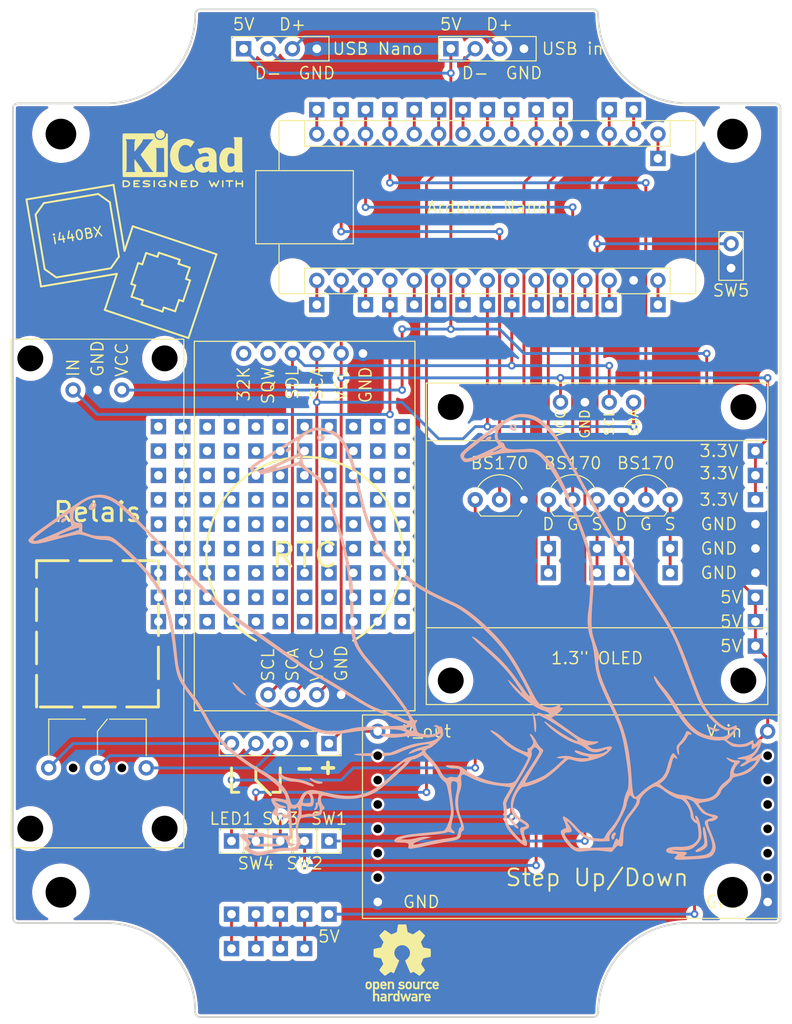
<source format=kicad_pcb>
(kicad_pcb (version 20240108) (generator "pcbnew") (generator_version "8.0")
  (layers (0 "F.Cu" signal) (31 "B.Cu" signal) (34 "B.Paste" user) (35 "F.Paste" user) (36 "B.SilkS" user "B.Silkscreen") (37 "F.SilkS" user "F.Silkscreen") (38 "B.Mask" user) (39 "F.Mask" user) (44 "Edge.Cuts" user))
  (net 0 "")
  (net 1 "0V")
  (net 2 "Net-(U1-D2)")
  (net 3 "+3.3V")
  (net 4 "Net-(U1-VIN)")
  (net 5 "Net-(U1-A5{slash}D19{slash}SCL)")
  (net 6 "Net-(U1-A7{slash}D21)")
  (net 7 "Net-(U1-A6{slash}D20)")
  (net 8 "Net-(U1-A3{slash}D17)")
  (net 9 "Net-(U1-A2{slash}D16)")
  (net 10 "+5V")
  (net 11 "Net-(U1-A1{slash}D15)")
  (net 12 "Net-(U1-AREF)")
  (net 13 "Net-(U1-D13)")
  (net 14 "Net-(U1-D1{slash}TX)")
  (net 15 "Net-(U1-D0{slash}RX)")
  (net 16 "Net-(U1-D4)")
  (net 17 "Net-(U1-D8)")
  (net 18 "Net-(U1-A4{slash}D18{slash}SDA)")
  (net 19 "Net-(U1-D12)")
  (net 20 "Net-(U1-A0{slash}D14)")
  (net 21 "Net-(ST20-Pad1)")
  (net 22 "Net-(Q1-G)")
  (net 25 "Net-(U1-~D3)")
  (net 26 "Net-(Q1-D)")
  (net 27 "Net-(U1-D7)")
  (net 28 "Net-(ST35-Pad1)")
  (net 29 "Net-(ST37-Pad1)")
  (net 30 "Net-(ST39-Pad1)")
  (net 31 "Net-(ST41-Pad1)")
  (net 32 "Net-(J2-D+)")
  (net 33 "Net-(J2-D-)")
  (net 34 "Net-(U1-+5V)")
  (net 134 "Net-(Q2-G)")
  (net 135 "Net-(Q2-D)")
  (net 136 "Net-(Q2-S)")
  (net 137 "Net-(U5-VCC_out)")
  (net 138 "Net-(J1-Pad4)")
  (net 139 "Net-(J1-Pad5)")
  (net 140 "Net-(J1-Pad3)")
  (net 141 "Net-(ST1-Pad1)")
  (net 142 "Net-(U1-~D5)")
  (net 143 "Net-(U1-~D6)")
  (net 144 "Net-(Q3-D)")
  (net 145 "Net-(Q3-S)")
  (net 146 "Net-(Q3-G)")
  (footprint "1-Jumper:JP, 1x1, stehend, P2.54, ohne Slikscreen" (layer "F.Cu") (at 30.48 30.48)
    (property "Reference" "ST66" (hide yes))
    (property "Value" "Jumper1x1" (hide yes))
  )
  (footprint "1-Jumper:JP, 1x1, stehend, P2.54, ohne Slikscreen" (layer "F.Cu") (at 12.7 40.64 90)
    (property "Reference" "ST97" (hide yes))
    (property "Value" "Jumper1x1" (hide yes))
  )
  (footprint "1-Jumper:JP, 1x1, stehend, P2.54, ohne Slikscreen" (layer "F.Cu") (at 15.24 35.56)
    (property "Reference" "ST50" (hide yes))
    (property "Value" "Jumper1x1" (hide yes))
  )
  (footprint "1-Jumper:JP, 1x1, stehend, P2.54, ohne Slikscreen" (layer "F.Cu") (at 22.86 38.1)
    (property "Reference" "ST69" (hide yes))
    (property "Value" "Jumper1x1" (hide yes))
  )
  (footprint "1-Jumper:JP, 1x1, stehend, P2.54, ohne Slikscreen" (layer "F.Cu") (at 41.91 17.78)
    (property "Reference" "ST5" (hide yes))
    (property "Value" "Jumper1x1" (hide yes))
  )
  (footprint "1-Jumper:JP, 1x1, stehend, P2.54, ohne Slikscreen" (layer "F.Cu") (at 20.32 45.72)
    (property "Reference" "ST104" (hide yes))
    (property "Value" "Jumper1x1" (hide yes))
  )
  (footprint "1-Jumper:JP, 1x1, stehend, P2.54, ohne Slikscreen" (layer "F.Cu") (at 17.78 81.28)
    (property "Reference" "ST35" (hide yes))
    (property "Value" "GND" (hide yes))
  )
  (footprint "1-Jumper:JP, 1x1, stehend, P2.54, ohne Slikscreen" (layer "F.Cu") (at 15.24 33.02)
    (property "Reference" "ST45" (hide yes))
    (property "Value" "Jumper1x1" (hide yes))
  )
  (footprint "1-Jumper:JP, 1x1, stehend, P2.54, ohne Slikscreen" (layer "F.Cu") (at 35.56 48.26 90)
    (property "Reference" "ST101" (hide yes))
    (property "Value" "Jumper1x1" (hide yes))
  )
  (footprint "1-Jumper:JP, 1x1, stehend, P2.54, ohne Slikscreen" (layer "F.Cu") (at 41.91 -2.54)
    (property "Reference" "ST23" (hide yes))
    (property "Value" "Jumper1x1" (hide yes))
  )
  (footprint "1-Jumper:JP, 1x1, stehend, P2.54, ohne Slikscreen" (layer "F.Cu") (at 25.4 30.48)
    (property "Reference" "ST44" (hide yes))
    (property "Value" "Jumper1x1" (hide yes))
  )
  (footprint "1-Jumper:JP, 1x1, stehend, P2.54, ohne Slikscreen" (layer "F.Cu") (at 17.78 43.18)
    (property "Reference" "ST95" (hide yes))
    (property "Value" "Jumper1x1" (hide yes))
  )
  (footprint "1-Jumper:JP, 1x1, stehend, P2.54, ohne Slikscreen" (layer "F.Cu") (at 20.32 30.505)
    (property "Reference" "ST58" (hide yes))
    (property "Value" "Jumper1x1" (hide yes))
  )
  (footprint "1-Jumper:JP, 1x1, stehend, P2.54, ohne Slikscreen" (layer "F.Cu") (at 27.94 30.48)
    (property "Reference" "ST73" (hide yes))
    (property "Value" "Jumper1x1" (hide yes))
  )
  (footprint "1-Jumper:JP, 1x4, stehend, P2.54" (layer "F.Cu") (at 19.05 -8.89 90)
    (property "Reference" "J3" (hide yes))
    (property "Value" "USB Nano")
  )
  (footprint "1-Jumper:JP, 1x1, stehend, P2.54, ohne Slikscreen" (layer "F.Cu") (at 27.94 43.18)
    (property "Reference" "ST135" (hide yes))
    (property "Value" "Jumper1x1" (hide yes))
  )
  (footprint "1-Logos:Logo KiCad" (layer "F.Cu") (at 12.7 2.54)
    (property "Reference" "Log3" (hide yes))
    (property "Value" "KiCad" (hide yes))
  )
  (footprint "1-Jumper:JP, 1x1, stehend, P2.54, ohne Slikscreen" (layer "F.Cu") (at 34.29 -2.54)
    (property "Reference" "ST14" (hide yes))
    (property "Value" "Jumper1x1" (hide yes))
  )
  (footprint "1-Mechanische Elemente:M3 Bohrung" (layer "F.Cu") (at 0 0)
    (property "Reference" "B1" (hide yes))
    (property "Value" "M3 Bohrung" (hide yes))
  )
  (footprint "1-Jumper:JP, 1x1, stehend, P2.54, ohne Slikscreen" (layer "F.Cu") (at 44.45 -2.54)
    (property "Reference" "ST22" (hide yes))
    (property "Value" "Jumper1x1" (hide yes))
  )
  (footprint "1-Jumper:JP, 1x1, stehend, P2.54, ohne Slikscreen" (layer "F.Cu") (at 10.16 45.72 90)
    (property "Reference" "ST78" (hide yes))
    (property "Value" "Jumper1x1" (hide yes))
  )
  (footprint "1-Jumper:JP, 1x1, stehend, P2.54, ohne Slikscreen" (layer "F.Cu") (at 22.86 33.02)
    (property "Reference" "ST75" (hide yes))
    (property "Value" "Jumper1x1" (hide yes))
  )
  (footprint "1-Jumper:JP, 1x1, stehend, P2.54, ohne Slikscreen" (layer "F.Cu") (at 15.24 48.26)
    (property "Reference" "ST83" (hide yes))
    (property "Value" "Jumper1x1" (hide yes))
  )
  (footprint "1-Jumper:JP, 1x1, stehend, P2.54, ohne Slikscreen" (layer "F.Cu") (at 15.24 43.18)
    (property "Reference" "ST85" (hide yes))
    (property "Value" "Jumper1x1" (hide yes))
  )
  (footprint "1-Jumper:JP, 1x1, stehend, P2.54, ohne Slikscreen" (layer "F.Cu") (at 31.75 -2.54)
    (property "Reference" "ST15" (hide yes))
    (property "Value" "Jumper1x1" (hide yes))
  )
  (footprint "1-Jumper:JP, 1x1, stehend, P2.54, ohne Slikscreen" (layer "F.Cu") (at 35.56 33.02)
    (property "Reference" "ST54" (hide yes))
    (property "Value" "Jumper1x1" (hide yes))
  )
  (footprint "1-Jumper:JP, 1x1, stehend, P2.54, ohne Slikscreen" (layer "F.Cu") (at 35.56 40.64 90)
    (property "Reference" "ST131" (hide yes))
    (property "Value" "Jumper1x1" (hide yes))
  )
  (footprint "1-Jumper:JP, 1x1, stehend, P2.54, ohne Slikscreen" (layer "F.Cu") (at 29.21 -2.54)
    (property "Reference" "ST25" (hide yes))
    (property "Value" "Jumper1x1" (hide yes))
  )
  (footprint "1-Jumper:JP, 1x1, stehend, P2.54, ohne Slikscreen" (layer "F.Cu") (at 22.86 35.56)
    (property "Reference" "ST71" (hide yes))
    (property "Value" "Jumper1x1" (hide yes))
  )
  (footprint "1-Jumper:JP, 1x1, stehend, P2.54, ohne Slikscreen" (layer "F.Cu") (at 33.02 33.02)
    (property "Reference" "ST46" (hide yes))
    (property "Value" "Jumper1x1" (hide yes))
  )
  (footprint "1-Jumper:JP, 1x1, stehend, P2.54, ohne Slikscreen" (layer "F.Cu") (at 25.4 48.26)
    (property "Reference" "ST123" (hide yes))
    (property "Value" "Jumper1x1" (hide yes))
  )
  (footprint "1-Jumper:JP, 1x1, stehend, P2.54, ohne Slikscreen" (layer "F.Cu") (at 12.7 33.02 90)
    (property "Reference" "ST127" (hide yes))
    (property "Value" "Jumper1x1" (hide yes))
  )
  (footprint "1-Jumper:JP, 1x1, stehend, P2.54, ohne Slikscreen" (layer "F.Cu") (at 30.48 33.02)
    (property "Reference" "ST53" (hide yes))
    (property "Value" "Jumper1x1" (hide yes))
  )
  (footprint "1-Mechanische Elemente:Sintron 207888" (layer "F.Cu") (at 0 0)
    (property "Reference" "B5")
    (property "Value" "Sintron 207888")
  )
  (footprint "1-Jumper:JP, 1x1, stehend, P2.54, ohne Slikscreen" (layer "F.Cu") (at 20.32 38.1)
    (property "Reference" "ST62" (hide yes))
    (property "Value" "Jumper1x1" (hide yes))
  )
  (footprint "1-Jumper:JP, 1x1, stehend, P2.54, ohne Slikscreen" (layer "F.Cu") (at 22.86 43.18)
    (property "Reference" "ST115" (hide yes))
    (property "Value" "Jumper1x1" (hide yes))
  )
  (footprint "1-Jumper:JP, 1x1, stehend, P2.54, ohne Slikscreen" (layer "F.Cu") (at 12.7 30.48 90)
    (property "Reference" "ST137" (hide yes))
    (property "Value" "Jumper1x1" (hide yes))
  )
  (footprint "1-Jumper:JP, 1x1, stehend, P2.54, ohne Slikscreen" (layer "F.Cu") (at 22.86 50.8)
    (property "Reference" "ST112" (hide yes))
    (property "Value" "Jumper1x1" (hide yes))
  )
  (footprint "1-Jumper:JP, 1x1, stehend, P2.54, ohne Slikscreen" (layer "F.Cu") (at 32.995 35.56)
    (property "Reference" "ST70" (hide yes))
    (property "Value" "Jumper1x1" (hide yes))
  )
  (footprint "1-Mechanische Elemente:M3 Bohrung" (layer "F.Cu") (at 0 79)
    (property "Reference" "B2" (hide yes))
    (property "Value" "M3 Bohrung" (hide yes))
  )
  (footprint "1-Jumper:JP, 1x1, stehend, P2.54, ohne Slikscreen" (layer "F.Cu") (at 27.94 38.1)
    (property "Reference" "ST68" (hide yes))
    (property "Value" "Jumper1x1" (hide yes))
  )
  (footprint "1-Jumper:JP, 1x1, stehend, P2.54, ohne Slikscreen" (layer "F.Cu") (at 27.94 33.02)
    (property "Reference" "ST60" (hide yes))
    (property "Value" "Jumper1x1" (hide yes))
  )
  (footprint "1-Jumper:JP, 1x1, stehend, P2.54, ohne Slikscreen" (layer "F.Cu") (at 17.78 48.26)
    (property "Reference" "ST93" (hide yes))
    (property "Value" "Jumper1x1" (hide yes))
  )
  (footprint "1-Jumper:JP, 1x1, stehend, P2.54, ohne Slikscreen" (layer "F.Cu") (at 27.94 81.28)
    (property "Reference" "ST197" (hide yes))
    (property "Value" "5V")
  )
  (footprint "1-Jumper:JP, 1x1, stehend, P2.54, ohne Slikscreen" (layer "F.Cu") (at 52.07 17.78)
    (property "Reference" "ST3" (hide yes))
    (property "Value" "Jumper1x1" (hide yes))
  )
  (footprint "1-Jumper:JP, 1x1, stehend, P2.54, ohne Slikscreen" (layer "F.Cu") (at 35.56 43.18 90)
    (property "Reference" "ST121" (hide yes))
    (property "Value" "Jumper1x1" (hide yes))
  )
  (footprint "1-Jumper:JP, 1x1, stehend, P2.54" (layer "F.Cu") (at 17.78 73.66)
    (property "Reference" "LED1")
    (property "Value" "Lampe" (hide yes))
  )
  (footprint "1-Jumper:JP, 1x1, stehend, P2.54, ohne Slikscreen" (layer "F.Cu") (at 30.48 38.1 90)
    (property "Reference" "ST139" (hide yes))
    (property "Value" "Jumper1x1" (hide yes))
  )
  (footprint "1-µController:AZ-Delivery RTC" (layer "F.Cu") (at 19.05 22.86)
    (property "Reference" "U2" (hide yes))
    (property "Value" "RTC")
  )
  (footprint "1-Jumper:JP, 1x1, stehend, P2.54, ohne Slikscreen" (layer "F.Cu") (at 17.78 38.1)
    (property "Reference" "ST55" (hide yes))
    (property "Value" "Jumper1x1" (hide yes))
  )
  (footprint "1-Jumper:JP, 1x1, stehend, P2.54, ohne Slikscreen" (layer "F.Cu") (at 22.86 81.28)
    (property "Reference" "ST39" (hide yes))
    (property "Value" "GND" (hide yes))
  )
  (footprint "1-Jumper:JP, 1x1, stehend, P2.54, ohne Slikscreen" (layer "F.Cu") (at 72.39 45.72)
    (property "Reference" "ST26" (hide yes))
    (property "Value" "GND")
  )
  (footprint "1-Jumper:JP, 1x1, stehend, P2.54, ohne Slikscreen" (layer "F.Cu") (at 50.8 43.18 -90)
    (property "Reference" "ST189" (hide yes))
    (property "Value" "Jumper1x1" (hide yes))
  )
  (footprint "1-Jumper:JP, 1x1, stehend, P2.54, ohne Slikscreen" (layer "F.Cu") (at 72.39 53.34)
    (property "Reference" "ST29" (hide yes))
    (property "Value" "5V")
  )
  (footprint "1-Jumper:JP, 1x1, stehend, P2.54" (layer "F.Cu") (at 22.86 73.66)
    (property "Reference" "SW3")
    (property "Value" "Display" (hide yes))
  )
  (footprint "1-Mechanische Elemente:M3 Bohrung" (layer "F.Cu") (at 70 79)
    (property "Reference" "B3" (hide yes))
    (property "Value" "M3 Bohrung" (hide yes))
  )
  (footprint "1-Jumper:JP, 1x1, stehend, P2.54, ohne Slikscreen" (layer "F.Cu") (at 33.02 30.48)
    (property "Reference" "ST59" (hide yes))
    (property "Value" "Jumper1x1" (hide yes))
  )
  (footprint "1-Jumper:JP, 1x1, stehend, P2.54, ohne Slikscreen" (layer "F.Cu") (at 27.94 50.8)
    (property "Reference" "ST132" (hide yes))
    (property "Value" "Jumper1x1" (hide yes))
  )
  (footprint "1-Jumper:JP, 1x1, stehend, P2.54, ohne Slikscreen" (layer "F.Cu") (at 20.32 35.56)
    (property "Reference" "ST64" (hide yes))
    (property "Value" "Jumper1x1" (hide yes))
  )
  (footprint "1-Jumper:JP, 1x1, stehend, P2.54, ohne Slikscreen" (layer "F.Cu") (at 72.39 33.02)
    (property "Reference" "ST32" (hide yes))
    (property "Value" "3.3V")
  )
  (footprint "1-Jumper:JP, 1x1, stehend, P2.54, ohne Slikscreen" (layer "F.Cu") (at 20.32 50.8)
    (property "Reference" "ST102" (hide yes))
    (property "Value" "Jumper1x1" (hide yes))
  )
  (footprint "1-Jumper:JP, 1x1, stehend, P2.54, ohne Slikscreen" (layer "F.Cu") (at 44.45 17.78)
    (property "Reference" "ST18" (hide yes))
    (property "Value" "Jumper1x1" (hide yes))
  )
  (footprint "1-Jumper:JP, 1x1, stehend, P2.54, ohne Slikscreen" (layer "F.Cu") (at 17.78 30.48)
    (property "Reference" "ST65" (hide yes))
    (property "Value" "Jumper1x1" (hide yes))
  )
  (footprint "1-Jumper:JP, 1x1, stehend, P2.54, ohne Slikscreen" (layer "F.Cu") (at 52.07 -2.54)
    (property "Reference" "ST193" (hide yes))
    (property "Value" "Jumper1x1" (hide yes))
  )
  (footprint "1-Jumper:JP, 1x1, stehend, P2.54, ohne Slikscreen" (layer "F.Cu") (at 27.94 40.64)
    (property "Reference" "ST136" (hide yes))
    (property "Value" "Jumper1x1" (hide yes))
  )
  (footprint "1-Jumper:JP, 1x1, stehend, P2.54" (layer "F.Cu") (at 27.94 73.66)
    (property "Reference" "SW1")
    (property "Value" "Reset" (hide yes))
  )
  (footprint "1-Jumper:JP, 1x1, stehend, P2.54, ohne Slikscreen" (layer "F.Cu") (at 55.88 45.72 -90)
    (property "Reference" "ST190" (hide yes))
    (property "Value" "Jumper1x1" (hide yes))
  )
  (footprint "1-Jumper:JP, 1x1, stehend, P2.54, ohne Slikscreen" (layer "F.Cu") (at 12.7 43.18 90)
    (property "Reference" "ST87" (hide yes))
    (property "Value" "Jumper1x1" (hide yes))
  )
  (footprint "1-Logos:Logo i440BX" (layer "F.Cu") (at -5.905528 22.498496)
    (property "Reference" "Log1" (hide yes))
    (property "Value" "i440BX")
  )
  (footprint "1-Jumper:JP, 1x1, stehend, P2.54, ohne Slikscreen" (layer "F.Cu") (at 20.32 48.26)
    (property "Reference" "ST103" (hide yes))
    (property "Value" "Jumper1x1" (hide yes))
  )
  (footprint "1-Jumper:JP, 1x1, stehend, P2.54, ohne Slikscreen" (layer "F.Cu") (at 30.48 40.64 90)
    (property "Reference" "ST129" (hide yes))
    (property "Value" "Jumper1x1" (hide yes))
  )
  (footprint "1-Jumper:JP, 1x1, stehend, P2.54, ohne Slikscreen" (layer "F.Cu") (at 27.915 35.56)
    (property "Reference" "ST56" (hide yes))
    (property "Value" "Jumper1x1" (hide yes))
  )
  (footprint "1-Gehäuse SIP:TO92.3, Inline, Stehend" (layer "F.Cu") (at 58.42 38.1)
    (property "Reference" "Q3" (hide yes))
    (property "Value" "BS170")
  )
  (footprint "1-Jumper:JP, 1x1, stehend, P2.54, ohne Slikscreen" (layer "F.Cu") (at 25.4 33.02)
    (property "Reference" "ST67" (hide yes))
    (property "Value" "Jumper1x1" (hide yes))
  )
  (footprint "1-Jumper:JP, 1x1, stehend, P2.54, ohne Slikscreen" (layer "F.Cu") (at 35.56 35.56)
    (property "Reference" "ST76" (hide yes))
    (property "Value" "Jumper1x1" (hide yes))
  )
  (footprint "1-Gehäuse SIP:TO92.3, Inline, Stehend" (layer "F.Cu") (at 50.8 38.1)
    (property "Reference" "Q2" (hide yes))
    (property "Value" "BS170")
  )
  (footprint "1-Logos:Logo OSHW" (layer "F.Cu") (at 35.56 86.36)
    (property "Reference" "Log2" (hide yes))
    (property "Value" "Open Hardware" (hide yes))
  )
  (footprint "1-Jumper:JP, 1x1, stehend, P2.54, ohne Slikscreen" (layer "F.Cu") (at 17.78 84.87)
    (property "Reference" "ST36" (hide yes))
    (property "Value" "GND" (hide yes))
  )
  (footprint "1-Jumper:JP, 1x1, stehend, P2.54, ohne Slikscreen" (layer "F.Cu") (at 27.94 48.26)
    (property "Reference" "ST133" (hide yes))
    (property "Value" "Jumper1x1" (hide yes))
  )
  (footprint "1-Jumper:JP, 1x1, stehend, P2.54, ohne Slikscreen" (layer "F.Cu") (at 22.86 45.72)
    (property "Reference" "ST114" (hide yes))
    (property "Value" "Jumper1x1" (hide yes))
  )
  (footprint "1-µController:Arduino Nano" (layer "F.Cu") (at 62.23 0 -90)
    (property "Reference" "U1" (hide yes))
    (property "Value" "Arduino Nano")
  )
  (footprint "1-Jumper:JP, 1x1, stehend, P2.54, ohne Slikscreen" (layer "F.Cu") (at 33.02 45.72 90)
    (property "Reference" "ST110" (hide yes))
    (property "Value" "Jumper1x1" (hide yes))
  )
  (footprint "1-Jumper:JP, 1x1, stehend, P2.54, ohne Slikscreen" (layer "F.Cu") (at 62.23 17.78)
    (property "Reference" "ST2" (hide yes))
    (property "Value" "Jumper1x1" (hide yes))
  )
  (footprint "1-Jumper:JP, 1x1, stehend, P2.54, ohne Slikscreen" (layer "F.Cu") (at 17.78 35.56)
    (property "Reference" "ST57" (hide yes))
    (property "Value" "Jumper1x1" (hide yes))
  )
  (footprint "1-Jumper:JP, 1x1, stehend, P2.54, ohne Slikscreen" (layer "F.Cu") (at 72.39 40.64)
    (property "Reference" "ST27" (hide yes))
    (property "Value" "GND")
  )
  (footprint "1-Jumper:JP, 1x1, stehend, P2.54, ohne Slikscreen" (layer "F.Cu") (at 20.32 40.64)
    (property "Reference" "ST106" (hide yes))
    (property "Value" "Jumper1x1" (hide yes))
  )
  (footprint "1-Jumper:JP, 1x1, stehend, P2.54, ohne Slikscreen" (layer "F.Cu") (at 26.67 17.78)
    (property "Reference" "ST9" (hide yes))
    (property "Value" "Jumper1x1" (hide yes))
  )
  (footprint "1-Jumper:JP, 1x1, stehend, P2.54, ohne Slikscreen" (layer "F.Cu") (at 34.29 17.78)
    (property "Reference" "ST19" (hide yes))
    (property "Value" "Jumper1x1" (hide yes))
  )
  (footprint "1-Jumper:JP, 1x1, stehend, P2.54, ohne Slikscreen" (layer "F.Cu") (at 46.99 17.78)
    (property "Reference" "ST17" (hide yes))
    (property "Value" "Jumper1x1" (hide yes))
  )
  (footprint "1-Jumper:JP, 1x4, stehend, P2.54" (layer "F.Cu") (at 40.64 -8.89 90)
    (property "Reference" "J2" (hide yes))
    (property "Value" "USB in")
  )
  (footprint "1-Jumper:JP, 1x1, stehend, P2.54, ohne Slikscreen" (layer "F.Cu") (at 10.16 40.64 90)
    (property "Reference" "ST98" (hide yes))
    (property "Value" "Jumper1x1" (hide yes))
  )
  (footprint "1-Jumper:JP, 1x1, stehend, P2.54, ohne Slikscreen" (layer "F.Cu") (at 12.7 38.1 90)
    (property "Reference" "ST107" (hide yes))
    (property "Value" "Jumper1x1" (hide yes))
  )
  (footprint "1-Jumper:JP, 1x1, stehend, P2.54, ohne Slikscreen" (layer "F.Cu") (at 54.61 17.78)
    (property "Reference" "ST43" (hide yes))
    (property "Value" "Jumper1x1" (hide yes))
  )
  (footprint "1-Jumper:JP, 1x1, stehend, P2.54, ohne Slikscreen" (layer "F.Cu") (at 15.24 30.505)
    (property "Reference" "ST72" (hide yes))
    (property "Value" "Jumper1x1" (hide yes))
  )
  (footprint "1-Jumper:JP, 1x1, stehend, P2.54, ohne Slikscreen" (layer "F.Cu") (at 22.86 48.26)
    (property "Reference" "ST113" (hide yes))
    (property "Value" "Jumper1x1" (hide yes))
  )
  (footprint "1-Jumper:JP, 1x1, stehend, P2.54, ohne Slikscreen" (layer "F.Cu") (at 15.24 50.8)
    (property "Reference" "ST82" (hide yes))
    (property "Value" "Jumper1x1" (hide yes))
  )
  (footprint "1-µController:AZ-Delivery Relais (2x Pinheader)" (layer "F.Cu") (at 1.27 26.67)
    (property "Reference" "U4" (hide yes))
    (property "Value" "Relais")
  )
  (footprint "1-Jumper:JP, 1x1, stehend, P2.54, ohne Slikscreen" (layer "F.Cu") (at 33.02 40.64 90)
    (property "Reference" "ST130" (hide yes))
    (property "Value" "Jumper1x1" (hide yes))
  )
  (footprint "1-Jumper:JP, 1x1, stehend, P2.54, ohne Slikscreen" (layer "F.Cu") (at 12.7 35.56 90)
    (property "Reference" "ST117" (hide yes))
    (property "Value" "Jumper1x1" (hide yes))
  )
  (footprint "1-Jumper:JP, 1x1, stehend, P2.54, ohne Slikscreen" (layer "F.Cu") (at 17.78 50.8)
    (property "Reference" "ST92" (hide yes))
    (property "Value" "Jumper1x1" (hide yes))
  )
  (footprint "1-Jumper:JP, 1x1, stehend, P2.54" (layer "F.Cu") (at 25.4 73.66 180)
    (property "Reference" "SW2")
    (property "Value" "Tür" (hide yes))
  )
  (footprint "1-Jumper:JP, 1x1, stehend, P2.54, ohne Slikscreen" (layer "F.Cu") (at 20.32 33.02)
    (property "Reference" "ST74" (hide yes))
    (property "Value" "Jumper1x1" (hide yes))
  )
  (footprint "1-Jumper:JP, 1x1, stehend, P2.54, ohne Slikscreen" (layer "F.Cu") (at 15.24 38.1)
    (property "Reference" "ST48" (hide yes))
    (property "Value" "Jumper1x1" (hide yes))
  )
  (footprint "1-Jumper:JP, 1x1, stehend, P2.54, ohne Slikscreen" (layer "F.Cu") (at 22.86 84.87)
    (property "Reference" "ST40" (hide yes))
    (property "Value" "GND" (hide yes))
  )
  (footprint "1-Gehäuse SIP:TO92.3, Inline, Stehend" (layer "F.Cu") (at 43.18 38.1)
    (property "Reference" "Q1" (hide yes))
    (property "Value" "BS170")
  )
  (footprint "1-Jumper:JP, 1x1, stehend, P2.54, ohne Slikscreen" (layer "F.Cu") (at 30.48 45.72 90)
    (property "Reference" "ST109" (hide yes))
    (property "Value" "Jumper1x1" (hide yes))
  )
  (footprint "1-Jumper:JP, 1x1, stehend, P2.54, ohne Slikscreen" (layer "F.Cu") (at 57.15 17.78)
    (property "Reference" "ST1" (hide yes))
    (property "Value" "Jumper1x1" (hide yes))
  )
  (footprint "1-Jumper:JP, 1x1, stehend, P2.54, ohne Slikscreen" (layer "F.Cu") (at 12.7 48.26)
    (property "Reference" "ST99" (hide yes))
    (property "Value" "Jumper1x1" (hide yes))
  )
  (footprint "1-Jumper:JP, 1x1, stehend, P2.54, ohne Slikscreen" (layer "F.Cu") (at 39.37 17.78)
    (property "Reference" "ST6" (hide yes))
    (property "Value" "Jumper1x1" (hide yes))
  )
  (footprint "1-Jumper:JP, 1x1, stehend, P2.54, ohne Slikscreen" (layer "F.Cu") (at 72.39 50.8)
    (property "Reference" "ST31" (hide yes))
    (property "Value" "5V")
  )
  (footprint "1-Jumper:JP, 1x1, stehend, P2.54, ohne Slikscreen" (layer "F.Cu") (at 49.53 -2.54)
    (property "Reference" "ST21" (hide yes))
    (property "Value" "Jumper1x1" (hide yes))
  )
  (footprint "1-Jumper:JP, 1x1, stehend, P2.54, ohne Slikscreen" (layer "F.Cu") (at 22.86 40.64)
    (property "Reference" "ST116" (hide yes))
    (property "Value" "Jumper1x1" (hide yes))
  )
  (footprint "1-Jumper:JP, 1x1, stehend, P2.54, ohne Slikscreen" (layer "F.Cu") (at 49.53 17.78)
    (property "Reference" "ST4" (hide yes))
    (property "Value" "Jumper1x1" (hide yes))
  )
  (footprint "1-Jumper:JP, 1x1, stehend, P2.54, ohne Slikscreen" (layer "F.Cu") (at 33.02 48.26 90)
    (property "Reference" "ST100" (hide yes))
    (property "Value" "Jumper1x1" (hide yes))
  )
  (footprint "1-Jumper:JP, 1x1, stehend, P2.54, ohne Slikscreen" (layer "F.Cu") (at 10.16 38.1 90)
    (property "Reference" "ST108" (hide yes))
    (property "Value" "Jumper1x1" (hide yes))
  )
  (footprint "1-Jumper:JP, 1x2, stehend, P2.54" (layer "F.Cu") (at 69.85 13.97 180)
    (property "Reference" "SW5")
    (property "Value" "Reset intern" (hide yes))
  )
  (footprint "1-Jumper:JP, 1x5, stehend, P2.54" (layer "F.Cu") (at 27.94 63.5 -90)
    (property "Reference" "J1" (hide yes))
    (property "Value" "Jumper1x5" (hide yes))
  )
  (footprint "1-Jumper:JP, 1x1, stehend, P2.54, ohne Slikscreen" (layer "F.Cu") (at 30.48 48.26 90)
    (property "Reference" "ST81" (hide yes))
    (property "Value" "Jumper1x1" (hide yes))
  )
  (footprint "1-Jumper:JP, 1x1, stehend, P2.54, ohne Slikscreen" (layer "F.Cu") (at 25.4 43.18)
    (property "Reference" "ST125" (hide yes))
    (property "Value" "Jumper1x1" (hide yes))
  )
  (footprint "1-Jumper:JP, 1x1, stehend, P2.54, ohne Slikscreen" (layer "F.Cu") (at 10.16 50.8 90)
    (property "Reference" "ST79" (hide yes))
    (property "Value" "Jumper1x1" (hide yes))
  )
  (footprint "1-Jumper:JP, 1x1, stehend, P2.54, ohne Slikscreen" (layer "F.Cu") (at 59.69 -2.54)
    (property "Reference" "ST11" (hide yes))
    (property "Value" "Jumper1x1" (hide yes))
  )
  (footprint "1-Jumper:JP, 1x1, stehend, P2.54, ohne Slikscreen" (layer "F.Cu") (at 22.86 30.505)
    (property "Reference" "ST51" (hide yes))
    (property "Value" "Jumper1x1" (hide yes))
  )
  (footprint "1-Jumper:JP, 1x1, stehend, P2.54, ohne Slikscreen" (layer "F.Cu") (at 46.99 -2.54)
    (property "Reference" "ST12" (hide yes))
    (property "Value" "Jumper1x1" (hide yes))
  )
  (footprint "1-Jumper:JP, 1x1, stehend, P2.54, ohne Slikscreen" (layer "F.Cu") (at 58.42 45.72 -90)
    (property "Reference" "ST192" (hide yes))
    (property "Value" "Jumper1x1" (hide yes))
  )
  (footprint "1-Jumper:JP, 1x1, stehend, P2.54, ohne Slikscreen" (layer "F.Cu") (at 36.83 -2.54)
    (property "Reference" "ST13" (hide yes))
    (property "Value" "Jumper1x1" (hide yes))
  )
  (footprint "1-Jumper:JP, 1x1, stehend, P2.54, ohne Slikscreen" (layer "F.Cu") (at 12.7 45.72 90)
    (property "Reference" "ST77" (hide yes))
    (property "Value" "Jumper1x1" (hide yes))
  )
  (footprint "1-Jumper:JP, 1x1, stehend, P2.54, ohne Slikscreen" (layer "F.Cu") (at 10.16 30.48 90)
    (property "Reference" "ST138" (hide yes))
    (property "Value" "Jumper1x1" (hide yes))
  )
  (footprint "1-Jumper:JP, 1x1, stehend, P2.54, ohne Slikscreen" (layer "F.Cu") (at 35.56 30.48)
    (property "Reference" "ST47" (hide yes))
    (property "Value" "Jumper1x1" (hide yes))
  )
  (footprint "1-Jumper:JP, 1x1, stehend, P2.54, ohne Slikscreen" (layer "F.Cu") (at 33.02 38.1 90)
    (property "Reference" "ST140" (hide yes))
    (property "Value" "Jumper1x1" (hide yes))
  )
  (footprint "1-Jumper:JP, 1x1, stehend, P2.54, ohne Slikscreen" (layer "F.Cu") (at 15.24 45.72)
    (property "Reference" "ST84" (hide yes))
    (property "Value" "Jumper1x1" (hide yes))
  )
  (footprint "1-Jumper:JP, 1x1, stehend, P2.54, ohne Slikscreen" (layer "F.Cu") (at 25.4 45.72)
    (property "Reference" "ST124" (hide yes))
    (property "Value" "Jumper1x1" (hide yes))
  )
  (footprint "1-Jumper:JP, 1x1, stehend, P2.54, ohne Slikscreen" (layer "F.Cu") (at 27.94 45.72)
    (property "Reference" "ST134" (hide yes))
    (property "Value" "Jumper1x1" (hide yes))
  )
  (footprint "1-Jumper:JP, 1x1, stehend, P2.54, ohne Slikscreen" (layer "F.Cu") (at 25.4 38.1)
    (property "Reference" "ST61" (hide yes))
    (property "Value" "Jumper1x1" (hide yes))
  )
  (footprint "1-Jumper:JP, 1x1, stehend, P2.54, ohne Slikscreen" (layer "F.Cu") (at 72.39 35.56)
    (property "Reference" "ST33" (hide yes))
    (property "Value" "3.3V")
  )
  (footprint "1-Jumper:JP, 1x1, stehend, P2.54, ohne Slikscreen" (layer "F.Cu") (at 26.67 -2.54)
    (property "Reference" "ST16" (hide yes))
    (property "Value" "Jumper1x1" (hide yes))
  )
  (footprint "1-Jumper:JP, 1x1, stehend, P2.54, ohne Slikscreen" (layer "F.Cu") (at 25.4 81.28)
    (property "Reference" "ST41" (hide yes))
    (property "Value" "GND" (hide yes))
  )
  (footprint "1-Jumper:JP, 1x1, stehend, P2.54, ohne Slikscreen" (layer "F.Cu") (at 10.16 33.02 90)
    (property "Reference" "ST128" (hide yes))
    (property "Value" "Jumper1x1" (hide yes))
  )
  (footprint "1-Jumper:JP, 1x1, stehend, P2.54, ohne Slikscreen" (layer "F.Cu") (at 35.56 45.72 90)
    (property "Reference" "ST111" (hide yes))
    (property "Value" "Jumper1x1" (hide yes))
  )
  (footprint "1-Jumper:JP, 1x1, stehend, P2.54, ohne Slikscreen" (layer "F.Cu") (at 50.8 45.72 -90)
    (property "Reference" "ST191" (hide yes))
    (property "Value" "Jumper1x1" (hide yes))
  )
  (footprint "1-µController:AZ-Delivery Step UpDown" (layer "F.Cu") (at 73.66 62.23 -90)
    (property "Reference" "U5" (hide yes))
    (property "Value" "Step Up/Down")
  )
  (footprint "1-Jumper:JP, 1x1, stehend, P2.54, ohne Slikscreen" (layer "F.Cu") (at 62.23 2.54)
    (property "Reference" "ST10" (hide yes))
    (property "Value" "Jumper1x1" (hide yes))
  )
  (footprint "1-Jumper:JP, 1x1, stehend, P2.54, ohne Slikscreen" (layer "F.Cu") (at 17.78 33.02)
    (property "Reference" "ST52" (hide yes))
    (property "Value" "Jumper1x1" (hide yes))
  )
  (footprint "1-Jumper:JP, 1x1, stehend, P2.54, ohne Slikscreen" (layer "F.Cu") (at 15.24 40.64)
    (property "Reference" "ST86" (hide yes))
    (property "Value" "Jumper1x1" (hide yes))
  )
  (footprint "1-Jumper:JP, 1x1, stehend, P2.54, ohne Slikscreen" (layer "F.Cu") (at 10.16 48.26)
    (property "Reference" "ST89" (hide yes))
    (property "Value" "Jumper1x1" (hide yes))
  )
  (footprint "1-Jumper:JP, 1x1, stehend, P2.54, ohne Slikscreen" (layer "F.Cu") (at 35.56 38.1 90)
    (property "Reference" "ST141" (hide yes))
    (property "Value" "Jumper1x1" (hide yes))
  )
  (footprint "1-Jumper:JP, 1x1, stehend, P2.54" (layer "F.Cu") (at 20.32 73.66 180)
    (property "Reference" "SW4")
    (property "Value" "Lampe" (hide yes))
  )
  (footprint "1-Jumper:JP, 1x1, stehend, P2.54, ohne Slikscreen" (layer "F.Cu") (at 72.39 43.18)
    (property "Reference" "ST28" (hide yes))
    (property "Value" "GND")
  )
  (footprint "1-Jumper:JP, 1x1, stehend, P2.54, ohne Slikscreen" (layer "F.Cu") (at 25.4 84.87)
    (property "Reference" "ST42" (hide yes))
    (property "Value" "GND" (hide yes))
  )
  (footprint "1-Jumper:JP, 1x1, stehend, P2.54, ohne Slikscreen" (layer "F.Cu") (at 33.02 50.8 90)
    (property "Reference" "ST90" (hide yes))
    (property "Value" "Jumper1x1" (hide yes))
  )
  (footprint "1-Jumper:JP, 1x1, stehend, P2.54, ohne Slikscreen" (layer "F.Cu") (at 58.42 43.18 -90)
    (property "Reference" "ST194" (hide yes))
    (property "Value" "Jumper1x1" (hide yes))
  )
  (footprint "1-Jumper:JP, 1x1, stehend, P2.54, ohne Slikscreen" (layer "F.Cu") (at 72.39 38.1)
    (property "Reference" "ST34" (hide yes))
    (property "Value" "3.3V")
  )
  (footprint "1-Jumper:JP, 1x1, stehend, P2.54, ohne Slikscreen" (layer "F.Cu") (at 33.02 43.18 90)
    (property "Reference" "ST120" (hide yes))
    (property "Value" "Jumper1x1" (hide yes))
  )
  (footprint "1-Jumper:JP, 1x1, stehend, P2.54, ohne Slikscreen" (layer "F.Cu") (at 63.5 43.18 -90)
    (property "Reference" "ST195" (hide yes))
    (property "Value" "Jumper1x1" (hide yes))
  )
  (footprint "1-Jumper:JP, 1x1, stehend, P2.54, ohne Slikscreen" (layer "F.Cu") (at 17.78 45.72)
    (property "Reference" "ST94" (hide yes))
    (property "Value" "Jumper1x1" (hide yes))
  )
  (footprint "1-Jumper:JP, 1x1, stehend, P2.54, ohne Slikscreen" (layer "F.Cu") (at 25.375 35.56)
    (property "Reference" "ST49" (hide yes))
    (property "Value" "Jumper1x1" (hide yes))
  )
  (footprint "1-Jumper:JP, 1x1, stehend, P2.54, ohne Slikscreen" (layer "F.Cu") (at 57.15 -2.54)
    (property "Reference" "ST20" (hide yes))
    (property "Value" "Jumper1x1" (hide yes))
  )
  (footprint "1-Jumper:JP, 1x1, stehend, P2.54, ohne Slikscreen" (layer "F.Cu") (at 39.37 -2.54)
    (property "Reference" "ST24" (hide yes))
    (property "Value" "Jumper1x1" (hide yes))
  )
  (footprint "1-Jumper:JP, 1x1, stehend, P2.54, ohne Slikscreen" (layer "F.Cu") (at 55.88 43.18 -90)
    (property "Reference" "ST188" (hide yes))
    (property "Value" "Jumper1x1" (hide yes))
  )
  (footprint "1-Jumper:JP, 1x1, stehend, P2.54, ohne Slikscreen" (layer "F.Cu") (at 30.48 50.8)
    (property "Reference" "ST142" (hide yes))
    (property "Value" "Jumper1x1" (hide yes))
  )
  (footprint "1-Jumper:JP, 1x1, stehend, P2.54, ohne Slikscreen" (layer "F.Cu") (at 20.32 81.28)
    (property "Reference" "ST37" (hide yes))
    (property "Value" "GND" (hide yes))
  )
  (footprint "1-Jumper:JP, 1x1, stehend, P2.54, ohne Slikscreen" (layer "F.Cu") (at 25.4 50.8)
    (property "Reference" "ST122" (hide yes))
    (property "Value" "Jumper1x1" (hide yes))
  )
  (footprint "1-Jumper:JP, 1x1, stehend, P2.54, ohne Slikscreen" (layer "F.Cu") (at 20.32 84.87)
    (property "Reference" "ST38" (hide yes))
    (property "Value" "GND" (hide yes))
  )
  (footprint "1-µController:AZ-Delivery 1.3 OLED" (layer "F.Cu") (at 52.07 27.94)
    (property "Reference" "U3" (hide yes))
    (property "Value" "1.3\" OLED")
  )
  (footprint "1-Jumper:JP, 1x1, stehend, P2.54, ohne Slikscreen" (layer "F.Cu") (at 30.48 43.18 90)
    (property "Reference" "ST119" (hide yes))
    (property "Value" "Jumper1x1" (hide yes))
  )
  (footprint "1-Jumper:JP, 1x1, stehend, P2.54, ohne Slikscreen" (layer "F.Cu") (at 36.83 17.78)
    (property "Reference" "ST7" (hide yes))
    (property "Value" "Jumper1x1" (hide yes))
  )
  (footprint "1-Jumper:JP, 1x1, stehend, P2.54, ohne Slikscreen" (layer "F.Cu") (at 12.7 50.8 90)
    (property "Reference" "ST80" (hide yes))
    (property "Value" "Jumper1x1" (hide yes))
  )
  (footprint "1-Jumper:JP, 1x1, stehend, P2.54, ohne Slikscreen" (layer "F.Cu") (at 30.455 35.56)
    (property "Reference" "ST63" (hide yes))
    (property "Value" "Jumper1x1" (hide yes))
  )
  (footprint "1-Jumper:JP, 1x1, stehend, P2.54, ohne Slikscreen" (layer "F.Cu") (at 35.56 50.8 90)
    (property "Reference" "ST91" (hide yes))
    (property "Value" "Jumper1x1" (hide yes))
  )
  (footprint "1-Jumper:JP, 1x1, stehend, P2.54, ohne Slikscreen" (layer "F.Cu") (at 25.4 40.64)
    (property "Reference" "ST126" (hide yes))
    (property "Value" "Jumper1x1" (hide yes))
  )
  (footprint "1-Jumper:JP, 1x1, stehend, P2.54, ohne Slikscreen" (layer "F.Cu") (at 10.16 35.56 90)
    (property "Reference" "ST118" (hide yes))
    (property "Value" "Jumper1x1" (hide yes))
  )
  (footprint "1-Jumper:JP, 1x1, stehend, P2.54, ohne Slikscreen" (layer "F.Cu") (at 10.16 43.18 90)
    (property "Reference" "ST88" (hide yes))
    (property "Value" "Jumper1x1" (hide yes))
  )
  (footprint "1-Jumper:JP, 1x1, stehend, P2.54, ohne Slikscreen" (layer "F.Cu") (at 20.32 43.18)
    (property "Reference" "ST105" (hide yes))
    (property "Value" "Jumper1x1" (hide yes))
  )
  (footprint "1-Mechanische Elemente:M3 Bohrung" (layer "F.Cu") (at 70 0)
    (property "Reference" "B4" (hide yes))
    (property "Value" "M3 Bohrung" (hide yes))
  )
  (footprint "1-Jumper:JP, 1x1, stehend, P2.54, ohne Slikscreen" (layer "F.Cu") (at 63.5 45.72)
    (property "Reference" "ST196" (hide yes))
    (property "Value" "Jumper1x1" (hide yes))
  )
  (footprint "1-Jumper:JP, 1x1, stehend, P2.54, ohne Slikscreen" (layer "F.Cu") (at 72.39 48.26)
    (property "Reference" "ST30" (hide yes))
    (property "Value" "5V")
  )
  (footprint "1-Jumper:JP, 1x1, stehend, P2.54, ohne Slikscreen" (layer "F.Cu") (at 17.78 40.64)
    (property "Reference" "ST96" (hide yes))
    (property "Value" "Jumper1x1" (hide yes))
  )
  (footprint "1-Jumper:JP, 1x1, stehend, P2.54, ohne Slikscreen" (layer "F.Cu") (at 31.75 17.78)
    (property "Reference" "ST8" (hide yes))
    (property "Value" "Jumper1x1" (hide yes))
  )
  (gr_poly (pts (xy 3.424537 38.392532) (xy 3.449077 38.395445) (xy 3.47302 38.400211) (xy 3.496265 38.406822) (xy 3.518712 38.415269) (xy 3.54026 38.425547) (xy 3.560808 38.437645) (xy 3.580255 38.451558) (xy 3.598501 38.467276) (xy 3.615444 38.484793) (xy 3.630985 38.504101) (xy 3.645021 38.525191) (xy 3.657453 38.548056) (xy 3.66818 38.572689) (xy 3.677101 38.599081) (xy 3.684115 38.627225) (xy 3.689121 38.657113) (xy 3.691714 38.683051) (xy 3.691635 38.709209) (xy 3.689002 38.735498) (xy 3.683932 38.761831) (xy 3.676546 38.788117) (xy 3.666959 38.814267) (xy 3.655292 38.840193) (xy 3.641661 38.865804) (xy 3.626186 38.891013) (xy 3.608983 38.915729) (xy 3.590173 38.939864) (xy 3.569872 38.963328) (xy 3.548199 38.986033) (xy 3.525273 39.007889) (xy 3.50121 39.028807) (xy 3.476131 39.048698) (xy 3.450152 39.067473) (xy 3.423392 39.085042) (xy 3.39597 39.101317) (xy 3.368003 39.116208) (xy 3.33961 39.129627) (xy 3.310908 39.141483) (xy 3.282017 39.151689) (xy 3.253054 39.160154) (xy 3.224137 39.16679) (xy 3.195386 39.171507) (xy 3.166917 39.174217) (xy 3.138849 39.17483) (xy 3.111301 39.173257) (xy 3.08439 39.16941) (xy 3.058235 39.163198) (xy 3.032954 39.154532) (xy 2.995747 39.137771) (xy 2.979003 39.128705) (xy 2.963501 39.119165) (xy 2.949238 39.109136) (xy 2.936215 39.098606) (xy 2.924433 39.08756) (xy 2.913891 39.075984) (xy 2.904589 39.063867) (xy 2.896528 39.051193) (xy 2.889706 39.037949) (xy 2.884125 39.024122) (xy 2.879785 39.009698) (xy 2.876684 38.994664) (xy 2.874824 38.979006) (xy 2.874203 38.96271) (xy 2.874824 38.945763) (xy 2.876684 38.928151) (xy 2.879785 38.909861) (xy 2.884125 38.890879) (xy 2.889706 38.871192) (xy 2.896528 38.850786) (xy 2.913891 38.807762) (xy 2.936215 38.7617) (xy 2.963501 38.712491) (xy 2.979045 38.6872) (xy 3.311291 38.6872) (xy 3.311477 38.698913) (xy 3.31245 38.710227) (xy 3.314177 38.72109) (xy 3.316625 38.731449) (xy 3.319761 38.741251) (xy 3.323551 38.750445) (xy 3.327964 38.758979) (xy 3.332966 38.766799) (xy 3.338524 38.773854) (xy 3.344606 38.780091) (xy 3.351177 38.785457) (xy 3.358206 38.789902) (xy 3.365659 38.793372) (xy 3.373504 38.795814) (xy 3.381707 38.797178) (xy 3.390236 38.797409) (xy 3.399058 38.796457) (xy 3.408139 38.794268) (xy 3.417447 38.79079) (xy 3.426948 38.785972) (xy 3.436611 38.77976) (xy 3.446401 38.772103) (xy 3.456287 38.762947) (xy 3.461989 38.75639) (xy 3.46718 38.748685) (xy 3.471844 38.739926) (xy 3.475965 38.730206) (xy 3.479528 38.719618) (xy 3.482518 38.708254) (xy 3.484918 38.696208) (xy 3.486714 38.683574) (xy 3.48789 38.670443) (xy 3.48843 38.656909) (xy 3.488319 38.643065) (xy 3.487541 38.629004) (xy 3.486081 38.614819) (xy 3.483924 38.600603) (xy 3.481053 38.586448) (xy 3.477454 38.572449) (xy 3.469749 38.551985) (xy 3.462447 38.53425) (xy 3.455455 38.519243) (xy 3.452046 38.512762) (xy 3.44868 38.506964) (xy 3.445345 38.501848) (xy 3.44203 38.497414) (xy 3.438722 38.493663) (xy 3.43541 38.490593) (xy 3.432082 38.488206) (xy 3.428728 38.4865) (xy 3.425335 38.485477) (xy 3.421891 38.485136) (xy 3.418386 38.485477) (xy 3.414806 38.4865) (xy 3.411142 38.488206) (xy 3.407381 38.490593) (xy 3.403511 38.493663) (xy 3.399521 38.497414) (xy 3.395399 38.501848) (xy 3.391133 38.506964) (xy 3.386713 38.512762) (xy 3.382126 38.519243) (xy 3.372406 38.53425) (xy 3.361879 38.551985) (xy 3.350454 38.572449) (xy 3.342077 38.585401) (xy 3.334783 38.598424) (xy 3.328539 38.611467) (xy 3.323313 38.624476) (xy 3.319072 38.637401) (xy 3.315782 38.650188) (xy 3.31341 38.662785) (xy 3.311924 38.675139) (xy 3.311291 38.6872) (xy 2.979045 38.6872) (xy 2.995747 38.660026) (xy 3.032954 38.604197) (xy 3.053339 38.576415) (xy 3.074739 38.550609) (xy 3.097054 38.526772) (xy 3.120184 38.504896) (xy 3.144026 38.484974) (xy 3.16848 38.466997) (xy 3.193447 38.450958) (xy 3.218824 38.436849) (xy 3.244511 38.424662) (xy 3.270407 38.414391) (xy 3.296412 38.406026) (xy 3.322424 38.39956) (xy 3.348344 38.394985) (xy 3.37407 38.392294) (xy 3.399501 38.391479)) (stroke (width -0.000001)) (fill solid) (layer "B.SilkS"))
  (gr_poly (pts (xy 25.988207 67.10402) (xy 26.004077 67.106436) (xy 26.021931 67.11096) (xy 26.041739 67.117577) (xy 26.063469 67.126272) (xy 26.08709 67.137028) (xy 26.112572 67.14983) (xy 26.139883 67.164664) (xy 26.168993 67.181512) (xy 26.19987 67.200361) (xy 26.229703 67.218326) (xy 26.263411 67.236431) (xy 26.300654 67.254568) (xy 26.34109 67.272626) (xy 26.43018 67.308077) (xy 26.527952 67.341915) (xy 26.631677 67.373273) (xy 26.738627 67.401282) (xy 26.846073 67.425074) (xy 26.951287 67.443781) (xy 27.038243 67.456979) (xy 27.077006 67.464465) (xy 27.112642 67.472471) (xy 27.145161 67.480942) (xy 27.174576 67.489823) (xy 27.200898 67.499062) (xy 27.224139 67.508602) (xy 27.24431 67.518391) (xy 27.261423 67.528374) (xy 27.27549 67.538496) (xy 27.286522 67.548703) (xy 27.294531 67.558941) (xy 27.299529 67.569157) (xy 27.301527 67.579294) (xy 27.300536 67.5893) (xy 27.296569 67.59912) (xy 27.289638 67.6087) (xy 27.279753 67.617985) (xy 27.266926 67.626921) (xy 27.251169 67.635454) (xy 27.232494 67.64353) (xy 27.210911 67.651094) (xy 27.186434 67.658092) (xy 27.159073 67.664471) (xy 27.128841 67.670175) (xy 27.095748 67.67515) (xy 27.059806 67.679342) (xy 26.979424 67.685161) (xy 26.887786 67.687197) (xy 26.85805 67.686159) (xy 26.826511 67.683112) (xy 26.793347 67.678154) (xy 26.75874 67.671384) (xy 26.722869 67.662901) (xy 26.685915 67.652804) (xy 26.609477 67.628162) (xy 26.53087 67.598249) (xy 26.451533 67.563855) (xy 26.37291 67.525772) (xy 26.296442 67.48479) (xy 26.22357 67.4417) (xy 26.155737 67.397292) (xy 26.094384 67.352357) (xy 26.040953 67.307685) (xy 26.017659 67.285695) (xy 25.996886 67.264068) (xy 25.978815 67.242902) (xy 25.963625 67.222295) (xy 25.951496 67.202348) (xy 25.94261 67.183158) (xy 25.937146 67.164825) (xy 25.935285 67.147448) (xy 25.935564 67.140781) (xy 25.936396 67.134671) (xy 25.937779 67.129114) (xy 25.939709 67.12411) (xy 25.942181 67.119657) (xy 25.945191 67.115752) (xy 25.948737 67.112393) (xy 25.952814 67.109579) (xy 25.957417 67.107307) (xy 25.962544 67.105576) (xy 25.968191 67.104384) (xy 25.974352 67.103729)) (stroke (width -0.000001)) (fill solid) (layer "B.SilkS"))
  (gr_poly (pts (xy 23.918026 32.611904) (xy 23.935304 32.615725) (xy 23.950781 32.621591) (xy 23.964387 32.629429) (xy 23.976048 32.639169) (xy 23.985695 32.650737) (xy 23.993254 32.664064) (xy 23.998654 32.679076) (xy 24.001824 32.695702) (xy 24.002692 32.713871) (xy 24.001186 32.733511) (xy 23.997234 32.75455) (xy 23.990766 32.776917) (xy 23.981708 32.800539) (xy 23.969989 32.825345) (xy 23.955538 32.851263) (xy 23.938283 32.878223) (xy 23.918152 32.906151) (xy 23.895073 32.934976) (xy 23.868976 32.964627) (xy 23.839787 32.995031) (xy 23.805515 33.028774) (xy 23.773972 33.058594) (xy 23.744909 33.084538) (xy 23.73123 33.096071) (xy 23.718079 33.106653) (xy 23.705423 33.116289) (xy 23.693233 33.124985) (xy 23.681476 33.132747) (xy 23.670123 33.139581) (xy 23.659142 33.145493) (xy 23.648502 33.150488) (xy 23.638172 33.154572) (xy 23.628121 33.157751) (xy 23.618318 33.160031) (xy 23.608732 33.161417) (xy 23.599332 33.161916) (xy 23.590087 33.161534) (xy 23.580966 33.160275) (xy 23.571939 33.158146) (xy 23.562973 33.155153) (xy 23.554038 33.151302) (xy 23.545103 33.146598) (xy 23.536137 33.141047) (xy 23.52711 33.134655) (xy 23.517989 33.127428) (xy 23.508744 33.119371) (xy 23.499344 33.110491) (xy 23.489758 33.100794) (xy 23.479955 33.090284) (xy 23.459868 33.0709) (xy 23.451137 33.061512) (xy 23.443285 33.052291) (xy 23.436317 33.04321) (xy 23.430237 33.03424) (xy 23.425047 33.025357) (xy 23.420754 33.016531) (xy 23.417359 33.007736) (xy 23.414868 32.998945) (xy 23.413283 32.990131) (xy 23.412609 32.981267) (xy 23.41285 32.972325) (xy 23.41401 32.963278) (xy 23.416091 32.9541) (xy 23.4191 32.944762) (xy 23.423038 32.935239) (xy 23.42791 32.925502) (xy 23.433721 32.915526) (xy 23.440473 32.905281) (xy 23.448171 32.894742) (xy 23.456818 32.883882) (xy 23.466419 32.872673) (xy 23.476977 32.861087) (xy 23.50098 32.836681) (xy 23.528859 32.810444) (xy 23.560645 32.782162) (xy 23.596369 32.751616) (xy 23.629658 32.725311) (xy 23.662006 32.701911) (xy 23.693344 32.681344) (xy 23.723598 32.663539) (xy 23.752696 32.648423) (xy 23.780569 32.635926) (xy 23.807142 32.625974) (xy 23.832346 32.618498) (xy 23.856108 32.613424) (xy 23.878356 32.610682) (xy 23.89902 32.610199)) (stroke (width -0.000001)) (fill solid) (layer "B.SilkS"))
  (gr_poly (pts (xy 17.943889 57.119058) (xy 17.970089 57.131458) (xy 18.002862 57.15226) (xy 18.042766 57.181915) (xy 18.09036 57.220872) (xy 18.146202 57.26958) (xy 18.28486 57.398048) (xy 18.463205 57.570916) (xy 18.685702 57.791781) (xy 18.820186 57.930728) (xy 18.944003 58.060001) (xy 19.054425 58.176873) (xy 19.148724 58.278613) (xy 19.224172 58.362495) (xy 19.253974 58.396885) (xy 19.27804 58.425788) (xy 19.296029 58.448862) (xy 19.307599 58.465765) (xy 19.310871 58.471797) (xy 19.312411 58.476157) (xy 19.312175 58.478805) (xy 19.310122 58.479697) (xy 19.283566 58.478592) (xy 19.255556 58.475323) (xy 19.22619 58.469957) (xy 19.195565 58.462561) (xy 19.130923 58.441955) (xy 19.062405 58.414047) (xy 18.990786 58.37938) (xy 18.916842 58.338496) (xy 18.841348 58.291938) (xy 18.765079 58.240249) (xy 18.68881 58.183971) (xy 18.613316 58.123647) (xy 18.539372 58.059819) (xy 18.467754 57.99303) (xy 18.399236 57.923822) (xy 18.334594 57.852739) (xy 18.274603 57.780323) (xy 18.220038 57.707116) (xy 18.154285 57.609261) (xy 18.092872 57.515623) (xy 18.037165 57.428434) (xy 17.988527 57.349927) (xy 17.948323 57.282333) (xy 17.917916 57.227886) (xy 17.906814 57.20629) (xy 17.898672 57.188818) (xy 17.893662 57.175749) (xy 17.892385 57.170953) (xy 17.891954 57.167362) (xy 17.893659 57.144493) (xy 17.899147 57.127778) (xy 17.903484 57.121869) (xy 17.908976 57.117668) (xy 17.915693 57.11523) (xy 17.923704 57.114611)) (stroke (width -0.000001)) (fill solid) (layer "B.SilkS"))
  (gr_poly (pts (xy 48.259504 29.166257) (xy 48.406696 29.173561) (xy 48.549455 29.185981) (xy 48.688291 29.203719) (xy 48.823717 29.226976) (xy 48.956244 29.255954) (xy 49.086383 29.290853) (xy 49.214647 29.331877) (xy 49.341546 29.379225) (xy 49.467593 29.4331) (xy 49.593298 29.493704) (xy 49.719174 29.561237) (xy 49.845733 29.635902) (xy 49.973485 29.7179) (xy 50.102942 29.807432) (xy 50.234617 29.9047) (xy 50.610159 30.207751) (xy 50.786768 30.372555) (xy 50.962881 30.557063) (xy 51.143707 30.769414) (xy 51.334454 31.017748) (xy 51.766552 31.654918) (xy 52.300844 32.533686) (xy 52.979005 33.719164) (xy 54.933616 37.2707) (xy 55.706136 38.671793) (xy 56.404863 39.910911) (xy 57.078041 41.066189) (xy 57.773916 42.215761) (xy 58.540732 43.437764) (xy 59.426735 44.810331) (xy 61.749282 48.319699) (xy 62.445301 49.377784) (xy 63.039125 50.32524) (xy 63.551589 51.203243) (xy 63.783822 51.629067) (xy 64.00353 52.052969) (xy 64.213315 52.480095) (xy 64.415783 52.915593) (xy 64.809184 53.832292) (xy 65.204571 54.84424) (xy 65.622778 55.992615) (xy 65.804989 56.496376) (xy 65.991046 56.998526) (xy 66.175862 57.485546) (xy 66.354353 57.943915) (xy 66.521434 58.360118) (xy 66.67202 58.720633) (xy 66.801026 59.011944) (xy 66.903367 59.220531) (xy 66.991493 59.386657) (xy 67.084998 59.551404) (xy 67.183558 59.714384) (xy 67.286846 59.875209) (xy 67.394536 60.033491) (xy 67.506304 60.188843) (xy 67.621824 60.340878) (xy 67.74077 60.489207) (xy 67.862816 60.633444) (xy 67.987638 60.7732) (xy 68.114909 60.908089) (xy 68.244304 61.037722) (xy 68.375498 61.161712) (xy 68.508164 61.279671) (xy 68.641978 61.391212) (xy 68.776614 61.495948) (xy 68.871458 61.567274) (xy 68.961884 61.630492) (xy 69.048434 61.685679) (xy 69.131651 61.732914) (xy 69.212078 61.772273) (xy 69.251415 61.789023) (xy 69.290257 61.803834) (xy 69.328673 61.816715) (xy 69.36673 61.827675) (xy 69.404497 61.836724) (xy 69.442041 61.843873) (xy 69.47943 61.84913) (xy 69.516732 61.852505) (xy 69.554014 61.854009) (xy 69.591345 61.85365) (xy 69.628792 61.851439) (xy 69.666423 61.847384) (xy 69.704306 61.841497) (xy 69.742508 61.833786) (xy 69.781098 61.824261) (xy 69.820144 61.812932) (xy 69.899872 61.7849) (xy 69.982236 61.749768) (xy 70.067777 61.707613) (xy 70.101122 61.690624) (xy 70.133614 61.675387) (xy 70.165145 61.661918) (xy 70.195606 61.650231) (xy 70.224889 61.640343) (xy 70.252885 61.632269) (xy 70.279485 61.626024) (xy 70.292229 61.623592) (xy 70.304582 61.621623) (xy 70.316533 61.62012) (xy 70.328067 61.619084) (xy 70.33917 61.618516) (xy 70.34983 61.61842) (xy 70.360033 61.618796) (xy 70.369764 61.619647) (xy 70.379012 61.620975) (xy 70.387761 61.622782) (xy 70.395998 61.625069) (xy 70.40371 61.627839) (xy 70.410884 61.631093) (xy 70.417505 61.634833) (xy 70.42356 61.639062) (xy 70.429036 61.643781) (xy 70.433919 61.648993) (xy 70.438195 61.654698) (xy 70.447758 61.672845) (xy 70.454668 61.693463) (xy 70.459 61.716418) (xy 70.460831 61.741576) (xy 70.460236 61.768804) (xy 70.457289 61.797968) (xy 70.444647 61.861569) (xy 70.423509 61.931308) (xy 70.39448 62.006117) (xy 70.358164 62.084926) (xy 70.315166 62.166665) (xy 70.266092 62.250264) (xy 70.211544 62.334654) (xy 70.152129 62.418765) (xy 70.08845 62.501527) (xy 70.021112 62.581871) (xy 69.950721 62.658727) (xy 69.87788 62.731025) (xy 69.803194 62.797695) (xy 69.401031 63.125779) (xy 69.760865 63.337446) (xy 69.864133 63.395117) (xy 69.974827 63.445099) (xy 70.091939 63.487391) (xy 70.214461 63.521994) (xy 70.341386 63.548907) (xy 70.471706 63.56813) (xy 70.604414 63.579665) (xy 70.738501 63.583509) (xy 70.872959 63.579665) (xy 71.006783 63.56813) (xy 71.138963 63.548907) (xy 71.268491 63.521994) (xy 71.394361 63.487391) (xy 71.515565 63.445099) (xy 71.631094 63.395117) (xy 71.739942 63.337446) (xy 71.883625 63.254124) (xy 71.942096 63.221431) (xy 71.992458 63.194737) (xy 72.014787 63.183645) (xy 72.035316 63.174059) (xy 72.054121 63.16598) (xy 72.071276 63.159411) (xy 72.086857 63.154354) (xy 72.100941 63.15081) (xy 72.113602 63.148781) (xy 72.124917 63.14827) (xy 72.13496 63.149278) (xy 72.143807 63.151807) (xy 72.151535 63.15586) (xy 72.158218 63.161437) (xy 72.163931 63.168542) (xy 72.168752 63.177175) (xy 72.172755 63.187339) (xy 72.176015 63.199037) (xy 72.178609 63.212269) (xy 72.180612 63.227038) (xy 72.182099 63.243345) (xy 72.183147 63.261193) (xy 72.184224 63.301519) (xy 72.184449 63.34803) (xy 72.184941 63.37392) (xy 72.186402 63.398014) (xy 72.188809 63.420314) (xy 72.192139 63.440821) (xy 72.196367 63.459537) (xy 72.201471 63.476465) (xy 72.207428 63.491606) (xy 72.214215 63.504962) (xy 72.221807 63.516535) (xy 72.230183 63.526327) (xy 72.239318 63.534341) (xy 72.24919 63.540577) (xy 72.259774 63.545038) (xy 72.271049 63.547727) (xy 72.28299 63.548643) (xy 72.295575 63.547791) (xy 72.308779 63.545171) (xy 72.322581 63.540786) (xy 72.336956 63.534638) (xy 72.351881 63.526728) (xy 72.367333 63.517058) (xy 72.38329 63.505631) (xy 72.399726 63.492448) (xy 72.416621 63.477511) (xy 72.433949 63.460823) (xy 72.451688 63.442384) (xy 72.469814 63.422198) (xy 72.488305 63.400265) (xy 72.507137 63.376589) (xy 72.526286 63.35117) (xy 72.54573 63.324012) (xy 72.565446 63.295115) (xy 72.583894 63.267725) (xy 72.603397 63.241204) (xy 72.623769 63.215676) (xy 72.644822 63.191264) (xy 72.666371 63.168092) (xy 72.688231 63.146284) (xy 72.710214 63.125965) (xy 72.732136 63.107258) (xy 72.753809 63.090288) (xy 72.775048 63.075177) (xy 72.795668 63.062052) (xy 72.815481 63.051034) (xy 72.834302 63.04225) (xy 72.843282 63.038733) (xy 72.851944 63.035821) (xy 72.860266 63.033529) (xy 72.868223 63.031873) (xy 72.875792 63.030868) (xy 72.882951 63.03053) (xy 72.916333 63.033915) (xy 72.945122 63.043849) (xy 72.969439 63.059996) (xy 72.989403 63.08202) (xy 73.005135 63.109586) (xy 73.016755 63.14236) (xy 73.024383 63.180005) (xy 73.028139 63.222187) (xy 73.028143 63.26857) (xy 73.024516 63.318819) (xy 73.006848 63.429574) (xy 72.976095 63.551771) (xy 72.933219 63.682727) (xy 72.87918 63.81976) (xy 72.814941 63.960188) (xy 72.741462 64.101329) (xy 72.659704 64.240502) (xy 72.570628 64.375023) (xy 72.475196 64.502212) (xy 72.374369 64.619386) (xy 72.269108 64.723864) (xy 72.196387 64.79294) (xy 72.136796 64.853303) (xy 72.090074 64.904923) (xy 72.055955 64.947768) (xy 72.043539 64.96589) (xy 72.034176 64.981807) (xy 72.027832 64.995515) (xy 72.024474 65.00701) (xy 72.02407 65.016288) (xy 72.026586 65.023345) (xy 72.031989 65.028177) (xy 72.040247 65.030781) (xy 72.051326 65.031152) (xy 72.065194 65.029287) (xy 72.081817 65.025182) (xy 72.101163 65.018833) (xy 72.147892 64.999387) (xy 72.205116 64.970918) (xy 72.272572 64.933395) (xy 72.349996 64.886788) (xy 72.437125 64.831065) (xy 72.533695 64.766196) (xy 72.575202 64.739053) (xy 72.616213 64.713259) (xy 72.65648 64.688922) (xy 72.695755 64.666151) (xy 72.733789 64.645054) (xy 72.770335 64.62574) (xy 72.805145 64.608317) (xy 72.83797 64.592894) (xy 72.868562 64.579579) (xy 72.896674 64.568482) (xy 72.922057 64.55971) (xy 72.944463 64.553372) (xy 72.963645 64.549576) (xy 72.971949 64.548666) (xy 72.979353 64.548432) (xy 72.985828 64.548887) (xy 72.991341 64.550047) (xy 72.995862 64.551923) (xy 72.99936 64.55453) (xy 73.013575 64.572267) (xy 73.024527 64.593611) (xy 73.0323 64.618384) (xy 73.036981 64.646411) (xy 73.038655 64.677515) (xy 73.037406 64.711521) (xy 73.026482 64.787529) (xy 73.004892 64.873025) (xy 72.973318 64.966599) (xy 72.932442 65.066838) (xy 72.882947 65.172333) (xy 72.825514 65.281672) (xy 72.760826 65.393446) (xy 72.689565 65.506243) (xy 72.612412 65.618652) (xy 72.530051 65.729263) (xy 72.443162 65.836664) (xy 72.352429 65.939446) (xy 72.258533 66.036197) (xy 72.160609 66.13154) (xy 72.064499 66.219504) (xy 71.969039 66.300646) (xy 71.873068 66.375525) (xy 71.775423 66.444699) (xy 71.67494 66.508726) (xy 71.570458 66.568165) (xy 71.460813 66.623572) (xy 71.344843 66.675507) (xy 71.221385 66.724527) (xy 71.089276 66.77119) (xy 70.947354 66.816056) (xy 70.794456 66.859681) (xy 70.62942 66.902624) (xy 70.25828 66.988695) (xy 70.227047 66.997116) (xy 70.19693 67.006452) (xy 70.168054 67.016624) (xy 70.140541 67.027557) (xy 70.114517 67.039171) (xy 70.090105 67.05139) (xy 70.078543 67.057702) (xy 70.06743 67.064136) (xy 70.056782 67.070682) (xy 70.046614 67.077332) (xy 70.036943 67.084074) (xy 70.027783 67.090899) (xy 70.019151 67.097798) (xy 70.011061 67.104761) (xy 70.003529 67.111779) (xy 69.99657 67.11884) (xy 69.990201 67.125937) (xy 69.984437 67.133059) (xy 69.979292 67.140196) (xy 69.974783 67.147339) (xy 69.970926 67.154479) (xy 69.967735 67.161604) (xy 69.965226 67.168707) (xy 69.963414 67.175776) (xy 69.962316 67.182803) (xy 69.961947 67.189777) (xy 69.961178 67.197366) (xy 69.958898 67.206213) (xy 69.949958 67.227501) (xy 69.935437 67.253285) (xy 69.915645 67.283209) (xy 69.890892 67.316915) (xy 69.861488 67.354047) (xy 69.827743 67.394249) (xy 69.789968 67.437164) (xy 69.703565 67.529706) (xy 69.60476 67.628821) (xy 69.496032 67.731657) (xy 69.379864 67.835361) (xy 69.321004 67.887026) (xy 69.263695 67.938612) (xy 69.208246 67.989796) (xy 69.154968 68.04025) (xy 69.10417 68.089651) (xy 69.056162 68.137671) (xy 69.011256 68.183987) (xy 68.96976 68.228271) (xy 68.931984 68.270198) (xy 68.898239 68.309444) (xy 68.868836 68.345682) (xy 68.844083 68.378587) (xy 68.824291 68.407832) (xy 68.809769 68.433094) (xy 68.804582 68.444129) (xy 68.800829 68.454046) (xy 68.798549 68.462804) (xy 68.797781 68.470362) (xy 68.796586 68.491895) (xy 68.79306 68.514758) (xy 68.78729 68.538853) (xy 68.779363 68.564083) (xy 68.757388 68.617564) (xy 68.727832 68.674424) (xy 68.691392 68.733888) (xy 68.648767 68.795181) (xy 68.600654 68.857529) (xy 68.54775 68.920156) (xy 68.490753 68.982287) (xy 68.430362 69.043146) (xy 68.367272 69.101959) (xy 68.302183 69.157951) (xy 68.235791 69.210346) (xy 68.168795 69.258369) (xy 68.101891 69.301245) (xy 68.035778 69.338199) (xy 68.001258 69.354423) (xy 67.96153 69.371251) (xy 67.86843 69.406163) (xy 67.760447 69.441819) (xy 67.64155 69.477104) (xy 67.515707 69.5109) (xy 67.386888 69.542093) (xy 67.259061 69.569564) (xy 67.136195 69.592199) (xy 67.015562 69.612889) (xy 66.901379 69.634696) (xy 66.796124 69.656751) (xy 66.70228 69.678186) (xy 66.622326 69.698133) (xy 66.558743 69.715724) (xy 66.533867 69.723364) (xy 66.514013 69.73009) (xy 66.499492 69.735792) (xy 66.490615 69.740363) (xy 66.483701 69.751025) (xy 66.480698 69.765015) (xy 66.481423 69.782124) (xy 66.485695 69.802147) (xy 66.493331 69.824874) (xy 66.504148 69.850099) (xy 66.534601 69.907214) (xy 66.575596 69.971833) (xy 66.625676 70.042297) (xy 66.683382 70.116946) (xy 66.74726 70.194122) (xy 66.81585 70.272166) (xy 66.887695 70.34942) (xy 66.96134 70.424225) (xy 67.035325 70.494921) (xy 67.108194 70.55985) (xy 67.178489 70.617354) (xy 67.244754 70.665772) (xy 67.305531 70.703448) (xy 67.339081 70.719431) (xy 67.375996 70.735569) (xy 67.458492 70.767938) (xy 67.550167 70.799812) (xy 67.648167 70.830446) (xy 67.749639 70.859095) (xy 67.851732 70.885016) (xy 67.951592 70.907465) (xy 68.046366 70.925696) (xy 68.093096 70.93412) (xy 68.137935 70.943473) (xy 68.180728 70.953695) (xy 68.221319 70.964722) (xy 68.259554 70.976494) (xy 68.27774 70.98264) (xy 68.295278 70.988948) (xy 68.31215 70.995411) (xy 68.328335 71.002022) (xy 68.343816 71.008772) (xy 68.358571 71.015654) (xy 68.372583 71.02266) (xy 68.385831 71.029782) (xy 68.398296 71.037013) (xy 68.409958 71.044344) (xy 68.420799 71.051769) (xy 68.4308 71.059279) (xy 68.439939 71.066866) (xy 68.448199 71.074523) (xy 68.45556 71.082242) (xy 68.462002 71.090016) (xy 68.467506 71.097835) (xy 68.472053 71.105694) (xy 68.475623 71.113584) (xy 68.478198 71.121497) (xy 68.479756 71.129425) (xy 68.48028 71.137362) (xy 68.479055 71.15639) (xy 68.475443 71.175729) (xy 68.469537 71.195321) (xy 68.461429 71.215105) (xy 68.451212 71.23502) (xy 68.43898 71.255007) (xy 68.408842 71.294956) (xy 68.371759 71.334471) (xy 68.328475 71.37307) (xy 68.279734 71.410275) (xy 68.226279 71.445604) (xy 68.168856 71.478576) (xy 68.108208 71.508711) (xy 68.04508 71.535529) (xy 67.980216 71.558548) (xy 67.914359 71.577288) (xy 67.848255 71.591269) (xy 67.782646 71.60001) (xy 67.718278 71.603031) (xy 67.649593 71.604527) (xy 67.590474 71.610038) (xy 67.541059 71.621099) (xy 67.520035 71.629191) (xy 67.501488 71.639245) (xy 67.485438 71.651455) (xy 67.471902 71.666011) (xy 67.460896 71.683106) (xy 67.452438 71.702931) (xy 67.446546 71.725679) (xy 67.443237 71.75154) (xy 67.444438 71.813373) (xy 67.456182 71.889965) (xy 67.478606 71.982851) (xy 67.511852 72.093565) (xy 67.556058 72.223642) (xy 67.677911 72.548025) (xy 67.84528 72.968279) (xy 67.929396 73.180612) (xy 68.003264 73.374125) (xy 68.067056 73.550337) (xy 68.120941 73.710766) (xy 68.165091 73.856933) (xy 68.199675 73.990356) (xy 68.213434 74.052764) (xy 68.224865 74.112556) (xy 68.23399 74.169921) (xy 68.24083 74.22505) (xy 68.245407 74.278133) (xy 68.247742 74.329359) (xy 68.247856 74.378919) (xy 68.245771 74.427002) (xy 68.241507 74.473799) (xy 68.235087 74.519498) (xy 68.22653 74.564291) (xy 68.21586 74.608366) (xy 68.203097 74.651915) (xy 68.188263 74.695126) (xy 68.171378 74.73819) (xy 68.152464 74.781297) (xy 68.108634 74.868398) (xy 68.056945 74.957949) (xy 68.005873 75.037166) (xy 67.950492 75.108492) (xy 67.888723 75.17247) (xy 67.81849 75.229642) (xy 67.737715 75.280551) (xy 67.64432 75.325739) (xy 67.536229 75.365749) (xy 67.411364 75.401124) (xy 67.267647 75.432406) (xy 67.103001 75.460138) (xy 66.915348 75.484863) (xy 66.702612 75.507122) (xy 66.193579 75.546416) (xy 65.559281 75.582361) (xy 65.159885 75.599167) (xy 64.986898 75.605221) (xy 64.830685 75.609647) (xy 64.690472 75.612399) (xy 64.565483 75.61343) (xy 64.454942 75.612694) (xy 64.358074 75.610144) (xy 64.274105 75.605733) (xy 64.20226 75.599416) (xy 64.170641 75.595528) (xy 64.141762 75.591145) (xy 64.115526 75.586263) (xy 64.091837 75.580875) (xy 64.070597 75.574975) (xy 64.05171 75.568558) (xy 64.035078 75.561618) (xy 64.020605 75.554149) (xy 64.008194 75.546145) (xy 63.997748 75.5376) (xy 63.98917 75.528509) (xy 63.982363 75.518865) (xy 63.97765 75.510867) (xy 63.973431 75.502755) (xy 63.969704 75.494538) (xy 63.966467 75.486226) (xy 63.963719 75.477828) (xy 63.961457 75.469356) (xy 63.95968 75.460817) (xy 63.958385 75.452222) (xy 63.95757 75.443581) (xy 63.957235 75.434902) (xy 63.957376 75.426197) (xy 63.957992 75.417474) (xy 63.959081 75.408744) (xy 63.96064 75.400015) (xy 63.962669 75.391298) (xy 63.965164 75.382603) (xy 63.968125 75.373938) (xy 63.971549 75.365314) (xy 63.975434 75.35674) (xy 63.979778 75.348227) (xy 63.98458 75.339783) (xy 63.989837 75.331419) (xy 63.995547 75.323144) (xy 64.001709 75.314967) (xy 64.008321 75.3069) (xy 64.01538 75.29895) (xy 64.022885 75.291128) (xy 64.030833 75.283444) (xy 64.039224 75.275907) (xy 64.048054 75.268528) (xy 64.057322 75.261314) (xy 64.067026 75.254278) (xy 64.109565 75.221657) (xy 64.145887 75.191254) (xy 64.161712 75.176878) (xy 64.175977 75.163051) (xy 64.18868 75.149771) (xy 64.199819 75.137035) (xy 64.209392 75.124842) (xy 64.217398 75.113189) (xy 64.223833 75.102075) (xy 64.228697 75.091498) (xy 64.231988 75.081455) (xy 64.233703 75.071946) (xy 64.23384 75.062968) (xy 64.232398 75.054518) (xy 64.229375 75.046596) (xy 64.224768 75.039199) (xy 64.218577 75.032325) (xy 64.210798 75.025972) (xy 64.20143 75.020139) (xy 64.190471 75.014823) (xy 64.177919 75.010022) (xy 64.163773 75.005735) (xy 64.148029 75.00196) (xy 64.130687 74.998694) (xy 64.111744 74.995936) (xy 64.091198 74.993684) (xy 64.045292 74.99069) (xy 63.992951 74.989695) (xy 63.94192 74.989324) (xy 63.892037 74.988219) (xy 63.843331 74.98639) (xy 63.795835 74.983845) (xy 63.749579 74.980595) (xy 63.704595 74.976649) (xy 63.660912 74.972017) (xy 63.618563 74.966709) (xy 63.577579 74.960734) (xy 63.537989 74.954102) (xy 63.499826 74.946823) (xy 63.46312 74.938907) (xy 63.427902 74.930362) (xy 63.394204 74.9212) (xy 63.362056 74.911428) (xy 63.331489 74.901059) (xy 63.302534 74.8901) (xy 63.275223 74.878561) (xy 63.249587 74.866453) (xy 63.225655 74.853785) (xy 63.20346 74.840566) (xy 63.183032 74.826807) (xy 63.164403 74.812517) (xy 63.147603 74.797706) (xy 63.132663 74.782382) (xy 63.119615 74.766558) (xy 63.108489 74.75024) (xy 63.099316 74.733441) (xy 63.092128 74.716168) (xy 63.086955 74.698433) (xy 63.083829 74.680244) (xy 63.08278 74.661611) (xy 63.086912 74.615082) (xy 63.688821 74.615082) (xy 63.690099 74.617877) (xy 63.694074 74.621022) (xy 63.700718 74.62452) (xy 63.710008 74.628373) (xy 63.736422 74.63715) (xy 63.773114 74.647369) (xy 63.819884 74.659045) (xy 63.876528 74.672195) (xy 63.970229 74.69148) (xy 64.074471 74.709402) (xy 64.185906 74.725587) (xy 64.301186 74.739664) (xy 64.416962 74.751261) (xy 64.529886 74.760004) (xy 64.636609 74.765524) (xy 64.733782 74.767446) (xy 64.829908 74.770552) (xy 64.874172 74.772952) (xy 64.91591 74.775921) (xy 64.95513 74.779464) (xy 64.991836 74.783585) (xy 65.026034 74.788287) (xy 65.057731 74.793574) (xy 65.086932 74.79945) (xy 65.113642 74.80592) (xy 65.137869 74.812986) (xy 65.159617 74.820653) (xy 65.178891 74.828924) (xy 65.1957 74.837804) (xy 65.210047 74.847297) (xy 65.221938 74.857405) (xy 65.231381 74.868134) (xy 65.238379 74.879487) (xy 65.24294 74.891467) (xy 65.245069 74.904079) (xy 65.244772 74.917327) (xy 65.242054 74.931215) (xy 65.236921 74.945746) (xy 65.22938 74.960924) (xy 65.219436 74.976753) (xy 65.207095 74.993237) (xy 65.192362 75.01038) (xy 65.175244 75.028186) (xy 65.155746 75.046658) (xy 65.133875 75.065801) (xy 65.109635 75.085618) (xy 65.083033 75.106113) (xy 65.013331 75.158886) (xy 64.990107 75.180412) (xy 64.975875 75.198884) (xy 64.972422 75.207018) (xy 64.971565 75.214442) (xy 64.973421 75.221171) (xy 64.978107 75.227224) (xy 64.985738 75.232618) (xy 64.996431 75.23737) (xy 65.027468 75.245021) (xy 65.072148 75.250315) (xy 65.131401 75.253392) (xy 65.297345 75.253453) (xy 65.532743 75.246321) (xy 65.845036 75.233111) (xy 66.052504 75.2198) (xy 66.258609 75.204009) (xy 66.458017 75.186233) (xy 66.645396 75.166968) (xy 66.815411 75.146711) (xy 66.962731 75.125957) (xy 67.082021 75.105204) (xy 67.129489 75.094982) (xy 67.16795 75.084946) (xy 67.31604 75.03218) (xy 67.383589 75.001876) (xy 67.446815 74.968902) (xy 67.505723 74.933215) (xy 67.560319 74.894772) (xy 67.610609 74.853531) (xy 67.6566 74.809449) (xy 67.698296 74.762484) (xy 67.735703 74.712592) (xy 67.768828 74.659731) (xy 67.797676 74.60386) (xy 67.822253 74.544934) (xy 67.842565 74.482911) (xy 67.858618 74.417749) (xy 67.870417 74.349405) (xy 67.877968 74.277836) (xy 67.881277 74.203) (xy 67.88035 74.124855) (xy 67.875192 74.043356) (xy 67.852209 73.870132) (xy 67.812375 73.682986) (xy 67.755735 73.481577) (xy 67.682337 73.265564) (xy 67.592226 73.034607) (xy 67.48545 72.788364) (xy 67.408307 72.613966) (xy 67.336621 72.442916) (xy 67.27188 72.279557) (xy 67.215572 72.128228) (xy 67.169186 71.99327) (xy 67.150179 71.933287) (xy 67.134211 71.879025) (xy 67.121467 71.831025) (xy 67.112134 71.789832) (xy 67.106398 71.755987) (xy 67.104444 71.730033) (xy 67.105339 71.711215) (xy 67.10801 71.692479) (xy 67.112432 71.673844) (xy 67.118583 71.655329) (xy 67.135977 71.618736) (xy 67.160007 71.582857) (xy 67.190486 71.547846) (xy 67.227229 71.513858) (xy 67.270048 71.481049) (xy 67.318759 71.449573) (xy 67.373174 71.419585) (xy 67.433109 71.39124) (xy 67.498377 71.364694) (xy 67.568791 71.340101) (xy 67.644166 71.317617) (xy 67.724317 71.297396) (xy 67.809056 71.279593) (xy 67.898197 71.264364) (xy 67.920534 71.259537) (xy 67.936003 71.253036) (xy 67.941186 71.249177) (xy 67.944682 71.244923) (xy 67.946499 71.240281) (xy 67.946648 71.23526) (xy 67.945138 71.229866) (xy 67.941979 71.224108) (xy 67.930752 71.21153) (xy 67.913045 71.197588) (xy 67.888935 71.182344) (xy 67.858501 71.165859) (xy 67.821818 71.148196) (xy 67.778965 71.129417) (xy 67.73002 71.109584) (xy 67.675059 71.088758) (xy 67.614161 71.067002) (xy 67.474862 71.020948) (xy 67.374726 70.986327) (xy 67.283969 70.953335) (xy 67.201553 70.921117) (xy 67.126439 70.888822) (xy 67.057589 70.855596) (xy 66.993962 70.820588) (xy 66.934522 70.782944) (xy 66.878228 70.741812) (xy 66.824043 70.696339) (xy 66.770928 70.645672) (xy 66.717843 70.58896) (xy 66.663751 70.525349) (xy 66.607612 70.453987) (xy 66.548388 70.37402) (xy 66.485041 70.284598) (xy 66.416531 70.184865) (xy 66.32465 70.059353) (xy 66.233142 69.938802) (xy 66.144362 69.826189) (xy 66.101731 69.773789) (xy 66.060667 69.72449) (xy 66.021462 69.678663) (xy 65.984413 69.636681) (xy 65.949813 69.598916) (xy 65.917957 69.565739) (xy 65.88914 69.537524) (xy 65.863655 69.514641) (xy 65.841798 69.497464) (xy 65.832322 69.491131) (xy 65.823864 69.486364) (xy 65.787919 69.469124) (xy 65.744656 69.449652) (xy 65.695687 69.428692) (xy 65.642626 69.406988) (xy 65.587084 69.385283) (xy 65.530674 69.364323) (xy 65.475009 69.344851) (xy 65.4217 69.327611) (xy 65.167696 69.253527) (xy 65.379366 69.549865) (xy 65.425778 69.619299) (xy 65.473354 69.699539) (xy 65.521518 69.788988) (xy 65.569698 69.886049) (xy 65.61732 69.989126) (xy 65.66381 70.09662) (xy 65.708595 70.206936) (xy 65.751101 70.318477) (xy 65.790755 70.429646) (xy 65.826983 70.538846) (xy 65.859211 70.644481) (xy 65.886865 70.744952) (xy 65.909373 70.838665) (xy 65.92616 70.924021) (xy 65.936653 70.999424) (xy 65.940278 71.063277) (xy 65.941136 71.083708) (xy 65.943668 71.105177) (xy 65.947812 71.127484) (xy 65.953507 71.150426) (xy 65.96069 71.173802) (xy 65.9693 71.197411) (xy 65.979273 71.22105) (xy 65.990549 71.24452) (xy 66.003066 71.267617) (xy 66.01676 71.29014) (xy 66.031571 71.311889) (xy 66.047436 71.33266) (xy 66.064293 71.352254) (xy 66.08208 71.370467) (xy 66.100736 71.3871) (xy 66.11037 71.39476) (xy 66.120197 71.401949) (xy 66.172391 71.446493) (xy 66.193101 71.463363) (xy 66.210322 71.476527) (xy 66.224133 71.485909) (xy 66.229784 71.489157) (xy 66.234611 71.49143) (xy 66.238624 71.492719) (xy 66.241833 71.493014) (xy 66.244247 71.492304) (xy 66.245876 71.490582) (xy 66.246731 71.487836) (xy 66.246819 71.484057) (xy 66.246152 71.479236) (xy 66.244739 71.473363) (xy 66.239714 71.45842) (xy 66.23182 71.439152) (xy 66.221136 71.415481) (xy 66.207738 71.38733) (xy 66.173115 71.317277) (xy 66.158283 71.288168) (xy 66.145494 71.260394) (xy 66.134681 71.233988) (xy 66.12578 71.208983) (xy 66.118723 71.185413) (xy 66.113445 71.163309) (xy 66.10988 71.142706) (xy 66.107962 71.123635) (xy 66.107625 71.10613) (xy 66.108804 71.090224) (xy 66.111433 71.075949) (xy 66.115445 71.063339) (xy 66.120774 71.052427) (xy 66.127356 71.043245) (xy 66.135124 71.035827) (xy 66.144011 71.030205) (xy 66.153953 71.026412) (xy 66.164883 71.024482) (xy 66.176736 71.024447) (xy 66.189445 71.02634) (xy 66.202945 71.030194) (xy 66.217169 71.036043) (xy 66.232052 71.043918) (xy 66.247529 71.053853) (xy 66.263532 71.065881) (xy 66.279997 71.080035) (xy 66.296857 71.096348) (xy 66.314046 71.114852) (xy 66.331499 71.135582) (xy 66.349149 71.158568) (xy 66.366932 71.183845) (xy 66.38478 71.211446) (xy 66.426261 71.283452) (xy 66.46709 71.374744) (xy 66.506865 71.482778) (xy 66.545183 71.605014) (xy 66.581641 71.738907) (xy 66.615835 71.881916) (xy 66.647363 72.031499) (xy 66.675821 72.185112) (xy 66.700807 72.340213) (xy 66.721917 72.494261) (xy 66.738749 72.644711) (xy 66.750898 72.789023) (xy 66.757963 72.924653) (xy 66.759541 73.049059) (xy 66.755227 73.159698) (xy 66.744619 73.254029) (xy 66.734218 73.302007) (xy 66.720947 73.35062) (xy 66.704913 73.399755) (xy 66.686223 73.449303) (xy 66.641297 73.549196) (xy 66.587023 73.649415) (xy 66.524254 73.749076) (xy 66.453841 73.847294) (xy 66.376639 73.943188) (xy 66.293499 74.035872) (xy 66.205274 74.124464) (xy 66.112817 74.208079) (xy 66.016981 74.285834) (xy 65.918617 74.356846) (xy 65.818579 74.42023) (xy 65.71772 74.475103) (xy 65.616892 74.520581) (xy 65.566756 74.539521) (xy 65.516947 74.555781) (xy 65.46653 74.56917) (xy 65.410764 74.581536) (xy 65.284612 74.603075) (xy 65.141345 74.620149) (xy 64.983814 74.632509) (xy 64.814873 74.639909) (xy 64.637374 74.6421) (xy 64.45417 74.638835) (xy 64.268113 74.629865) (xy 64.055516 74.616491) (xy 63.968061 74.611703) (xy 63.892901 74.608201) (xy 63.829832 74.606002) (xy 63.778655 74.605121) (xy 63.739166 74.605572) (xy 63.711166 74.607373) (xy 63.70141 74.608784) (xy 63.694451 74.610538) (xy 63.690263 74.612637) (xy 63.688821 74.615082) (xy 63.086912 74.615082) (xy 63.087529 74.608145) (xy 63.10192 74.558818) (xy 63.126172 74.513552) (xy 63.160501 74.472271) (xy 63.205123 74.434896) (xy 63.260256 74.401351) (xy 63.326118 74.371557) (xy 63.402924 74.345437) (xy 63.490893 74.322914) (xy 63.59024 74.30391) (xy 63.701184 74.288348) (xy 63.823942 74.276149) (xy 63.958729 74.267238) (xy 64.105764 74.261535) (xy 64.265263 74.258964) (xy 64.437444 74.259447) (xy 64.612644 74.2593) (xy 64.777394 74.254796) (xy 64.932161 74.245797) (xy 65.077408 74.232162) (xy 65.213602 74.213752) (xy 65.341207 74.190428) (xy 65.401934 74.176879) (xy 65.460688 74.162049) (xy 65.517528 74.145921) (xy 65.572511 74.128478) (xy 65.625696 74.109701) (xy 65.67714 74.089573) (xy 65.726903 74.068077) (xy 65.775042 74.045196) (xy 65.821614 74.020911) (xy 65.866679 73.995207) (xy 65.910295 73.968064) (xy 65.952519 73.939466) (xy 65.99341 73.909395) (xy 66.033026 73.877834) (xy 66.071425 73.844765) (xy 66.108665 73.810172) (xy 66.144804 73.774035) (xy 66.179901 73.736339) (xy 66.214013 73.697066) (xy 66.247199 73.656197) (xy 66.284801 73.606293) (xy 66.318326 73.559086) (xy 66.347913 73.513553) (xy 66.373702 73.468672) (xy 66.395833 73.423418) (xy 66.414444 73.37677) (xy 66.429675 73.327703) (xy 66.441667 73.275195) (xy 66.450558 73.218222) (xy 66.456488 73.15576) (xy 66.459596 73.086788) (xy 66.460022 73.010281) (xy 66.457906 72.925216) (xy 66.453387 72.830571) (xy 66.437698 72.608445) (xy 66.431372 72.521515) (xy 66.424303 72.43936) (xy 66.416489 72.362042) (xy 66.407932 72.289623) (xy 66.39863 72.222165) (xy 66.388584 72.159729) (xy 66.377794 72.102379) (xy 66.36626 72.050176) (xy 66.353981 72.003181) (xy 66.340959 71.961458) (xy 66.334169 71.942592) (xy 66.327192 71.925067) (xy 66.32003 71.908891) (xy 66.312682 71.894072) (xy 66.305148 71.880616) (xy 66.297427 71.868533) (xy 66.289521 71.85783) (xy 66.281429 71.848514) (xy 66.27315 71.840593) (xy 66.264686 71.834075) (xy 66.256036 71.828968) (xy 66.247199 71.82528) (xy 66.218404 71.815342) (xy 66.189608 71.803444) (xy 66.160869 71.789675) (xy 66.132249 71.774121) (xy 66.075603 71.738007) (xy 66.020151 71.695801) (xy 65.966373 71.648199) (xy 65.914751 71.5959) (xy 65.865764 71.539601) (xy 65.819893 71.48) (xy 65.777619 71.417795) (xy 65.739422 71.353682) (xy 65.705783 71.28836) (xy 65.677183 71.222527) (xy 65.654101 71.15688) (xy 65.63702 71.092116) (xy 65.630879 71.060284) (xy 65.626418 71.028934) (xy 65.623698 70.998154) (xy 65.622778 70.96803) (xy 65.62079 70.904511) (xy 65.614941 70.839136) (xy 65.605398 70.772161) (xy 65.59233 70.70384) (xy 65.575906 70.634425) (xy 65.556293 70.564171) (xy 65.533662 70.493332) (xy 65.50818 70.422162) (xy 65.480017 70.350914) (xy 65.449339 70.279842) (xy 65.381119 70.139244) (xy 65.304868 70.002397) (xy 65.221936 69.871333) (xy 65.13367 69.748082) (xy 65.087959 69.690021) (xy 65.04142 69.634676) (xy 64.994223 69.582299) (xy 64.946535 69.533145) (xy 64.898526 69.487467) (xy 64.850363 69.44552) (xy 64.802216 69.407557) (xy 64.754253 69.373832) (xy 64.706643 69.344599) (xy 64.659554 69.320112) (xy 64.613155 69.300624) (xy 64.567614 69.28639) (xy 64.523101 69.277664) (xy 64.479783 69.274698) (xy 64.42336 69.270549) (xy 64.357806 69.258369) (xy 64.283911 69.238561) (xy 64.202466 69.211529) (xy 64.114262 69.177676) (xy 64.02009 69.137404) (xy 63.920739 69.091117) (xy 63.817001 69.039219) (xy 63.709666 68.982111) (xy 63.599526 68.920197) (xy 63.48737 68.85388) (xy 63.373989 68.783564) (xy 63.260174 68.709651) (xy 63.146716 68.632544) (xy 63.034405 68.552647) (xy 62.924032 68.470362) (xy 62.803967 68.380272) (xy 62.693265 68.300306) (xy 62.591121 68.230168) (xy 62.496729 68.169564) (xy 62.409282 68.118201) (xy 62.367911 68.095892) (xy 62.327975 68.075782) (xy 62.289371 68.057835) (xy 62.252 68.042014) (xy 62.215761 68.028282) (xy 62.180552 68.016603) (xy 62.146274 68.006938) (xy 62.112825 67.999252) (xy 62.080105 67.993508) (xy 62.048012 67.989669) (xy 62.016447 67.987698) (xy 61.985308 67.987558) (xy 61.954495 67.989213) (xy 61.923906 67.992625) (xy 61.893442 67.997759) (xy 61.863 68.004576) (xy 61.832481 68.01304) (xy 61.801784 68.023115) (xy 61.770808 68.034763) (xy 61.739452 68.047949) (xy 61.675198 68.078782) (xy 61.562435 68.139936) (xy 61.447285 68.211321) (xy 61.33108 68.291513) (xy 61.215155 68.379084) (xy 61.100841 68.472607) (xy 60.989473 68.570658) (xy 60.882384 68.67181) (xy 60.780906 68.774635) (xy 60.686374 68.877709) (xy 60.600121 68.979604) (xy 60.523479 69.078895) (xy 60.457782 69.174156) (xy 60.404364 69.263959) (xy 60.382676 69.306368) (xy 60.364557 69.346879) (xy 60.350175 69.385312) (xy 60.339695 69.421489) (xy 60.333286 69.455233) (xy 60.331112 69.486364) (xy 60.329608 69.539169) (xy 60.324539 69.591308) (xy 60.315067 69.644098) (xy 60.300354 69.698857) (xy 60.279565 69.756902) (xy 60.251862 69.819552) (xy 60.216407 69.888124) (xy 60.172363 69.963936) (xy 60.118893 70.048306) (xy 60.055161 70.14255) (xy 59.893558 70.365937) (xy 59.680857 70.644639) (xy 59.410361 70.989197) (xy 59.302035 71.131736) (xy 59.203058 71.270275) (xy 59.113102 71.405776) (xy 59.031844 71.539199) (xy 58.958957 71.671506) (xy 58.894116 71.803658) (xy 58.836996 71.936616) (xy 58.78727 72.071342) (xy 58.744614 72.208796) (xy 58.708701 72.349939) (xy 58.679207 72.495734) (xy 58.655805 72.647141) (xy 58.63817 72.805121) (xy 58.625977 72.970636) (xy 58.6189 73.144646) (xy 58.616613 73.328113) (xy 58.614365 73.440533) (xy 58.611528 73.543852) (xy 58.608009 73.638397) (xy 58.603715 73.724492) (xy 58.598553 73.802464) (xy 58.592429 73.872638) (xy 58.585252 73.93534) (xy 58.581238 73.96399) (xy 58.576927 73.990895) (xy 58.572305 74.016094) (xy 58.567361 74.039628) (xy 58.562084 74.061538) (xy 58.556463 74.081866) (xy 58.550484 74.10065) (xy 58.544138 74.117933) (xy 58.537411 74.133755) (xy 58.530293 74.148156) (xy 58.522772 74.161178) (xy 58.514836 74.17286) (xy 58.506474 74.183244) (xy 58.497674 74.19237) (xy 58.488424 74.20028) (xy 58.478713 74.207013) (xy 58.468529 74.212611) (xy 58.457861 74.217113) (xy 58.441635 74.222449) (xy 58.424789 74.22656) (xy 58.407447 74.229462) (xy 58.389733 74.23117) (xy 58.37177 74.231699) (xy 58.353684 74.231066) (xy 58.335597 74.229286) (xy 58.317635 74.226374) (xy 58.29992 74.222346) (xy 58.282578 74.217217) (xy 58.265731 74.211003) (xy 58.249504 74.203719) (xy 58.234022 74.19538) (xy 58.219407 74.186004) (xy 58.212464 74.180931) (xy 58.205784 74.175604) (xy 58.199384 74.170025) (xy 58.193278 74.164196) (xy 58.185214 74.156695) (xy 58.176889 74.150075) (xy 58.168289 74.144351) (xy 58.1594 74.139535) (xy 58.150208 74.135643) (xy 58.140701 74.132686) (xy 58.130864 74.130678) (xy 58.120684 74.129634) (xy 58.110148 74.129567) (xy 58.099241 74.130489) (xy 58.087951 74.132416) (xy 58.076263 74.13536) (xy 58.064165 74.139335) (xy 58.051642 74.144354) (xy 58.038682 74.150431) (xy 58.025269 74.157581) (xy 57.997036 74.175148) (xy 57.966834 74.197165) (xy 57.934554 74.223739) (xy 57.900088 74.25498) (xy 57.863328 74.290996) (xy 57.824165 74.331896) (xy 57.782491 74.377787) (xy 57.738196 74.428779) (xy 57.410117 74.80978) (xy 56.552863 74.703945) (xy 56.332825 74.679638) (xy 56.116136 74.662275) (xy 55.901184 74.651858) (xy 55.686355 74.648385) (xy 55.470038 74.651858) (xy 55.25062 74.662275) (xy 55.026488 74.679638) (xy 54.79603 74.703945) (xy 54.526135 74.735075) (xy 54.410311 74.747059) (xy 54.305726 74.756532) (xy 54.211248 74.7634) (xy 54.125747 74.76757) (xy 54.048091 74.76895) (xy 53.977147 74.767447) (xy 53.911785 74.762966) (xy 53.850871 74.755417) (xy 53.793275 74.744704) (xy 53.737865 74.730736) (xy 53.68351 74.71342) (xy 53.629076 74.692662) (xy 53.573434 74.668369) (xy 53.51545 74.640449) (xy 53.42908 74.595053) (xy 53.337455 74.535255) (xy 53.241768 74.462528) (xy 53.143214 74.378344) (xy 53.042985 74.284176) (xy 52.942275 74.181498) (xy 52.842278 74.071781) (xy 52.744189 73.956498) (xy 52.6492 73.837123) (xy 52.558505 73.715128) (xy 52.473298 73.591985) (xy 52.394773 73.469169) (xy 52.324124 73.34815) (xy 52.262543 73.230403) (xy 52.211226 73.1174) (xy 52.171365 73.010613) (xy 52.15278 72.950255) (xy 52.147039 72.930729) (xy 52.511963 72.930729) (xy 52.513793 72.953046) (xy 52.518165 72.977067) (xy 52.525079 73.002841) (xy 52.534536 73.030413) (xy 52.546535 73.05983) (xy 52.561077 73.091138) (xy 52.578161 73.124384) (xy 52.619957 73.196876) (xy 52.671923 73.277678) (xy 52.734059 73.367162) (xy 52.806365 73.465699) (xy 52.904703 73.600101) (xy 52.997754 73.721868) (xy 53.086185 73.831513) (xy 53.170663 73.929545) (xy 53.251854 74.016477) (xy 53.330425 74.092821) (xy 53.368937 74.127182) (xy 53.407043 74.159088) (xy 53.444828 74.188603) (xy 53.482375 74.21579) (xy 53.519766 74.240714) (xy 53.557086 74.263438) (xy 53.594417 74.284027) (xy 53.631843 74.302544) (xy 53.669448 74.319053) (xy 53.707314 74.333619) (xy 53.745525 74.346305) (xy 53.784164 74.357176) (xy 53.823315 74.366294) (xy 53.863061 74.373725) (xy 53.903485 74.379532) (xy 53.944671 74.383778) (xy 54.02966 74.387848) (xy 54.118696 74.386445) (xy 54.859532 74.365279) (xy 56.013114 74.344111) (xy 57.473614 74.322948) (xy 57.64295 73.857279) (xy 57.677123 73.772899) (xy 57.708475 73.698177) (xy 57.737408 73.63285) (xy 57.751094 73.603627) (xy 57.764326 73.576654) (xy 57.777156 73.551898) (xy 57.789632 73.529326) (xy 57.801806 73.508906) (xy 57.813729 73.490603) (xy 57.82545 73.474385) (xy 57.837019 73.46022) (xy 57.848488 73.448074) (xy 57.859907 73.437914) (xy 57.871325 73.429707) (xy 57.882794 73.423421) (xy 57.894364 73.419023) (xy 57.906085 73.416479) (xy 57.918007 73.415756) (xy 57.930181 73.416822) (xy 57.942658 73.419644) (xy 57.955487 73.424189) (xy 57.968719 73.430423) (xy 57.982405 73.438315) (xy 57.996595 73.44783) (xy 58.011339 73.458936) (xy 58.026687 73.4716) (xy 58.04269 73.48579) (xy 58.059399 73.501471) (xy 58.076864 73.518612) (xy 58.090638 73.5295) (xy 58.097447 73.532664) (xy 58.104211 73.53428) (xy 58.110937 73.534332) (xy 58.117629 73.532798) (xy 58.130938 73.524896) (xy 58.144185 73.510422) (xy 58.157417 73.489219) (xy 58.170679 73.461133) (xy 58.184019 73.426009) (xy 58.197484 73.383691) (xy 58.211118 73.334025) (xy 58.22497 73.276855) (xy 58.239085 73.212027) (xy 58.268293 73.058775) (xy 58.299113 72.873028) (xy 58.326236 72.706663) (xy 58.356351 72.54819) (xy 58.38997 72.396568) (xy 58.427604 72.250761) (xy 58.469764 72.109728) (xy 58.516963 71.972432) (xy 58.569712 71.837833) (xy 58.628522 71.704893) (xy 58.693906 71.572573) (xy 58.766374 71.439834) (xy 58.846439 71.305638) (xy 58.934611 71.168946) (xy 59.031404 71.02872) (xy 59.137328 70.88392) (xy 59.252894 70.733508) (xy 59.378615 70.576446) (xy 59.431165 70.511256) (xy 59.481638 70.446718) (xy 59.530001 70.382923) (xy 59.576226 70.319966) (xy 59.62028 70.257939) (xy 59.662133 70.196935) (xy 59.701753 70.137048) (xy 59.73911 70.078369) (xy 59.774172 70.020993) (xy 59.806909 69.965012) (xy 59.83729 69.910519) (xy 59.865283 69.857608) (xy 59.890857 69.806371) (xy 59.913983 69.756901) (xy 59.934627 69.709292) (xy 59.95276 69.663636) (xy 59.968351 69.620026) (xy 59.981368 69.578556) (xy 59.991781 69.539318) (xy 59.999558 69.502405) (xy 60.004669 69.467911) (xy 60.007082 69.435929) (xy 60.006767 69.406551) (xy 60.003692 69.37987) (xy 59.997827 69.35598) (xy 59.98914 69.334974) (xy 59.977601 69.316944) (xy 59.963178 69.301984) (xy 59.94584 69.290186) (xy 59.925557 69.281644) (xy 59.902298 69.27645) (xy 59.876031 69.274698) (xy 59.857336 69.273598) (xy 59.837108 69.270358) (xy 59.815545 69.265071) (xy 59.792852 69.257831) (xy 59.769228 69.248731) (xy 59.744875 69.237863) (xy 59.719996 69.225321) (xy 59.694791 69.211198) (xy 59.669461 69.195586) (xy 59.64421 69.178579) (xy 59.619237 69.16027) (xy 59.594745 69.140751) (xy 59.570935 69.120116) (xy 59.548009 69.098458) (xy 59.526167 69.07587) (xy 59.505613 69.052445) (xy 59.438889 68.983426) (xy 59.411201 68.957172) (xy 59.386551 68.936856) (xy 59.375192 68.929026) (xy 59.364382 68.922803) (xy 59.354054 68.918227) (xy 59.344136 68.915338) (xy 59.334559 68.914179) (xy 59.325253 68.914788) (xy 59.316149 68.917208) (xy 59.307177 68.921478) (xy 59.298267 68.927639) (xy 59.289349 68.935733) (xy 59.280353 68.945799) (xy 59.27121 68.957879) (xy 59.261851 68.972013) (xy 59.252204 68.988242) (xy 59.231771 69.027146) (xy 59.209354 69.074919) (xy 59.184395 69.131885) (xy 59.124616 69.274698) (xy 59.107018 69.318918) (xy 59.089992 69.364036) (xy 59.057973 69.455607) (xy 59.029179 69.546681) (xy 59.004229 69.63453) (xy 58.983744 69.716427) (xy 58.97537 69.75429) (xy 58.968344 69.789641) (xy 58.962745 69.82214) (xy 58.95865 69.851446) (xy 58.956135 69.877216) (xy 58.95528 69.899111) (xy 58.943769 69.978489) (xy 58.910818 70.090624) (xy 58.858798 70.231068) (xy 58.790081 70.395371) (xy 58.612046 70.777756) (xy 58.395688 71.202185) (xy 58.159981 71.633063) (xy 57.923903 72.034796) (xy 57.811654 72.213609) (xy 57.706428 72.371788) (xy 57.610596 72.504883) (xy 57.526531 72.608445) (xy 57.475286 72.666413) (xy 57.428613 72.721451) (xy 57.386375 72.773854) (xy 57.348431 72.823915) (xy 57.314643 72.871931) (xy 57.284869 72.918194) (xy 57.258972 72.963001) (xy 57.23681 73.006644) (xy 57.218246 73.04942) (xy 57.203138 73.091621) (xy 57.191348 73.133544) (xy 57.182737 73.175482) (xy 57.177164 73.21773) (xy 57.17449 73.260583) (xy 57.174575 73.304335) (xy 57.17728 73.34928) (xy 57.209031 73.666781) (xy 56.595197 73.698527) (xy 56.34561 73.707252) (xy 56.108115 73.705328) (xy 55.881659 73.692272) (xy 55.665186 73.667605) (xy 55.457643 73.630845) (xy 55.356891 73.60778) (xy 55.257976 73.581512) (xy 55.160767 73.551981) (xy 55.065131 73.519126) (xy 54.970936 73.482888) (xy 54.878052 73.443206) (xy 54.786346 73.40002) (xy 54.695686 73.353271) (xy 54.605941 73.302898) (xy 54.516979 73.248841) (xy 54.340876 73.129435) (xy 54.166324 72.994572) (xy 53.992268 72.843773) (xy 53.817653 72.676555) (xy 53.641426 72.492439) (xy 53.462533 72.290944) (xy 53.346139 72.158901) (xy 53.239311 72.040749) (xy 53.142436 71.936734) (xy 53.055901 71.847107) (xy 52.980094 71.772114) (xy 52.915403 71.712004) (xy 52.862215 71.667025) (xy 52.840056 71.650287) (xy 52.820918 71.637425) (xy 52.80485 71.62847) (xy 52.791899 71.623452) (xy 52.782115 71.622403) (xy 52.778426 71.623376) (xy 52.775546 71.625354) (xy 52.772241 71.632335) (xy 52.772247 71.643379) (xy 52.775614 71.658515) (xy 52.782389 71.677775) (xy 52.792621 71.70119) (xy 52.806359 71.72879) (xy 52.844546 71.796673) (xy 52.897336 71.881671) (xy 52.965118 71.984032) (xy 53.033695 72.088752) (xy 53.092552 72.184805) (xy 53.118321 72.229665) (xy 53.141642 72.272456) (xy 53.16251 72.313213) (xy 53.180919 72.351968) (xy 53.196863 72.388754) (xy 53.210336 72.423604) (xy 53.221332 72.456552) (xy 53.229846 72.487629) (xy 53.235872 72.516869) (xy 53.239404 72.544305) (xy 53.240436 72.569969) (xy 53.238962 72.593896) (xy 53.234977 72.616117) (xy 53.228474 72.636666) (xy 53.219449 72.655575) (xy 53.207894 72.672878) (xy 53.193805 72.688607) (xy 53.177175 72.702796) (xy 53.157998 72.715477) (xy 53.13627 72.726683) (xy 53.111984 72.736448) (xy 53.085133 72.744803) (xy 53.055713 72.751783) (xy 53.023718 72.75742) (xy 52.989141 72.761747) (xy 52.951978 72.764797) (xy 52.912221 72.766603) (xy 52.869866 72.767197) (xy 52.789623 72.768996) (xy 52.719549 72.774639) (xy 52.688326 72.779018) (xy 52.659645 72.784498) (xy 52.633507 72.791126) (xy 52.609912 72.798947) (xy 52.588858 72.808008) (xy 52.570348 72.818356) (xy 52.55438 72.830038) (xy 52.540954 72.843099) (xy 52.530071 72.857587) (xy 52.52173 72.873547) (xy 52.515932 72.891026) (xy 52.512677 72.910072) (xy 52.511963 72.930729) (xy 52.147039 72.930729) (xy 52.136784 72.89585) (xy 52.123485 72.846902) (xy 52.117881 72.824319) (xy 52.112993 72.802915) (xy 52.108832 72.782626) (xy 52.105414 72.763392) (xy 52.102752 72.74515) (xy 52.100859 72.727839) (xy 52.099749 72.711395) (xy 52.099436 72.695758) (xy 52.099932 72.680865) (xy 52.101252 72.666653) (xy 52.10341 72.653062) (xy 52.106417 72.64003) (xy 52.11029 72.627493) (xy 52.11504 72.61539) (xy 52.120681 72.603659) (xy 52.127227 72.592239) (xy 52.134692 72.581066) (xy 52.143089 72.57008) (xy 52.152432 72.559217) (xy 52.162734 72.548417) (xy 52.174009 72.537616) (xy 52.18627 72.526753) (xy 52.199531 72.515767) (xy 52.213805 72.504594) (xy 52.245449 72.481443) (xy 52.265642 72.46769) (xy 52.286439 72.454262) (xy 52.307702 72.441237) (xy 52.329289 72.428693) (xy 52.351063 72.416707) (xy 52.372884 72.405357) (xy 52.394611 72.394719) (xy 52.416106 72.384872) (xy 52.437228 72.375894) (xy 52.457839 72.367861) (xy 52.477799 72.360851) (xy 52.496969 72.354941) (xy 52.515208 72.350211) (xy 52.532377 72.346735) (xy 52.548338 72.344593) (xy 52.562949 72.343862) (xy 52.57619 72.342874) (xy 52.588139 72.339927) (xy 52.598804 72.335046) (xy 52.608196 72.328256) (xy 52.616325 72.319582) (xy 52.6232 72.30905) (xy 52.628831 72.296685) (xy 52.633228 72.282512) (xy 52.638356 72.248842) (xy 52.638664 72.208242) (xy 52.634227 72.160914) (xy 52.625124 72.10706) (xy 52.611432 72.04688) (xy 52.593229 71.980576) (xy 52.570592 71.908351) (xy 52.543599 71.830405) (xy 52.512327 71.74694) (xy 52.476854 71.658157) (xy 52.437257 71.564258) (xy 52.393613 71.465446) (xy 52.380108 71.435711) (xy 52.367424 71.406163) (xy 52.355639 71.376987) (xy 52.344831 71.348369) (xy 52.335077 71.320495) (xy 52.326455 71.293551) (xy 52.319042 71.267723) (xy 52.312916 71.243198) (xy 52.308154 71.220161) (xy 52.304834 71.198797) (xy 52.303033 71.179295) (xy 52.302726 71.170299) (xy 52.302829 71.161838) (xy 52.30335 71.153935) (xy 52.304299 71.146614) (xy 52.305686 71.139897) (xy 52.30752 71.133808) (xy 52.309812 71.12837) (xy 52.312571 71.123606) (xy 52.315807 71.11954) (xy 52.319529 71.116195) (xy 52.333059 71.106196) (xy 52.349757 71.099948) (xy 52.369506 71.097359) (xy 52.392187 71.098336) (xy 52.417681 71.102786) (xy 52.445871 71.110615) (xy 52.509865 71.13604) (xy 52.583222 71.173867) (xy 52.664998 71.223353) (xy 52.754246 71.283752) (xy 52.850021 71.354322) (xy 52.951377 71.434317) (xy 53.057368 71.522994) (xy 53.167049 71.619608) (xy 53.279473 71.723416) (xy 53.393697 71.833673) (xy 53.508772 71.949635) (xy 53.623755 72.070558) (xy 53.737699 72.195698) (xy 53.873801 72.347722) (xy 54.004989 72.486677) (xy 54.132302 72.613137) (xy 54.256777 72.727675) (xy 54.379454 72.830865) (xy 54.501371 72.92328) (xy 54.623568 73.005495) (xy 54.747082 73.078082) (xy 54.872953 73.141615) (xy 55.002219 73.196668) (xy 55.135919 73.243815) (xy 55.275092 73.283629) (xy 55.420776 73.316683) (xy 55.57401 73.343552) (xy 55.735833 73.364808) (xy 55.907284 73.381026) (xy 56.0305 73.390153) (xy 56.138959 73.397481) (xy 56.233774 73.4027) (xy 56.316063 73.405501) (xy 56.352859 73.405898) (xy 56.386942 73.405574) (xy 56.418452 73.40449) (xy 56.447528 73.402608) (xy 56.474309 73.399889) (xy 56.498935 73.396294) (xy 56.521546 73.391784) (xy 56.542281 73.386321) (xy 56.56128 73.379865) (xy 56.578682 73.372379) (xy 56.594626 73.363823) (xy 56.609253 73.354158) (xy 56.622702 73.343347) (xy 56.635112 73.331349) (xy 56.646622 73.318126) (xy 56.657374 73.30364) (xy 56.667505 73.287852) (xy 56.677155 73.270723) (xy 56.686464 73.252214) (xy 56.695572 73.232286) (xy 56.713741 73.18802) (xy 56.732778 73.137615) (xy 56.746871 73.10556) (xy 56.76515 73.069195) (xy 56.787335 73.028923) (xy 56.813148 72.985147) (xy 56.87454 72.888698) (xy 56.947093 72.783071) (xy 57.028577 72.671491) (xy 57.116757 72.557182) (xy 57.209403 72.44337) (xy 57.304282 72.333278) (xy 57.427975 72.189949) (xy 57.548691 72.038434) (xy 57.665935 71.879726) (xy 57.779209 71.714816) (xy 57.888019 71.544698) (xy 57.991868 71.370363) (xy 58.09026 71.192803) (xy 58.182698 71.01301) (xy 58.268688 70.831978) (xy 58.347732 70.650697) (xy 58.419335 70.47016) (xy 58.483001 70.29136) (xy 58.538233 70.115288) (xy 58.584535 69.942937) (xy 58.621413 69.775299) (xy 58.648368 69.613366) (xy 58.659256 69.540902) (xy 58.671974 69.466749) (xy 58.686366 69.391448) (xy 58.702277 69.315543) (xy 58.738037 69.164089) (xy 58.778013 69.016728) (xy 58.820966 68.877801) (xy 58.843171 68.812856) (xy 58.865655 68.751648) (xy 58.888263 68.694719) (xy 58.91084 68.642611) (xy 58.93323 68.595867) (xy 58.95528 68.55503) (xy 59.003648 68.462025) (xy 59.04555 68.357191) (xy 59.080972 68.239862) (xy 59.109899 68.109371) (xy 59.132314 67.965052) (xy 59.148202 67.806238) (xy 59.157548 67.632261) (xy 59.160336 67.442457) (xy 59.156551 67.236157) (xy 59.146177 67.012695) (xy 59.105601 66.511621) (xy 59.038484 65.9339) (xy 58.944701 65.274199) (xy 58.799303 64.335692) (xy 58.662586 63.558539) (xy 58.592755 63.214852) (xy 58.519421 62.89276) (xy 58.440692 62.586017) (xy 58.354676 62.288373) (xy 58.259483 61.993583) (xy 58.153221 61.695397) (xy 58.033998 61.387568) (xy 57.899923 61.063849) (xy 57.579654 60.343748) (xy 57.17728 59.485113) (xy 56.77098 58.616226) (xy 56.449015 57.897779) (xy 56.315939 57.583382) (xy 56.199481 57.29269) (xy 56.098154 57.021066) (xy 56.01047 56.763875) (xy 55.93494 56.516482) (xy 55.870076 56.274251) (xy 55.814389 56.032548) (xy 55.766392 55.786736) (xy 55.724596 55.532181) (xy 55.687512 55.264246) (xy 55.621529 54.669698) (xy 55.580747 54.30908) (xy 55.53736 53.979467) (xy 55.490748 53.678131) (xy 55.440292 53.402344) (xy 55.38537 53.149378) (xy 55.356041 53.0306) (xy 55.325363 52.916503) (xy 55.293259 52.806748) (xy 55.259652 52.700992) (xy 55.224463 52.598895) (xy 55.187615 52.500116) (xy 55.136404 52.353145) (xy 55.089968 52.198469) (xy 55.048368 52.036817) (xy 55.011668 51.868918) (xy 54.979928 51.695499) (xy 54.953212 51.51729) (xy 54.93158 51.335019) (xy 54.915096 51.149415) (xy 54.90382 50.961207) (xy 54.897816 50.771123) (xy 54.897144 50.579892) (xy 54.901867 50.388242) (xy 54.912047 50.196903) (xy 54.927747 50.006602) (xy 54.949027 49.818069) (xy 54.97595 49.632032) (xy 55.035749 49.168018) (xy 55.087239 48.608754) (xy 55.129056 47.988968) (xy 55.159834 47.343385) (xy 55.17821 46.706731) (xy 55.18282 46.113734) (xy 55.172298 45.59912) (xy 55.145281 45.197616) (xy 55.103038 44.857921) (xy 55.043974 44.498165) (xy 54.968384 44.119123) (xy 54.876563 43.721571) (xy 54.645404 42.874036) (xy 54.352854 41.961761) (xy 54.001269 40.990947) (xy 53.593005 39.967795) (xy 53.130419 38.898507) (xy 52.615867 37.789283) (xy 52.405375 37.362177) (xy 52.194992 36.950636) (xy 51.985322 36.555591) (xy 51.77697 36.177971) (xy 51.570541 35.818706) (xy 51.366638 35.478727) (xy 51.165868 35.158963) (xy 50.968833 34.860346) (xy 50.776139 34.583805) (xy 50.588391 34.33027) (xy 50.406193 34.100671) (xy 50.23015 33.89594) (xy 50.060866 33.717005) (xy 49.898946 33.564797) (xy 49.744995 33.440246) (xy 49.671196 33.388633) (xy 49.599616 33.344283) (xy 49.454716 33.264081) (xy 49.388142 33.231917) (xy 49.321474 33.204714) (xy 49.251705 33.182225) (xy 49.175829 33.1642) (xy 49.090836 33.150392) (xy 48.993721 33.140552) (xy 48.881474 33.134434) (xy 48.751089 33.131788) (xy 48.423875 33.135922) (xy 47.988016 33.150971) (xy 47.419453 33.174949) (xy 46.860521 33.201697) (xy 46.406761 33.230181) (xy 46.208468 33.246857) (xy 46.023446 33.266107) (xy 45.847353 33.288643) (xy 45.675849 33.315178) (xy 45.504593 33.346427) (xy 45.329245 33.383102) (xy 45.145463 33.425916) (xy 44.948906 33.475582) (xy 44.500107 33.598323) (xy 43.948121 33.757032) (xy 43.411223 33.914852) (xy 43.18905 33.978809) (xy 42.994628 34.033356) (xy 42.82563 34.078912) (xy 42.679732 34.115894) (xy 42.614719 34.131301) (xy 42.554608 34.144722) (xy 42.49911 34.156209) (xy 42.447933 34.165814) (xy 42.400786 34.173589) (xy 42.35738 34.179588) (xy 42.317423 34.183862) (xy 42.280625 34.186464) (xy 42.246695 34.187445) (xy 42.215342 34.186859) (xy 42.186276 34.184757) (xy 42.159206 34.181192) (xy 42.133841 34.176217) (xy 42.109891 34.169883) (xy 42.087064 34.162243) (xy 42.065071 34.153349) (xy 42.043621 34.143253) (xy 42.022422 34.132009) (xy 42.001185 34.119667) (xy 41.979618 34.106281) (xy 41.953726 34.087215) (xy 41.927756 34.06587) (xy 41.901879 34.042448) (xy 41.876266 34.01715) (xy 41.851087 33.990177) (xy 41.826512 33.961732) (xy 41.802713 33.932016) (xy 41.779859 33.90123) (xy 41.758121 33.869575) (xy 41.73767 33.837254) (xy 41.718676 33.804468) (xy 41.70131 33.771419) (xy 41.685742 33.738307) (xy 41.672143 33.705335) (xy 41.660684 33.672703) (xy 41.651534 33.640615) (xy 41.64107 33.592979) (xy 41.634981 33.55595) (xy 42.021952 33.55595) (xy 42.029435 33.632309) (xy 42.052544 33.694545) (xy 42.070269 33.720294) (xy 42.092273 33.742426) (xy 42.11868 33.76091) (xy 42.149614 33.775718) (xy 42.225557 33.79419) (xy 42.321097 33.797608) (xy 42.437224 33.78574) (xy 42.574931 33.758354) (xy 42.735211 33.715218) (xy 42.919055 33.656097) (xy 43.127455 33.580761) (xy 43.361404 33.488976) (xy 43.909918 33.25513) (xy 44.20027 33.122607) (xy 45.028812 33.122607) (xy 45.029111 33.123881) (xy 45.029769 33.125008) (xy 45.030787 33.125988) (xy 45.032168 33.12682) (xy 45.03603 33.128031) (xy 45.041376 33.12863) (xy 45.048228 33.128605) (xy 45.056607 33.127944) (xy 45.066535 33.126636) (xy 45.078032 33.124669) (xy 45.09112 33.122032) (xy 45.151206 33.104258) (xy 45.215618 33.083027) (xy 45.283223 33.05885) (xy 45.35289 33.03224) (xy 45.423488 33.003706) (xy 45.493884 32.973762) (xy 45.562947 32.942919) (xy 45.629545 32.911689) (xy 45.692547 32.880582) (xy 45.75082 32.850111) (xy 45.803233 32.820787) (xy 45.848654 32.793122) (xy 45.885952 32.767628) (xy 45.913994 32.744815) (xy 45.924191 32.734575) (xy 45.931649 32.725197) (xy 45.936228 32.716745) (xy 45.937786 32.709283) (xy 45.938385 32.688013) (xy 45.937576 32.679912) (xy 45.934644 32.67406) (xy 45.928548 32.670874) (xy 45.918251 32.670773) (xy 45.902715 32.674176) (xy 45.880899 32.681501) (xy 45.814278 32.709592) (xy 45.710077 32.758396) (xy 45.355703 32.931534) (xy 45.304014 32.956695) (xy 45.256215 32.980522) (xy 45.212479 33.002924) (xy 45.172975 33.023806) (xy 45.137874 33.043076) (xy 45.107346 33.060641) (xy 45.081562 33.076407) (xy 45.060692 33.090282) (xy 45.052153 33.096481) (xy 45.044907 33.102172) (xy 45.038975 33.107345) (xy 45.034378 33.111986) (xy 45.031138 33.116084) (xy 45.029275 33.119629) (xy 45.028867 33.121189) (xy 45.028812 33.122607) (xy 44.20027 33.122607) (xy 44.572533 32.952698) (xy 44.76647 32.86113) (xy 44.936378 32.780244) (xy 45.083527 32.709062) (xy 45.148964 32.676806) (xy 45.209189 32.646609) (xy 45.264359 32.61835) (xy 45.314635 32.591907) (xy 45.360174 32.567157) (xy 45.401136 32.543979) (xy 45.43768 32.522251) (xy 45.469964 32.50185) (xy 45.498148 32.482655) (xy 45.52239 32.464542) (xy 45.542849 32.447391) (xy 45.55171 32.439138) (xy 45.559685 32.431079) (xy 45.566793 32.4232) (xy 45.573056 32.415484) (xy 45.578491 32.407917) (xy 45.58312 32.400484) (xy 45.586962 32.393169) (xy 45.590038 32.385957) (xy 45.592366 32.378832) (xy 45.593967 32.37178) (xy 45.594861 32.364786) (xy 45.595067 32.357833) (xy 45.594606 32.350906) (xy 45.593496 32.343992) (xy 45.59176 32.337073) (xy 45.589415 32.330135) (xy 45.586481 32.323163) (xy 45.58298 32.316141) (xy 45.574352 32.301887) (xy 45.563689 32.287251) (xy 45.55115 32.272112) (xy 45.536894 32.256346) (xy 45.503867 32.222449) (xy 45.459852 32.174987) (xy 45.419139 32.124037) (xy 45.381805 32.069831) (xy 45.347929 32.012602) (xy 45.317587 31.952582) (xy 45.290857 31.890005) (xy 45.267817 31.825102) (xy 45.248544 31.758106) (xy 45.233116 31.689249) (xy 45.221611 31.618765) (xy 45.214105 31.546886) (xy 45.210676 31.473844) (xy 45.211402 31.399872) (xy 45.211596 31.39695) (xy 45.514451 31.39695) (xy 45.515157 31.432566) (xy 45.517252 31.467938) (xy 45.520695 31.503007) (xy 45.525448 31.537716) (xy 45.531472 31.572007) (xy 45.538729 31.60582) (xy 45.547179 31.639099) (xy 45.556785 31.671785) (xy 45.567506 31.70382) (xy 45.579305 31.735145) (xy 45.592143 31.765704) (xy 45.605981 31.795436) (xy 45.62078 31.824285) (xy 45.636501 31.852193) (xy 45.653106 31.8791) (xy 45.670556 31.904949) (xy 45.688812 31.929682) (xy 45.707836 31.953241) (xy 45.727588 31.975567) (xy 45.74803 31.996603) (xy 45.769123 32.016289) (xy 45.790828 32.034569) (xy 45.813107 32.051384) (xy 45.835921 32.066676) (xy 45.85923 32.080386) (xy 45.882998 32.092457) (xy 45.907183 32.102831) (xy 45.931749 32.111449) (xy 45.956655 32.118253) (xy 45.981864 32.123184) (xy 46.007336 32.126186) (xy 46.033033 32.1272) (xy 46.040069 32.1276) (xy 46.047275 32.128789) (xy 46.054637 32.130749) (xy 46.062138 32.133463) (xy 46.077496 32.141082) (xy 46.093227 32.151508) (xy 46.109205 32.1646) (xy 46.125308 32.180219) (xy 46.14141 32.198226) (xy 46.157389 32.21848) (xy 46.17312 32.240843) (xy 46.188478 32.265175) (xy 46.20334 32.291336) (xy 46.217583 32.319187) (xy 46.231081 32.348589) (xy 46.243711 32.379401) (xy 46.255348 32.411484) (xy 46.26587 32.4447) (xy 46.283687 32.491883) (xy 46.301753 32.534431) (xy 46.320563 32.572669) (xy 46.340613 32.606922) (xy 46.3624 32.637517) (xy 46.386419 32.664779) (xy 46.399421 32.677262) (xy 46.413166 32.689034) (xy 46.427719 32.700135) (xy 46.443139 32.710606) (xy 46.476832 32.729822) (xy 46.514742 32.747007) (xy 46.557365 32.762487) (xy 46.605197 32.776587) (xy 46.658734 32.789633) (xy 46.718472 32.80195) (xy 46.784908 32.813864) (xy 46.858536 32.8257) (xy 46.974622 32.839591) (xy 47.120474 32.849512) (xy 47.290138 32.855465) (xy 47.477661 32.85745) (xy 47.677091 32.855465) (xy 47.882474 32.849512) (xy 48.087856 32.839591) (xy 48.287286 32.8257) (xy 48.559124 32.80598) (xy 48.677331 32.799329) (xy 48.785197 32.794942) (xy 48.883824 32.792911) (xy 48.974312 32.793329) (xy 49.057761 32.79629) (xy 49.135273 32.801886) (xy 49.207948 32.810211) (xy 49.276886 32.821358) (xy 49.343189 32.835419) (xy 49.407957 32.852487) (xy 49.472291 32.872657) (xy 49.537292 32.89602) (xy 49.60406 32.922669) (xy 49.673696 32.952698) (xy 49.771804 33.002564) (xy 49.875152 33.064382) (xy 49.983027 33.137455) (xy 50.094716 33.221086) (xy 50.209505 33.314576) (xy 50.326681 33.417229) (xy 50.445532 33.528346) (xy 50.565344 33.64723) (xy 50.685403 33.773183) (xy 50.804998 33.905509) (xy 50.923414 34.043508) (xy 51.039939 34.186483) (xy 51.15386 34.333738) (xy 51.264463 34.484573) (xy 51.371035 34.638292) (xy 51.472863 34.794197) (xy 51.673125 35.122302) (xy 51.887309 35.499643) (xy 52.347643 36.379714) (xy 52.83427 37.38976) (xy 53.327594 38.485135) (xy 53.808019 39.62119) (xy 54.255951 40.753276) (xy 54.651793 41.836745) (xy 54.97595 42.826949) (xy 55.158326 43.476315) (xy 55.23484 43.788309) (xy 55.301882 44.094799) (xy 55.359685 44.398003) (xy 55.40848 44.700137) (xy 55.448501 45.003418) (xy 55.479979 45.310063) (xy 55.503148 45.62229) (xy 55.51824 45.942314) (xy 55.525487 46.272353) (xy 55.525123 46.614624) (xy 55.502489 47.34473) (xy 55.452198 48.150365) (xy 55.37427 49.186105) (xy 55.345833 49.628251) (xy 55.324868 50.026756) (xy 55.311716 50.386752) (xy 55.306719 50.713371) (xy 55.310218 51.011742) (xy 55.322553 51.286999) (xy 55.344066 51.544273) (xy 55.375098 51.788695) (xy 55.415989 52.025396) (xy 55.467082 52.259508) (xy 55.528716 52.496163) (xy 55.601234 52.740492) (xy 55.684975 52.997626) (xy 55.780282 53.272697) (xy 55.844425 53.458492) (xy 55.902011 53.627466) (xy 55.953179 53.780411) (xy 55.998068 53.918116) (xy 56.036817 54.041372) (xy 56.069567 54.15097) (xy 56.096457 54.2477) (xy 56.117627 54.332354) (xy 56.12611 54.3704) (xy 56.133215 54.405722) (xy 56.13896 54.438421) (xy 56.143362 54.468594) (xy 56.146438 54.496342) (xy 56.148206 54.521762) (xy 56.148684 54.544953) (xy 56.147888 54.566015) (xy 56.145837 54.585046) (xy 56.142548 54.602144) (xy 56.138037 54.61741) (xy 56.132323 54.630941) (xy 56.125423 54.642837) (xy 56.117355 54.653195) (xy 56.108135 54.662116) (xy 56.097782 54.669698) (xy 56.078089 54.685448) (xy 56.060663 54.706771) (xy 56.032505 54.765361) (xy 56.01309 54.84392) (xy 56.002202 54.940896) (xy 55.999623 55.054739) (xy 56.005137 55.183899) (xy 56.018526 55.326825) (xy 56.039574 55.481968) (xy 56.068063 55.647777) (xy 56.103777 55.822702) (xy 56.146498 56.005192) (xy 56.196009 56.193697) (xy 56.252093 56.386667) (xy 56.314534 56.582552) (xy 56.383114 56.779801) (xy 56.457616 56.976864) (xy 56.545052 57.199217) (xy 56.661014 57.477753) (xy 56.957677 58.158228) (xy 57.305934 58.928001) (xy 57.664112 59.696781) (xy 58.080047 60.609345) (xy 58.261984 61.043954) (xy 58.427768 61.468827) (xy 58.578296 61.887499) (xy 58.714469 62.303504) (xy 58.837185 62.720378) (xy 58.947344 63.141654) (xy 59.045844 63.570868) (xy 59.133585 64.011554) (xy 59.211467 64.467247) (xy 59.280387 64.941482) (xy 59.341246 65.437793) (xy 59.394943 65.959715) (xy 59.484446 67.09453) (xy 59.500711 67.355576) (xy 59.517829 67.595399) (xy 59.535909 67.814602) (xy 59.555058 68.013791) (xy 59.575385 68.193571) (xy 59.596999 68.354546) (xy 59.608322 68.42817) (xy 59.620008 68.49732) (xy 59.632069 68.562071) (xy 59.644521 68.622498) (xy 59.657375 68.678678) (xy 59.670646 68.730685) (xy 59.684347 68.778596) (xy 59.698492 68.822485) (xy 59.713094 68.86243) (xy 59.728167 68.898504) (xy 59.743725 68.930784) (xy 59.75978 68.959345) (xy 59.776347 68.984263) (xy 59.79344 69.005614) (xy 59.811071 69.023472) (xy 59.829254 69.037914) (xy 59.848003 69.049015) (xy 59.867332 69.056851) (xy 59.887253 69.061497) (xy 59.907781 69.063029) (xy 59.920253 69.060347) (xy 59.937609 69.052487) (xy 59.959523 69.039728) (xy 59.985668 69.022349) (xy 60.015721 69.00063) (xy 60.049354 68.974848) (xy 60.126063 68.912217) (xy 60.213189 68.836687) (xy 60.308129 68.75049) (xy 60.408278 68.655861) (xy 60.511031 68.55503) (xy 60.567971 68.500041) (xy 60.631189 68.442541) (xy 60.773795 68.321866) (xy 60.933517 68.196727) (xy 61.105021 68.070844) (xy 61.282974 67.947936) (xy 61.462043 67.831726) (xy 61.636896 67.725934) (xy 61.721075 67.678107) (xy 61.8022 67.634279) (xy 61.96382 67.546159) (xy 62.111907 67.459634) (xy 62.247312 67.373575) (xy 62.370888 67.286849) (xy 62.483489 67.198325) (xy 62.585965 67.106871) (xy 62.679171 67.011355) (xy 62.763959 66.910645) (xy 62.841182 66.80361) (xy 62.911691 66.689119) (xy 62.976341 66.566038) (xy 63.035982 66.433238) (xy 63.091469 66.289585) (xy 63.143654 66.133948) (xy 63.193389 65.965197) (xy 63.241527 65.782197) (xy 63.277831 65.644105) (xy 63.315157 65.511888) (xy 63.35329 65.385966) (xy 63.392012 65.266756) (xy 63.431105 65.154677) (xy 63.470354 65.050149) (xy 63.509541 64.953589) (xy 63.548448 64.865416) (xy 63.58686 64.786048) (xy 63.624558 64.715905) (xy 63.643072 64.684423) (xy 63.661326 64.655405) (xy 63.679293 64.628901) (xy 63.696947 64.604966) (xy 63.714259 64.58365) (xy 63.731203 64.565007) (xy 63.747752 64.549088) (xy 63.763878 64.535947) (xy 63.779554 64.525634) (xy 63.794754 64.518204) (xy 63.80945 64.513707) (xy 63.823615 64.512196) (xy 63.834141 64.513415) (xy 63.84581 64.516984) (xy 63.858525 64.522774) (xy 63.87219 64.530655) (xy 63.901981 64.552171) (xy 63.934408 64.580492) (xy 63.968695 64.61458) (xy 64.004067 64.653397) (xy 64.03975 64.695904) (xy 64.074967 64.741061) (xy 64.108944 64.787831) (xy 64.140906 64.835175) (xy 64.170077 64.882053) (xy 64.195683 64.927427) (xy 64.216948 64.970259) (xy 64.233097 65.00951) (xy 64.23901 65.027467) (xy 64.243354 65.04414) (xy 64.246032 65.059399) (xy 64.246946 65.073112) (xy 64.246731 65.077887) (xy 64.246093 65.08229) (xy 64.245045 65.086321) (xy 64.243597 65.08998) (xy 64.241762 65.093267) (xy 64.239551 65.096181) (xy 64.236975 65.098724) (xy 64.234047 65.100894) (xy 64.230778 65.102693) (xy 64.22718 65.104119) (xy 64.223263 65.105174) (xy 64.21904 65.105856) (xy 64.214523 65.106166) (xy 64.209723 65.106104) (xy 64.204652 65.10567) (xy 64.199321 65.104864) (xy 64.187926 65.102136) (xy 64.175632 65.097919) (xy 64.162533 65.092214) (xy 64.14872 65.085021) (xy 64.134287 65.076339) (xy 64.119327 65.066169) (xy 64.103933 65.054511) (xy 64.088198 65.041364) (xy 64.048666 65.010381) (xy 64.01304 64.985491) (xy 63.980763 64.967577) (xy 63.951277 64.957523) (xy 63.937405 64.95572) (xy 63.924023 64.956213) (xy 63.911058 64.959113) (xy 63.898443 64.96453) (xy 63.886106 64.972575) (xy 63.873979 64.983359) (xy 63.861991 64.996991) (xy 63.850073 65.013582) (xy 63.826168 65.056083) (xy 63.801704 65.111747) (xy 63.776124 65.181456) (xy 63.748869 65.266094) (xy 63.719382 65.366546) (xy 63.687105 65.483694) (xy 63.611945 65.771614) (xy 63.571256 65.923186) (xy 63.528519 66.068402) (xy 63.483675 66.207355) (xy 63.43666 66.340138) (xy 63.387412 66.466843) (xy 63.33587 66.587565) (xy 63.281972 66.702395) (xy 63.225655 66.811427) (xy 63.166858 66.914754) (xy 63.105518 67.012469) (xy 63.041574 67.104665) (xy 62.974963 67.191435) (xy 62.905624 67.272872) (xy 62.833495 67.349069) (xy 62.758513 67.420119) (xy 62.680616 67.486115) (xy 62.394862 67.708364) (xy 62.712362 67.962363) (xy 62.833889 68.056063) (xy 62.959789 68.146414) (xy 63.089223 68.233044) (xy 63.221355 68.315581) (xy 63.355347 68.393654) (xy 63.490363 68.46689) (xy 63.625564 68.534917) (xy 63.760114 68.597363) (xy 63.893176 68.653855) (xy 64.023913 68.704023) (xy 64.151487 68.747493) (xy 64.275061 68.783894) (xy 64.393798 68.812854) (xy 64.506861 68.834) (xy 64.613412 68.84696) (xy 64.712615 68.851363) (xy 64.764736 68.85258) (xy 64.821507 68.856138) (xy 64.882372 68.861898) (xy 64.946771 68.869719) (xy 65.083941 68.890989) (xy 65.228552 68.918832) (xy 65.37614 68.952133) (xy 65.52224 68.989774) (xy 65.662388 69.030639) (xy 65.792118 69.073612) (xy 65.900332 69.112129) (xy 66.008572 69.146347) (xy 66.116675 69.17631) (xy 66.224483 69.20206) (xy 66.331833 69.223639) (xy 66.438565 69.241091) (xy 66.544517 69.254458) (xy 66.64953 69.263783) (xy 66.753443 69.269107) (xy 66.856094 69.270475) (xy 66.957322 69.267928) (xy 67.056967 69.261509) (xy 67.154868 69.251261) (xy 67.250865 69.237227) (xy 67.344795 69.219448) (xy 67.436499 69.197968) (xy 67.525815 69.17283) (xy 67.612584 69.144075) (xy 67.696643 69.111747) (xy 67.777832 69.075888) (xy 67.85599 69.036541) (xy 67.930957 68.993748) (xy 68.002571 68.947553) (xy 68.070672 68.897997) (xy 68.135098 68.845124) (xy 68.19569 68.788976) (xy 68.252286 68.729595) (xy 68.304725 68.667025) (xy 68.352846 68.601307) (xy 68.396489 68.532485) (xy 68.435493 68.460601) (xy 68.469697 68.385699) (xy 68.491225 68.339127) (xy 68.515916 68.290944) (xy 68.54346 68.24152) (xy 68.573546 68.191228) (xy 68.605864 68.140441) (xy 68.640105 68.089529) (xy 68.675958 68.038865) (xy 68.713113 67.988822) (xy 68.751261 67.939771) (xy 68.79009 67.892084) (xy 68.829292 67.846133) (xy 68.868556 67.802291) (xy 68.907573 67.760929) (xy 68.946031 67.72242) (xy 68.983622 67.687135) (xy 69.020034 67.655446) (xy 69.24892 67.474207) (xy 69.342875 67.397602) (xy 69.424351 67.328686) (xy 69.49423 67.26622) (xy 69.525097 67.237018) (xy 69.553397 67.208963) (xy 69.579239 67.1819) (xy 69.602734 67.155674) (xy 69.623994 67.13013) (xy 69.643127 67.105114) (xy 69.660245 67.080469) (xy 69.675458 67.056042) (xy 69.688877 67.031677) (xy 69.700611 67.007218) (xy 69.710772 66.982512) (xy 69.71947 66.957402) (xy 69.726816 66.931735) (xy 69.732919 66.905354) (xy 69.73789 66.878105) (xy 69.74184 66.849833) (xy 69.747119 66.789599) (xy 69.749638 66.723413) (xy 69.750281 66.650033) (xy 69.75138 66.608923) (xy 69.754602 66.565241) (xy 69.759839 66.519388) (xy 69.766983 66.471768) (xy 69.775926 66.422784) (xy 69.786559 66.372838) (xy 69.798772 66.322335) (xy 69.812459 66.271677) (xy 69.82751 66.221266) (xy 69.843816 66.171507) (xy 69.86127 66.122802) (xy 69.879762 66.075555) (xy 69.899184 66.030168) (xy 69.919428 65.987044) (xy 69.940385 65.946587) (xy 69.961947 65.909199) (xy 70.006611 65.836188) (xy 70.045416 65.771594) (xy 70.078453 65.714907) (xy 70.105816 65.665615) (xy 70.117399 65.643583) (xy 70.127598 65.623207) (xy 70.136425 65.604424) (xy 70.143892 65.58717) (xy 70.15001 65.571381) (xy 70.154791 65.556993) (xy 70.158246 65.543943) (xy 70.160387 65.532165) (xy 70.161226 65.521597) (xy 70.160775 65.512174) (xy 70.159044 65.503833) (xy 70.157703 65.500048) (xy 70.156046 65.496509) (xy 70.154076 65.493208) (xy 70.151793 65.490138) (xy 70.146295 65.484657) (xy 70.139565 65.480001) (xy 70.131613 65.476107) (xy 70.122453 65.472911) (xy 70.112095 65.470348) (xy 70.100551 65.468355) (xy 70.087833 65.466867) (xy 70.073951 65.465822) (xy 70.058919 65.465154) (xy 70.025448 65.464697) (xy 70.008457 65.46348) (xy 69.989359 65.459925) (xy 69.968343 65.454172) (xy 69.945597 65.446362) (xy 69.895664 65.425141) (xy 69.841065 65.397394) (xy 69.783303 65.364251) (xy 69.723883 65.326845) (xy 69.664308 65.286308) (xy 69.606081 65.24377) (xy 69.550707 65.200364) (xy 69.49969 65.157222) (xy 69.454533 65.115475) (xy 69.416739 65.076256) (xy 69.401074 65.057947) (xy 69.387813 65.040694) (xy 69.377146 65.024639) (xy 69.369259 65.009923) (xy 69.364341 64.996688) (xy 69.36258 64.985075) (xy 69.364164 64.975225) (xy 69.36928 64.96728) (xy 69.371695 64.965511) (xy 69.374952 64.964168) (xy 69.383896 64.962731) (xy 69.395908 64.962907) (xy 69.410789 64.964632) (xy 69.428335 64.967847) (xy 69.448347 64.972487) (xy 69.494959 64.985799) (xy 69.549012 65.004072) (xy 69.608894 65.02681) (xy 69.672993 65.053516) (xy 69.739698 65.083696) (xy 69.773122 65.101294) (xy 69.809647 65.118319) (xy 69.8489 65.134692) (xy 69.890509 65.150337) (xy 69.934103 65.165176) (xy 69.97931 65.179132) (xy 70.025756 65.192126) (xy 70.073071 65.204081) (xy 70.120882 65.21492) (xy 70.168817 65.224566) (xy 70.216504 65.23294) (xy 70.263571 65.239966) (xy 70.309645 65.245565) (xy 70.354356 65.24966) (xy 70.397329 65.252174) (xy 70.438195 65.253029) (xy 70.514848 65.25406) (xy 70.582106 65.257308) (xy 70.612221 65.259836) (xy 70.639999 65.263006) (xy 70.665444 65.266845) (xy 70.68856 65.271385) (xy 70.709351 65.276653) (xy 70.727819 65.282679) (xy 70.74397 65.289491) (xy 70.757807 65.29712) (xy 70.769335 65.305593) (xy 70.778556 65.31494) (xy 70.785475 65.32519) (xy 70.790095 65.336373) (xy 70.792421 65.348516) (xy 70.792457 65.36165) (xy 70.790206 65.375803) (xy 70.785672 65.391005) (xy 70.778859 65.407284) (xy 70.769771 65.42467) (xy 70.758412 65.443191) (xy 70.744786 65.462877) (xy 70.728896 65.483756) (xy 70.710747 65.505858) (xy 70.667685 65.553848) (xy 70.615632 65.607077) (xy 70.554618 65.665779) (xy 70.526131 65.694222) (xy 70.498251 65.723908) (xy 70.444504 65.786516) (xy 70.393765 65.852629) (xy 70.346422 65.921268) (xy 70.302861 65.991458) (xy 70.26347 66.062221) (xy 70.228637 66.132581) (xy 70.19875 66.201562) (xy 70.174196 66.268186) (xy 70.155363 66.331477) (xy 70.148213 66.361567) (xy 70.142638 66.390458) (xy 70.138687 66.418027) (xy 70.136408 66.444152) (xy 70.135851 66.468712) (xy 70.137062 66.491583) (xy 70.140092 66.512645) (xy 70.144987 66.531775) (xy 70.151798 66.54885) (xy 70.160571 66.56375) (xy 70.171356 66.576351) (xy 70.1842 66.586532) (xy 70.22157 66.604944) (xy 70.264009 66.61861) (xy 70.311193 66.627683) (xy 70.362794 66.632317) (xy 70.418488 66.632664) (xy 70.47795 66.628877) (xy 70.606872 66.609517) (xy 70.746956 66.575459) (xy 70.895597 66.52793) (xy 71.050192 66.468153) (xy 71.208136 66.397353) (xy 71.366823 66.316756) (xy 71.523651 66.227585) (xy 71.676014 66.131066) (xy 71.821307 66.028424) (xy 71.956927 65.920882) (xy 72.080269 65.809666) (xy 72.188728 65.696001) (xy 72.236563 65.638633) (xy 72.2797 65.581111) (xy 72.512537 65.253029) (xy 72.173865 65.327114) (xy 72.136717 65.3344) (xy 72.096949 65.344229) (xy 72.054918 65.356415) (xy 72.01098 65.37077) (xy 71.965492 65.38711) (xy 71.91881 65.405248) (xy 71.871291 65.424999) (xy 71.823292 65.446176) (xy 71.775168 65.468593) (xy 71.727277 65.492065) (xy 71.679975 65.516404) (xy 71.633619 65.541426) (xy 71.588565 65.566944) (xy 71.545169 65.592772) (xy 71.503789 65.618724) (xy 71.46478 65.644614) (xy 71.396368 65.688255) (xy 71.330235 65.727834) (xy 71.298115 65.746071) (xy 71.266676 65.763258) (xy 71.235953 65.779383) (xy 71.205984 65.794434) (xy 71.176806 65.8084) (xy 71.148455 65.82127) (xy 71.120969 65.833031) (xy 71.094384 65.843672) (xy 71.068736 65.853181) (xy 71.044064 65.861547) (xy 71.020403 65.868757) (xy 70.99779 65.874802) (xy 70.976262 65.879668) (xy 70.955857 65.883344) (xy 70.93661 65.885818) (xy 70.91856 65.88708) (xy 70.901741 65.887117) (xy 70.886192 65.885917) (xy 70.871949 65.88347) (xy 70.859049 65.879763) (xy 70.847529 65.874784) (xy 70.837425 65.868523) (xy 70.828775 65.860967) (xy 70.821615 65.852106) (xy 70.815981 65.841926) (xy 70.811912 65.830417) (xy 70.809444 65.817567) (xy 70.808613 65.803364) (xy 70.809043 65.799151) (xy 70.810318 65.794463) (xy 70.81531 65.783747) (xy 70.823403 65.771388) (xy 70.83441 65.757557) (xy 70.848146 65.742423) (xy 70.864424 65.726158) (xy 70.883059 65.708931) (xy 70.903864 65.690914) (xy 70.926653 65.672277) (xy 70.951241 65.653191) (xy 70.977441 65.633825) (xy 71.005067 65.614351) (xy 71.033933 65.594939) (xy 71.063854 65.57576) (xy 71.094642 65.556984) (xy 71.126113 65.538782) (xy 71.203628 65.490782) (xy 71.269485 65.445991) (xy 71.323683 65.404395) (xy 71.346411 65.384789) (xy 71.366224 65.365976) (xy 71.383122 65.347953) (xy 71.397106 65.330719) (xy 71.408175 65.314272) (xy 71.416329 65.29861) (xy 71.421569 65.283731) (xy 71.423895 65.269632) (xy 71.423305 65.256313) (xy 71.419802 65.243771) (xy 71.413383 65.232003) (xy 71.40405 65.22101) (xy 71.391803 65.210787) (xy 71.376641 65.201334) (xy 71.358564 65.192648) (xy 71.337573 65.184727) (xy 71.313668 65.17757) (xy 71.286847 65.171175) (xy 71.257112 65.165539) (xy 71.224463 65.160661) (xy 71.150421 65.153171) (xy 71.06472 65.148688) (xy 70.967361 65.147197) (xy 70.851009 65.145616) (xy 70.751912 65.140996) (xy 70.669962 65.133523) (xy 70.605049 65.123385) (xy 70.578948 65.117373) (xy 70.557065 65.110765) (xy 70.539388 65.103584) (xy 70.525902 65.095852) (xy 70.516594 65.087593) (xy 70.511451 65.07883) (xy 70.510459 65.069586) (xy 70.513604 65.059885) (xy 70.520872 65.04975) (xy 70.532251 65.039204) (xy 70.547727 65.028271) (xy 70.567285 65.016973) (xy 70.618597 64.993377) (xy 70.686079 64.968603) (xy 70.769621 64.942837) (xy 70.869116 64.916264) (xy 70.984455 64.889072) (xy 71.11553 64.861445) (xy 71.248524 64.834506) (xy 71.373828 64.80518) (xy 71.491692 64.773312) (xy 71.602362 64.738745) (xy 71.706088 64.701327) (xy 71.755423 64.681499) (xy 71.803116 64.6609) (xy 71.849196 64.639511) (xy 71.893695 64.617311) (xy 71.936643 64.594283) (xy 71.978073 64.570405) (xy 72.018014 64.545659) (xy 72.056497 64.520026) (xy 72.093555 64.493485) (xy 72.129217 64.466019) (xy 72.163515 64.437606) (xy 72.19648 64.408229) (xy 72.228142 64.377867) (xy 72.258534 64.346502) (xy 72.287685 64.314113) (xy 72.315626 64.280682) (xy 72.34239 64.246188) (xy 72.368006 64.210614) (xy 72.392507 64.173939) (xy 72.415922 64.136143) (xy 72.438282 64.097209) (xy 72.45962 64.057115) (xy 72.628947 63.750196) (xy 72.385535 63.91953) (xy 72.323001 63.960201) (xy 72.266264 63.994874) (xy 72.215171 64.0235) (xy 72.191692 64.035531) (xy 72.169566 64.046033) (xy 72.148773 64.055001) (xy 72.129294 64.062428) (xy 72.111109 64.068308) (xy 72.0942 64.072636) (xy 72.078546 64.075407) (xy 72.064129 64.076613) (xy 72.050929 64.07625) (xy 72.038926 64.074311) (xy 72.028101 64.070791) (xy 72.018436 64.065684) (xy 72.00991 64.058984) (xy 72.002504 64.050685) (xy 71.996199 64.040781) (xy 71.990975 64.029268) (xy 71.986813 64.016138) (xy 71.983693 64.001386) (xy 71.981597 63.985006) (xy 71.980505 63.966993) (xy 71.980397 63.94734) (xy 71.981254 63.926042) (xy 71.983057 63.903092) (xy 71.985786 63.878486) (xy 71.993946 63.82428) (xy 72.004561 63.770188) (xy 72.012384 63.722932) (xy 72.017108 63.682404) (xy 72.01821 63.66463) (xy 72.01842 63.648497) (xy 72.017701 63.633992) (xy 72.016012 63.6211) (xy 72.013316 63.60981) (xy 72.009574 63.600107) (xy 72.004746 63.591977) (xy 71.998794 63.585408) (xy 71.99168 63.580384) (xy 71.983364 63.576894) (xy 71.973808 63.574923) (xy 71.962972 63.574458) (xy 71.950819 63.575484) (xy 71.93731 63.57799) (xy 71.922405 63.58196) (xy 71.906067 63.587382) (xy 71.868932 63.602526) (xy 71.825597 63.623313) (xy 71.77575 63.649635) (xy 71.719082 63.681383) (xy 71.655283 63.718448) (xy 71.587075 63.750433) (xy 71.503022 63.778868) (xy 71.405389 63.803675) (xy 71.29644 63.824777) (xy 71.178436 63.842096) (xy 71.053642 63.855555) (xy 70.924322 63.865077) (xy 70.792738 63.870583) (xy 70.661154 63.871996) (xy 70.531834 63.869239) (xy 70.407041 63.862234) (xy 70.289037 63.850904) (xy 70.180088 63.835171) (xy 70.082456 63.814957) (xy 69.998404 63.790186) (xy 69.930196 63.760779) (xy 69.905187 63.747547) (xy 69.877961 63.73182) (xy 69.848782 63.713828) (xy 69.817913 63.693806) (xy 69.752159 63.648599) (xy 69.682809 63.59806) (xy 69.611971 63.544047) (xy 69.541753 63.488423) (xy 69.474263 63.433046) (xy 69.41161 63.379778) (xy 69.370877 63.342055) (xy 69.331802 63.308176) (xy 69.294061 63.278017) (xy 69.257327 63.251456) (xy 69.221276 63.228367) (xy 69.185581 63.208627) (xy 69.149916 63.192111) (xy 69.113957 63.178696) (xy 69.077378 63.168257) (xy 69.039853 63.160671) (xy 69.001057 63.155813) (xy 68.960664 63.15356) (xy 68.918349 63.153788) (xy 68.873786 63.156372) (xy 68.826649 63.161188) (xy 68.776614 63.168113) (xy 68.666419 63.180675) (xy 68.546922 63.186757) (xy 68.41924 63.186577) (xy 68.284489 63.18035) (xy 68.143784 63.168294) (xy 67.998242 63.150626) (xy 67.84898 63.127563) (xy 67.697113 63.099322) (xy 67.543758 63.06612) (xy 67.39003 63.028175) (xy 67.237047 62.985702) (xy 67.085925 62.938919) (xy 66.937778 62.888044) (xy 66.793725 62.833293) (xy 66.65488 62.774883) (xy 66.522361 62.713032) (xy 66.363054 62.63124) (xy 66.206351 62.54041) (xy 66.05188 62.440186) (xy 65.89927 62.330211) (xy 65.748148 62.210128) (xy 65.598142 62.07958) (xy 65.448879 61.938211) (xy 65.299989 61.785665) (xy 65.151099 61.621585) (xy 65.001837 61.445614) (xy 64.851831 61.257396) (xy 64.700708 61.056574) (xy 64.548097 60.842791) (xy 64.393626 60.615691) (xy 64.236923 60.374918) (xy 64.077615 60.120114) (xy 63.921262 59.866982) (xy 63.749531 59.597231) (xy 63.567878 59.319046) (xy 63.381761 59.040613) (xy 63.196636 58.770118) (xy 63.01796 58.515746) (xy 62.85119 58.285682) (xy 62.701783 58.088112) (xy 62.581922 57.934476) (xy 62.472153 57.790684) (xy 62.372151 57.656163) (xy 62.28159 57.530338) (xy 62.200145 57.412638) (xy 62.12749 57.302487) (xy 62.0633 57.199312) (xy 62.007249 57.102541) (xy 61.959011 57.011598) (xy 61.918261 56.925911) (xy 61.884674 56.844906) (xy 61.857924 56.768009) (xy 61.837684 56.694647) (xy 61.823631 56.624246) (xy 61.815437 56.556232) (xy 61.812778 56.490032) (xy 61.813118 56.480728) (xy 61.814127 56.472651) (xy 61.815796 56.465787) (xy 61.818112 56.460122) (xy 61.821063 56.455643) (xy 61.824639 56.452337) (xy 61.828827 56.450189) (xy 61.833615 56.449187) (xy 61.838993 56.449317) (xy 61.844948 56.450564) (xy 61.85147 56.452917) (xy 61.858545 56.45636) (xy 61.874312 56.466465) (xy 61.892156 56.480772) (xy 61.911985 56.499171) (xy 61.933705 56.521555) (xy 61.957223 56.547814) (xy 61.982447 56.57784) (xy 62.009283 56.611526) (xy 62.037638 56.648761) (xy 62.067419 56.689438) (xy 62.098533 56.733448) (xy 62.165382 56.832894) (xy 62.252323 56.953549) (xy 62.355634 57.090822) (xy 62.471596 57.240126) (xy 62.596487 57.396871) (xy 62.726587 57.556468) (xy 62.858176 57.71433) (xy 62.987533 57.865866) (xy 63.123483 58.030713) (xy 63.281386 58.234131) (xy 63.455412 58.468059) (xy 63.639732 58.724436) (xy 63.828516 58.995199) (xy 64.015937 59.272288) (xy 64.196164 59.54764) (xy 64.363369 59.813195) (xy 64.608939 60.195875) (xy 64.846603 60.54696) (xy 65.07788 60.867597) (xy 65.304289 61.158933) (xy 65.52735 61.422116) (xy 65.748581 61.658293) (xy 65.969503 61.868611) (xy 66.191634 62.054218) (xy 66.303627 62.138112) (xy 66.416493 62.216259) (xy 66.53042 62.288802) (xy 66.6456 62.355884) (xy 66.762221 62.417649) (xy 66.880474 62.474239) (xy 67.000549 62.525798) (xy 67.122635 62.572471) (xy 67.246922 62.614399) (xy 67.373601 62.651727) (xy 67.634892 62.713156) (xy 67.908027 62.757903) (xy 68.194526 62.787116) (xy 68.427092 62.803259) (xy 68.528857 62.8083) (xy 68.622327 62.811093) (xy 68.708542 62.811468) (xy 68.78854 62.809253) (xy 68.86336 62.804279) (xy 68.934041 62.796375) (xy 69.001621 62.78537) (xy 69.067139 62.771095) (xy 69.131634 62.753377) (xy 69.196144 62.732048) (xy 69.261709 62.706935) (xy 69.329366 62.67787) (xy 69.400156 62.64468) (xy 69.475115 62.607197) (xy 69.526538 62.582557) (xy 69.577434 62.55643) (xy 69.627524 62.529062) (xy 69.676529 62.500702) (xy 69.724169 62.471598) (xy 69.770167 62.441997) (xy 69.814241 62.412149) (xy 69.856115 62.382301) (xy 69.895508 62.3527) (xy 69.932141 62.323596) (xy 69.965736 62.295236) (xy 69.996013 62.267868) (xy 70.022694 62.241741) (xy 70.045499 62.217102) (xy 70.064149 62.194199) (xy 70.078365 62.17328) (xy 70.098188 62.132099) (xy 70.113918 62.095849) (xy 70.125431 62.064497) (xy 70.129567 62.050648) (xy 70.132603 62.038012) (xy 70.134523 62.026586) (xy 70.135311 62.016365) (xy 70.134951 62.007346) (xy 70.133429 61.999524) (xy 70.130729 61.992896) (xy 70.126835 61.987457) (xy 70.121732 61.983205) (xy 70.115404 61.980135) (xy 70.107836 61.978243) (xy 70.099012 61.977525) (xy 70.088917 61.977978) (xy 70.077535 61.979597) (xy 70.064851 61.982379) (xy 70.050849 61.98632) (xy 70.018831 61.997663) (xy 69.981355 62.013594) (xy 69.938298 62.034084) (xy 69.889536 62.0591) (xy 69.834945 62.088612) (xy 69.760258 62.120953) (xy 69.679338 62.140839) (xy 69.592589 62.148653) (xy 69.500414 62.144775) (xy 69.403216 62.129588) (xy 69.301399 62.103473) (xy 69.195364 62.066812) (xy 69.085515 62.019987) (xy 68.85599 61.897372) (xy 68.616046 61.738682) (xy 68.368908 61.54697) (xy 68.117802 61.325292) (xy 67.865952 61.0767) (xy 67.616582 60.804249) (xy 67.372918 60.510992) (xy 67.138183 60.199985) (xy 66.915602 59.874282) (xy 66.708401 59.536935) (xy 66.519803 59.190999) (xy 66.353034 58.839529) (xy 65.893978 57.664781) (xy 65.093612 55.569282) (xy 64.632245 54.33099) (xy 64.258191 53.366294) (xy 64.082512 52.9474) (xy 63.902989 52.549931) (xy 63.711063 52.158228) (xy 63.498177 51.756635) (xy 63.255773 51.329494) (xy 62.975294 50.861145) (xy 62.26588 49.738196) (xy 60.013612 46.308866) (xy 59.017456 44.790922) (xy 58.162191 43.464098) (xy 57.409121 42.26353) (xy 56.719552 41.124354) (xy 56.054786 39.981706) (xy 55.37613 38.770721) (xy 54.644887 37.426534) (xy 53.822362 35.884283) (xy 53.172646 34.674476) (xy 52.569563 33.571824) (xy 52.079589 32.699361) (xy 51.897792 32.387897) (xy 51.769201 32.180116) (xy 51.651663 32.005026) (xy 51.525908 31.829626) (xy 51.392898 31.654845) (xy 51.253594 31.481616) (xy 51.108957 31.310866) (xy 50.959947 31.143528) (xy 50.807528 30.98053) (xy 50.652659 30.822803) (xy 50.496301 30.671278) (xy 50.339417 30.526883) (xy 50.182966 30.390551) (xy 50.027911 30.26321) (xy 49.875213 30.145791) (xy 49.725832 30.039224) (xy 49.58073 29.944439) (xy 49.440868 29.862367) (xy 49.367668 29.823912) (xy 49.29481 29.787891) (xy 49.222137 29.754257) (xy 49.149495 29.722965) (xy 49.076729 29.693967) (xy 49.003684 29.667216) (xy 48.930206 29.642667) (xy 48.856138 29.620273) (xy 48.781326 29.599988) (xy 48.705614 29.581764) (xy 48.628849 29.565555) (xy 48.550875 29.551316) (xy 48.471536 29.538998) (xy 48.390678 29.528557) (xy 48.308146 29.519945) (xy 48.223785 29.513115) (xy 48.123013 29.506206) (xy 48.030288 29.501499) (xy 47.944476 29.499209) (xy 47.864448 29.499556) (xy 47.78907 29.502754) (xy 47.717212 29.509023) (xy 47.647741 29.518578) (xy 47.579525 29.531636) (xy 47.511434 29.548416) (xy 47.442334 29.569133) (xy 47.371096 29.594005) (xy 47.296586 29.623248) (xy 47.217673 29.657081) (xy 47.133226 29.69572) (xy 46.9432 29.788283) (xy 46.759723 29.883088) (xy 46.590106 29.977211) (xy 46.434069 30.070963) (xy 46.291334 30.164652) (xy 46.161621 30.258589) (xy 46.044652 30.353085) (xy 45.990858 30.400639) (xy 45.940146 30.448449) (xy 45.892481 30.496553) (xy 45.847826 30.544991) (xy 45.806149 30.593801) (xy 45.767413 30.643021) (xy 45.731583 30.692692) (xy 45.698626 30.74285) (xy 45.668506 30.793536) (xy 45.641188 30.844787) (xy 45.616637 30.896643) (xy 45.594818 30.949143) (xy 45.575697 31.002324) (xy 45.559239 31.056227) (xy 45.545408 31.110889) (xy 45.534171 31.166349) (xy 45.525491 31.222647) (xy 45.519334 31.279821) (xy 45.515666 31.337909) (xy 45.514451 31.39695) (xy 45.211596 31.39695) (xy 45.21636 31.325202) (xy 45.225629 31.250067) (xy 45.239284 31.1747) (xy 45.24499 31.141484) (xy 45.250199 31.109401) (xy 45.254912 31.078589) (xy 45.259129 31.049187) (xy 45.262849 31.021336) (xy 45.266074 30.995175) (xy 45.268802 30.970844) (xy 45.271035 30.948481) (xy 45.272771 30.928226) (xy 45.274012 30.91022) (xy 45.274756 30.8946) (xy 45.275004 30.881508) (xy 45.274756 30.871083) (xy 45.274012 30.863463) (xy 45.273453 30.860749) (xy 45.272771 30.858789) (xy 45.271965 30.8576) (xy 45.271035 30.8572) (xy 45.147693 30.941453) (xy 44.845882 31.166101) (xy 43.925627 31.867908) (xy 42.947827 32.625277) (xy 42.350036 33.100864) (xy 42.316701 33.13109) (xy 42.284282 33.162091) (xy 42.252948 33.19365) (xy 42.222869 33.22555) (xy 42.194217 33.257574) (xy 42.167162 33.289505) (xy 42.141874 33.321126) (xy 42.118524 33.35222) (xy 42.097283 33.38257) (xy 42.07832 33.411958) (xy 42.061807 33.440169) (xy 42.047914 33.466984) (xy 42.036811 33.492186) (xy 42.02867 33.515559) (xy 42.025763 33.526492) (xy 42.02366 33.536886) (xy 42.022383 33.546714) (xy 42.021952 33.55595) (xy 41.634981 33.55595) (xy 41.633799 33.548755) (xy 41.630186 33.507135) (xy 41.629898 33.487049) (xy 41.630698 33.467313) (xy 41.632645 33.447824) (xy 41.635798 33.428483) (xy 41.640215 33.409189) (xy 41.645953 33.38984) (xy 41.653071 33.370336) (xy 41.661626 33.350576) (xy 41.671678 33.33046) (xy 41.683284 33.309886) (xy 41.711391 33.266964) (xy 41.746412 33.221003) (xy 41.788813 33.171197) (xy 41.839059 33.11674) (xy 41.897614 33.056826) (xy 41.964943 32.990649) (xy 42.127787 32.836281) (xy 42.568029 32.455757) (xy 43.123613 32.008632) (xy 43.754107 31.524548) (xy 44.419079 31.033147) (xy 45.078098 30.56407) (xy 45.690731 30.146959) (xy 46.216548 29.811455) (xy 46.434265 29.683569) (xy 46.615116 29.5872) (xy 46.856776 29.465698) (xy 46.964142 29.414513) (xy 47.064082 29.36925) (xy 47.157758 29.329567) (xy 47.246334 29.295125) (xy 47.330972 29.265582) (xy 47.412836 29.240596) (xy 47.493087 29.219827) (xy 47.572888 29.202934) (xy 47.653402 29.189576) (xy 47.735792 29.179411) (xy 47.821221 29.172099) (xy 47.910851 29.167298) (xy 48.005845 29.164668) (xy 48.107366 29.163867)) (stroke (width -0.000001)) (fill solid) (layer "B.SilkS"))
  (gr_poly (pts (xy 49.171109 60.281129) (xy 49.187301 60.287802) (xy 49.203649 60.298703) (xy 49.220105 60.313653) (xy 49.253156 60.354976) (xy 49.286084 60.410329) (xy 49.318516 60.47827) (xy 49.350079 60.557358) (xy 49.380403 60.646151) (xy 49.409114 60.743207) (xy 49.435841 60.847084) (xy 49.460212 60.956341) (xy 49.481854 61.069535) (xy 49.500396 61.185226) (xy 49.515465 61.301971) (xy 49.526689 61.418328) (xy 49.533697 61.532856) (xy 49.536115 61.644112) (xy 49.534082 61.812327) (xy 49.528281 61.955969) (xy 49.519162 62.075272) (xy 49.507176 62.170468) (xy 49.492771 62.241789) (xy 49.484802 62.26857) (xy 49.476397 62.289469) (xy 49.467612 62.304515) (xy 49.458504 62.313739) (xy 49.449128 62.317168) (xy 49.439541 62.314832) (xy 49.429799 62.306759) (xy 49.419958 62.29298) (xy 49.410074 62.273523) (xy 49.400204 62.248417) (xy 49.38073 62.181375) (xy 49.361984 62.092086) (xy 49.344416 61.980783) (xy 49.328476 61.847698) (xy 49.314614 61.693065) (xy 49.303278 61.517115) (xy 49.289988 61.339245) (xy 49.274342 61.165715) (xy 49.256958 61.000867) (xy 49.238458 60.849042) (xy 49.219462 60.71458) (xy 49.20059 60.601822) (xy 49.191394 60.554939) (xy 49.182462 60.515109) (xy 49.17387 60.482876) (xy 49.165697 60.458781) (xy 49.161853 60.449885) (xy 49.158254 60.441064) (xy 49.1549 60.432332) (xy 49.151787 60.423703) (xy 49.148915 60.41519) (xy 49.146282 60.406807) (xy 49.143885 60.398568) (xy 49.141722 60.390485) (xy 49.139792 60.382573) (xy 49.138092 60.374845) (xy 49.136621 60.367315) (xy 49.135377 60.359996) (xy 49.134357 60.352902) (xy 49.133561 60.346046) (xy 49.132985 60.339442) (xy 49.132628 60.333103) (xy 49.132488 60.327044) (xy 49.132564 60.321277) (xy 49.132852 60.315817) (xy 49.133352 60.310676) (xy 49.134061 60.305868) (xy 49.134977 60.301408) (xy 49.136099 60.297308) (xy 49.137424 60.293581) (xy 49.138951 60.290243) (xy 49.140677 60.287305) (xy 49.142601 60.284783) (xy 49.144721 60.282688) (xy 49.147035 60.281035) (xy 49.14954 60.279838) (xy 49.152235 60.27911) (xy 49.155119 60.278864)) (stroke (width -0.000001)) (fill solid) (layer "B.SilkS"))
  (gr_poly (pts (xy 47.10805 30.238446) (xy 47.141183 30.240145) (xy 47.176037 30.243365) (xy 47.221222 30.249613) (xy 47.261695 30.256636) (xy 47.297703 30.264713) (xy 47.31411 30.269234) (xy 47.329494 30.274123) (xy 47.343886 30.279416) (xy 47.357316 30.285146) (xy 47.369817 30.291349) (xy 47.381418 30.29806) (xy 47.392151 30.305314) (xy 47.402047 30.313145) (xy 47.411136 30.321588) (xy 47.419451 30.330679) (xy 47.427021 30.340451) (xy 47.433879 30.350941) (xy 47.440054 30.362183) (xy 47.445578 30.374211) (xy 47.450482 30.387061) (xy 47.454796 30.400768) (xy 47.458553 30.415366) (xy 47.461783 30.43089) (xy 47.466785 30.464857) (xy 47.470051 30.502948) (xy 47.471828 30.545441) (xy 47.472366 30.592616) (xy 47.471838 30.639784) (xy 47.470133 30.682223) (xy 47.467064 30.720167) (xy 47.464959 30.737525) (xy 47.462444 30.753847) (xy 47.459495 30.769161) (xy 47.456088 30.783496) (xy 47.452201 30.796882) (xy 47.44781 30.809347) (xy 47.442892 30.820921) (xy 47.437423 30.831633) (xy 47.431381 30.841511) (xy 47.424742 30.850585) (xy 47.417483 30.858884) (xy 47.40958 30.866437) (xy 47.401011 30.873273) (xy 47.391752 30.879421) (xy 47.38178 30.88491) (xy 47.371071 30.889769) (xy 47.359603 30.894027) (xy 47.347352 30.897714) (xy 47.334294 30.900858) (xy 47.320408 30.903489) (xy 47.305668 30.905635) (xy 47.290053 30.907326) (xy 47.256101 30.909458) (xy 47.218366 30.910117) (xy 47.190871 30.90935) (xy 47.16397 30.907083) (xy 47.137701 30.903367) (xy 47.1121 30.898252) (xy 47.087205 30.891788) (xy 47.063052 30.884025) (xy 47.039678 30.875015) (xy 47.01712 30.864807) (xy 46.995414 30.853451) (xy 46.974598 30.840999) (xy 46.954708 30.827501) (xy 46.935781 30.813006) (xy 46.917855 30.797566) (xy 46.900964 30.78123) (xy 46.885148 30.76405) (xy 46.870442 30.746075) (xy 46.856883 30.727356) (xy 46.844508 30.707943) (xy 46.833354 30.687887) (xy 46.823457 30.667237) (xy 46.814856 30.646046) (xy 46.807585 30.624362) (xy 46.801683 30.602236) (xy 46.797185 30.579718) (xy 46.794129 30.55686) (xy 46.792552 30.533711) (xy 46.792491 30.510321) (xy 46.793981 30.486742) (xy 46.797061 30.463023) (xy 46.801766 30.439216) (xy 46.806021 30.423283) (xy 46.996117 30.423283) (xy 46.996271 30.429203) (xy 46.996727 30.435055) (xy 46.997478 30.440828) (xy 46.998515 30.446517) (xy 46.999832 30.452112) (xy 47.001419 30.457606) (xy 47.003271 30.462992) (xy 47.005378 30.468262) (xy 47.007733 30.473408) (xy 47.010329 30.478422) (xy 47.013157 30.483296) (xy 47.016209 30.488023) (xy 47.019479 30.492595) (xy 47.022958 30.497005) (xy 47.026639 30.501243) (xy 47.030514 30.505304) (xy 47.034574 30.509178) (xy 47.038813 30.512859) (xy 47.043222 30.516338) (xy 47.047795 30.519608) (xy 47.052522 30.522661) (xy 47.057396 30.525489) (xy 47.06241 30.528084) (xy 47.067556 30.530439) (xy 47.072826 30.532547) (xy 47.078212 30.534398) (xy 47.083706 30.535986) (xy 47.089302 30.537302) (xy 47.09499 30.538339) (xy 47.100764 30.53909) (xy 47.106615 30.539546) (xy 47.112536 30.5397) (xy 47.117403 30.539823) (xy 47.122081 30.540191) (xy 47.126564 30.540799) (xy 47.13085 30.541643) (xy 47.134935 30.54272) (xy 47.138814 30.544025) (xy 47.142483 30.545555) (xy 47.14594 30.547307) (xy 47.149179 30.549275) (xy 47.152198 30.551456) (xy 47.154992 30.553847) (xy 47.157557 30.556443) (xy 47.15989 30.55924) (xy 47.161986 30.562236) (xy 47.163842 30.565425) (xy 47.165453 30.568804) (xy 47.166817 30.572369) (xy 47.167929 30.576116) (xy 47.168785 30.580041) (xy 47.169381 30.584141) (xy 47.169713 30.588412) (xy 47.169779 30.592849) (xy 47.169573 30.597449) (xy 47.169091 30.602207) (xy 47.168331 30.607121) (xy 47.167288 30.612186) (xy 47.165958 30.617398) (xy 47.164337 30.622754) (xy 47.162422 30.628249) (xy 47.160208 30.63388) (xy 47.157692 30.639643) (xy 47.15487 30.645533) (xy 47.152048 30.650492) (xy 47.149534 30.655442) (xy 47.147326 30.660372) (xy 47.145423 30.665273) (xy 47.143822 30.670136) (xy 47.142521 30.67495) (xy 47.141519 30.679706) (xy 47.140813 30.684394) (xy 47.140402 30.689004) (xy 47.140283 30.693528) (xy 47.140455 30.697954) (xy 47.140915 30.702274) (xy 47.141663 30.706477) (xy 47.142695 30.710555) (xy 47.144011 30.714497) (xy 47.145607 30.718293) (xy 47.147482 30.721935) (xy 47.149635 30.725412) (xy 47.152062 30.728714) (xy 47.154763 30.731833) (xy 47.157736 30.734757) (xy 47.160977 30.737478) (xy 47.164486 30.739986) (xy 47.168261 30.742271) (xy 47.172299 30.744324) (xy 47.176598 30.746134) (xy 47.181158 30.747692) (xy 47.185975 30.748989) (xy 47.191048 30.750015) (xy 47.196375 30.750759) (xy 47.201954 30.751213) (xy 47.207783 30.751366) (xy 47.213673 30.751121) (xy 47.219431 30.750392) (xy 47.225049 30.749195) (xy 47.230521 30.747542) (xy 47.235837 30.745448) (xy 47.24099 30.742925) (xy 47.245973 30.739987) (xy 47.250778 30.736649) (xy 47.255397 30.732922) (xy 47.259822 30.728822) (xy 47.264045 30.724361) (xy 47.268059 30.719554) (xy 47.271856 30.714413) (xy 47.275428 30.708952) (xy 47.281867 30.697126) (xy 47.287314 30.684183) (xy 47.291707 30.670233) (xy 47.294983 30.655384) (xy 47.297081 30.639744) (xy 47.297939 30.623422) (xy 47.297494 30.606526) (xy 47.295686 30.589166) (xy 47.292451 30.571449) (xy 47.288807 30.553752) (xy 47.28389 30.536415) (xy 47.277792 30.519484) (xy 47.270602 30.503009) (xy 47.262412 30.487037) (xy 47.253313 30.471618) (xy 47.243397 30.456799) (xy 47.232754 30.44263) (xy 47.221475 30.429158) (xy 47.209652 30.416433) (xy 47.197375 30.404502) (xy 47.184736 30.393413) (xy 47.171826 30.383217) (xy 47.158735 30.37396) (xy 47.145555 30.365691) (xy 47.132378 30.358459) (xy 47.119293 30.352313) (xy 47.106392 30.3473) (xy 47.093767 30.343469) (xy 47.081507 30.340869) (xy 47.069705 30.339547) (xy 47.058452 30.339553) (xy 47.047838 30.340935) (xy 47.037955 30.343742) (xy 47.028893 30.348021) (xy 47.020744 30.353821) (xy 47.013598 30.361191) (xy 47.007548 30.370179) (xy 47.002684 30.380834) (xy 46.999096 30.393204) (xy 46.996877 30.407337) (xy 46.996117 30.423283) (xy 46.806021 30.423283) (xy 46.808135 30.415369) (xy 46.816202 30.391534) (xy 46.826871 30.368708) (xy 46.839044 30.347836) (xy 46.852735 30.328886) (xy 46.867962 30.311827) (xy 46.884738 30.296629) (xy 46.903081 30.28326) (xy 46.923005 30.27169) (xy 46.944525 30.261887) (xy 46.967658 30.25382) (xy 46.992419 30.247459) (xy 47.018823 30.242771) (xy 47.046886 30.239728) (xy 47.076623 30.238296)) (stroke (width -0.000001)) (fill solid) (layer "B.SilkS"))
  (gr_poly (pts (xy 46.779076 71.172463) (xy 46.793679 71.173798) (xy 46.808769 71.176354) (xy 46.824248 71.180096) (xy 46.840013 71.184989) (xy 46.855964 71.190998) (xy 46.872001 71.198088) (xy 46.888022 71.206225) (xy 46.903927 71.215374) (xy 46.919614 71.225499) (xy 46.934984 71.236566) (xy 46.949936 71.24854) (xy 46.964368 71.261386) (xy 46.978179 71.275069) (xy 46.99127 71.289554) (xy 47.00354 71.304807) (xy 47.014887 71.320792) (xy 47.02521 71.337475) (xy 47.03441 71.354821) (xy 47.042385 71.372795) (xy 47.049035 71.391361) (xy 47.056688 71.414512) (xy 47.067597 71.440144) (xy 47.081545 71.468008) (xy 47.098314 71.497857) (xy 47.117687 71.529442) (xy 47.139448 71.562515) (xy 47.163379 71.596828) (xy 47.189264 71.632133) (xy 47.216885 71.668183) (xy 47.246025 71.704729) (xy 47.276468 71.741522) (xy 47.307996 71.778316) (xy 47.373439 71.850912) (xy 47.406921 71.886218) (xy 47.44062 71.920531) (xy 47.469516 71.950851) (xy 47.496673 71.980274) (xy 47.522086 72.008776) (xy 47.54575 72.036328) (xy 47.567663 72.062903) (xy 47.58782 72.088475) (xy 47.606217 72.113015) (xy 47.622851 72.136497) (xy 47.637718 72.158895) (xy 47.650813 72.18018) (xy 47.662133 72.200325) (xy 47.671674 72.219304) (xy 47.679433 72.237089) (xy 47.685405 72.253653) (xy 47.689586 72.268969) (xy 47.691972 72.28301) (xy 47.692561 72.295749) (xy 47.691347 72.307159) (xy 47.688327 72.317212) (xy 47.683497 72.325881) (xy 47.676854 72.33314) (xy 47.668392 72.338961) (xy 47.658109 72.343316) (xy 47.646001 72.34618) (xy 47.632063 72.347524) (xy 47.616293 72.347322) (xy 47.598685 72.345547) (xy 47.579236 72.34217) (xy 47.557942 72.337166) (xy 47.5348 72.330507) (xy 47.509805 72.322166) (xy 47.482954 72.312116) (xy 47.465748 72.303974) (xy 47.446015 72.291629) (xy 47.399774 72.255375) (xy 47.345844 72.205447) (xy 47.285837 72.143939) (xy 47.221366 72.072943) (xy 47.154041 71.994552) (xy 47.085477 71.910859) (xy 47.017284 71.823957) (xy 46.951076 71.735939) (xy 46.888465 71.648898) (xy 46.831063 71.564926) (xy 46.780482 71.486117) (xy 46.738334 71.414563) (xy 46.706233 71.352358) (xy 46.68579 71.301594) (xy 46.680444 71.281156) (xy 46.678617 71.264364) (xy 46.679499 71.248328) (xy 46.682079 71.233932) (xy 46.686256 71.22114) (xy 46.691929 71.209918) (xy 46.698997 71.200231) (xy 46.707359 71.192043) (xy 46.716916 71.185321) (xy 46.727565 71.180028) (xy 46.739206 71.176131) (xy 46.751739 71.173595) (xy 46.765063 71.172383)) (stroke (width -0.000001)) (fill solid) (layer "B.SilkS"))
  (gr_poly (pts (xy 44.75642 31.502783) (xy 44.770664 31.504767) (xy 44.784116 31.507739) (xy 44.796757 31.511695) (xy 44.808571 31.516632) (xy 44.819541 31.522546) (xy 44.829647 31.529432) (xy 44.838875 31.537288) (xy 44.847204 31.546108) (xy 44.85462 31.55589) (xy 44.861103 31.566629) (xy 44.866636 31.578321) (xy 44.871203 31.590963) (xy 44.874785 31.604551) (xy 44.877365 31.619081) (xy 44.878926 31.634548) (xy 44.87945 31.65095) (xy 44.878351 31.664117) (xy 44.87512 31.677783) (xy 44.869858 31.691886) (xy 44.862666 31.706367) (xy 44.853644 31.721166) (xy 44.842894 31.736223) (xy 44.816611 31.76687) (xy 44.784624 31.797827) (xy 44.747737 31.828613) (xy 44.706757 31.858748) (xy 44.662491 31.887751) (xy 44.615745 31.915143) (xy 44.567324 31.940441) (xy 44.518035 31.963166) (xy 44.468684 31.982836) (xy 44.420077 31.998972) (xy 44.373021 32.011093) (xy 44.328321 32.018718) (xy 44.307106 32.020694) (xy 44.286784 32.021366) (xy 44.275554 32.020453) (xy 44.265659 32.017778) (xy 44.257065 32.01344) (xy 44.249743 32.007538) (xy 44.243661 32.000171) (xy 44.238788 31.991438) (xy 44.235093 31.981438) (xy 44.232546 31.970269) (xy 44.231114 31.95803) (xy 44.230768 31.944821) (xy 44.231477 31.930739) (xy 44.233208 31.915885) (xy 44.235931 31.900355) (xy 44.239616 31.884251) (xy 44.249745 31.85071) (xy 44.263346 31.816053) (xy 44.280172 31.781071) (xy 44.299975 31.746554) (xy 44.322505 31.713292) (xy 44.334717 31.69738) (xy 44.347517 31.682077) (xy 44.360875 31.667484) (xy 44.37476 31.653699) (xy 44.389142 31.640821) (xy 44.403988 31.628949) (xy 44.419269 31.618181) (xy 44.434952 31.608617) (xy 44.459506 31.594261) (xy 44.483546 31.580955) (xy 44.507055 31.568695) (xy 44.530016 31.557478) (xy 44.552411 31.5473) (xy 44.574223 31.538156) (xy 44.595433 31.530043) (xy 44.616026 31.522958) (xy 44.635983 31.516896) (xy 44.655287 31.511853) (xy 44.673921 31.507825) (xy 44.691866 31.504809) (xy 44.709106 31.502801) (xy 44.725624 31.501796) (xy 44.741401 31.501791)) (stroke (width -0.000001)) (fill solid) (layer "B.SilkS"))
  (gr_poly (pts (xy 67.458438 61.685233) (xy 67.465229 61.686052) (xy 67.47276 61.687581) (xy 67.481045 61.689817) (xy 67.49993 61.696403) (xy 67.521993 61.705794) (xy 67.547343 61.717977) (xy 67.576089 61.732934) (xy 67.608337 61.750651) (xy 67.644198 61.771112) (xy 67.67192 61.78523) (xy 67.703254 61.79972) (xy 67.775332 61.829321) (xy 67.85758 61.858922) (xy 67.947145 61.88753) (xy 68.041175 61.914154) (xy 68.136817 61.937802) (xy 68.231219 61.957481) (xy 68.277063 61.965522) (xy 68.321528 61.972198) (xy 68.394127 61.981663) (xy 68.457315 61.990367) (xy 68.511356 61.998545) (xy 68.556514 62.006428) (xy 68.593053 62.014249) (xy 68.608172 62.018208) (xy 68.621235 62.02224) (xy 68.632275 62.026372) (xy 68.641325 62.030635) (xy 68.648417 62.035056) (xy 68.653585 62.039665) (xy 68.656862 62.044491) (xy 68.65828 62.049563) (xy 68.657873 62.054911) (xy 68.655673 62.060563) (xy 68.651713 62.066548) (xy 68.646027 62.072895) (xy 68.638647 62.079634) (xy 68.629607 62.086794) (xy 68.618938 62.094403) (xy 68.606675 62.10249) (xy 68.577495 62.120218) (xy 68.542332 62.140209) (xy 68.501447 62.162697) (xy 68.464785 62.183031) (xy 68.429905 62.200358) (xy 68.396359 62.214647) (xy 68.363697 62.225866) (xy 68.331468 62.233984) (xy 68.299224 62.238971) (xy 68.266516 62.240795) (xy 68.232892 62.239425) (xy 68.197905 62.234831) (xy 68.161103 62.226982) (xy 68.122039 62.215845) (xy 68.080261 62.201391) (xy 68.035321 62.183589) (xy 67.986769 62.162407) (xy 67.934155 62.137814) (xy 67.87703 62.109779) (xy 67.837507 62.089468) (xy 67.798481 62.068335) (xy 67.760199 62.046551) (xy 67.722909 62.024286) (xy 67.68686 62.001711) (xy 67.652299 61.978997) (xy 67.619475 61.956314) (xy 67.588634 61.933832) (xy 67.560027 61.911722) (xy 67.5339 61.890155) (xy 67.510501 61.869301) (xy 67.490079 61.849331) (xy 67.472881 61.830415) (xy 67.465569 61.821406) (xy 67.459156 61.812724) (xy 67.453673 61.804391) (xy 67.449152 61.796428) (xy 67.445622 61.788856) (xy 67.443116 61.781698) (xy 67.436188 61.759371) (xy 67.431353 61.740005) (xy 67.42872 61.723585) (xy 67.428262 61.716475) (xy 67.428396 61.710095) (xy 67.429135 61.704444) (xy 67.430492 61.699519) (xy 67.43248 61.69532) (xy 67.435114 61.691843) (xy 67.438407 61.689087) (xy 67.442372 61.68705) (xy 67.447023 61.68573) (xy 67.452374 61.685125)) (stroke (width -0.000001)) (fill solid) (layer "B.SilkS"))
  (gr_poly (pts (xy 67.023754 72.139632) (xy 67.027759 72.141603) (xy 67.031826 72.144725) (xy 67.035986 72.149001) (xy 67.04027 72.154431) (xy 67.044708 72.161018) (xy 67.054175 72.177671) (xy 67.064634 72.198974) (xy 67.076333 72.224944) (xy 67.104444 72.290945) (xy 67.134391 72.375459) (xy 67.164431 72.476422) (xy 67.194161 72.591183) (xy 67.223178 72.71709) (xy 67.277459 72.99174) (xy 67.324052 73.279165) (xy 67.35973 73.558155) (xy 67.372468 73.687861) (xy 67.381269 73.807505) (xy 67.385728 73.914436) (xy 67.385444 74.006004) (xy 67.380013 74.079557) (xy 67.369031 74.132445) (xy 67.355477 74.167517) (xy 67.336871 74.203167) (xy 67.313556 74.239233) (xy 67.285875 74.275548) (xy 67.25417 74.311949) (xy 67.218786 74.34827) (xy 67.180064 74.384347) (xy 67.138349 74.420015) (xy 67.047308 74.489465) (xy 66.948407 74.555304) (xy 66.84439 74.616212) (xy 66.738001 74.670873) (xy 66.631984 74.717968) (xy 66.529082 74.75618) (xy 66.432041 74.784191) (xy 66.386576 74.79396) (xy 66.343604 74.800684) (xy 66.30347 74.804199) (xy 66.266515 74.80434) (xy 66.233083 74.800942) (xy 66.203518 74.793842) (xy 66.178161 74.782873) (xy 66.157357 74.767872) (xy 66.141448 74.748673) (xy 66.130776 74.725112) (xy 66.129377 74.719875) (xy 66.129127 74.714102) (xy 66.129996 74.707813) (xy 66.131957 74.701031) (xy 66.139035 74.686068) (xy 66.150128 74.669384) (xy 66.165003 74.65115) (xy 66.183429 74.631536) (xy 66.205172 74.610713) (xy 66.23 74.588852) (xy 66.25768 74.566122) (xy 66.287981 74.542695) (xy 66.320669 74.51874) (xy 66.355511 74.494429) (xy 66.392277 74.469931) (xy 66.430732 74.445419) (xy 66.470644 74.421061) (xy 66.511782 74.397028) (xy 66.614799 74.337425) (xy 66.705879 74.28086) (xy 66.785486 74.226155) (xy 66.854087 74.172132) (xy 66.884405 74.145009) (xy 66.912145 74.117614) (xy 66.937366 74.089801) (xy 66.960127 74.061421) (xy 66.980484 74.032329) (xy 66.998496 74.002376) (xy 67.014222 73.971415) (xy 67.027719 73.9393) (xy 67.039046 73.905882) (xy 67.048261 73.871015) (xy 67.055421 73.834551) (xy 67.060585 73.796343) (xy 67.063812 73.756243) (xy 67.065159 73.714105) (xy 67.062446 73.623124) (xy 67.052911 73.522221) (xy 67.03702 73.410218) (xy 67.015238 73.285937) (xy 66.98803 73.148199) (xy 66.974762 73.078572) (xy 66.96275 73.008899) (xy 66.952009 72.939629) (xy 66.942554 72.871212) (xy 66.934402 72.804097) (xy 66.927568 72.738734) (xy 66.922067 72.675572) (xy 66.917915 72.615061) (xy 66.915127 72.557651) (xy 66.913719 72.503791) (xy 66.913707 72.453931) (xy 66.915105 72.40852) (xy 66.91793 72.368008) (xy 66.922196 72.332844) (xy 66.92792 72.303479) (xy 66.935117 72.280361) (xy 66.963228 72.217874) (xy 66.974927 72.193367) (xy 66.985386 72.173371) (xy 66.990228 72.16507) (xy 66.994853 72.157902) (xy 66.999292 72.15187) (xy 67.003576 72.146975) (xy 67.007735 72.14322) (xy 67.011802 72.140606) (xy 67.015807 72.139135) (xy 67.019781 72.13881)) (stroke (width -0.000001)) (fill solid) (layer "B.SilkS"))
  (gr_poly (pts (xy 22.711712 66.568553) (xy 22.722696 66.570505) (xy 22.748381 66.578593) (xy 22.7794 66.592385) (xy 22.816201 66.612038) (xy 22.859235 66.637706) (xy 22.90895 66.669544) (xy 22.965797 66.707707) (xy 23.030224 66.75235) (xy 23.18362 66.861698) (xy 23.216809 66.883515) (xy 23.256649 66.905271) (xy 23.302845 66.926902) (xy 23.355103 66.948348) (xy 23.413128 66.969545) (xy 23.476626 66.990433) (xy 23.61886 67.03103) (xy 23.77945 67.069643) (xy 23.956039 67.105775) (xy 24.146269 67.138931) (xy 24.347786 67.168615) (xy 24.522104 67.191818) (xy 24.698545 67.221284) (xy 24.875266 67.256331) (xy 25.05042 67.296277) (xy 25.222165 67.340439) (xy 25.388653 67.388137) (xy 25.548041 67.438686) (xy 25.698485 67.491406) (xy 25.838138 67.545615) (xy 25.965156 67.600629) (xy 26.077694 67.655767) (xy 26.173908 67.710348) (xy 26.215317 67.737216) (xy 26.251952 67.763688) (xy 26.283585 67.78968) (xy 26.309983 67.815106) (xy 26.330916 67.839881) (xy 26.346153 67.863919) (xy 26.355465 67.887136) (xy 26.35862 67.909446) (xy 26.357923 67.931602) (xy 26.355024 67.950271) (xy 26.348714 67.965187) (xy 26.337784 67.976089) (xy 26.321026 67.982711) (xy 26.297229 67.984791) (xy 26.265184 67.982066) (xy 26.223683 67.97427) (xy 26.171515 67.961142) (xy 26.107472 67.942417) (xy 25.938924 67.887123) (xy 25.708365 67.80628) (xy 25.406119 67.69778) (xy 25.344699 67.676216) (xy 25.279884 67.65524) (xy 25.142363 67.615428) (xy 24.998144 67.57909) (xy 24.851817 67.546968) (xy 24.70797 67.519807) (xy 24.571193 67.498352) (xy 24.446074 67.483345) (xy 24.389321 67.478493) (xy 24.337202 67.475532) (xy 24.259746 67.474305) (xy 24.182266 67.470682) (xy 24.104926 67.464744) (xy 24.027888 67.456577) (xy 23.951316 67.446262) (xy 23.875371 67.433883) (xy 23.800216 67.419523) (xy 23.726016 67.403267) (xy 23.652931 67.385197) (xy 23.581125 67.365396) (xy 23.510761 67.343948) (xy 23.442002 67.320936) (xy 23.37501 67.296443) (xy 23.309948 67.270554) (xy 23.246979 67.24335) (xy 23.186266 67.214916) (xy 23.127971 67.185335) (xy 23.072258 67.154689) (xy 23.019288 67.123064) (xy 22.969225 67.090541) (xy 22.922232 67.057204) (xy 22.878471 67.023136) (xy 22.838105 66.988421) (xy 22.801298 66.953143) (xy 22.768211 66.917383) (xy 22.739007 66.881227) (xy 22.71385 66.844756) (xy 22.692901 66.808055) (xy 22.676325 66.771207) (xy 22.664283 66.734295) (xy 22.656938 66.697402) (xy 22.654454 66.660612) (xy 22.655397 66.633105) (xy 22.658526 66.610217) (xy 22.664291 66.592105) (xy 22.668302 66.584888) (xy 22.67314 66.578923) (xy 22.678863 66.574229) (xy 22.685525 66.570825) (xy 22.693183 66.568732) (xy 22.701893 66.567968)) (stroke (width -0.000001)) (fill solid) (layer "B.SilkS"))
  (gr_poly (pts (xy 27.164276 31.284502) (xy 27.190134 31.286965) (xy 27.215552 31.290876) (xy 27.240431 31.296225) (xy 27.264673 31.303002) (xy 27.288178 31.311197) (xy 27.310849 31.320802) (xy 27.332585 31.331805) (xy 27.353288 31.344198) (xy 27.372859 31.357971) (xy 27.3912 31.373114) (xy 27.408212 31.389617) (xy 27.423795 31.407471) (xy 27.437851 31.426666) (xy 27.450281 31.447192) (xy 27.460987 31.46904) (xy 27.469869 31.4922) (xy 27.481562 31.53426) (xy 27.488995 31.575057) (xy 27.492374 31.614506) (xy 27.491904 31.65252) (xy 27.487791 31.689015) (xy 27.480241 31.723906) (xy 27.469458 31.757106) (xy 27.455648 31.788532) (xy 27.439016 31.818097) (xy 27.419769 31.845717) (xy 27.398111 31.871306) (xy 27.374247 31.894779) (xy 27.348384 31.91605) (xy 27.320726 31.935034) (xy 27.291479 31.951647) (xy 27.260848 31.965802) (xy 27.229039 31.977415) (xy 27.196258 31.986401) (xy 27.162709 31.992673) (xy 27.128598 31.996147) (xy 27.09413 31.996737) (xy 27.059512 31.994359) (xy 27.024947 31.988926) (xy 26.990643 31.980354) (xy 26.956803 31.968558) (xy 26.923634 31.953452) (xy 26.891341 31.93495) (xy 26.860129 31.912968) (xy 26.830204 31.887421) (xy 26.801771 31.858223) (xy 26.775035 31.825288) (xy 26.750203 31.788532) (xy 26.735441 31.765079) (xy 26.722897 31.742292) (xy 26.717451 31.731125) (xy 26.712553 31.720095) (xy 26.708203 31.709193) (xy 26.704396 31.698409) (xy 26.701132 31.687733) (xy 26.698409 31.677157) (xy 26.696225 31.666669) (xy 26.694577 31.656262) (xy 26.694006 31.65095) (xy 26.887786 31.65095) (xy 26.887939 31.658854) (xy 26.888393 31.666685) (xy 26.889138 31.674431) (xy 26.890163 31.682079) (xy 26.89146 31.689619) (xy 26.893018 31.69704) (xy 26.894829 31.704328) (xy 26.896881 31.711473) (xy 26.899166 31.718463) (xy 26.901674 31.725286) (xy 26.904395 31.731931) (xy 26.90732 31.738386) (xy 26.910438 31.744639) (xy 26.913741 31.75068) (xy 26.917218 31.756495) (xy 26.920859 31.762074) (xy 26.924656 31.767405) (xy 26.928598 31.772477) (xy 26.932675 31.777277) (xy 26.936879 31.781794) (xy 26.941199 31.786017) (xy 26.945625 31.789933) (xy 26.950148 31.793532) (xy 26.954759 31.796801) (xy 26.959447 31.799729) (xy 26.964203 31.802305) (xy 26.969016 31.804516) (xy 26.973879 31.806351) (xy 26.97878 31.807799) (xy 26.98371 31.808847) (xy 26.98866 31.809485) (xy 26.993619 31.8097) (xy 26.999509 31.809485) (xy 27.005272 31.808847) (xy 27.010903 31.807799) (xy 27.016398 31.806351) (xy 27.021754 31.804516) (xy 27.026966 31.802305) (xy 27.032031 31.799729) (xy 27.036945 31.796801) (xy 27.041704 31.793532) (xy 27.046304 31.789933) (xy 27.050741 31.786017) (xy 27.055011 31.781794) (xy 27.063037 31.772477) (xy 27.070349 31.762074) (xy 27.076917 31.75068) (xy 27.08271 31.738386) (xy 27.087697 31.725286) (xy 27.091847 31.711473) (xy 27.095128 31.69704) (xy 27.097511 31.682079) (xy 27.098963 31.666685) (xy 27.099454 31.65095) (xy 27.09933 31.643045) (xy 27.098963 31.635214) (xy 27.098355 31.627468) (xy 27.097511 31.619819) (xy 27.096434 31.612279) (xy 27.095128 31.604859) (xy 27.093598 31.59757) (xy 27.091847 31.590426) (xy 27.089879 31.583436) (xy 27.087697 31.576612) (xy 27.085306 31.569967) (xy 27.08271 31.563512) (xy 27.079913 31.557259) (xy 27.076917 31.551219) (xy 27.073728 31.545403) (xy 27.070349 31.539824) (xy 27.066784 31.534493) (xy 27.063037 31.529422) (xy 27.059111 31.524622) (xy 27.055011 31.520104) (xy 27.050741 31.515882) (xy 27.046304 31.511966) (xy 27.041704 31.508367) (xy 27.036945 31.505098) (xy 27.032031 31.50217) (xy 27.026966 31.499594) (xy 27.021754 31.497383) (xy 27.016398 31.495548) (xy 27.010903 31.494101) (xy 27.005272 31.493052) (xy 26.999509 31.492415) (xy 26.993619 31.4922) (xy 26.98866 31.492415) (xy 26.98371 31.493052) (xy 26.97878 31.494101) (xy 26.973879 31.495548) (xy 26.969016 31.497383) (xy 26.964203 31.499594) (xy 26.959447 31.50217) (xy 26.954759 31.505098) (xy 26.945625 31.511966) (xy 26.936879 31.520104) (xy 26.928598 31.529422) (xy 26.920859 31.539824) (xy 26.913741 31.551219) (xy 26.90732 31.563512) (xy 26.901674 31.576612) (xy 26.896881 31.590426) (xy 26.893018 31.604859) (xy 26.890163 31.619819) (xy 26.888393 31.635214) (xy 26.887786 31.65095) (xy 26.694006 31.65095) (xy 26.693465 31.645923) (xy 26.692885 31.635645) (xy 26.692836 31.625417) (xy 26.693316 31.61523) (xy 26.694324 31.605074) (xy 26.695856 31.59494) (xy 26.697912 31.584817) (xy 26.700489 31.574695) (xy 26.703585 31.564567) (xy 26.707199 31.55442) (xy 26.711328 31.544247) (xy 26.715971 31.534037) (xy 26.721125 31.52378) (xy 26.726789 31.513467) (xy 26.739639 31.492634) (xy 26.754503 31.47146) (xy 26.771368 31.449867) (xy 26.790823 31.427851) (xy 26.81142 31.407438) (xy 26.833059 31.388617) (xy 26.855643 31.37138) (xy 26.879071 31.355717) (xy 26.903245 31.341617) (xy 26.928066 31.329072) (xy 26.953436 31.318071) (xy 26.979255 31.308604) (xy 27.005425 31.300663) (xy 27.031847 31.294238) (xy 27.058422 31.289318) (xy 27.085051 31.285894) (xy 27.111636 31.283956) (xy 27.138077 31.283496)) (stroke (width -0.000001)) (fill solid) (layer "B.SilkS"))
  (gr_poly (pts (xy 57.708575 72.767746) (xy 57.720888 72.769355) (xy 57.732783 72.771967) (xy 57.744235 72.775527) (xy 57.755223 72.779979) (xy 57.765722 72.785266) (xy 57.77571 72.791332) (xy 57.785163 72.79812) (xy 57.794057 72.805575) (xy 57.802371 72.813641) (xy 57.81008 72.822261) (xy 57.81716 72.831379) (xy 57.82359 72.840939) (xy 57.829346 72.850884) (xy 57.834403 72.861159) (xy 57.83874 72.871707) (xy 57.842333 72.882472) (xy 57.845158 72.893398) (xy 57.847193 72.904429) (xy 57.848414 72.915508) (xy 57.848798 72.926579) (xy 57.848321 72.937586) (xy 57.84696 72.948474) (xy 57.844693 72.959185) (xy 57.841495 72.969663) (xy 57.837344 72.979853) (xy 57.832217 72.989697) (xy 57.826089 72.999141) (xy 57.818938 73.008127) (xy 57.810741 73.0166) (xy 57.801474 73.024503) (xy 57.791114 73.03178) (xy 57.781205 73.038824) (xy 57.771373 73.047945) (xy 57.761697 73.058988) (xy 57.752253 73.071798) (xy 57.743119 73.086221) (xy 57.734372 73.102101) (xy 57.726091 73.119283) (xy 57.718352 73.137613) (xy 57.711234 73.156934) (xy 57.704813 73.177093) (xy 57.699167 73.197934) (xy 57.694374 73.219303) (xy 57.690511 73.241043) (xy 57.687656 73.263) (xy 57.685886 73.28502) (xy 57.685279 73.306946) (xy 57.685064 73.316835) (xy 57.684426 73.326646) (xy 57.683378 73.336364) (xy 57.68193 73.345973) (xy 57.680095 73.355458) (xy 57.677884 73.364804) (xy 57.675309 73.373994) (xy 57.67238 73.383015) (xy 57.669111 73.391849) (xy 57.665513 73.400481) (xy 57.661596 73.408897) (xy 57.657374 73.417079) (xy 57.652856 73.425014) (xy 57.648056 73.432686) (xy 57.642985 73.440078) (xy 57.637654 73.447175) (xy 57.632075 73.453963) (xy 57.626259 73.460425) (xy 57.620219 73.466546) (xy 57.613966 73.47231) (xy 57.607511 73.477703) (xy 57.600866 73.482707) (xy 57.594043 73.487309) (xy 57.587053 73.491492) (xy 57.579908 73.495241) (xy 57.57262 73.498541) (xy 57.5652 73.501375) (xy 57.55766 73.503729) (xy 57.550011 73.505587) (xy 57.542266 73.506933) (xy 57.534435 73.507752) (xy 57.526531 73.508028) (xy 57.509169 73.506778) (xy 57.492805 73.503111) (xy 57.477444 73.497154) (xy 57.463094 73.489032) (xy 57.449758 73.478872) (xy 57.437444 73.466798) (xy 57.426157 73.452939) (xy 57.415903 73.437418) (xy 57.406688 73.420363) (xy 57.398517 73.401898) (xy 57.391396 73.382151) (xy 57.385332 73.361247) (xy 57.376394 73.316473) (xy 57.371751 73.268582) (xy 57.371449 73.218583) (xy 57.375534 73.167483) (xy 57.384052 73.11629) (xy 57.397051 73.066012) (xy 57.405245 73.04153) (xy 57.414577 73.017656) (xy 57.425052 72.994514) (xy 57.436676 72.97223) (xy 57.449455 72.950931) (xy 57.463395 72.930742) (xy 57.478502 72.911789) (xy 57.494781 72.894199) (xy 57.508783 72.880564) (xy 57.522955 72.867472) (xy 57.537221 72.854968) (xy 57.551502 72.843101) (xy 57.565721 72.831915) (xy 57.5798 72.821458) (xy 57.593662 72.811777) (xy 57.60723 72.802917) (xy 57.620426 72.794925) (xy 57.633172 72.787847) (xy 57.645391 72.781731) (xy 57.657006 72.776623) (xy 57.667938 72.772569) (xy 57.678111 72.769616) (xy 57.687446 72.76781) (xy 57.691776 72.767351) (xy 57.695867 72.767197)) (stroke (width -0.000001)) (fill solid) (layer "B.SilkS"))
  (gr_poly (pts (xy 65.304747 62.200599) (xy 65.319545 62.202594) (xy 65.335184 62.205962) (xy 65.351748 62.210651) (xy 65.369319 62.216611) (xy 65.387982 62.223792) (xy 65.428913 62.241616) (xy 65.475209 62.263718) (xy 65.527535 62.289696) (xy 65.548802 62.30193) (xy 65.568937 62.314762) (xy 65.587925 62.32811) (xy 65.605751 62.34189) (xy 65.622398 62.356019) (xy 65.637852 62.370413) (xy 65.652096 62.38499) (xy 65.665115 62.399665) (xy 65.676895 62.414355) (xy 65.687418 62.428978) (xy 65.696671 62.44345) (xy 65.704637 62.457687) (xy 65.7113 62.471606) (xy 65.716646 62.485125) (xy 65.720659 62.498158) (xy 65.723322 62.510624) (xy 65.724622 62.522439) (xy 65.724542 62.533519) (xy 65.723066 62.543782) (xy 65.72018 62.553143) (xy 65.715868 62.56152) (xy 65.710114 62.568829) (xy 65.702902 62.574987) (xy 65.694218 62.579911) (xy 65.684046 62.583517) (xy 65.672369 62.585721) (xy 65.659174 62.586442) (xy 65.644444 62.585594) (xy 65.628163 62.583096) (xy 65.610317 62.578863) (xy 65.590889 62.572812) (xy 65.569865 62.56486) (xy 65.559943 62.562256) (xy 65.550021 62.560398) (xy 65.540099 62.559289) (xy 65.530176 62.558929) (xy 65.520254 62.559321) (xy 65.510332 62.560466) (xy 65.50041 62.562368) (xy 65.490488 62.565027) (xy 65.480566 62.568446) (xy 65.470644 62.572627) (xy 65.460722 62.577571) (xy 65.450801 62.58328) (xy 65.430957 62.597003) (xy 65.411113 62.613811) (xy 65.391269 62.63372) (xy 65.371425 62.656745) (xy 65.351581 62.682901) (xy 65.331738 62.712204) (xy 65.311894 62.744669) (xy 65.292051 62.780313) (xy 65.272208 62.81915) (xy 65.252364 62.861196) (xy 65.232934 62.90008) (xy 65.210528 62.941088) (xy 65.185393 62.983863) (xy 65.157777 63.02805) (xy 65.127929 63.07329) (xy 65.096096 63.119228) (xy 65.062527 63.165507) (xy 65.027469 63.21177) (xy 64.991171 63.257662) (xy 64.953881 63.302824) (xy 64.915847 63.346901) (xy 64.877316 63.389537) (xy 64.838538 63.430374) (xy 64.799759 63.469056) (xy 64.761229 63.505226) (xy 64.723194 63.538528) (xy 64.666963 63.591623) (xy 64.617135 63.640331) (xy 64.573414 63.685473) (xy 64.535508 63.727871) (xy 64.50312 63.768347) (xy 64.475956 63.807722) (xy 64.464242 63.827253) (xy 64.453723 63.846818) (xy 64.444363 63.866518) (xy 64.436125 63.886456) (xy 64.428972 63.906736) (xy 64.422867 63.927459) (xy 64.417774 63.948729) (xy 64.413656 63.970648) (xy 64.410476 63.993319) (xy 64.408197 64.016844) (xy 64.406194 64.06687) (xy 64.407355 64.121546) (xy 64.411383 64.181695) (xy 64.417985 64.248139) (xy 64.426865 64.321698) (xy 64.437622 64.418984) (xy 64.442472 64.500705) (xy 64.441958 64.567171) (xy 64.439859 64.59478) (xy 64.436622 64.618692) (xy 64.432316 64.638945) (xy 64.427007 64.655578) (xy 64.420765 64.668631) (xy 64.413657 64.67814) (xy 64.40575 64.684146) (xy 64.397112 64.686687) (xy 64.387812 64.685802) (xy 64.377917 64.68153) (xy 64.367494 64.673909) (xy 64.356613 64.662978) (xy 64.34534 64.648776) (xy 64.333743 64.631341) (xy 64.30985 64.58693) (xy 64.285476 64.530055) (xy 64.261165 64.461026) (xy 64.237458 64.380152) (xy 64.214898 64.287744) (xy 64.194028 64.184112) (xy 64.183291 64.121592) (xy 64.175095 64.06445) (xy 64.169753 64.011867) (xy 64.167572 63.96302) (xy 64.168865 63.917087) (xy 64.17091 63.894957) (xy 64.17394 63.873248) (xy 64.177992 63.851856) (xy 64.183107 63.830679) (xy 64.189323 63.809615) (xy 64.196678 63.788561) (xy 64.205211 63.767413) (xy 64.214961 63.74607) (xy 64.225967 63.724428) (xy 64.238267 63.702385) (xy 64.266907 63.656686) (xy 64.301189 63.608149) (xy 64.341424 63.555954) (xy 64.387923 63.499278) (xy 64.440995 63.4373) (xy 64.50095 63.369199) (xy 64.540963 63.325865) (xy 64.581441 63.279508) (xy 64.622104 63.230577) (xy 64.662675 63.179523) (xy 64.702874 63.126794) (xy 64.742422 63.072841) (xy 64.78104 63.018113) (xy 64.818448 62.963059) (xy 64.854368 62.90813) (xy 64.88852 62.853774) (xy 64.920627 62.800441) (xy 64.950407 62.748581) (xy 64.977584 62.698643) (xy 65.001876 62.651078) (xy 65.023006 62.606333) (xy 65.040694 62.56486) (xy 65.072556 62.490379) (xy 65.101115 62.425417) (xy 65.127039 62.36957) (xy 65.150994 62.322436) (xy 65.162441 62.30201) (xy 65.173646 62.283612) (xy 65.184692 62.26719) (xy 65.195663 62.252694) (xy 65.206641 62.240074) (xy 65.217711 62.229279) (xy 65.228955 62.22026) (xy 65.240456 62.212965) (xy 65.252299 62.207345) (xy 65.264566 62.203348) (xy 65.277341 62.200925) (xy 65.290707 62.200026)) (stroke (width -0.000001)) (fill solid) (layer "B.SilkS"))
  (gr_poly (pts (xy 0.542871 39.965424) (xy 0.556289 39.966347) (xy 0.5689 39.967968) (xy 0.580659 39.97029) (xy 0.591519 39.973317) (xy 0.601433 39.977054) (xy 0.610355 39.981504) (xy 0.618239 39.986671) (xy 0.625037 39.992559) (xy 0.630703 39.999172) (xy 0.635191 40.006513) (xy 0.638454 40.014587) (xy 0.640446 40.023397) (xy 0.641121 40.032947) (xy 0.640114 40.045427) (xy 0.637162 40.058987) (xy 0.632366 40.073532) (xy 0.625825 40.088965) (xy 0.61764 40.105188) (xy 0.607914 40.122105) (xy 0.584235 40.157633) (xy 0.555596 40.194773) (xy 0.522802 40.23275) (xy 0.48666 40.270789) (xy 0.447975 40.308115) (xy 0.407554 40.343953) (xy 0.366202 40.377527) (xy 0.324727 40.408063) (xy 0.283933 40.434785) (xy 0.244628 40.456918) (xy 0.225786 40.466021) (xy 0.207617 40.473687) (xy 0.190224 40.479817) (xy 0.173707 40.484316) (xy 0.158167 40.487087) (xy 0.143704 40.488032) (xy 0.125533 40.487208) (xy 0.108719 40.484792) (xy 0.093254 40.480864) (xy 0.079129 40.475506) (xy 0.066338 40.468799) (xy 0.054872 40.460824) (xy 0.044724 40.451664) (xy 0.035886 40.441399) (xy 0.028351 40.430111) (xy 0.02211 40.417881) (xy 0.017155 40.404791) (xy 0.01348 40.390921) (xy 0.011075 40.376354) (xy 0.009935 40.361171) (xy 0.01005 40.345453) (xy 0.011412 40.329282) (xy 0.014016 40.312738) (xy 0.017851 40.295904) (xy 0.022912 40.27886) (xy 0.029189 40.261689) (xy 0.036676 40.244471) (xy 0.045364 40.227288) (xy 0.055246 40.210221) (xy 0.066313 40.193352) (xy 0.078559 40.176762) (xy 0.091976 40.160533) (xy 0.106555 40.144745) (xy 0.122289 40.12948) (xy 0.13917 40.11482) (xy 0.157191 40.100847) (xy 0.176344 40.08764) (xy 0.19662 40.075283) (xy 0.216518 40.063687) (xy 0.236494 40.052715) (xy 0.2565 40.042371) (xy 0.276492 40.032659) (xy 0.296421 40.023583) (xy 0.316241 40.015146) (xy 0.335907 40.007353) (xy 0.355371 40.000206) (xy 0.374586 39.993711) (xy 0.393508 39.987871) (xy 0.412088 39.98269) (xy 0.430281 39.978171) (xy 0.448039 39.974319) (xy 0.465317 39.971138) (xy 0.482068 39.968631) (xy 0.498246 39.966802) (xy 0.513803 39.965655) (xy 0.528694 39.965195)) (stroke (width -0.000001)) (fill solid) (layer "B.SilkS"))
  (gr_poly (pts (xy 21.587336 73.93279) (xy 21.842679 73.93682) (xy 22.080907 73.943083) (xy 22.295943 73.951206) (xy 22.481709 73.960818) (xy 22.632128 73.971546) (xy 22.741124 73.983019) (xy 22.778188 73.988918) (xy 22.802618 73.994864) (xy 22.874271 74.025503) (xy 22.926374 74.05394) (xy 22.958726 74.080207) (xy 22.967433 74.092537) (xy 22.971126 74.104335) (xy 22.969781 74.115606) (xy 22.963372 74.126354) (xy 22.935263 74.146296) (xy 22.886597 74.164191) (xy 22.817172 74.180072) (xy 22.726788 74.193967) (xy 22.615242 74.20591) (xy 22.327858 74.224059) (xy 21.95341 74.234766) (xy 21.490285 74.23828) (xy 21.267844 74.239872) (xy 21.068069 74.240595) (xy 20.889811 74.240327) (xy 20.731924 74.238942) (xy 20.593261 74.236317) (xy 20.530779 74.2345) (xy 20.472674 74.232327) (xy 20.4188 74.229782) (xy 20.369016 74.226849) (xy 20.323177 74.223514) (xy 20.28114 74.219759) (xy 20.242762 74.215571) (xy 20.207899 74.210933) (xy 20.176408 74.20583) (xy 20.148146 74.200246) (xy 20.122968 74.194166) (xy 20.100732 74.187575) (xy 20.081295 74.180456) (xy 20.064512 74.172795) (xy 20.050241 74.164576) (xy 20.038338 74.155783) (xy 20.03323 74.151166) (xy 20.02866 74.146401) (xy 20.02461 74.141484) (xy 20.021063 74.136414) (xy 20.018 74.131189) (xy 20.015403 74.125807) (xy 20.011539 74.114565) (xy 20.009325 74.102672) (xy 20.008619 74.090111) (xy 20.011381 74.065656) (xy 20.020298 74.043789) (xy 20.036315 74.024372) (xy 20.060378 74.007265) (xy 20.093433 73.992328) (xy 20.136425 73.979422) (xy 20.190301 73.968408) (xy 20.256005 73.959145) (xy 20.426682 73.945316) (xy 20.656022 73.936821) (xy 20.951591 73.932542) (xy 21.320954 73.931364)) (stroke (width -0.000001)) (fill solid) (layer "B.SilkS"))
  (gr_poly (pts (xy 26.927787 30.577518) (xy 27.076963 30.586001) (xy 27.228001 30.600313) (xy 27.379642 30.620376) (xy 27.530633 30.646114) (xy 27.679717 30.677448) (xy 27.825638 30.714301) (xy 27.967141 30.756596) (xy 28.10297 30.804254) (xy 28.231869 30.8572) (xy 28.482818 30.980102) (xy 28.720419 31.128026) (xy 28.94571 31.303173) (xy 29.15973 31.507744) (xy 29.363519 31.743942) (xy 29.558114 32.013966) (xy 29.744555 32.32002) (xy 29.92388 32.664304) (xy 30.097127 33.049019) (xy 30.265337 33.476368) (xy 30.429546 33.948551) (xy 30.590795 34.46777) (xy 30.750121 35.036226) (xy 30.908564 35.656121) (xy 31.226953 37.059033) (xy 31.384654 37.767597) (xy 31.54896 38.438318) (xy 31.721016 39.073537) (xy 31.901972 39.675596) (xy 32.092973 40.246834) (xy 32.295167 40.789594) (xy 32.509702 41.306216) (xy 32.737724 41.799042) (xy 32.980381 42.270411) (xy 33.23882 42.722664) (xy 33.514188 43.158144) (xy 33.807632 43.579191) (xy 34.1203 43.988145) (xy 34.453339 44.387348) (xy 34.807896 44.77914) (xy 35.185119 45.165863) (xy 35.737478 45.697469) (xy 36.008092 45.940003) (xy 36.280163 46.170289) (xy 36.557567 46.390777) (xy 36.84418 46.603916) (xy 37.143877 46.812157) (xy 37.460535 47.017948) (xy 37.798028 47.223739) (xy 38.160234 47.431979) (xy 38.551026 47.645118) (xy 38.974282 47.865606) (xy 39.933686 48.338424) (xy 41.069451 48.870029) (xy 41.261949 48.964181) (xy 41.458493 49.068116) (xy 41.65916 49.181941) (xy 41.864029 49.305766) (xy 42.073177 49.439698) (xy 42.28668 49.583847) (xy 42.504618 49.738321) (xy 42.727067 49.903229) (xy 42.954105 50.078678) (xy 43.185809 50.264778) (xy 43.663527 50.669364) (xy 44.16084 51.117854) (xy 44.678368 51.611116) (xy 45.264254 52.204092) (xy 45.538036 52.499922) (xy 45.801523 52.798929) (xy 46.056578 53.103828) (xy 46.305058 53.417331) (xy 46.548826 53.742151) (xy 46.789742 54.081001) (xy 47.029665 54.436594) (xy 47.270457 54.811644) (xy 47.513977 55.208862) (xy 47.762086 55.630963) (xy 48.279512 56.560663) (xy 48.837618 57.622448) (xy 48.973504 57.881962) (xy 49.096227 58.114036) (xy 49.207013 58.320499) (xy 49.307087 58.50318) (xy 49.397673 58.66391) (xy 49.479995 58.804516) (xy 49.55528 58.926829) (xy 49.590666 58.981697) (xy 49.624751 59.032678) (xy 49.657689 59.08) (xy 49.689633 59.123892) (xy 49.720736 59.164583) (xy 49.751151 59.202301) (xy 49.781031 59.237275) (xy 49.81053 59.269733) (xy 49.839799 59.299905) (xy 49.868994 59.328019) (xy 49.898265 59.354304) (xy 49.927768 59.378988) (xy 49.957654 59.4023) (xy 49.988077 59.424468) (xy 50.01919 59.445722) (xy 50.051145 59.46629) (xy 50.118198 59.506283) (xy 50.218484 59.558496) (xy 50.320708 59.604012) (xy 50.424575 59.642831) (xy 50.52979 59.674953) (xy 50.63606 59.700377) (xy 50.74309 59.719105) (xy 50.850584 59.731135) (xy 50.95825 59.736467) (xy 51.065791 59.735103) (xy 51.172913 59.727041) (xy 51.279323 59.712283) (xy 51.384725 59.690827) (xy 51.488824 59.662673) (xy 51.591327 59.627823) (xy 51.691938 59.586275) (xy 51.790363 59.538031) (xy 52.192536 59.31578) (xy 52.076113 59.538031) (xy 52.0595 59.568313) (xy 52.045398 59.595743) (xy 52.039298 59.608426) (xy 52.033838 59.620444) (xy 52.029021 59.63181) (xy 52.024852 59.642541) (xy 52.021333 59.652651) (xy 52.01847 59.662157) (xy 52.016266 59.671074) (xy 52.014724 59.679417) (xy 52.013849 59.687202) (xy 52.013644 59.694445) (xy 52.014114 59.70116) (xy 52.015261 59.707364) (xy 52.017091 59.713072) (xy 52.019607 59.718299) (xy 52.022813 59.723061) (xy 52.026713 59.727373) (xy 52.03131 59.731252) (xy 52.036609 59.734712) (xy 52.042613 59.737768) (xy 52.049326 59.740438) (xy 52.056753 59.742735) (xy 52.064896 59.744675) (xy 52.07376 59.746275) (xy 52.083349 59.747549) (xy 52.093667 59.748512) (xy 52.104717 59.749182) (xy 52.129031 59.749698) (xy 52.136935 59.749821) (xy 52.144765 59.750184) (xy 52.152511 59.75078) (xy 52.160159 59.7516) (xy 52.167699 59.752637) (xy 52.175119 59.753884) (xy 52.182408 59.755332) (xy 52.189552 59.756974) (xy 52.196542 59.758802) (xy 52.203365 59.760808) (xy 52.21001 59.762985) (xy 52.216465 59.765325) (xy 52.222718 59.767819) (xy 52.228759 59.770461) (xy 52.234574 59.773243) (xy 52.240153 59.776156) (xy 52.245484 59.779193) (xy 52.250556 59.782346) (xy 52.255356 59.785608) (xy 52.259873 59.788971) (xy 52.264096 59.792427) (xy 52.268012 59.795968) (xy 52.271611 59.799586) (xy 52.27488 59.803274) (xy 52.277808 59.807025) (xy 52.280383 59.810829) (xy 52.282595 59.81468) (xy 52.28443 59.81857) (xy 52.285877 59.822491) (xy 52.286926 59.826435) (xy 52.287563 59.830395) (xy 52.287778 59.834362) (xy 52.28634 59.846252) (xy 52.282099 59.860025) (xy 52.265661 59.892819) (xy 52.239363 59.931938) (xy 52.204104 59.976577) (xy 52.160784 60.025928) (xy 52.110302 60.079186) (xy 52.053556 60.135545) (xy 51.991446 60.194198) (xy 51.924872 60.254339) (xy 51.854732 60.315162) (xy 51.781925 60.375861) (xy 51.707351 60.43563) (xy 51.631909 60.493662) (xy 51.556499 60.549152) (xy 51.482018 60.601293) (xy 51.409367 60.64928) (xy 51.123612 60.829199) (xy 51.832697 61.326614) (xy 52.163097 61.555644) (xy 52.523262 61.809478) (xy 53.166195 62.268529) (xy 53.348499 62.401906) (xy 53.522804 62.524431) (xy 53.689792 62.636414) (xy 53.850144 62.738165) (xy 54.004544 62.829994) (xy 54.153672 62.912211) (xy 54.298212 62.985126) (xy 54.438844 63.04905) (xy 54.576252 63.104292) (xy 54.711118 63.151162) (xy 54.844123 63.189971) (xy 54.975949 63.221029) (xy 55.10728 63.244645) (xy 55.238796 63.26113) (xy 55.371181 63.270793) (xy 55.505115 63.273945) (xy 55.602423 63.274214) (xy 55.688258 63.275103) (xy 55.763055 63.276736) (xy 55.827247 63.279237) (xy 55.855503 63.280853) (xy 55.88127 63.282731) (xy 55.904603 63.284889) (xy 55.925557 63.287341) (xy 55.944185 63.290103) (xy 55.960542 63.293191) (xy 55.974682 63.29662) (xy 55.986659 63.300405) (xy 55.996528 63.304563) (xy 56.000688 63.306786) (xy 56.004342 63.309108) (xy 56.007496 63.31153) (xy 56.010157 63.314056) (xy 56.012332 63.316686) (xy 56.014026 63.319422) (xy 56.015248 63.322268) (xy 56.016004 63.325223) (xy 56.016301 63.328291) (xy 56.016145 63.331474) (xy 56.015544 63.334772) (xy 56.014503 63.338189) (xy 56.011132 63.345385) (xy 56.006088 63.353077) (xy 55.999423 63.361281) (xy 55.991192 63.370012) (xy 55.98145 63.379285) (xy 55.97025 63.389116) (xy 55.957648 63.399521) (xy 55.928451 63.422114) (xy 55.906674 63.436235) (xy 55.881238 63.450743) (xy 55.852454 63.46553) (xy 55.820631 63.480487) (xy 55.749111 63.51048) (xy 55.669156 63.539853) (xy 55.583249 63.567738) (xy 55.49387 63.593266) (xy 55.403499 63.61557) (xy 55.314617 63.633782) (xy 54.901865 63.697278) (xy 55.134698 63.898365) (xy 55.193082 63.939411) (xy 55.253512 63.975218) (xy 55.316547 64.005753) (xy 55.382744 64.030987) (xy 55.452662 64.050887) (xy 55.526859 64.065424) (xy 55.605893 64.074565) (xy 55.690321 64.078281) (xy 55.780703 64.076539) (xy 55.877597 64.069309) (xy 55.981559 64.056561) (xy 56.093149 64.038262) (xy 56.212925 64.014382) (xy 56.341445 63.98489) (xy 56.479266 63.949755) (xy 56.626948 63.908946) (xy 56.783215 63.868018) (xy 56.922599 63.836517) (xy 56.985955 63.8243) (xy 57.045085 63.814441) (xy 57.099986 63.806937) (xy 57.150657 63.80179) (xy 57.197096 63.799) (xy 57.2393 63.798566) (xy 57.277268 63.800488) (xy 57.310998 63.804767) (xy 57.340489 63.811402) (xy 57.365737 63.820394) (xy 57.386741 63.831742) (xy 57.403499 63.845447) (xy 57.41601 63.861508) (xy 57.424271 63.879925) (xy 57.42828 63.900699) (xy 57.428035 63.92383) (xy 57.423535 63.949316) (xy 57.414778 63.97716) (xy 57.401761 64.007359) (xy 57.384483 64.039916) (xy 57.362942 64.074828) (xy 57.337135 64.112097) (xy 57.307061 64.151723) (xy 57.272718 64.193705) (xy 57.234104 64.238043) (xy 57.191217 64.284738) (xy 57.092617 64.385197) (xy 57.03487 64.441175) (xy 56.976426 64.494193) (xy 56.916835 64.544513) (xy 56.855647 64.592399) (xy 56.792413 64.638115) (xy 56.726682 64.681923) (xy 56.658007 64.724088) (xy 56.585936 64.764874) (xy 56.510021 64.804543) (xy 56.429811 64.843359) (xy 56.344858 64.881587) (xy 56.254711 64.919489) (xy 56.158922 64.957329) (xy 56.05704 64.99537) (xy 55.833199 65.073112) (xy 55.625574 65.136884) (xy 55.434257 65.193354) (xy 55.2577 65.242661) (xy 55.09435 65.284946) (xy 54.942659 65.320347) (xy 54.801076 65.349004) (xy 54.668051 65.371057) (xy 54.542033 65.386645) (xy 54.421472 65.395908) (xy 54.304817 65.398985) (xy 54.19052 65.396016) (xy 54.077028 65.38714) (xy 53.962792 65.372498) (xy 53.846262 65.352228) (xy 53.725888 65.32647) (xy 53.600118 65.295363) (xy 53.481572 65.264688) (xy 53.366127 65.236493) (xy 53.256883 65.211275) (xy 53.156941 65.18953) (xy 53.069401 65.171753) (xy 52.997363 65.158441) (xy 52.94393 65.150091) (xy 52.925158 65.147931) (xy 52.9122 65.147197) (xy 52.896278 65.151222) (xy 52.872635 65.16303) (xy 52.841737 65.182218) (xy 52.80405 65.208381) (xy 52.710164 65.280025) (xy 52.594699 65.374738) (xy 52.461374 65.489294) (xy 52.313911 65.620469) (xy 52.156029 65.765039) (xy 51.99145 65.919778) (xy 51.816803 66.085722) (xy 51.630127 66.255138) (xy 51.437249 66.423562) (xy 51.244 66.586529) (xy 51.056208 66.739574) (xy 50.879703 66.878232) (xy 50.720313 66.998039) (xy 50.583868 67.09453) (xy 50.458074 67.174398) (xy 50.320173 67.254747) (xy 50.172195 67.334817) (xy 50.016171 67.413848) (xy 49.854131 67.491081) (xy 49.688108 67.565756) (xy 49.520131 67.637114) (xy 49.352232 67.704394) (xy 49.186441 67.766837) (xy 49.024789 67.823684) (xy 48.869308 67.874175) (xy 48.722027 67.91755) (xy 48.584979 67.953049) (xy 48.460194 67.979913) (xy 48.349702 67.997382) (xy 48.255535 68.004697) (xy 48.221351 68.006907) (xy 48.186327 68.013449) (xy 48.150556 68.024187) (xy 48.114127 68.03899) (xy 48.039664 68.080251) (xy 47.963666 68.136162) (xy 47.886862 68.205655) (xy 47.80998 68.287657) (xy 47.73375 68.381102) (xy 47.658899 68.484917) (xy 47.586157 68.598034) (xy 47.516251 68.719384) (xy 47.449911 68.847895) (xy 47.387866 68.9825) (xy 47.330843 69.122127) (xy 47.279572 69.265707) (xy 47.234781 69.412171) (xy 47.197199 69.560448) (xy 47.176883 69.649073) (xy 47.159683 69.729202) (xy 47.145739 69.802014) (xy 47.135189 69.868687) (xy 47.128174 69.930399) (xy 47.124834 69.988328) (xy 47.125307 70.043653) (xy 47.129733 70.097552) (xy 47.138252 70.151202) (xy 47.151003 70.205783) (xy 47.168126 70.262472) (xy 47.18976 70.322447) (xy 47.216045 70.386887) (xy 47.247121 70.456971) (xy 47.283126 70.533876) (xy 47.324201 70.61878) (xy 47.361852 70.689918) (xy 47.39969 70.756777) (xy 47.438147 70.819791) (xy 47.477659 70.879395) (xy 47.518659 70.936022) (xy 47.561582 70.990106) (xy 47.606861 71.042082) (xy 47.65493 71.092384) (xy 47.706224 71.141446) (xy 47.761177 71.189701) (xy 47.820223 71.237584) (xy 47.883795 71.28553) (xy 47.952328 71.333971) (xy 48.026257 71.383342) (xy 48.106014 71.434078) (xy 48.192034 71.486613) (xy 48.273805 71.53664) (xy 48.348614 71.583723) (xy 48.416695 71.628138) (xy 48.478281 71.670167) (xy 48.533602 71.710087) (xy 48.582894 71.748177) (xy 48.626387 71.784717) (xy 48.646031 71.802493) (xy 48.664314 71.819986) (xy 48.681263 71.837231) (xy 48.696908 71.854263) (xy 48.711278 71.871117) (xy 48.724402 71.887827) (xy 48.736309 71.904429) (xy 48.747028 71.920957) (xy 48.756588 71.937446) (xy 48.765019 71.953932) (xy 48.772349 71.970448) (xy 48.778607 71.987031) (xy 48.783822 72.003714) (xy 48.788025 72.020533) (xy 48.791242 72.037522) (xy 48.793505 72.054717) (xy 48.794841 72.072152) (xy 48.79528 72.089863) (xy 48.794401 72.122496) (xy 48.791724 72.15299) (xy 48.789692 72.167464) (xy 48.787187 72.181438) (xy 48.784201 72.194923) (xy 48.780727 72.207932) (xy 48.776757 72.220476) (xy 48.772284 72.232566) (xy 48.767298 72.244215) (xy 48.761793 72.255433) (xy 48.755761 72.266233) (xy 48.749195 72.276626) (xy 48.742085 72.286623) (xy 48.734426 72.296237) (xy 48.726208 72.305479) (xy 48.717424 72.31436) (xy 48.708067 72.322892) (xy 48.698129 72.331088) (xy 48.687601 72.338957) (xy 48.676477 72.346513) (xy 48.664748 72.353767) (xy 48.652406 72.360729) (xy 48.625856 72.37383) (xy 48.596763 72.385907) (xy 48.565065 72.397053) (xy 48.530701 72.407363) (xy 48.501773 72.414991) (xy 48.474516 72.423992) (xy 48.44893 72.434372) (xy 48.425013 72.44614) (xy 48.402762 72.459303) (xy 48.382175 72.473869) (xy 48.363252 72.489846) (xy 48.345989 72.507242) (xy 48.330385 72.526064) (xy 48.316438 72.54632) (xy 48.304145 72.568017) (xy 48.293506 72.591165) (xy 48.284518 72.615769) (xy 48.277179 72.641839) (xy 48.271487 72.669381) (xy 48.26744 72.698404) (xy 48.264275 72.760922) (xy 48.267668 72.829456) (xy 48.277602 72.904067) (xy 48.294064 72.984817) (xy 48.317036 73.071768) (xy 48.346505 73.164982) (xy 48.382453 73.264521) (xy 48.424866 73.370447) (xy 48.497394 73.554622) (xy 48.525656 73.6375) (xy 48.548683 73.71424) (xy 48.566547 73.78484) (xy 48.579322 73.849301) (xy 48.587082 73.907623) (xy 48.5899 73.959806) (xy 48.58785 74.005849) (xy 48.581007 74.045754) (xy 48.569442 74.079519) (xy 48.553231 74.107145) (xy 48.532446 74.128632) (xy 48.507162 74.14398) (xy 48.477451 74.153189) (xy 48.443388 74.156258) (xy 48.405046 74.153189) (xy 48.362499 74.14398) (xy 48.315821 74.128632) (xy 48.265085 74.107145) (xy 48.210364 74.079519) (xy 48.151733 74.045754) (xy 48.089264 74.005849) (xy 48.023033 73.959806) (xy 47.879574 73.849301) (xy 47.721945 73.71424) (xy 47.550736 73.554622) (xy 47.366535 73.370447) (xy 47.198349 73.19407) (xy 47.046472 73.02901) (xy 46.910098 72.873686) (xy 46.78842 72.726517) (xy 46.680634 72.58592) (xy 46.585931 72.450316) (xy 46.503508 72.318123) (xy 46.432556 72.187758) (xy 46.37227 72.057642) (xy 46.321844 71.926193) (xy 46.280472 71.791829) (xy 46.247348 71.652969) (xy 46.221665 71.508033) (xy 46.202617 71.355438) (xy 46.189398 71.193603) (xy 46.181202 71.020948) (xy 46.163342 70.701463) (xy 46.141514 70.385947) (xy 46.129111 70.240839) (xy 46.115716 70.110118) (xy 46.10133 69.998248) (xy 46.08595 69.909695) (xy 46.0793 69.853386) (xy 46.076843 69.819075) (xy 46.414096 69.819075) (xy 46.414109 69.844094) (xy 46.415923 69.867423) (xy 46.419454 69.889233) (xy 46.424618 69.909695) (xy 46.436441 69.978011) (xy 46.447769 70.069272) (xy 46.458105 70.179633) (xy 46.466952 70.305247) (xy 46.473814 70.442273) (xy 46.478197 70.586863) (xy 46.479602 70.735175) (xy 46.477535 70.883362) (xy 46.474442 70.97968) (xy 46.473132 71.070494) (xy 46.473652 71.156254) (xy 46.476047 71.237409) (xy 46.480364 71.31441) (xy 46.486651 71.387705) (xy 46.494953 71.457744) (xy 46.505316 71.524978) (xy 46.517788 71.589855) (xy 46.532415 71.652825) (xy 46.549244 71.714337) (xy 46.56832 71.774842) (xy 46.58969 71.834789) (xy 46.613402 71.894628) (xy 46.639501 71.954808) (xy 46.668034 72.015778) (xy 46.723147 72.113137) (xy 46.795407 72.224634) (xy 46.882115 72.347294) (xy 46.980574 72.478139) (xy 47.088087 72.614192) (xy 47.201957 72.752478) (xy 47.319484 72.89002) (xy 47.437973 73.023841) (xy 47.554726 73.150965) (xy 47.667044 73.268415) (xy 47.772231 73.373215) (xy 47.867589 73.462388) (xy 47.950421 73.532957) (xy 48.018029 73.581947) (xy 48.045281 73.597419) (xy 48.067715 73.60638) (xy 48.084995 73.608457) (xy 48.096783 73.60328) (xy 48.101876 73.595014) (xy 48.10528 73.582299) (xy 48.10704 73.565398) (xy 48.107203 73.544575) (xy 48.105816 73.520093) (xy 48.102925 73.492217) (xy 48.092818 73.427332) (xy 48.077253 73.352029) (xy 48.056603 73.268417) (xy 48.03124 73.178604) (xy 48.001536 73.084698) (xy 47.960879 72.96565) (xy 47.926316 72.858106) (xy 47.897984 72.761414) (xy 47.886199 72.716934) (xy 47.876024 72.674923) (xy 47.867477 72.6353) (xy 47.860575 72.597982) (xy 47.855336 72.562889) (xy 47.851777 72.529939) (xy 47.849915 72.499052) (xy 47.849769 72.470144) (xy 47.851355 72.443136) (xy 47.854691 72.417946) (xy 47.859794 72.394492) (xy 47.866682 72.372693) (xy 47.875372 72.352467) (xy 47.885882 72.333734) (xy 47.898229 72.316411) (xy 47.912431 72.300418) (xy 47.928504 72.285673) (xy 47.946467 72.272094) (xy 47.966337 72.259601) (xy 47.988131 72.248112) (xy 48.011867 72.237545) (xy 48.037562 72.227819) (xy 48.065234 72.218852) (xy 48.0949 72.210564) (xy 48.126577 72.202873) (xy 48.160284 72.195698) (xy 48.193499 72.189385) (xy 48.225583 72.182406) (xy 48.256395 72.174838) (xy 48.285797 72.166758) (xy 48.313648 72.158245) (xy 48.339809 72.149374) (xy 48.364141 72.140225) (xy 48.386504 72.130874) (xy 48.406758 72.121399) (xy 48.424765 72.111877) (xy 48.432881 72.107123) (xy 48.440384 72.102387) (xy 48.447254 72.097677) (xy 48.453476 72.093005) (xy 48.45903 72.088379) (xy 48.463901 72.083809) (xy 48.46807 72.079305) (xy 48.471521 72.074876) (xy 48.474235 72.070533) (xy 48.476195 72.066285) (xy 48.477384 72.062141) (xy 48.477784 72.058112) (xy 48.473112 72.046735) (xy 48.463232 72.032584) (xy 48.44839 72.015859) (xy 48.428836 71.996762) (xy 48.404817 71.975494) (xy 48.376581 71.952258) (xy 48.308451 71.900686) (xy 48.22643 71.843656) (xy 48.132503 71.782782) (xy 48.028654 71.719675) (xy 47.916868 71.655948) (xy 47.778021 71.572746) (xy 47.65094 71.489405) (xy 47.535239 71.405288) (xy 47.430529 71.319761) (xy 47.336423 71.232187) (xy 47.252534 71.141931) (xy 47.178474 71.048358) (xy 47.113855 70.950831) (xy 47.084965 70.900387) (xy 47.05829 70.848716) (xy 47.011391 70.741376) (xy 46.972771 70.628176) (xy 46.942041 70.50848) (xy 46.918815 70.381653) (xy 46.902705 70.247059) (xy 46.893324 70.104063) (xy 46.890282 69.952029) (xy 46.89399 69.799376) (xy 46.906054 69.649081) (xy 46.927885 69.498289) (xy 46.960894 69.344149) (xy 47.006491 69.183807) (xy 47.066087 69.014412) (xy 47.141093 68.833111) (xy 47.232919 68.63705) (xy 47.342977 68.423379) (xy 47.472677 68.189243) (xy 47.796646 67.64817) (xy 48.216113 66.991012) (xy 48.742362 66.194947) (xy 48.966349 65.859339) (xy 49.174957 65.540103) (xy 49.363721 65.244679) (xy 49.528176 64.980509) (xy 49.663859 64.755034) (xy 49.766303 64.575696) (xy 49.803665 64.505654) (xy 49.831043 64.449936) (xy 49.847879 64.409474) (xy 49.85217 64.395254) (xy 49.853616 64.385197) (xy 49.852639 64.368606) (xy 49.849771 64.350698) (xy 49.845104 64.331642) (xy 49.838733 64.31161) (xy 49.830749 64.290771) (xy 49.821245 64.269297) (xy 49.810316 64.247358) (xy 49.798053 64.225124) (xy 49.78455 64.202766) (xy 49.7699 64.180455) (xy 49.754195 64.15836) (xy 49.73753 64.136654) (xy 49.719996 64.115506) (xy 49.701688 64.095086) (xy 49.682697 64.075566) (xy 49.663117 64.057115) (xy 49.61998 64.01805) (xy 49.581448 63.984209) (xy 49.546915 63.955608) (xy 49.53096 63.943278) (xy 49.515778 63.932263) (xy 49.501293 63.922566) (xy 49.487431 63.914189) (xy 49.474115 63.907133) (xy 49.461269 63.901401) (xy 49.448819 63.896995) (xy 49.436689 63.893916) (xy 49.424803 63.892166) (xy 49.413086 63.891748) (xy 49.401462 63.892663) (xy 49.389855 63.894913) (xy 49.37819 63.8985) (xy 49.366391 63.903426) (xy 49.354383 63.909694) (xy 49.34209 63.917304) (xy 49.329436 63.926259) (xy 49.316347 63.936561) (xy 49.302746 63.948212) (xy 49.288557 63.961214) (xy 49.258117 63.991277) (xy 49.224421 64.026766) (xy 49.186864 64.067696) (xy 49.167768 64.088377) (xy 49.150175 64.110608) (xy 49.134101 64.134204) (xy 49.119562 64.158977) (xy 49.106573 64.184743) (xy 49.09515 64.211315) (xy 49.085308 64.238507) (xy 49.077063 64.266134) (xy 49.07043 64.294008) (xy 49.065425 64.321944) (xy 49.062064 64.349757) (xy 49.060361 64.377259) (xy 49.060333 64.404266) (xy 49.061995 64.43059) (xy 49.065362 64.456046) (xy 49.070451 64.480448) (xy 49.081109 64.544845) (xy 49.080807 64.620078) (xy 49.068753 64.707806) (xy 49.044158 64.809689) (xy 49.00623 64.927384) (xy 48.954179 65.062551) (xy 48.804545 65.391937) (xy 48.588931 65.811115) (xy 48.301011 66.333357) (xy 47.93446 66.971933) (xy 47.482954 67.740114) (xy 47.170516 68.268289) (xy 47.037932 68.495975) (xy 46.920215 68.701213) (xy 46.816699 68.885367) (xy 46.726717 69.049802) (xy 46.649603 69.19588) (xy 46.58469 69.324968) (xy 46.53131 69.438428) (xy 46.488799 69.537626) (xy 46.456488 69.623925) (xy 46.44395 69.662664) (xy 46.433712 69.69869) (xy 46.425691 69.732174) (xy 46.419803 69.763286) (xy 46.415966 69.792196) (xy 46.414096 69.819075) (xy 46.076843 69.819075) (xy 46.075408 69.799046) (xy 46.074556 69.745916) (xy 46.077021 69.693234) (xy 46.083082 69.640243) (xy 46.09302 69.586182) (xy 46.107112 69.530291) (xy 46.125638 69.471811) (xy 46.148877 69.409983) (xy 46.177108 69.344047) (xy 46.21061 69.273242) (xy 46.249662 69.19681) (xy 46.294543 69.11399) (xy 46.345532 69.024024) (xy 46.466952 68.819613) (xy 46.554987 68.672293) (xy 46.635457 68.534028) (xy 46.70675 68.407917) (xy 46.767253 68.297061) (xy 46.815353 68.204561) (xy 46.834249 68.166163) (xy 46.849439 68.133517) (xy 46.860723 68.10701) (xy 46.867899 68.087029) (xy 46.870765 68.073963) (xy 46.870519 68.070144) (xy 46.86912 68.068198) (xy 46.839148 68.061377) (xy 46.768248 68.049346) (xy 46.522516 68.012635) (xy 46.169629 67.964017) (xy 45.747288 67.909446) (xy 45.50339 67.878296) (xy 45.267523 67.844293) (xy 45.039283 67.807314) (xy 44.818268 67.767233) (xy 44.604074 67.723929) (xy 44.396299 67.677275) (xy 44.194538 67.627149) (xy 43.99839 67.573427) (xy 43.80745 67.515983) (xy 43.621317 67.454695) (xy 43.439586 67.389438) (xy 43.261855 67.320088) (xy 43.087721 67.246521) (xy 42.916781 67.168613) (xy 42.748631 67.08624) (xy 42.582868 66.999279) (xy 42.443251 66.924041) (xy 42.317726 66.861221) (xy 42.20575 66.811082) (xy 42.154674 66.790851) (xy 42.106782 66.773889) (xy 42.062006 66.760228) (xy 42.020278 66.749903) (xy 41.981531 66.742946) (xy 41.945696 66.73939) (xy 41.912706 66.739268) (xy 41.882493 66.742612) (xy 41.85499 66.749456) (xy 41.830127 66.759834) (xy 41.807838 66.773776) (xy 41.788055 66.791318) (xy 41.77071 66.81249) (xy 41.755734 66.837328) (xy 41.743061 66.865863) (xy 41.732622 66.898128) (xy 41.72435 66.934156) (xy 41.718176 66.973981) (xy 41.714034 67.017635) (xy 41.711854 67.065151) (xy 41.71157 67.116562) (xy 41.713113 67.171901) (xy 41.72141 67.294496) (xy 41.736202 67.433198) (xy 41.741279 67.496715) (xy 41.744574 67.560341) (xy 41.746039 67.624185) (xy 41.745628 67.688354) (xy 41.743295 67.752957) (xy 41.738993 67.818103) (xy 41.732676 67.8839) (xy 41.724296 67.950457) (xy 41.713809 68.017882) (xy 41.701166 68.086284) (xy 41.686322 68.15577) (xy 41.66923 68.226451) (xy 41.649844 68.298434) (xy 41.628117 68.371827) (xy 41.604003 68.446739) (xy 41.577454 68.523279) (xy 41.527963 68.675823) (xy 41.486626 68.835281) (xy 41.453413 69.000878) (xy 41.428293 69.171839) (xy 41.411234 69.347389) (xy 41.402206 69.526753) (xy 41.401178 69.709156) (xy 41.408118 69.893822) (xy 41.422995 70.079976) (xy 41.44578 70.266843) (xy 41.476439 70.453649) (xy 41.514944 70.639617) (xy 41.561261 70.823973) (xy 41.615362 71.005941) (xy 41.677213 71.184747) (xy 41.746786 71.359615) (xy 41.801229 71.496658) (xy 41.849456 71.625996) (xy 41.891451 71.747613) (xy 41.927199 71.861495) (xy 41.956683 71.967625) (xy 41.969071 72.017779) (xy 41.979888 72.065988) (xy 41.989131 72.112252) (xy 41.996799 72.156569) (xy 42.002889 72.198936) (xy 42.0074 72.239352) (xy 42.01033 72.277814) (xy 42.011676 72.314321) (xy 42.011438 72.348871) (xy 42.009612 72.381461) (xy 42.006197 72.412091) (xy 42.001191 72.440757) (xy 41.994592 72.467459) (xy 41.986398 72.492193) (xy 41.976608 72.514959) (xy 41.965218 72.535754) (xy 41.952228 72.554576) (xy 41.937635 72.571424) (xy 41.921438 72.586295) (xy 41.903634 72.599187) (xy 41.884222 72.610099) (xy 41.8632 72.619028) (xy 41.847465 72.627937) (xy 41.832071 72.638707) (xy 41.817111 72.651213) (xy 41.802678 72.665331) (xy 41.788865 72.680938) (xy 41.775765 72.697908) (xy 41.763471 72.716119) (xy 41.752077 72.735446) (xy 41.741674 72.755765) (xy 41.732357 72.776953) (xy 41.724218 72.798884) (xy 41.71735 72.821436) (xy 41.711847 72.844483) (xy 41.7078 72.867903) (xy 41.705304 72.89157) (xy 41.704452 72.915362) (xy 41.70154 73.004509) (xy 41.69207 73.085812) (xy 41.674942 73.15986) (xy 41.649055 73.227241) (xy 41.632482 73.258615) (xy 41.613308 73.288545) (xy 41.591393 73.317102) (xy 41.5666 73.34436) (xy 41.538792 73.370394) (xy 41.507831 73.395277) (xy 41.4359 73.441884) (xy 41.349706 73.484771) (xy 41.248149 73.524525) (xy 41.130128 73.561738) (xy 40.994542 73.596997) (xy 40.840291 73.630891) (xy 40.666273 73.664011) (xy 40.471388 73.696945) (xy 40.254536 73.730282) (xy 39.7214 73.8252) (xy 39.10889 73.941947) (xy 38.492412 74.066632) (xy 37.94737 74.185363) (xy 37.70879 74.239726) (xy 37.473435 74.290864) (xy 37.247505 74.337538) (xy 37.037203 74.378508) (xy 36.848728 74.412532) (xy 36.688283 74.43837) (xy 36.562069 74.454783) (xy 36.513737 74.459067) (xy 36.476287 74.460529) (xy 36.429367 74.460118) (xy 36.387672 74.458731) (xy 36.350969 74.456134) (xy 36.334417 74.45431) (xy 36.319026 74.452096) (xy 36.304766 74.449463) (xy 36.291609 74.446383) (xy 36.279525 74.442826) (xy 36.268486 74.438763) (xy 36.258462 74.434165) (xy 36.249425 74.429004) (xy 36.241345 74.423249) (xy 36.234194 74.416873) (xy 36.227941 74.409845) (xy 36.222559 74.402137) (xy 36.218017 74.39372) (xy 36.214288 74.384565) (xy 36.211341 74.374642) (xy 36.209149 74.363923) (xy 36.207681 74.352378) (xy 36.206908 74.339978) (xy 36.206803 74.326695) (xy 36.207335 74.3125) (xy 36.210195 74.281254) (xy 36.215257 74.246008) (xy 36.222288 74.20653) (xy 36.231856 74.149929) (xy 36.236323 74.099001) (xy 36.235055 74.053469) (xy 36.232071 74.032639) (xy 36.227414 74.013053) (xy 36.221006 73.994676) (xy 36.212766 73.977474) (xy 36.202616 73.961411) (xy 36.190476 73.946452) (xy 36.176266 73.932563) (xy 36.159906 73.919709) (xy 36.141318 73.907856) (xy 36.120423 73.896967) (xy 36.071389 73.877944) (xy 36.01217 73.862364) (xy 35.94213 73.849946) (xy 35.860634 73.840412) (xy 35.767045 73.833482) (xy 35.660728 73.828877) (xy 35.541047 73.826319) (xy 35.407368 73.825529) (xy 35.299093 73.824159) (xy 35.248579 73.822442) (xy 35.200477 73.82003) (xy 35.154786 73.816921) (xy 35.111504 73.813111) (xy 35.070628 73.808595) (xy 35.032158 73.803369) (xy 34.99609 73.797431) (xy 34.962423 73.790776) (xy 34.931155 73.783399) (xy 34.902285 73.775299) (xy 34.875809 73.766469) (xy 34.851727 73.756907) (xy 34.830036 73.746608) (xy 34.810734 73.735569) (xy 34.79382 73.723786) (xy 34.779292 73.711256) (xy 34.767147 73.697973) (xy 34.757383 73.683934) (xy 34.75 73.669136) (xy 34.744994 73.653574) (xy 34.742364 73.637245) (xy 34.742107 73.620145) (xy 34.744223 73.602269) (xy 34.748709 73.583614) (xy 34.755562 73.564177) (xy 34.764782 73.543953) (xy 34.776366 73.522938) (xy 34.790313 73.501129) (xy 34.800604 73.486861) (xy 35.407368 73.486861) (xy 35.968288 73.497445) (xy 36.029956 73.498452) (xy 36.095516 73.497569) (xy 36.236014 73.490499) (xy 36.385193 73.476981) (xy 36.538464 73.457757) (xy 36.69124 73.433573) (xy 36.83893 73.405172) (xy 36.976946 73.373298) (xy 37.040893 73.356292) (xy 37.1007 73.338697) (xy 37.226956 73.308063) (xy 37.364622 73.280157) (xy 37.509234 73.255724) (xy 37.656326 73.235508) (xy 37.801434 73.220254) (xy 37.940093 73.210705) (xy 38.005608 73.208302) (xy 38.067837 73.207605) (xy 38.126221 73.208707) (xy 38.180202 73.211699) (xy 38.688201 73.243445) (xy 37.91562 73.444527) (xy 37.775602 73.482461) (xy 37.638344 73.524255) (xy 37.505365 73.569056) (xy 37.378184 73.616012) (xy 37.25832 73.66427) (xy 37.147294 73.712977) (xy 37.046623 73.761282) (xy 36.957828 73.808331) (xy 36.882427 73.853271) (xy 36.850224 73.874685) (xy 36.82194 73.895251) (xy 36.797764 73.914864) (xy 36.777886 73.933417) (xy 36.762496 73.950803) (xy 36.751784 73.966916) (xy 36.745941 73.98165) (xy 36.745155 73.994897) (xy 36.749616 74.006551) (xy 36.759516 74.016506) (xy 36.775043 74.024655) (xy 36.796387 74.030891) (xy 36.823739 74.035107) (xy 36.857288 74.037198) (xy 36.915434 74.031452) (xy 37.014879 74.015039) (xy 37.316338 73.955176) (xy 37.719 73.867532) (xy 38.180202 73.762028) (xy 38.426823 73.705742) (xy 38.692668 73.649085) (xy 38.969178 73.593667) (xy 39.247797 73.541102) (xy 39.519966 73.493001) (xy 39.777128 73.450978) (xy 40.010726 73.416645) (xy 40.212202 73.391614) (xy 40.396087 73.369931) (xy 40.572034 73.345146) (xy 40.736076 73.318129) (xy 40.812392 73.304055) (xy 40.884243 73.289748) (xy 40.951134 73.275317) (xy 41.012567 73.260871) (xy 41.068047 73.246518) (xy 41.117078 73.232366) (xy 41.159163 73.218524) (xy 41.193807 73.205101) (xy 41.220514 73.192205) (xy 41.230736 73.185988) (xy 41.238787 73.179944) (xy 41.250926 73.167958) (xy 41.263468 73.152018) (xy 41.27632 73.132389) (xy 41.289389 73.109334) (xy 41.302582 73.083116) (xy 41.315805 73.054) (xy 41.328967 73.022247) (xy 41.341974 72.988123) (xy 41.36715 72.913813) (xy 41.39059 72.833177) (xy 41.41155 72.748324) (xy 41.420867 72.704975) (xy 41.429285 72.661362) (xy 41.435838 72.618238) (xy 41.443507 72.576324) (xy 41.452168 72.535836) (xy 41.461697 72.496991) (xy 41.47197 72.460006) (xy 41.482863 72.425099) (xy 41.494252 72.392486) (xy 41.506013 72.362385) (xy 41.518023 72.335012) (xy 41.530156 72.310585) (xy 41.536231 72.299544) (xy 41.54229 72.28932) (xy 41.548318 72.279941) (xy 41.554299 72.271435) (xy 41.560219 72.263828) (xy 41.56606 72.257147) (xy 41.571809 72.251419) (xy 41.57745 72.246672) (xy 41.582966 72.242932) (xy 41.588343 72.240228) (xy 41.593565 72.238585) (xy 41.598617 72.238032) (xy 41.627879 72.234414) (xy 41.640635 72.229869) (xy 41.652134 72.22348) (xy 41.662369 72.215229) (xy 41.671334 72.205103) (xy 41.679025 72.193086) (xy 41.685435 72.179162) (xy 41.694388 72.145531) (xy 41.698147 72.104086) (xy 41.696667 72.054704) (xy 41.6899 71.99726) (xy 41.6778 71.931631) (xy 41.66032 71.857693) (xy 41.637415 71.77532) (xy 41.609037 71.68439) (xy 41.57514 71.584779) (xy 41.535677 71.476361) (xy 41.439869 71.232613) (xy 41.379343 71.074367) (xy 41.324754 70.91716) (xy 41.276088 70.761037) (xy 41.233328 70.606047) (xy 41.196459 70.452234) (xy 41.165466 70.299647) (xy 41.140333 70.14833) (xy 41.121045 69.998331) (xy 41.107586 69.849697) (xy 41.09994 69.702473) (xy 41.098093 69.556707) (xy 41.102028 69.412444) (xy 41.111731 69.269732) (xy 41.127185 69.128617) (xy 41.148375 68.989145) (xy 41.175286 68.851363) (xy 41.202468 68.727981) (xy 41.228038 68.598521) (xy 41.251376 68.466829) (xy 41.27186 68.336749) (xy 41.288873 68.212127) (xy 41.301792 68.096805) (xy 41.309998 67.99463) (xy 41.31214 67.949674) (xy 41.312871 67.909446) (xy 41.315961 67.859924) (xy 41.317252 67.814403) (xy 41.317204 67.793074) (xy 41.316683 67.772664) (xy 41.315682 67.753145) (xy 41.314192 67.734491) (xy 41.312206 67.716673) (xy 41.309716 67.699666) (xy 41.306715 67.683442) (xy 41.303194 67.667973) (xy 41.299147 67.653233) (xy 41.294564 67.639195) (xy 41.289439 67.625831) (xy 41.283763 67.613114) (xy 41.27753 67.601018) (xy 41.270731 67.589514) (xy 41.263358 67.578576) (xy 41.255403 67.568177) (xy 41.24686 67.558289) (xy 41.23772 67.548886) (xy 41.227975 67.53994) (xy 41.217617 67.531425) (xy 41.20664 67.523312) (xy 41.195035 67.515576) (xy 41.182794 67.508188) (xy 41.16991 67.501122) (xy 41.156375 67.49435) (xy 41.142181 67.487846) (xy 41.12732 67.481582) (xy 41.111785 67.475532) (xy 41.021951 67.446143) (xy 40.942783 67.430429) (xy 40.874033 67.429907) (xy 40.843487 67.435818) (xy 40.815452 67.446097) (xy 40.789898 67.460934) (xy 40.766794 67.480519) (xy 40.746108 67.505041) (xy 40.727809 67.534691) (xy 40.69825 67.610133) (xy 40.677869 67.708364) (xy 40.666418 67.830905) (xy 40.663648 67.979273) (xy 40.669311 68.154988) (xy 40.683161 68.359569) (xy 40.734423 68.86141) (xy 40.815452 69.496947) (xy 40.861112 69.844172) (xy 40.894991 70.13757) (xy 40.907551 70.266797) (xy 40.917211 70.385823) (xy 40.923989 70.495734) (xy 40.927898 70.597614) (xy 40.928955 70.692548) (xy 40.927175 70.781623) (xy 40.922573 70.865922) (xy 40.915166 70.946532) (xy 40.904968 71.024538) (xy 40.891995 71.101024) (xy 40.876262 71.177077) (xy 40.857786 71.25378) (xy 40.815 71.433038) (xy 40.777936 71.590979) (xy 40.746607 71.729355) (xy 40.72103 71.849919) (xy 40.710403 71.904068) (xy 40.70122 71.954421) (xy 40.693482 72.001197) (xy 40.687192 72.044615) (xy 40.682352 72.084893) (xy 40.678963 72.122251) (xy 40.677027 72.156908) (xy 40.676547 72.189082) (xy 40.677524 72.218992) (xy 40.67996 72.246859) (xy 40.683857 72.272899) (xy 40.689218 72.297334) (xy 40.696043 72.32038) (xy 40.704336 72.342258) (xy 40.714097 72.363187) (xy 40.725329 72.383385) (xy 40.738034 72.403071) (xy 40.752214 72.422465) (xy 40.76787 72.441785) (xy 40.785005 72.46125) (xy 40.80362 72.48108) (xy 40.823718 72.501493) (xy 40.868369 72.544944) (xy 40.894976 72.569372) (xy 40.919252 72.593024) (xy 40.941222 72.615871) (xy 40.960911 72.63788) (xy 40.978345 72.659021) (xy 40.993547 72.679263) (xy 41.006545 72.698575) (xy 41.017362 72.716925) (xy 41.026025 72.734283) (xy 41.032558 72.750618) (xy 41.036986 72.765899) (xy 41.039335 72.780095) (xy 41.03963 72.793174) (xy 41.037896 72.805106) (xy 41.034158 72.81586) (xy 41.028441 72.825405) (xy 41.020771 72.833709) (xy 41.011173 72.840742) (xy 40.999672 72.846473) (xy 40.986293 72.850871) (xy 40.971062 72.853904) (xy 40.954003 72.855543) (xy 40.935142 72.855755) (xy 40.914504 72.854509) (xy 40.892114 72.851776) (xy 40.867998 72.847523) (xy 40.84218 72.841719) (xy 40.814685 72.834335) (xy 40.78554 72.825338) (xy 40.754769 72.814698) (xy 40.722397 72.802384) (xy 40.68845 72.788364) (xy 40.656832 72.773357) (xy 40.625509 72.760086) (xy 40.594526 72.748552) (xy 40.563932 72.738754) (xy 40.533771 72.730692) (xy 40.504091 72.724367) (xy 40.474938 72.719778) (xy 40.446359 72.716926) (xy 40.418399 72.715809) (xy 40.391107 72.71643) (xy 40.364527 72.718786) (xy 40.338707 72.722879) (xy 40.313693 72.728708) (xy 40.289531 72.736274) (xy 40.266269 72.745575) (xy 40.243952 72.756614) (xy 40.192516 72.777289) (xy 40.114741 72.799484) (xy 39.88693 72.847563) (xy 39.57404 72.899115) (xy 39.189587 72.952404) (xy 38.747092 73.005694) (xy 38.260072 73.057247) (xy 37.742047 73.105327) (xy 37.206535 73.148199) (xy 37.008077 73.165953) (xy 36.805526 73.187057) (xy 36.604712 73.21089) (xy 36.411463 73.236831) (xy 36.231608 73.264261) (xy 36.070977 73.29256) (xy 35.935399 73.321106) (xy 35.878826 73.335278) (xy 35.830703 73.34928) (xy 35.407368 73.486861) (xy 34.800604 73.486861) (xy 34.806619 73.478521) (xy 34.825285 73.455111) (xy 34.877535 73.402515) (xy 34.947118 73.351841) (xy 35.03425 73.303027) (xy 35.139149 73.256012) (xy 35.26203 73.210733) (xy 35.403113 73.167129) (xy 35.562612 73.125137) (xy 35.740746 73.084695) (xy 36.153785 73.008215) (xy 36.643967 72.937191) (xy 37.213027 72.871129) (xy 37.862702 72.809531) (xy 38.234359 72.776954) (xy 38.589645 72.743384) (xy 38.920126 72.709815) (xy 39.217368 72.677238) (xy 39.472939 72.646646) (xy 39.678404 72.61903) (xy 39.825331 72.595384) (xy 39.874206 72.585359) (xy 39.905285 72.576699) (xy 39.932551 72.563481) (xy 39.960695 72.543879) (xy 40.019159 72.486781) (xy 40.079763 72.407918) (xy 40.141591 72.309799) (xy 40.20373 72.194938) (xy 40.265264 72.065845) (xy 40.325278 71.925031) (xy 40.382859 71.775009) (xy 40.437091 71.61829) (xy 40.48706 71.457385) (xy 40.53185 71.294806) (xy 40.570548 71.133063) (xy 40.602239 70.97467) (xy 40.626008 70.822136) (xy 40.64094 70.677974) (xy 40.64612 70.544695) (xy 40.641345 70.423297) (xy 40.627765 70.262088) (xy 40.606494 70.067888) (xy 40.578651 69.847519) (xy 40.507708 69.35556) (xy 40.423867 68.84078) (xy 40.386063 68.641955) (xy 40.351624 68.465113) (xy 40.319944 68.308673) (xy 40.290418 68.171054) (xy 40.262444 68.050674) (xy 40.248849 67.996455) (xy 40.235414 67.945952) (xy 40.222066 67.898969) (xy 40.208726 67.855307) (xy 40.195321 67.814769) (xy 40.181775 67.777157) (xy 40.168011 67.742273) (xy 40.153955 67.709921) (xy 40.139531 67.679901) (xy 40.124662 67.652017) (xy 40.109275 67.626071) (xy 40.093293 67.601865) (xy 40.07664 67.579202) (xy 40.059241 67.557883) (xy 40.04102 67.537712) (xy 40.021903 67.51849) (xy 40.001812 67.50002) (xy 39.980673 67.482105) (xy 39.95841 67.464546) (xy 39.934948 67.447145) (xy 39.884122 67.412031) (xy 39.849315 67.387164) (xy 39.812539 67.356468) (xy 39.774058 67.320315) (xy 39.734135 67.279077) (xy 39.693034 67.233126) (xy 39.651018 67.182835) (xy 39.608352 67.128575) (xy 39.565297 67.070718) (xy 39.522119 67.009637) (xy 39.479081 66.945703) (xy 39.436445 66.879288) (xy 39.394476 66.810765) (xy 39.353437 66.740506) (xy 39.313593 66.668883) (xy 39.275205 66.596267) (xy 39.238538 66.523031) (xy 39.197383 66.43971) (xy 39.153374 66.356528) (xy 39.106638 66.273626) (xy 39.057297 66.191143) (xy 39.005475 66.109217) (xy 38.951297 66.02799) (xy 38.894887 65.947599) (xy 38.836368 65.868185) (xy 38.775865 65.789888) (xy 38.713502 65.712846) (xy 38.649402 65.637199) (xy 38.58369 65.563088) (xy 38.51649 65.49065) (xy 38.447925 65.420027) (xy 38.378121 65.351357) (xy 38.3072 65.28478) (xy 37.714538 64.723864) (xy 37.312369 64.935531) (xy 37.268388 64.957093) (xy 37.223941 64.97805) (xy 37.134769 65.017716) (xy 37.047084 65.053662) (xy 37.004498 65.069969) (xy 36.96312 65.085019) (xy 36.923231 65.098706) (xy 36.88511 65.11092) (xy 36.849034 65.121552) (xy 36.815284 65.130495) (xy 36.784139 65.137639) (xy 36.755877 65.142877) (xy 36.730777 65.146099) (xy 36.709119 65.147197) (xy 36.699046 65.147535) (xy 36.688684 65.148538) (xy 36.678055 65.150188) (xy 36.66718 65.152468) (xy 36.656079 65.15536) (xy 36.644776 65.158847) (xy 36.621643 65.167536) (xy 36.597952 65.178396) (xy 36.573873 65.191286) (xy 36.549577 65.206068) (xy 36.525235 65.222602) (xy 36.501017 65.240748) (xy 36.477093 65.260367) (xy 36.453634 65.281319) (xy 36.430811 65.303465) (xy 36.408794 65.326665) (xy 36.387754 65.35078) (xy 36.36786 65.37567) (xy 36.349285 65.401196) (xy 36.261082 65.517673) (xy 36.123874 65.672705) (xy 35.944219 65.860448) (xy 35.728674 66.075058) (xy 35.216148 66.561499) (xy 34.638757 67.085271) (xy 34.048963 67.599617) (xy 33.499229 68.05778) (xy 33.255779 68.251181) (xy 33.042016 68.413003) (xy 32.8645 68.537401) (xy 32.729787 68.618531) (xy 32.486463 68.739565) (xy 32.23328 68.848615) (xy 31.971042 68.945604) (xy 31.700558 69.030454) (xy 31.422631 69.103088) (xy 31.13807 69.163428) (xy 30.847679 69.211397) (xy 30.552265 69.246916) (xy 30.252635 69.269909) (xy 29.949594 69.280299) (xy 29.643948 69.278007) (xy 29.336504 69.262956) (xy 29.028068 69.235068) (xy 28.719447 69.194267) (xy 28.411445 69.140474) (xy 28.10487 69.073612) (xy 27.990466 69.04557) (xy 27.885162 69.020923) (xy 27.788633 68.999594) (xy 27.700553 68.981505) (xy 27.620597 68.966579) (xy 27.548439 68.954737) (xy 27.483753 68.945903) (xy 27.426214 68.939999) (xy 27.400022 68.938121) (xy 27.375496 68.936947) (xy 27.352593 68.936467) (xy 27.331274 68.936671) (xy 27.311497 68.937549) (xy 27.293222 68.939091) (xy 27.276409 68.941289) (xy 27.261015 68.944132) (xy 27.247002 68.947611) (xy 27.234327 68.951715) (xy 27.222951 68.956436) (xy 27.212833 68.961763) (xy 27.203931 68.967688) (xy 27.196206 68.974199) (xy 27.189616 68.981288) (xy 27.184122 68.988944) (xy 27.17085 69.011382) (xy 27.15881 69.034994) (xy 27.147995 69.059714) (xy 27.138398 69.085477) (xy 27.122822 69.139867) (xy 27.112022 69.197637) (xy 27.105934 69.258259) (xy 27.104497 69.321206) (xy 27.10765 69.385952) (xy 27.115329 69.451969) (xy 27.127473 69.51873) (xy 27.14402 69.585707) (xy 27.164907 69.652375) (xy 27.190074 69.718205) (xy 27.219457 69.782671) (xy 27.252996 69.845246) (xy 27.290627 69.905402) (xy 27.332288 69.962612) (xy 27.367764 70.009565) (xy 27.398806 70.051495) (xy 27.425445 70.088837) (xy 27.437123 70.105922) (xy 27.447712 70.122023) (xy 27.457216 70.137194) (xy 27.465638 70.151489) (xy 27.472983 70.164963) (xy 27.479255 70.177668) (xy 27.484457 70.189661) (xy 27.488593 70.200995) (xy 27.491667 70.211725) (xy 27.493683 70.221904) (xy 27.494645 70.231587) (xy 27.494556 70.240828) (xy 27.493421 70.249681) (xy 27.491244 70.258201) (xy 27.488027 70.266443) (xy 27.483776 70.274459) (xy 27.478494 70.282305) (xy 27.472185 70.290034) (xy 27.464853 70.297702) (xy 27.456502 70.305362) (xy 27.447135 70.313068) (xy 27.436756 70.320875) (xy 27.42537 70.328837) (xy 27.41298 70.337009) (xy 27.385203 70.354197) (xy 27.365742 70.364964) (xy 27.347087 70.377327) (xy 27.3293 70.391148) (xy 27.312443 70.406287) (xy 27.296579 70.422603) (xy 27.281768 70.439959) (xy 27.268074 70.458213) (xy 27.255558 70.477228) (xy 27.244282 70.496862) (xy 27.234308 70.516977) (xy 27.225699 70.537433) (xy 27.218516 70.558091) (xy 27.212821 70.57881) (xy 27.208676 70.599453) (xy 27.206144 70.619878) (xy 27.205286 70.639947) (xy 27.202679 70.696804) (xy 27.194352 70.748529) (xy 27.179544 70.795449) (xy 27.157496 70.837888) (xy 27.127449 70.876173) (xy 27.088642 70.910628) (xy 27.040317 70.94158) (xy 26.981713 70.969353) (xy 26.912071 70.994274) (xy 26.830632 71.016668) (xy 26.736635 71.036861) (xy 26.629321 71.055177) (xy 26.507931 71.071943) (xy 26.371704 71.087484) (xy 26.051704 71.116195) (xy 25.867384 71.133476) (xy 25.690381 71.153237) (xy 25.525037 71.174983) (xy 25.375692 71.198217) (xy 25.308376 71.210237) (xy 25.246687 71.222443) (xy 25.191168 71.234773) (xy 25.142362 71.247166) (xy 25.100812 71.259558) (xy 25.067059 71.271888) (xy 25.041647 71.284094) (xy 25.032238 71.290131) (xy 25.025118 71.296114) (xy 25.010753 71.310816) (xy 24.995519 71.330882) (xy 24.979541 71.355971) (xy 24.962943 71.385742) (xy 24.945848 71.419854) (xy 24.928382 71.457966) (xy 24.892829 71.544823) (xy 24.857275 71.643588) (xy 24.822713 71.751529) (xy 24.790136 71.865921) (xy 24.760535 71.984032) (xy 24.747508 72.043851) (xy 24.736188 72.104156) (xy 24.718553 72.225691) (xy 24.707399 72.347567) (xy 24.702492 72.468714) (xy 24.703601 72.588063) (xy 24.710492 72.704544) (xy 24.722933 72.817088) (xy 24.740692 72.924624) (xy 24.763536 73.026083) (xy 24.791232 73.120395) (xy 24.806827 73.164537) (xy 24.823548 73.206491) (xy 24.841366 73.246123) (xy 24.860251 73.283301) (xy 24.880175 73.317889) (xy 24.901109 73.349754) (xy 24.923024 73.378763) (xy 24.94589 73.404782) (xy 24.969678 73.427677) (xy 24.99436 73.447315) (xy 25.019906 73.463561) (xy 25.046287 73.476282) (xy 25.063619 73.484409) (xy 25.07989 73.49479) (xy 25.095095 73.507259) (xy 25.109229 73.521653) (xy 25.122285 73.537807) (xy 25.134258 73.555555) (xy 25.145142 73.574734) (xy 25.154931 73.595178) (xy 25.163619 73.616723) (xy 25.171201 73.639204) (xy 25.177671 73.662456) (xy 25.183022 73.686314) (xy 25.18725 73.710615) (xy 25.190347 73.735193) (xy 25.192309 73.759883) (xy 25.19313 73.78452) (xy 25.192804 73.808941) (xy 25.191324 73.83298) (xy 25.188686 73.856473) (xy 25.184883 73.879254) (xy 25.179909 73.901159) (xy 25.173759 73.922024) (xy 25.166427 73.941683) (xy 25.157908 73.959973) (xy 25.148194 73.976727) (xy 25.137281 73.991782) (xy 25.125163 74.004973) (xy 25.111833 74.016135) (xy 25.097287 74.025103) (xy 25.081518 74.031713) (xy 25.06452 74.0358) (xy 25.046287 74.037198) (xy 25.03826 74.037599) (xy 25.030061 74.038788) (xy 25.021708 74.040748) (xy 25.013215 74.043462) (xy 24.995872 74.051081) (xy 24.978158 74.061507) (xy 24.960195 74.074599) (xy 24.942108 74.090218) (xy 24.924021 74.108224) (xy 24.906058 74.128478) (xy 24.888343 74.150841) (xy 24.871 74.175172) (xy 24.854154 74.201333) (xy 24.837927 74.229184) (xy 24.822445 74.258585) (xy 24.80783 74.289397) (xy 24.794208 74.32148) (xy 24.781702 74.354694) (xy 24.67587 74.672194) (xy 23.797456 74.672194) (xy 23.575764 74.676184) (xy 23.347498 74.688235) (xy 23.113031 74.708472) (xy 22.872735 74.737018) (xy 22.626982 74.773998) (xy 22.376145 74.819535) (xy 22.120594 74.873753) (xy 21.860703 74.936777) (xy 21.416369 75.044431) (xy 21.2293 75.086724) (xy 21.062323 75.121327) (xy 20.912958 75.148241) (xy 20.778723 75.167464) (xy 20.716504 75.174193) (xy 20.657139 75.178999) (xy 20.600315 75.181882) (xy 20.545724 75.182844) (xy 20.493056 75.181882) (xy 20.441999 75.178999) (xy 20.392245 75.174193) (xy 20.343483 75.167464) (xy 20.295403 75.158814) (xy 20.247696 75.148241) (xy 20.20005 75.135745) (xy 20.152156 75.121327) (xy 20.054384 75.086724) (xy 19.951899 75.044431) (xy 19.842221 74.994449) (xy 19.722869 74.936777) (xy 19.61694 74.882311) (xy 19.567858 74.855876) (xy 19.521352 74.829953) (xy 19.477411 74.804526) (xy 19.436026 74.779579) (xy 19.397188 74.755098) (xy 19.360886 74.731066) (xy 19.327111 74.707468) (xy 19.295854 74.684289) (xy 19.267104 74.661512) (xy 19.240852 74.639124) (xy 19.217088 74.617107) (xy 19.195803 74.595447) (xy 19.176987 74.574128) (xy 19.16063 74.553134) (xy 19.146722 74.532451) (xy 19.135254 74.512062) (xy 19.126216 74.491952) (xy 19.119599 74.472105) (xy 19.115392 74.452507) (xy 19.113586 74.433141) (xy 19.114172 74.413993) (xy 19.117139 74.395046) (xy 19.122478 74.376284) (xy 19.13018 74.357694) (xy 19.140234 74.339258) (xy 19.152631 74.320962) (xy 19.167361 74.30279) (xy 19.184415 74.284727) (xy 19.203782 74.266757) (xy 19.225454 74.248864) (xy 19.246443 74.230039) (xy 19.265746 74.211251) (xy 19.283351 74.192475) (xy 19.299248 74.173685) (xy 19.313423 74.154857) (xy 19.325866 74.135964) (xy 19.336565 74.116982) (xy 19.345508 74.097886) (xy 19.352684 74.078651) (xy 19.358081 74.05925) (xy 19.361687 74.03966) (xy 19.363492 74.019855) (xy 19.363482 73.999809) (xy 19.361647 73.979498) (xy 19.357975 73.958896) (xy 19.352454 73.937978) (xy 19.345072 73.916719) (xy 19.335819 73.895094) (xy 19.324682 73.873078) (xy 19.31165 73.850645) (xy 19.296711 73.82777) (xy 19.279853 73.804427) (xy 19.261066 73.780593) (xy 19.240336 73.756242) (xy 19.217654 73.731347) (xy 19.193006 73.705885) (xy 19.137769 73.653157) (xy 19.074532 73.597855) (xy 19.003203 73.539779) (xy 18.892538 73.447671) (xy 18.802492 73.362012) (xy 18.771973 73.329063) (xy 19.443714 73.329063) (xy 19.444587 73.336964) (xy 19.447582 73.346101) (xy 19.452658 73.356486) (xy 19.459775 73.36813) (xy 19.468891 73.381046) (xy 19.479967 73.395245) (xy 19.492962 73.410738) (xy 19.507834 73.427537) (xy 19.543048 73.465101) (xy 19.585286 73.508028) (xy 19.606555 73.529883) (xy 19.626705 73.551773) (xy 19.64573 73.57367) (xy 19.663628 73.595549) (xy 19.680394 73.61738) (xy 19.696024 73.639138) (xy 19.710515 73.660795) (xy 19.723862 73.682324) (xy 19.736062 73.703699) (xy 19.747112 73.724891) (xy 19.757006 73.745873) (xy 19.765741 73.766619) (xy 19.773314 73.787102) (xy 19.77972 73.807294) (xy 19.784955 73.827168) (xy 19.789016 73.846697) (xy 19.791899 73.865854) (xy 19.7936 73.884612) (xy 19.794115 73.902944) (xy 19.79344 73.920822) (xy 19.791571 73.938219) (xy 19.788505 73.955109) (xy 19.784237 73.971464) (xy 19.778764 73.987256) (xy 19.772082 74.00246) (xy 19.764186 74.017048) (xy 19.755074 74.030992) (xy 19.74474 74.044265) (xy 19.733182 74.056841) (xy 19.720396 74.068692) (xy 19.706376 74.079791) (xy 19.691121 74.090111) (xy 19.674037 74.10112) (xy 19.658508 74.11232) (xy 19.644536 74.123717) (xy 19.632127 74.135318) (xy 19.621283 74.147129) (xy 19.612009 74.159154) (xy 19.604309 74.171401) (xy 19.598186 74.183874) (xy 19.593644 74.196579) (xy 19.590688 74.209523) (xy 19.58932 74.222712) (xy 19.589545 74.23615) (xy 19.591368 74.249844) (xy 19.594791 74.263799) (xy 19.599818 74.278022) (xy 19.606454 74.292518) (xy 19.614702 74.307294) (xy 19.624567 74.322354) (xy 19.636051 74.337705) (xy 19.649159 74.353352) (xy 19.663896 74.369302) (xy 19.680263 74.385559) (xy 19.71791 74.419023) (xy 19.762129 74.453788) (xy 19.812953 74.489903) (xy 19.870412 74.527412) (xy 19.934537 74.566364) (xy 20.014291 74.612873) (xy 20.095333 74.65318) (xy 20.178452 74.687287) (xy 20.264439 74.715192) (xy 20.354084 74.736896) (xy 20.448179 74.752399) (xy 20.547514 74.761701) (xy 20.65288 74.764801) (xy 20.765067 74.761701) (xy 20.884866 74.752399) (xy 21.013067 74.736896) (xy 21.150462 74.715192) (xy 21.29784 74.687287) (xy 21.455993 74.65318) (xy 21.625712 74.612873) (xy 21.807786 74.566364) (xy 21.991589 74.520805) (xy 22.19077 74.479712) (xy 22.400866 74.443579) (xy 22.617411 74.412903) (xy 22.835941 74.388181) (xy 23.05199 74.369908) (xy 23.261093 74.35858) (xy 23.458786 74.354694) (xy 23.848882 74.352627) (xy 24.005544 74.346044) (xy 24.138766 74.332205) (xy 24.197091 74.321731) (xy 24.25016 74.308444) (xy 24.298175 74.29201) (xy 24.341338 74.272095) (xy 24.37985 74.248367) (xy 24.413913 74.220491) (xy 24.443727 74.188135) (xy 24.469496 74.150966) (xy 24.49142 74.10865) (xy 24.5097 74.060853) (xy 24.524539 74.007243) (xy 24.536138 73.947485) (xy 24.544698 73.881248) (xy 24.550421 73.808197) (xy 24.554162 73.640322) (xy 24.548974 73.441192) (xy 24.536468 73.208143) (xy 24.495953 72.629616) (xy 24.488886 72.519418) (xy 24.483571 72.414786) (xy 24.480023 72.315331) (xy 24.478259 72.220668) (xy 24.478292 72.130407) (xy 24.48014 72.044161) (xy 24.483817 71.961543) (xy 24.489338 71.882166) (xy 24.496721 71.80564) (xy 24.505978 71.73158) (xy 24.517128 71.659597) (xy 24.530184 71.589304) (xy 24.545162 71.520313) (xy 24.562078 71.452236) (xy 24.580947 71.384687) (xy 24.601785 71.317277) (xy 24.636409 71.211135) (xy 24.668429 71.101148) (xy 24.697223 70.990416) (xy 24.722172 70.882041) (xy 24.742656 70.779122) (xy 24.758056 70.68476) (xy 24.763654 70.641757) (xy 24.76775 70.602057) (xy 24.770264 70.566045) (xy 24.771119 70.534112) (xy 24.77069 70.504787) (xy 24.769427 70.476368) (xy 24.76736 70.448896) (xy 24.764525 70.422408) (xy 24.760953 70.396943) (xy 24.756678 70.37254) (xy 24.751732 70.349238) (xy 24.746149 70.327075) (xy 24.739961 70.306091) (xy 24.733202 70.286323) (xy 24.725904 70.267812) (xy 24.718099 70.250594) (xy 24.709823 70.23471) (xy 24.701106 70.220198) (xy 24.691982 70.207097) (xy 24.682484 70.195445) (xy 24.672646 70.185282) (xy 24.662499 70.176646) (xy 24.652077 70.169575) (xy 24.641412 70.164109) (xy 24.630539 70.160286) (xy 24.619488 70.158146) (xy 24.608295 70.157726) (xy 24.596991 70.159065) (xy 24.58561 70.162203) (xy 24.574184 70.167179) (xy 24.562746 70.17403) (xy 24.55133 70.182795) (xy 24.539968 70.193514) (xy 24.528693 70.206225) (xy 24.517538 70.220967) (xy 24.506536 70.237778) (xy 24.502261 70.243607) (xy 24.497384 70.249183) (xy 24.485907 70.259565) (xy 24.47226 70.268893) (xy 24.456597 70.277136) (xy 24.439074 70.284262) (xy 24.419845 70.290241) (xy 24.399066 70.295042) (xy 24.376892 70.298633) (xy 24.353477 70.300985) (xy 24.328977 70.302065) (xy 24.303547 70.301843) (xy 24.277342 70.300287) (xy 24.250517 70.297367) (xy 24.223227 70.293052) (xy 24.195626 70.287311) (xy 24.167871 70.280112) (xy 24.121311 70.269162) (xy 24.080641 70.260475) (xy 24.045553 70.254579) (xy 24.015736 70.252) (xy 24.002707 70.252119) (xy 23.99088 70.253266) (xy 23.980215 70.255505) (xy 23.970674 70.258904) (xy 23.962219 70.263527) (xy 23.95481 70.269441) (xy 23.948408 70.276711) (xy 23.942976 70.285403) (xy 23.938473 70.295584) (xy 23.934863 70.30732) (xy 23.932104 70.320675) (xy 23.93016 70.335716) (xy 23.928558 70.37112) (xy 23.929747 70.414058) (xy 23.933416 70.465057) (xy 23.939256 70.524646) (xy 23.956206 70.671697) (xy 23.972535 70.787204) (xy 23.989608 70.938925) (xy 24.024996 71.325217) (xy 24.060384 71.778977) (xy 24.093787 72.248615) (xy 24.104688 72.428906) (xy 24.113527 72.589617) (xy 24.120227 72.732003) (xy 24.12471 72.857321) (xy 24.126096 72.913971) (xy 24.126899 72.966826) (xy 24.127108 73.016041) (xy 24.126715 73.061773) (xy 24.12571 73.10418) (xy 24.124083 73.143419) (xy 24.121823 73.179647) (xy 24.118923 73.21302) (xy 24.115371 73.243695) (xy 24.111158 73.27183) (xy 24.106275 73.297581) (xy 24.100712 73.321106) (xy 24.094459 73.342561) (xy 24.087506 73.362103) (xy 24.079844 73.37989) (xy 24.071463 73.396078) (xy 24.062353 73.410824) (xy 24.052505 73.424285) (xy 24.041909 73.436618) (xy 24.030556 73.447981) (xy 24.018435 73.458529) (xy 24.005537 73.468421) (xy 23.991852 73.477813) (xy 23.97737 73.486861) (xy 23.953738 73.501113) (xy 23.93243 73.516043) (xy 23.913412 73.531586) (xy 23.896651 73.547675) (xy 23.882116 73.564244) (xy 23.869772 73.581229) (xy 23.859587 73.598562) (xy 23.851527 73.616178) (xy 23.845561 73.634011) (xy 23.841654 73.651995) (xy 23.839775 73.670064) (xy 23.83989 73.688153) (xy 23.841966 73.706195) (xy 23.84597 73.724125) (xy 23.851869 73.741877) (xy 23.85963 73.759384) (xy 23.869221 73.776581) (xy 23.880609 73.793403) (xy 23.893759 73.809782) (xy 23.908641 73.825654) (xy 23.92522 73.840952) (xy 23.943463 73.855611) (xy 23.963338 73.869564) (xy 23.984812 73.882746) (xy 24.007852 73.895091) (xy 24.032425 73.906533) (xy 24.058497 73.917006) (xy 24.086036 73.926444) (xy 24.11501 73.934781) (xy 24.145385 73.941952) (xy 24.177127 73.947891) (xy 24.210205 73.95253) (xy 24.506536 73.994864) (xy 24.220789 74.143029) (xy 24.173577 74.165227) (xy 24.13083 74.184185) (xy 24.092052 74.199887) (xy 24.073997 74.206512) (xy 24.056747 74.212318) (xy 24.040242 74.217302) (xy 24.024418 74.221462) (xy 24.009215 74.224797) (xy 23.99457 74.227304) (xy 23.980421 74.228982) (xy 23.966706 74.229828) (xy 23.953363 74.229842) (xy 23.94033 74.22902) (xy 23.927545 74.227361) (xy 23.914947 74.224862) (xy 23.902472 74.221523) (xy 23.890059 74.217341) (xy 23.877646 74.212313) (xy 23.865172 74.206439) (xy 23.852573 74.199716) (xy 23.839788 74.192143) (xy 23.826755 74.183717) (xy 23.813412 74.174436) (xy 23.785548 74.153302) (xy 23.7557 74.128727) (xy 23.723371 74.100695) (xy 23.701685 74.079896) (xy 23.680355 74.057329) (xy 23.659491 74.033212) (xy 23.6392 74.007761) (xy 23.619591 73.981195) (xy 23.600773 73.953729) (xy 23.582854 73.92558) (xy 23.565943 73.896967) (xy 23.550148 73.868106) (xy 23.535578 73.839214) (xy 23.522341 73.810507) (xy 23.510546 73.782204) (xy 23.500302 73.754521) (xy 23.491716 73.727676) (xy 23.484898 73.701884) (xy 23.479955 73.677364) (xy 23.473397 73.643469) (xy 23.465196 73.613078) (xy 23.4547 73.585973) (xy 23.441259 73.561938) (xy 23.424221 73.540755) (xy 23.402935 73.522208) (xy 23.376751 73.50608) (xy 23.345017 73.492153) (xy 23.307081 73.48021) (xy 23.262293 73.470035) (xy 23.210001 73.46141) (xy 23.149555 73.454119) (xy 23.080303 73.447943) (xy 23.001595 73.442667) (xy 22.813202 73.433944) (xy 22.670782 73.427145) (xy 22.509263 73.41526) (xy 22.334348 73.399158) (xy 22.151744 73.379707) (xy 21.967156 73.357776) (xy 21.786288 73.334232) (xy 21.614846 73.309944) (xy 21.458535 73.285779) (xy 21.345527 73.267307) (xy 21.244037 73.25161) (xy 21.153182 73.238735) (xy 21.072079 73.228728) (xy 20.999843 73.221635) (xy 20.966774 73.219196) (xy 20.935591 73.217503) (xy 20.906183 73.216563) (xy 20.878439 73.216379) (xy 20.85225 73.21696) (xy 20.827505 73.21831) (xy 20.804092 73.220435) (xy 20.781903 73.22334) (xy 20.760826 73.227033) (xy 20.74075 73.231518) (xy 20.721566 73.236802) (xy 20.703163 73.24289) (xy 20.685431 73.249788) (xy 20.668259 73.257502) (xy 20.651536 73.266037) (xy 20.635152 73.2754) (xy 20.618997 73.285596) (xy 20.602961 73.296632) (xy 20.586932 73.308512) (xy 20.5708 73.321243) (xy 20.537787 73.34928) (xy 20.508571 73.375457) (xy 20.480178 73.398455) (xy 20.452187 73.418322) (xy 20.424181 73.435103) (xy 20.395741 73.448847) (xy 20.366448 73.459598) (xy 20.335884 73.467403) (xy 20.303631 73.47231) (xy 20.269268 73.474364) (xy 20.232379 73.473613) (xy 20.192544 73.470101) (xy 20.149346 73.463877) (xy 20.102364 73.454987) (xy 20.051181 73.443476) (xy 19.995378 73.429392) (xy 19.934537 73.412781) (xy 19.837248 73.385015) (xy 19.75154 73.361311) (xy 19.677088 73.341761) (xy 19.613564 73.32646) (xy 19.5858 73.320431) (xy 19.560645 73.315499) (xy 19.53806 73.311675) (xy 19.518004 73.308972) (xy 19.500436 73.3074) (xy 19.485316 73.306972) (xy 19.472603 73.307698) (xy 19.462256 73.309592) (xy 19.454234 73.312663) (xy 19.451082 73.314644) (xy 19.448497 73.316924) (xy 19.446472 73.319505) (xy 19.445004 73.322387) (xy 19.444086 73.325573) (xy 19.443714 73.329063) (xy 18.771973 73.329063) (xy 18.765133 73.321679) (xy 18.732848 73.283051) (xy 18.705609 73.246159) (xy 18.683388 73.211035) (xy 18.66616 73.177709) (xy 18.653897 73.146212) (xy 18.646571 73.116576) (xy 18.644156 73.088831) (xy 18.646624 73.063008) (xy 18.653948 73.039139) (xy 18.666102 73.017254) (xy 18.683058 72.997384) (xy 18.704788 72.979561) (xy 18.731267 72.963815) (xy 18.762466 72.950178) (xy 18.798358 72.93868) (xy 18.838917 72.929352) (xy 18.884115 72.922226) (xy 18.933925 72.917332) (xy 18.98832 72.914702) (xy 19.110757 72.916355) (xy 19.251208 72.927435) (xy 19.409457 72.948188) (xy 19.585286 72.978863) (xy 19.804395 73.017724) (xy 19.988777 73.051624) (xy 20.119581 73.075602) (xy 20.159 73.08232) (xy 20.177955 73.084698) (xy 20.179938 73.08442) (xy 20.181918 73.083597) (xy 20.18585 73.080357) (xy 20.189721 73.07507) (xy 20.193498 73.06783) (xy 20.197151 73.05873) (xy 20.20065 73.047862) (xy 20.203962 73.03532) (xy 20.207057 73.021197) (xy 20.209905 73.005585) (xy 20.212473 72.988578) (xy 20.214731 72.970269) (xy 20.216648 72.95075) (xy 20.218194 72.930115) (xy 20.219336 72.908458) (xy 20.220044 72.885869) (xy 20.220287 72.862444) (xy 20.220914 72.834035) (xy 20.222829 72.808309) (xy 20.224283 72.796436) (xy 20.226077 72.785217) (xy 20.228215 72.774645) (xy 20.230705 72.764715) (xy 20.23355 72.75542) (xy 20.236759 72.746755) (xy 20.240335 72.738714) (xy 20.244285 72.731291) (xy 20.248615 72.72448) (xy 20.253331 72.718276) (xy 20.258439 72.712673) (xy 20.263943 72.707665) (xy 20.269851 72.703245) (xy 20.276167 72.699409) (xy 20.282898 72.696151) (xy 20.29005 72.693464) (xy 20.297628 72.691343) (xy 20.305638 72.689782) (xy 20.314087 72.688775) (xy 20.322979 72.688317) (xy 20.33232 72.688401) (xy 20.342117 72.689022) (xy 20.352375 72.690175) (xy 20.3631 72.691852) (xy 20.374298 72.694048) (xy 20.385975 72.696759) (xy 20.410787 72.703696) (xy 20.732835 72.796032) (xy 21.04248 72.874849) (xy 21.343196 72.940519) (xy 21.638454 72.993415) (xy 21.931729 73.033909) (xy 22.226491 73.062373) (xy 22.526214 73.079178) (xy 22.834371 73.084698) (xy 23.81862 73.084698) (xy 23.81862 72.671946) (xy 23.817194 72.580789) (xy 23.813163 72.476486) (xy 23.8069 72.362757) (xy 23.798776 72.243323) (xy 23.778436 72.002221) (xy 23.766964 71.887995) (xy 23.755119 71.782946) (xy 23.691621 71.306698) (xy 23.035453 71.179696) (xy 22.854676 71.142422) (xy 22.693045 71.105737) (xy 22.619269 71.08749) (xy 22.550111 71.069238) (xy 22.485514 71.050933) (xy 22.425424 71.032522) (xy 22.369782 71.013957) (xy 22.318534 70.995186) (xy 22.271622 70.97616) (xy 22.228991 70.956827) (xy 22.190585 70.937138) (xy 22.156347 70.917042) (xy 22.126222 70.896488) (xy 22.100152 70.875427) (xy 22.078082 70.853808) (xy 22.059956 70.83158) (xy 22.045716 70.808693) (xy 22.035309 70.785097) (xy 22.028676 70.760741) (xy 22.025761 70.735576) (xy 22.02651 70.709549) (xy 22.030864 70.682612) (xy 22.038769 70.654714) (xy 22.050168 70.625805) (xy 22.065005 70.595833) (xy 22.083223 70.564749) (xy 22.104766 70.532502) (xy 22.129579 70.499042) (xy 22.157605 70.464319) (xy 22.188787 70.428281) (xy 22.216679 70.396056) (xy 22.240774 70.366435) (xy 22.260992 70.338799) (xy 22.277257 70.312526) (xy 22.283883 70.299708) (xy 22.289492 70.286998) (xy 22.294073 70.274319) (xy 22.297618 70.261594) (xy 22.300116 70.248744) (xy 22.301558 70.235693) (xy 22.301934 70.222363) (xy 22.301235 70.208677) (xy 22.29945 70.194556) (xy 22.296571 70.179924) (xy 22.292587 70.164702) (xy 22.287489 70.148814) (xy 22.281267 70.132182) (xy 22.273911 70.114728) (xy 22.255759 70.077046) (xy 22.232957 70.035147) (xy 22.205426 69.988411) (xy 22.17309 69.936218) (xy 22.13587 69.877949) (xy 22.078578 69.782781) (xy 22.029767 69.695552) (xy 22.008557 69.654836) (xy 21.989483 69.616011) (xy 21.972553 69.579047) (xy 21.957772 69.543912) (xy 21.945146 69.510576) (xy 21.934681 69.479007) (xy 21.933783 69.47578) (xy 22.284036 69.47578) (xy 22.527454 69.687446) (xy 22.554812 69.709375) (xy 22.585084 69.731413) (xy 22.61796 69.753419) (xy 22.653131 69.775256) (xy 22.690287 69.796782) (xy 22.729116 69.817858) (xy 22.76931 69.838345) (xy 22.810558 69.858104) (xy 22.852551 69.876994) (xy 22.894977 69.894877) (xy 22.937527 69.911612) (xy 22.979892 69.927061) (xy 23.02176 69.941083) (xy 23.062822 69.953539) (xy 23.102768 69.96429) (xy 23.141288 69.973196) (xy 23.187272 69.982394) (xy 23.229988 69.992089) (xy 23.269451 70.002217) (xy 23.305681 70.012718) (xy 23.338693 70.023529) (xy 23.368506 70.034588) (xy 23.395137 70.045832) (xy 23.418603 70.057201) (xy 23.438923 70.068632) (xy 23.456113 70.080063) (xy 23.47019 70.091432) (xy 23.481173 70.102677) (xy 23.489078 70.113735) (xy 23.493924 70.124546) (xy 23.495727 70.135046) (xy 23.494505 70.145175) (xy 23.490276 70.154869) (xy 23.483056 70.164068) (xy 23.472864 70.172708) (xy 23.459717 70.180728) (xy 23.443631 70.188066) (xy 23.424626 70.19466) (xy 23.402717 70.200448) (xy 23.377923 70.205367) (xy 23.350261 70.209356) (xy 23.319748 70.212354) (xy 23.286403 70.214296) (xy 23.250241 70.215123) (xy 23.211281 70.214772) (xy 23.169541 70.21318) (xy 23.125037 70.210286) (xy 23.077787 70.206028) (xy 23.027686 70.202677) (xy 22.980593 70.200551) (xy 22.936539 70.199634) (xy 22.915661 70.199625) (xy 22.895554 70.199911) (xy 22.876223 70.200492) (xy 22.85767 70.201366) (xy 22.839901 70.20253) (xy 22.822918 70.203983) (xy 22.806726 70.205723) (xy 22.791328 70.207748) (xy 22.776729 70.210056) (xy 22.762932 70.212644) (xy 22.749941 70.215512) (xy 22.737761 70.218657) (xy 22.726394 70.222077) (xy 22.715845 70.22577) (xy 22.706118 70.229734) (xy 22.697216 70.233968) (xy 22.689143 70.238469) (xy 22.681904 70.243236) (xy 22.675502 70.248266) (xy 22.669941 70.253558) (xy 22.665225 70.25911) (xy 22.661358 70.264919) (xy 22.658343 70.270985) (xy 22.656185 70.277304) (xy 22.654887 70.283875) (xy 22.654454 70.290696) (xy 22.65409 70.305183) (xy 22.653028 70.320772) (xy 22.651315 70.337321) (xy 22.648997 70.354692) (xy 22.642734 70.391341) (xy 22.63461 70.429602) (xy 22.624998 70.468359) (xy 22.61427 70.506496) (xy 22.602797 70.542897) (xy 22.590953 70.576446) (xy 22.584514 70.597664) (xy 22.58243 70.607828) (xy 22.581114 70.617705) (xy 22.580572 70.627302) (xy 22.580814 70.636629) (xy 22.581846 70.645692) (xy 22.583677 70.654499) (xy 22.586314 70.663058) (xy 22.589765 70.671377) (xy 22.594037 70.679463) (xy 22.599139 70.687324) (xy 22.605078 70.694968) (xy 22.611862 70.702403) (xy 22.619499 70.709637) (xy 22.627996 70.716676) (xy 22.647602 70.730205) (xy 22.670743 70.743052) (xy 22.697481 70.755278) (xy 22.727877 70.766947) (xy 22.761994 70.778119) (xy 22.799893 70.788857) (xy 22.841638 70.799222) (xy 22.887289 70.809278) (xy 22.960834 70.822528) (xy 23.037108 70.837886) (xy 23.113879 70.854485) (xy 23.188913 70.871456) (xy 23.324843 70.903041) (xy 23.381273 70.915919) (xy 23.427038 70.925696) (xy 23.455219 70.934058) (xy 23.480347 70.939008) (xy 23.502591 70.940114) (xy 23.512685 70.93909) (xy 23.522122 70.936941) (xy 23.530924 70.933615) (xy 23.539111 70.929056) (xy 23.546705 70.92321) (xy 23.553727 70.916023) (xy 23.560199 70.907441) (xy 23.566142 70.897409) (xy 23.576526 70.87278) (xy 23.58505 70.841702) (xy 23.591884 70.80374) (xy 23.597199 70.758462) (xy 23.601165 70.705431) (xy 23.603953 70.644215) (xy 23.605733 70.57438) (xy 23.606953 70.407114) (xy 23.606542 70.318579) (xy 23.605154 70.239082) (xy 23.602558 70.167988) (xy 23.598519 70.104661) (xy 23.595887 70.075712) (xy 23.592807 70.048466) (xy 23.58925 70.022843) (xy 23.585187 69.998766) (xy 23.58214 69.983779) (xy 25.088619 69.983779) (xy 25.088619 70.93628) (xy 25.533121 70.862195) (xy 25.578839 70.85277) (xy 25.624526 70.844336) (xy 25.669902 70.836894) (xy 25.71469 70.830445) (xy 25.758609 70.824988) (xy 25.801382 70.820523) (xy 25.842728 70.817051) (xy 25.882369 70.81457) (xy 25.920025 70.813082) (xy 25.955419 70.812586) (xy 25.98827 70.813083) (xy 26.018299 70.814572) (xy 26.045228 70.817053) (xy 26.068777 70.820526) (xy 26.088668 70.824992) (xy 26.104621 70.830449) (xy 26.120328 70.835663) (xy 26.139493 70.839419) (xy 26.16185 70.84175) (xy 26.187138 70.842685) (xy 26.215092 70.842256) (xy 26.24545 70.840494) (xy 26.277946 70.837429) (xy 26.312318 70.833094) (xy 26.348303 70.827518) (xy 26.385637 70.820733) (xy 26.424055 70.81277) (xy 26.463296 70.803659) (xy 26.503094 70.793433) (xy 26.543187 70.782121) (xy 26.583311 70.769755) (xy 26.623203 70.756365) (xy 26.692799 70.731521) (xy 26.754813 70.70446) (xy 26.783012 70.690026) (xy 26.809355 70.67495) (xy 26.833858 70.659204) (xy 26.856534 70.642758) (xy 26.877395 70.625583) (xy 26.896456 70.607651) (xy 26.913731 70.588932) (xy 26.929232 70.569397) (xy 26.942974 70.549018) (xy 26.95497 70.527764) (xy 26.965233 70.505607) (xy 26.973778 70.482518) (xy 26.980617 70.458468) (xy 26.985764 70.433428) (xy 26.989233 70.407368) (xy 26.991037 70.38026) (xy 26.991191 70.352075) (xy 26.989707 70.322783) (xy 26.986599 70.292356) (xy 26.98188 70.260764) (xy 26.967666 70.193969) (xy 26.947174 70.122168) (xy 26.920511 70.045126) (xy 26.887786 69.962612) (xy 26.856346 69.89318) (xy 26.843626 69.865944) (xy 26.83272 69.843716) (xy 26.823488 69.82651) (xy 26.815791 69.814343) (xy 26.812474 69.810154) (xy 26.809489 69.80723) (xy 26.806818 69.805573) (xy 26.804443 69.805186) (xy 26.802347 69.80607) (xy 26.800513 69.808227) (xy 26.798923 69.811659) (xy 26.79756 69.816369) (xy 26.795444 69.829626) (xy 26.794025 69.848015) (xy 26.793165 69.871551) (xy 26.792723 69.900249) (xy 26.792537 69.973196) (xy 26.791054 69.994086) (xy 26.788615 70.015051) (xy 26.785252 70.036044) (xy 26.781003 70.057016) (xy 26.7759 70.077917) (xy 26.76998 70.098701) (xy 26.763277 70.119318) (xy 26.755826 70.139719) (xy 26.747662 70.159858) (xy 26.738819 70.179684) (xy 26.729334 70.199149) (xy 26.719239 70.218206) (xy 26.708572 70.236806) (xy 26.697365 70.254899) (xy 26.685654 70.272438) (xy 26.673475 70.289375) (xy 26.660862 70.305661) (xy 26.647849 70.321247) (xy 26.634472 70.336085) (xy 26.620765 70.350126) (xy 26.606764 70.363323) (xy 26.592504 70.375626) (xy 26.578018 70.386987) (xy 26.563343 70.397358) (xy 26.548512 70.406691) (xy 26.533562 70.414936) (xy 26.518526 70.422046) (xy 26.50344 70.427971) (xy 26.488338 70.432665) (xy 26.473256 70.436077) (xy 26.458227 70.43816) (xy 26.443288 70.438865) (xy 26.438513 70.438588) (xy 26.434108 70.437767) (xy 26.430071 70.436414) (xy 26.4264 70.434545) (xy 26.423094 70.432171) (xy 26.42015 70.429307) (xy 26.417566 70.425966) (xy 26.415341 70.422163) (xy 26.413472 70.417909) (xy 26.411958 70.41322) (xy 26.409987 70.402587) (xy 26.40941 70.390373) (xy 26.410214 70.376687) (xy 26.412381 70.361636) (xy 26.415898 70.345329) (xy 26.420748 70.327875) (xy 26.426915 70.309382) (xy 26.434385 70.289959) (xy 26.443142 70.269715) (xy 26.453169 70.248757) (xy 26.464453 70.227195) (xy 26.476101 70.204657) (xy 26.487191 70.180832) (xy 26.497661 70.155922) (xy 26.507448 70.130128) (xy 26.516492 70.103652) (xy 26.524729 70.076695) (xy 26.532098 70.049459) (xy 26.538537 70.022146) (xy 26.543983 69.994957) (xy 26.548376 69.968093) (xy 26.551652 69.941756) (xy 26.55375 69.916148) (xy 26.554608 69.891469) (xy 26.554164 69.867923) (xy 26.552356 69.84571) (xy 26.549121 69.825031) (xy 26.547352 69.816165) (xy 26.546007 69.807435) (xy 26.545078 69.798852) (xy 26.544553 69.790428) (xy 26.544423 69.782175) (xy 26.544679 69.774103) (xy 26.545311 69.766226) (xy 26.546309 69.758554) (xy 26.547664 69.751099) (xy 26.549366 69.743872) (xy 26.551405 69.736886) (xy 26.553771 69.730152) (xy 26.556455 69.723681) (xy 26.559448 69.717486) (xy 26.562739 69.711577) (xy 26.566318 69.705967) (xy 26.570177 69.700667) (xy 26.574305 69.695689) (xy 26.578692 69.691044) (xy 26.58333 69.686744) (xy 26.588208 69.682801) (xy 26.593316 69.679225) (xy 26.598646 69.67603) (xy 26.604186 69.673226) (xy 26.609929 69.670825) (xy 26.615863 69.668839) (xy 26.621979 69.667279) (xy 26.628268 69.666158) (xy 26.634719 69.665486) (xy 26.641324 69.665275) (xy 26.648072 69.665537) (xy 26.654954 69.666283) (xy 26.661836 69.667928) (xy 26.668588 69.668905) (xy 26.675205 69.669227) (xy 26.68168 69.668907) (xy 26.688008 69.66796) (xy 26.694183 69.666398) (xy 26.700199 69.664235) (xy 26.706051 69.661486) (xy 26.711732 69.658162) (xy 26.717236 69.654279) (xy 26.722558 69.649849) (xy 26.727693 69.644887) (xy 26.732633 69.639405) (xy 26.737374 69.633417) (xy 26.746234 69.619979) (xy 26.754226 69.60468) (xy 26.761303 69.587629) (xy 26.767419 69.568935) (xy 26.772527 69.548707) (xy 26.776582 69.527051) (xy 26.779535 69.504079) (xy 26.781341 69.479896) (xy 26.781953 69.454613) (xy 26.78338 69.403329) (xy 26.78741 69.345968) (xy 26.793674 69.28439) (xy 26.801797 69.220456) (xy 26.811409 69.156027) (xy 26.822138 69.092961) (xy 26.83361 69.033121) (xy 26.845454 68.978365) (xy 26.85619 68.940869) (xy 26.864367 68.907589) (xy 26.869662 68.878278) (xy 26.871126 68.865034) (xy 26.871747 68.852688) (xy 26.871484 68.841211) (xy 26.870297 68.83057) (xy 26.868145 68.820736) (xy 26.864987 68.811677) (xy 26.860783 68.803362) (xy 26.855491 68.79576) (xy 26.849072 68.788841) (xy 26.841484 68.782572) (xy 26.832687 68.776924) (xy 26.822641 68.771864) (xy 26.811303 68.767363) (xy 26.798634 68.763389) (xy 26.76914 68.756898) (xy 26.733832 68.752144) (xy 26.692385 68.748877) (xy 26.644474 68.746851) (xy 26.589772 68.745818) (xy 26.527954 68.745528) (xy 26.466147 68.74581) (xy 26.411517 68.746789) (xy 26.363802 68.748668) (xy 26.342455 68.750008) (xy 26.322737 68.751647) (xy 26.304616 68.753613) (xy 26.288059 68.755929) (xy 26.273034 68.758621) (xy 26.259506 68.761715) (xy 26.247443 68.765234) (xy 26.236812 68.769206) (xy 26.22758 68.773654) (xy 26.219714 68.778603) (xy 26.213182 68.78408) (xy 26.20795 68.790109) (xy 26.203985 68.796716) (xy 26.201255 68.803926) (xy 26.199726 68.811763) (xy 26.199366 68.820253) (xy 26.200141 68.829421) (xy 26.202019 68.839293) (xy 26.204967 68.849894) (xy 26.208951 68.861248) (xy 26.21394 68.873382) (xy 26.219899 68.886319) (xy 26.226796 68.900086) (xy 26.234598 68.914707) (xy 26.252785 68.946615) (xy 26.266181 68.975332) (xy 26.278587 69.005823) (xy 26.300452 69.071527) (xy 26.31841 69.142533) (xy 26.332491 69.217647) (xy 26.342729 69.295676) (xy 26.349152 69.375426) (xy 26.351793 69.455702) (xy 26.350682 69.535312) (xy 26.345851 69.613062) (xy 26.337329 69.687758) (xy 26.325149 69.758206) (xy 26.309342 69.823212) (xy 26.289937 69.881583) (xy 26.278896 69.907907) (xy 26.266967 69.932124) (xy 26.254155 69.954086) (xy 26.240462 69.973643) (xy 26.225894 69.990646) (xy 26.210454 70.004946) (xy 26.192742 70.018214) (xy 26.171449 70.030226) (xy 26.146714 70.040968) (xy 26.118677 70.050422) (xy 26.087477 70.058574) (xy 26.053254 70.065408) (xy 26.016148 70.070909) (xy 25.976298 70.075062) (xy 25.933843 70.07785) (xy 25.888923 70.079258) (xy 25.841678 70.079271) (xy 25.792246 70.077873) (xy 25.740769 70.075049) (xy 25.687384 70.070783) (xy 25.632233 70.065059) (xy 25.575453 70.057863) (xy 25.088619 69.983779) (xy 23.58214 69.983779) (xy 23.58059 69.976153) (xy 23.575428 69.954926) (xy 23.569674 69.935005) (xy 23.563297 69.916311) (xy 23.55627 69.898764) (xy 23.548562 69.882285) (xy 23.540145 69.866794) (xy 23.530989 69.852212) (xy 23.521066 69.838459) (xy 23.510347 69.825456) (xy 23.498802 69.813124) (xy 23.486403 69.801383) (xy 23.47312 69.790153) (xy 23.458924 69.779356) (xy 23.443786 69.768911) (xy 23.427678 69.758739) (xy 23.410569 69.748762) (xy 23.392432 69.738898) (xy 23.352953 69.719196) (xy 23.294353 69.694536) (xy 23.223474 69.668759) (xy 23.142921 69.642735) (xy 23.055298 69.617331) (xy 22.963211 69.593415) (xy 22.869263 69.571856) (xy 22.776059 69.553522) (xy 22.686204 69.539281) (xy 22.284036 69.47578) (xy 21.933783 69.47578) (xy 21.926382 69.449174) (xy 21.920255 69.421046) (xy 21.916307 69.394593) (xy 21.914543 69.369783) (xy 21.914968 69.346585) (xy 21.917589 69.324969) (xy 21.922412 69.304903) (xy 21.929441 69.286356) (xy 21.938684 69.269298) (xy 21.950146 69.253696) (xy 21.963832 69.239521) (xy 21.979749 69.226742) (xy 21.997902 69.215326) (xy 22.018297 69.205244) (xy 22.04094 69.196464) (xy 22.065837 69.188956) (xy 22.092993 69.182687) (xy 22.122415 69.177628) (xy 22.154108 69.173747) (xy 22.188078 69.171013) (xy 22.22433 69.169396) (xy 22.262872 69.168864) (xy 22.337244 69.171261) (xy 22.423274 69.178124) (xy 22.517739 69.188956) (xy 22.617412 69.20326) (xy 22.71907 69.220541) (xy 22.819488 69.240302) (xy 22.915441 69.262048) (xy 23.003705 69.285282) (xy 23.046955 69.296692) (xy 23.08926 69.30711) (xy 23.130417 69.316536) (xy 23.170226 69.324969) (xy 23.208485 69.332411) (xy 23.244991 69.33886) (xy 23.279545 69.344317) (xy 23.311943 69.348781) (xy 23.341985 69.352254) (xy 23.369469 69.354734) (xy 23.394194 69.356222) (xy 23.415958 69.356719) (xy 23.434559 69.356223) (xy 23.449796 69.354735) (xy 23.461467 69.352255) (xy 23.465903 69.350643) (xy 23.469372 69.348783) (xy 23.472482 69.340883) (xy 23.473919 69.329248) (xy 23.473743 69.314108) (xy 23.472016 69.295698) (xy 23.468802 69.27425) (xy 23.464161 69.249995) (xy 23.450849 69.193998) (xy 23.432576 69.129568) (xy 23.409838 69.058565) (xy 23.383132 68.982849) (xy 23.352953 68.904281) (xy 23.297254 68.791887) (xy 23.222378 68.669897) (xy 23.129735 68.539628) (xy 23.020736 68.402399) (xy 22.896793 68.259526) (xy 22.759316 68.112329) (xy 22.609715 67.962123) (xy 22.449402 67.810228) (xy 22.279787 67.65796) (xy 22.102281 67.506639) (xy 21.918295 67.35758) (xy 21.729239 67.212103) (xy 21.536525 67.071525) (xy 21.341562 66.937164) (xy 21.145762 66.810337) (xy 20.950536 66.692362) (xy 20.379905 66.349459) (xy 19.842263 66.010896) (xy 19.336868 65.676054) (xy 18.862975 65.344312) (xy 18.419839 65.015051) (xy 18.209573 64.851156) (xy 18.006717 64.68765) (xy 17.811178 64.524453) (xy 17.622864 64.361489) (xy 17.441681 64.19868) (xy 17.267537 64.035948) (xy 16.897079 63.669458) (xy 16.727151 63.492027) (xy 16.56606 63.316611) (xy 16.412783 63.141815) (xy 16.266296 62.966245) (xy 16.125576 62.788503) (xy 15.989599 62.607197) (xy 15.857344 62.420929) (xy 15.727786 62.228305) (xy 15.599902 62.02793) (xy 15.472669 61.818408) (xy 15.345065 61.598344) (xy 15.216065 61.366342) (xy 14.949786 60.860947) (xy 14.82475 60.62675) (xy 14.675778 60.366507) (xy 14.508698 60.088901) (xy 14.32934 59.802614) (xy 14.143532 59.516326) (xy 13.957104 59.23872) (xy 13.775885 58.978478) (xy 13.605704 58.74428) (xy 13.112422 58.089954) (xy 12.909002 57.80785) (xy 12.731256 57.547868) (xy 12.576826 57.304072) (xy 12.443356 57.070523) (xy 12.32849 56.841284) (xy 12.22987 56.610417) (xy 12.145142 56.371984) (xy 12.071947 56.120049) (xy 12.00793 55.848672) (xy 11.950735 55.551918) (xy 11.898005 55.223847) (xy 11.847382 54.858523) (xy 11.743038 53.992364) (xy 11.632486 53.068332) (xy 11.512974 52.21639) (xy 11.381246 51.429497) (xy 11.234045 50.700617) (xy 11.068117 50.02271) (xy 10.880206 49.388739) (xy 10.667057 48.791664) (xy 10.425412 48.224448) (xy 10.152018 47.680052) (xy 9.843619 47.151439) (xy 9.496958 46.631569) (xy 9.10878 46.113404) (xy 8.675829 45.589906) (xy 8.194851 45.054037) (xy 7.662589 44.498758) (xy 7.075787 43.917031) (xy 6.824795 43.673741) (xy 6.594328 43.455023) (xy 6.382341 43.259653) (xy 6.186787 43.086405) (xy 6.00562 42.934055) (xy 5.836793 42.801379) (xy 5.67826 42.687151) (xy 5.527975 42.590146) (xy 5.455285 42.54772) (xy 5.383891 42.509141) (xy 5.313534 42.474255) (xy 5.243961 42.44291) (xy 5.174915 42.414952) (xy 5.10614 42.390229) (xy 5.037381 42.368586) (xy 4.968381 42.349872) (xy 4.898886 42.333933) (xy 4.828638 42.320615) (xy 4.684864 42.301234) (xy 4.535013 42.290504) (xy 4.377038 42.287199) (xy 4.302525 42.285966) (xy 4.225936 42.2823) (xy 4.147423 42.276246) (xy 4.067144 42.267851) (xy 3.985252 42.257162) (xy 3.901903 42.244225) (xy 3.731454 42.211792) (xy 3.557035 42.170926) (xy 3.379888 42.121999) (xy 3.201253 42.065382) (xy 3.02237 42.001448) (xy 2.866432 41.947084) (xy 2.703548 41.895945) (xy 2.538679 41.849271) (xy 2.376787 41.808302) (xy 2.222833 41.774278) (xy 2.081777 41.748439) (xy 2.017636 41.738977) (xy 1.95858 41.732027) (xy 1.90523 41.727743) (xy 1.858204 41.72628) (xy 1.805442 41.726981) (xy 1.735256 41.732875) (xy 1.547319 41.759189) (xy 1.303819 41.803114) (xy 1.014183 41.862542) (xy 0.687836 41.935364) (xy 0.334204 42.019472) (xy -0.037288 42.112759) (xy -0.417213 42.213114) (xy -0.756471 42.303321) (xy -1.065049 42.383606) (xy -1.344761 42.454217) (xy -1.59742 42.515402) (xy -1.82484 42.567409) (xy -2.028835 42.610486) (xy -2.211219 42.644882) (xy -2.373806 42.670844) (xy -2.51841 42.688621) (xy -2.646844 42.69846) (xy -2.705564 42.700481) (xy -2.760922 42.70061) (xy -2.813145 42.698879) (xy -2.862459 42.695318) (xy -2.90909 42.689959) (xy -2.953267 42.682833) (xy -2.995215 42.673971) (xy -3.035161 42.663403) (xy -3.073332 42.651161) (xy -3.109955 42.637276) (xy -3.145256 42.621778) (xy -3.179463 42.604699) (xy -3.249825 42.562291) (xy -3.279642 42.540403) (xy -3.305801 42.517944) (xy -3.328239 42.494826) (xy -3.346894 42.470963) (xy -3.361705 42.446265) (xy -3.372608 42.420648) (xy -3.379543 42.394022) (xy -3.382447 42.366302) (xy -3.381259 42.3374) (xy -3.376843 42.312463) (xy -2.861034 42.312463) (xy -2.85995 42.324032) (xy -2.856989 42.334641) (xy -2.85217 42.344304) (xy -2.845513 42.35304) (xy -2.837037 42.360864) (xy -2.82676 42.367794) (xy -2.814703 42.373846) (xy -2.800884 42.379036) (xy -2.785323 42.383383) (xy -2.768038 42.386901) (xy -2.728374 42.391522) (xy -2.682046 42.393033) (xy -2.581365 42.376008) (xy -2.416842 42.327776) (xy -1.93559 42.154742) (xy -1.31692 41.908038) (xy -1.136429 41.83177) (xy -0.270663 41.83177) (xy -0.269046 41.842698) (xy -0.257718 41.846854) (xy -0.236089 41.847548) (xy -0.164639 41.839329) (xy 0.072101 41.789947) (xy 0.39789 41.707079) (xy 0.769444 41.603251) (xy 1.143478 41.490989) (xy 1.476708 41.38282) (xy 1.72585 41.29127) (xy 1.805362 41.255641) (xy 1.847621 41.228865) (xy 1.853388 41.222882) (xy 1.858785 41.216843) (xy 1.863814 41.210753) (xy 1.868477 41.204619) (xy 1.872776 41.198446) (xy 1.876712 41.192239) (xy 1.880287 41.186006) (xy 1.883505 41.179752) (xy 1.886365 41.173482) (xy 1.888871 41.167202) (xy 1.891024 41.160918) (xy 1.892827 41.154637) (xy 1.894281 41.148363) (xy 1.895388 41.142102) (xy 1.896149 41.135861) (xy 1.896568 41.129646) (xy 1.896646 41.123461) (xy 1.896385 41.117313) (xy 1.895786 41.111207) (xy 1.894853 41.105151) (xy 1.893586 41.099148) (xy 1.891987 41.093205) (xy 1.890059 41.087329) (xy 1.887804 41.081524) (xy 1.885223 41.075796) (xy 1.882319 41.070152) (xy 1.879092 41.064597) (xy 1.875547 41.059137) (xy 1.871683 41.053778) (xy 1.867503 41.048526) (xy 1.86301 41.043385) (xy 1.858204 41.038363) (xy 1.843481 41.032951) (xy 1.817687 41.032398) (xy 1.735979 41.04471) (xy 1.619265 41.07299) (xy 1.473731 41.114928) (xy 1.120947 41.230539) (xy 0.72711 41.373063) (xy 0.341707 41.52402) (xy 0.014224 41.664931) (xy -0.112335 41.725845) (xy -0.205856 41.777317) (xy -0.260155 41.817038) (xy -0.270663 41.83177) (xy -1.136429 41.83177) (xy -0.639462 41.621771) (xy 0.018151 41.330047) (xy 0.57729 41.066973) (xy 0.795359 40.956838) (xy 0.959324 40.866655) (xy 1.059354 40.800688) (xy 1.082322 40.778117) (xy 1.085621 40.763199) (xy 1.077567 40.748257) (xy 1.069312 40.727501) (xy 1.060901 40.701319) (xy 1.052382 40.670099) (xy 1.035205 40.594093) (xy 1.018152 40.502584) (xy 1.001595 40.398673) (xy 0.985906 40.28546) (xy 0.971457 40.166046) (xy 0.958621 40.043531) (xy 0.947728 39.921537) (xy 1.289866 39.921537) (xy 1.290407 39.966652) (xy 1.292377 40.009621) (xy 1.295799 40.050477) (xy 1.300694 40.089256) (xy 1.307082 40.125992) (xy 1.314987 40.16072) (xy 1.324428 40.193476) (xy 1.335427 40.224294) (xy 1.348005 40.253209) (xy 1.362184 40.280256) (xy 1.377985 40.305469) (xy 1.395429 40.328885) (xy 1.414538 40.350536) (xy 1.435333 40.37046) (xy 1.457836 40.388689) (xy 1.482066 40.40526) (xy 1.508047 40.420207) (xy 1.535799 40.433564) (xy 1.565343 40.445368) (xy 1.596701 40.455652) (xy 1.629895 40.464452) (xy 1.664945 40.471802) (xy 1.701872 40.477738) (xy 1.740699 40.482294) (xy 1.781446 40.485505) (xy 1.824135 40.487406) (xy 1.868787 40.488032) (xy 1.932127 40.488262) (xy 1.98756 40.489376) (xy 2.035614 40.492009) (xy 2.076816 40.496796) (xy 2.095012 40.500197) (xy 2.111692 40.504375) (xy 2.126923 40.509409) (xy 2.140771 40.515379) (xy 2.1533 40.522365) (xy 2.164578 40.530446) (xy 2.17467 40.539701) (xy 2.183641 40.550209) (xy 2.191559 40.562051) (xy 2.198488 40.575306) (xy 2.204495 40.590053) (xy 2.209645 40.606371) (xy 2.214005 40.624341) (xy 2.217639 40.644041) (xy 2.222998 40.68895) (xy 2.226249 40.741735) (xy 2.227918 40.803031) (xy 2.228621 40.953698) (xy 2.228621 41.429948) (xy 2.842454 41.652199) (xy 2.925245 41.682717) (xy 3.007199 41.7108) (xy 3.088718 41.736496) (xy 3.170207 41.759852) (xy 3.252067 41.780912) (xy 3.334703 41.799725) (xy 3.418517 41.816336) (xy 3.503912 41.830792) (xy 3.591292 41.84314) (xy 3.681059 41.853427) (xy 3.773616 41.861697) (xy 3.869368 41.867999) (xy 4.072063 41.874883) (xy 4.29237 41.874449) (xy 4.622665 41.876454) (xy 4.761202 41.881774) (xy 4.886856 41.892474) (xy 5.00327 41.910429) (xy 5.114088 41.937515) (xy 5.222952 41.975608) (xy 5.333506 42.026585) (xy 5.449393 42.09232) (xy 5.574256 42.174689) (xy 5.711739 42.275569) (xy 5.865484 42.396835) (xy 6.039135 42.540364) (xy 6.236335 42.708031) (xy 6.715954 43.123281) (xy 7.149664 43.513252) (xy 7.594039 43.937206) (xy 8.037919 44.383483) (xy 8.470141 44.840427) (xy 8.879543 45.296379) (xy 9.254962 45.73968) (xy 9.42644 45.952943) (xy 9.585237 46.158672) (xy 9.729957 46.355409) (xy 9.859205 46.541697) (xy 10.088103 46.892691) (xy 10.302816 47.252165) (xy 10.503793 47.621654) (xy 10.691484 48.002693) (xy 10.866339 48.396816) (xy 11.028807 48.805559) (xy 11.179338 49.230455) (xy 11.318381 49.673041) (xy 11.446386 50.13485) (xy 11.563803 50.617418) (xy 11.67108 51.122279) (xy 11.768668 51.650967) (xy 11.857017 52.205019) (xy 11.936576 52.785968) (xy 12.07112 54.034698) (xy 12.106738 54.40629) (xy 12.146712 54.75269) (xy 12.191927 55.076239) (xy 12.243265 55.379277) (xy 12.30161 55.664146) (xy 12.367846 55.933187) (xy 12.442857 56.18874) (xy 12.527526 56.433146) (xy 12.622737 56.668747) (xy 12.729374 56.897883) (xy 12.848321 57.122895) (xy 12.98046 57.346124) (xy 13.126676 57.569912) (xy 13.287852 57.796598) (xy 13.464872 58.028525) (xy 13.65862 58.268032) (xy 13.865409 58.526496) (xy 14.060787 58.783968) (xy 14.250213 59.049378) (xy 14.439142 59.331655) (xy 14.633031 59.63973) (xy 14.837339 59.98253) (xy 15.057522 60.368987) (xy 15.299036 60.80803) (xy 15.431287 61.04355) (xy 15.571227 61.285272) (xy 15.714639 61.526498) (xy 15.857308 61.76053) (xy 15.995015 61.980672) (xy 16.123545 62.180226) (xy 16.23868 62.352494) (xy 16.336203 62.49078) (xy 16.521267 62.731923) (xy 16.722826 62.974802) (xy 16.94026 63.218922) (xy 17.172948 63.463785) (xy 17.420272 63.708897) (xy 17.68161 63.95376) (xy 17.956342 64.19788) (xy 18.24385 64.440759) (xy 18.543511 64.681902) (xy 18.854706 64.920813) (xy 19.176816 65.156995) (xy 19.509219 65.389953) (xy 19.851296 65.619189) (xy 20.202427 65.844209) (xy 20.561991 66.064517) (xy 20.929369 66.279615) (xy 21.2603 66.471391) (xy 21.567139 66.658423) (xy 21.850848 66.841673) (xy 22.112388 67.022101) (xy 22.35272 67.200669) (xy 22.572804 67.378337) (xy 22.773604 67.556068) (xy 22.956078 67.734822) (xy 23.12119 67.91556) (xy 23.269899 68.099244) (xy 23.403167 68.286835) (xy 23.521955 68.479293) (xy 23.627225 68.67758) (xy 23.719938 68.882658) (xy 23.801054 69.095487) (xy 23.871535 69.317028) (xy 23.900017 69.416232) (xy 23.926251 69.503933) (xy 23.950717 69.580781) (xy 23.973896 69.647429) (xy 23.985154 69.677131) (xy 23.99627 69.704526) (xy 24.007304 69.729697) (xy 24.018318 69.752725) (xy 24.02937 69.773691) (xy 24.04052 69.792676) (xy 24.05183 69.809763) (xy 24.063359 69.825031) (xy 24.075167 69.838563) (xy 24.087314 69.85044) (xy 24.09986 69.860744) (xy 24.112865 69.869555) (xy 24.12639 69.876956) (xy 24.140494 69.883027) (xy 24.155238 69.88785) (xy 24.170681 69.891507) (xy 24.186884 69.894078) (xy 24.203907 69.895646) (xy 24.221809 69.896291) (xy 24.240652 69.896095) (xy 24.260494 69.895139) (xy 24.281396 69.893505) (xy 24.326621 69.888528) (xy 24.368854 69.883255) (xy 24.408497 69.875114) (xy 24.445939 69.863717) (xy 24.481567 69.848677) (xy 24.515769 69.829606) (xy 24.548932 69.806117) (xy 24.581444 69.777821) (xy 24.613693 69.744333) (xy 24.646066 69.705263) (xy 24.67895 69.660224) (xy 24.712734 69.608829) (xy 24.728082 69.583385) (xy 25.212253 69.583385) (xy 25.212733 69.597046) (xy 25.214311 69.609578) (xy 25.217046 69.621031) (xy 25.220997 69.631453) (xy 25.226226 69.640893) (xy 25.232792 69.649399) (xy 25.240755 69.657019) (xy 25.250175 69.663802) (xy 25.261112 69.669796) (xy 25.273627 69.67505) (xy 25.28778 69.679612) (xy 25.30363 69.68353) (xy 25.321238 69.686854) (xy 25.361966 69.691911) (xy 25.410446 69.695169) (xy 25.467158 69.697016) (xy 25.607201 69.698029) (xy 25.676606 69.697729) (xy 25.738274 69.696624) (xy 25.792656 69.694401) (xy 25.840201 69.690753) (xy 25.86155 69.688297) (xy 25.881359 69.685368) (xy 25.899683 69.681928) (xy 25.916579 69.677937) (xy 25.932103 69.673357) (xy 25.946311 69.66815) (xy 25.95926 69.662275) (xy 25.971005 69.655696) (xy 25.981603 69.648372) (xy 25.99111 69.640265) (xy 25.999582 69.631337) (xy 26.007075 69.621548) (xy 26.013646 69.61086) (xy 26.019351 69.599234) (xy 26.024246 69.586632) (xy 26.028387 69.573014) (xy 26.03183 69.558341) (xy 26.034632 69.542576) (xy 26.036849 69.525679) (xy 26.038536 69.507612) (xy 26.040549 69.467811) (xy 26.04112 69.422863) (xy 26.040513 69.394377) (xy 26.038743 69.364634) (xy 26.035888 69.333869) (xy 26.032025 69.302313) (xy 26.027232 69.270199) (xy 26.021586 69.237759) (xy 26.015165 69.205226) (xy 26.008047 69.172832) (xy 26.000308 69.140811) (xy 25.992027 69.109394) (xy 25.98328 69.078815) (xy 25.974146 69.049305) (xy 25.964702 69.021098) (xy 25.955026 68.994425) (xy 25.945194 68.96952) (xy 25.935285 68.946615) (xy 25.923144 68.926915) (xy 25.910584 68.907588) (xy 25.897683 68.888757) (xy 25.884519 68.870546) (xy 25.871169 68.853079) (xy 25.85771 68.83648) (xy 25.84422 68.820874) (xy 25.830776 68.806383) (xy 25.817457 68.793133) (xy 25.804339 68.781248) (xy 25.7915 68.77085) (xy 25.785209 68.766248) (xy 25.779017 68.762065) (xy 25.772934 68.758316) (xy 25.766969 68.755016) (xy 25.761132 68.752182) (xy 25.755432 68.749828) (xy 25.74988 68.74797) (xy 25.744484 68.746624) (xy 25.739256 68.745805) (xy 25.734203 68.745528) (xy 25.719981 68.74657) (xy 25.705133 68.749642) (xy 25.689715 68.754667) (xy 25.673783 68.761569) (xy 25.640604 68.780689) (xy 25.606046 68.806383) (xy 25.570557 68.838029) (xy 25.534588 68.875009) (xy 25.498587 68.916702) (xy 25.463006 68.962487) (xy 25.428292 69.011745) (xy 25.394896 69.063856) (xy 25.363267 69.118199) (xy 25.333856 69.174154) (xy 25.30711 69.231102) (xy 25.283481 69.288421) (xy 25.263418 69.345493) (xy 25.247369 69.401696) (xy 25.234551 69.452114) (xy 25.224198 69.49647) (xy 25.21679 69.535153) (xy 25.212808 69.568549) (xy 25.212253 69.583385) (xy 24.728082 69.583385) (xy 24.747804 69.550691) (xy 24.784548 69.485421) (xy 24.823355 69.412632) (xy 24.908704 69.242948) (xy 24.94956 69.157183) (xy 24.988989 69.078225) (xy 25.027301 69.005684) (xy 25.064808 68.939174) (xy 25.101819 68.878307) (xy 25.138643 68.822695) (xy 25.175592 68.771951) (xy 25.212975 68.725688) (xy 25.251102 68.683517) (xy 25.290283 68.645051) (xy 25.330828 68.609903) (xy 25.373048 68.577685) (xy 25.417252 68.548009) (xy 25.46375 68.520489) (xy 25.512853 68.494735) (xy 25.56487 68.470362) (xy 25.657849 68.433429) (xy 25.747618 68.402108) (xy 25.836179 68.376554) (xy 25.92553 68.356923) (xy 26.017672 68.343368) (xy 26.114604 68.336046) (xy 26.218326 68.33511) (xy 26.330839 68.340718) (xy 26.454142 68.353022) (xy 26.590234 68.372178) (xy 26.741116 68.398342) (xy 26.908788 68.431669) (xy 27.3025 68.520428) (xy 27.787369 68.639698) (xy 28.274195 68.752373) (xy 28.739642 68.840119) (xy 29.1854 68.902564) (xy 29.613159 68.939337) (xy 30.02461 68.950065) (xy 30.421441 68.934376) (xy 30.614902 68.916509) (xy 30.805342 68.891898) (xy 30.992973 68.860497) (xy 31.178004 68.822259) (xy 31.360649 68.777137) (xy 31.541117 68.725086) (xy 31.71962 68.666059) (xy 31.896369 68.600009) (xy 32.071576 68.526889) (xy 32.245451 68.446654) (xy 32.590054 68.264649) (xy 32.931865 68.053623) (xy 33.272576 67.813203) (xy 33.613877 67.543018) (xy 33.957456 67.242695) (xy 34.720777 66.553457) (xy 35.081105 66.232153) (xy 35.365034 65.983279) (xy 35.42341 65.931983) (xy 35.479321 65.881477) (xy 35.532535 65.832056) (xy 35.582819 65.784015) (xy 35.629941 65.737649) (xy 35.673667 65.693251) (xy 35.713766 65.651116) (xy 35.750004 65.61154) (xy 35.782149 65.574816) (xy 35.809969 65.541239) (xy 35.833231 65.511104) (xy 35.851703 65.484705) (xy 35.865151 65.462336) (xy 35.869919 65.452756) (xy 35.873344 65.444293) (xy 35.875397 65.436986) (xy 35.876048 65.43087) (xy 35.87527 65.425983) (xy 35.873032 65.422361) (xy 35.868634 65.418824) (xy 35.863395 65.41614) (xy 35.857342 65.414293) (xy 35.850503 65.413267) (xy 35.842903 65.413048) (xy 35.834571 65.413619) (xy 35.815819 65.417071) (xy 35.794461 65.4235) (xy 35.770716 65.432781) (xy 35.744801 65.444791) (xy 35.716932 65.459405) (xy 35.687327 65.4765) (xy 35.656202 65.495951) (xy 35.623775 65.517634) (xy 35.590263 65.541426) (xy 35.555882 65.567202) (xy 35.520851 65.594838) (xy 35.485385 65.624211) (xy 35.449702 65.655195) (xy 35.361736 65.726998) (xy 35.269352 65.799001) (xy 35.173836 65.870415) (xy 35.076475 65.94045) (xy 34.978556 66.008314) (xy 34.881365 66.073217) (xy 34.78619 66.134369) (xy 34.694317 66.190978) (xy 34.607033 66.242254) (xy 34.525624 66.287406) (xy 34.451378 66.325644) (xy 34.385581 66.356177) (xy 34.32952 66.378215) (xy 34.305542 66.385801) (xy 34.284481 66.390966) (xy 34.266497 66.393612) (xy 34.251751 66.393641) (xy 34.240405 66.390952) (xy 34.232618 66.385448) (xy 34.229419 66.379343) (xy 34.229721 66.370968) (xy 34.2407 66.347497) (xy 34.26529 66.31522) (xy 34.303229 66.274323) (xy 34.418096 66.167415) (xy 34.583192 66.02826) (xy 34.79641 65.858347) (xy 35.05564 65.659165) (xy 35.358775 65.432202) (xy 35.703706 65.178945) (xy 35.739967 65.154791) (xy 35.780972 65.13008) (xy 35.826255 65.104996) (xy 35.875353 65.079726) (xy 35.983129 65.029373) (xy 36.100579 64.980508) (xy 36.223982 64.934619) (xy 36.349617 64.893196) (xy 36.473764 64.857725) (xy 36.534116 64.842688) (xy 36.592701 64.829696) (xy 36.646827 64.816731) (xy 36.701883 64.801753) (xy 36.813793 64.766382) (xy 36.926448 64.724842) (xy 37.037863 64.678388) (xy 37.146052 64.628274) (xy 37.249033 64.575758) (xy 37.344821 64.522094) (xy 37.431431 64.46854) (xy 37.506879 64.416349) (xy 37.539797 64.391158) (xy 37.56918 64.366778) (xy 37.594781 64.343368) (xy 37.61635 64.321084) (xy 37.633641 64.300082) (xy 37.646405 64.28052) (xy 37.654395 64.262555) (xy 37.657361 64.246344) (xy 37.655056 64.232044) (xy 37.647232 64.219812) (xy 37.633641 64.209804) (xy 37.614035 64.202178) (xy 37.588166 64.19709) (xy 37.555785 64.194698) (xy 37.533397 64.195796) (xy 37.506156 64.199018) (xy 37.438543 64.2114) (xy 37.3558 64.230975) (xy 37.260777 64.256875) (xy 37.156329 64.288232) (xy 37.045307 64.324178) (xy 36.930565 64.363844) (xy 36.814954 64.406364) (xy 36.759815 64.427682) (xy 36.70573 64.447931) (xy 36.653009 64.467033) (xy 36.601962 64.48491) (xy 36.5529 64.501485) (xy 36.506133 64.516681) (xy 36.46197 64.530419) (xy 36.420722 64.542622) (xy 36.382699 64.553213) (xy 36.34821 64.562114) (xy 36.317566 64.569248) (xy 36.291077 64.574537) (xy 36.269053 64.577904) (xy 36.251804 64.579271) (xy 36.245067 64.57918) (xy 36.23964 64.57856) (xy 36.235562 64.577402) (xy 36.232871 64.575695) (xy 36.231257 64.573434) (xy 36.230373 64.570631) (xy 36.230206 64.567301) (xy 36.230742 64.563458) (xy 36.233871 64.554302) (xy 36.239651 64.543284) (xy 36.247973 64.530531) (xy 36.258729 64.516165) (xy 36.271811 64.50031) (xy 36.287109 64.483092) (xy 36.304516 64.464633) (xy 36.323923 64.445058) (xy 36.345222 64.42449) (xy 36.368303 64.403055) (xy 36.393059 64.380875) (xy 36.41938 64.358076) (xy 36.447159 64.33478) (xy 36.476287 64.311112) (xy 36.526695 64.273761) (xy 36.582885 64.23703) (xy 36.645183 64.200795) (xy 36.713915 64.164931) (xy 36.789407 64.129316) (xy 36.871983 64.093824) (xy 37.059692 64.022717) (xy 37.279647 63.950618) (xy 37.534453 63.876535) (xy 37.826714 63.799475) (xy 38.159035 63.718448) (xy 38.175622 63.714449) (xy 38.191639 63.710393) (xy 38.207074 63.706288) (xy 38.221916 63.702138) (xy 38.236154 63.697949) (xy 38.249775 63.693727) (xy 38.262769 63.689478) (xy 38.275123 63.685208) (xy 38.286825 63.680922) (xy 38.297865 63.676626) (xy 38.308231 63.672327) (xy 38.317911 63.66803) (xy 38.326893 63.66374) (xy 38.335165 63.659464) (xy 38.342717 63.655208) (xy 38.349537 63.650976) (xy 38.355612 63.646776) (xy 38.360931 63.642612) (xy 38.365483 63.638491) (xy 38.369256 63.634419) (xy 38.372239 63.630401) (xy 38.37343 63.628414) (xy 38.374419 63.626443) (xy 38.375205 63.624488) (xy 38.375785 63.622551) (xy 38.376159 63.620631) (xy 38.376326 63.61873) (xy 38.376283 63.616848) (xy 38.37603 63.614987) (xy 38.375564 63.613147) (xy 38.374884 63.611328) (xy 38.37399 63.609531) (xy 38.372879 63.607757) (xy 38.37155 63.606007) (xy 38.370001 63.604282) (xy 38.36624 63.600907) (xy 38.361584 63.597639) (xy 38.35602 63.594483) (xy 38.349538 63.591446) (xy 38.279206 63.577553) (xy 38.181279 63.575054) (xy 38.058671 63.583191) (xy 37.914297 63.601203) (xy 37.751071 63.628331) (xy 37.571909 63.663814) (xy 37.177432 63.756811) (xy 36.754181 63.874117) (xy 36.325474 64.009654) (xy 35.914626 64.157345) (xy 35.723185 64.233848) (xy 35.544953 64.311112) (xy 35.241489 64.445781) (xy 35.109003 64.501822) (xy 34.986517 64.551057) (xy 34.871907 64.594028) (xy 34.763048 64.631279) (xy 34.657817 64.663352) (xy 34.554089 64.69079) (xy 34.449742 64.714135) (xy 34.34265 64.733929) (xy 34.230691 64.750716) (xy 34.111739 64.765038) (xy 33.983672 64.777438) (xy 33.844366 64.788458) (xy 33.523537 64.80853) (xy 33.289921 64.816505) (xy 33.044166 64.820745) (xy 32.532176 64.818947) (xy 32.019443 64.804995) (xy 31.537839 64.780748) (xy 31.119239 64.748069) (xy 30.943526 64.729148) (xy 30.795517 64.708816) (xy 30.679196 64.687306) (xy 30.598548 64.66485) (xy 30.572845 64.65334) (xy 30.557555 64.641681) (xy 30.553176 64.629902) (xy 30.560204 64.618031) (xy 30.577769 64.608117) (xy 30.613906 64.598249) (xy 30.737805 64.578839) (xy 30.923716 64.560173) (xy 31.163453 64.542624) (xy 31.771663 64.512362) (xy 32.496952 64.491029) (xy 34.349036 64.448697) (xy 35.428535 64.004198) (xy 35.701056 63.895015) (xy 35.963656 63.79749) (xy 36.217326 63.711376) (xy 36.463058 63.636424) (xy 36.701844 63.572387) (xy 36.934678 63.519016) (xy 37.16255 63.476062) (xy 37.386454 63.443279) (xy 37.607497 63.413839) (xy 37.810883 63.384864) (xy 37.997556 63.356075) (xy 38.168463 63.327193) (xy 38.324549 63.29794) (xy 38.46676 63.268035) (xy 38.596041 63.237199) (xy 38.713339 63.205155) (xy 38.819598 63.171622) (xy 38.915765 63.136322) (xy 39.002785 63.098976) (xy 39.081605 63.059304) (xy 39.118234 63.038508) (xy 39.153169 63.017027) (xy 39.186525 62.994825) (xy 39.218423 62.971867) (xy 39.278313 62.923544) (xy 39.333785 62.871779) (xy 39.367244 62.83768) (xy 39.398179 62.804861) (xy 39.426611 62.773364) (xy 39.452559 62.74323) (xy 39.476041 62.714498) (xy 39.497078 62.68721) (xy 39.515689 62.661406) (xy 39.531893 62.637128) (xy 39.545709 62.614415) (xy 39.557157 62.593309) (xy 39.566257 62.57385) (xy 39.573027 62.556079) (xy 39.577487 62.540036) (xy 39.579657 62.525762) (xy 39.579556 62.513299) (xy 39.577203 62.502686) (xy 39.572617 62.493965) (xy 39.565819 62.487176) (xy 39.556826 62.482359) (xy 39.54566 62.479556) (xy 39.532338 62.478807) (xy 39.516881 62.480152) (xy 39.499308 62.483634) (xy 39.479638 62.489291) (xy 39.457891 62.497165) (xy 39.434086 62.507297) (xy 39.408242 62.519728) (xy 39.380379 62.534497) (xy 39.350516 62.551646) (xy 39.318673 62.571215) (xy 39.284868 62.593246) (xy 39.249122 62.617778) (xy 39.176165 62.664907) (xy 39.096076 62.707075) (xy 39.008671 62.744282) (xy 38.913762 62.776528) (xy 38.811163 62.803813) (xy 38.700689 62.826137) (xy 38.582154 62.8435) (xy 38.45537 62.855903) (xy 38.320154 62.863344) (xy 38.176318 62.865825) (xy 38.023676 62.863344) (xy 37.862042 62.855903) (xy 37.691231 62.843501) (xy 37.511056 62.826137) (xy 37.321332 62.803813) (xy 37.121871 62.776528) (xy 36.96064 62.75621) (xy 36.786511 62.74296) (xy 36.599483 62.736904) (xy 36.399557 62.738165) (xy 36.186733 62.746867) (xy 35.96101 62.763135) (xy 35.722389 62.787093) (xy 35.470869 62.818864) (xy 35.183899 62.853591) (xy 35.055987 62.867233) (xy 34.937238 62.878395) (xy 34.826736 62.887077) (xy 34.723566 62.893278) (xy 34.626815 62.896999) (xy 34.535568 62.898239) (xy 34.448909 62.896999) (xy 34.365925 62.893278) (xy 34.2857 62.887077) (xy 34.20732 62.878395) (xy 34.12987 62.867233) (xy 34.052436 62.853591) (xy 33.974102 62.837468) (xy 33.893955 62.818864) (xy 33.731306 62.77797) (xy 33.596361 62.738765) (xy 33.488793 62.701452) (xy 33.408279 62.666232) (xy 33.354491 62.633306) (xy 33.337518 62.617767) (xy 33.327105 62.602877) (xy 33.323211 62.588661) (xy 33.325795 62.575144) (xy 33.334817 62.562353) (xy 33.350236 62.550311) (xy 33.37201 62.539045) (xy 33.400101 62.528579) (xy 33.475065 62.510148) (xy 33.574803 62.495222) (xy 33.698989 62.484) (xy 33.847298 62.476685) (xy 34.019404 62.473479) (xy 34.214981 62.474582) (xy 34.433704 62.480197) (xy 34.655519 62.48615) (xy 34.872745 62.488135) (xy 35.079802 62.48615) (xy 35.271109 62.480197) (xy 35.441083 62.470275) (xy 35.516327 62.463826) (xy 35.584144 62.456385) (xy 35.643838 62.447952) (xy 35.694711 62.438526) (xy 35.736065 62.428108) (xy 35.767202 62.416698) (xy 35.811683 62.401521) (xy 35.849699 62.387552) (xy 35.880987 62.374514) (xy 35.905283 62.362128) (xy 35.914727 62.356091) (xy 35.922323 62.350113) (xy 35.92804 62.344158) (xy 35.931845 62.338191) (xy 35.933703 62.332178) (xy 35.933583 62.326083) (xy 35.931452 62.319872) (xy 35.927276 62.31351) (xy 35.921023 62.306962) (xy 35.912659 62.300193) (xy 35.889469 62.285853) (xy 35.857443 62.270211) (xy 35.816316 62.252987) (xy 35.765826 62.233902) (xy 35.705708 62.212679) (xy 35.555537 62.162697) (xy 35.395337 62.11926) (xy 35.191217 62.084087) (xy 34.947131 62.057006) (xy 34.667032 62.037847) (xy 34.014607 62.022613) (xy 33.265568 62.03702) (xy 32.45154 62.079705) (xy 31.60415 62.149303) (xy 30.755024 62.244449) (xy 29.935787 62.363781) (xy 29.385082 62.454255) (xy 28.959144 62.520049) (xy 28.783583 62.544039) (xy 28.62796 62.562278) (xy 28.488521 62.574905) (xy 28.361516 62.58206) (xy 28.243193 62.583881) (xy 28.129799 62.580509) (xy 28.017584 62.572083) (xy 27.902795 62.558743) (xy 27.781681 62.540628) (xy 27.650491 62.517877) (xy 27.342872 62.459028) (xy 27.163157 62.421568) (xy 26.985146 62.380604) (xy 26.808811 62.336106) (xy 26.634119 62.288042) (xy 26.461039 62.236381) (xy 26.28954 62.181092) (xy 26.119591 62.122145) (xy 25.951162 62.059508) (xy 25.784222 61.993151) (xy 25.618738 61.923041) (xy 25.454681 61.849149) (xy 25.292019 61.771443) (xy 25.130721 61.689893) (xy 24.970756 61.604467) (xy 24.812094 61.515134) (xy 24.654703 61.421863) (xy 24.52948 61.352989) (xy 24.357377 61.267743) (xy 24.146083 61.169599) (xy 23.903286 61.062029) (xy 23.636677 60.948506) (xy 23.353945 60.832503) (xy 23.062779 60.717492) (xy 22.77087 60.606946) (xy 22.53004 60.51476) (xy 22.289349 60.417644) (xy 22.051169 60.31687) (xy 21.817874 60.213708) (xy 21.591833 60.10943) (xy 21.37542 60.005308) (xy 21.171006 59.902611) (xy 20.980964 59.802612) (xy 20.807664 59.706582) (xy 20.65348 59.615791) (xy 20.520783 59.531512) (xy 20.411944 59.455016) (xy 20.329337 59.387573) (xy 20.298611 59.357644) (xy 20.275333 59.330455) (xy 20.259798 59.306165) (xy 20.252303 59.284933) (xy 20.253145 59.266918) (xy 20.262621 59.252279) (xy 20.266427 59.249826) (xy 20.271865 59.248403) (xy 20.287466 59.248559) (xy 20.309082 59.252559) (xy 20.336372 59.260217) (xy 20.368995 59.271349) (xy 20.406611 59.285766) (xy 20.495453 59.323718) (xy 20.60017 59.372583) (xy 20.718033 59.430874) (xy 20.846315 59.497102) (xy 20.982287 59.569779) (xy 21.136944 59.649196) (xy 21.318638 59.734814) (xy 21.520672 59.823905) (xy 21.736349 59.913739) (xy 21.958971 60.001589) (xy 22.181842 60.084726) (xy 22.398262 60.160421) (xy 22.601536 60.225947) (xy 22.825605 60.295193) (xy 23.094323 60.388996) (xy 23.397766 60.50314) (xy 23.726015 60.633406) (xy 24.069147 60.775579) (xy 24.417239 60.925441) (xy 24.760371 61.078775) (xy 25.088619 61.231365) (xy 25.409612 61.377568) (xy 25.731722 61.519926) (xy 26.046142 61.654594) (xy 26.344067 61.777729) (xy 26.616691 61.885484) (xy 26.855209 61.974016) (xy 27.050815 62.03948) (xy 27.129774 62.06236) (xy 27.194703 62.078031) (xy 27.355057 62.112887) (xy 27.51859 62.142068) (xy 27.685254 62.165607) (xy 27.855003 62.183533) (xy 28.027791 62.195879) (xy 28.203571 62.202674) (xy 28.382297 62.20395) (xy 28.563922 62.199739) (xy 28.748399 62.19007) (xy 28.935682 62.174976) (xy 29.125724 62.154486) (xy 29.31848 62.128633) (xy 29.513902 62.097446) (xy 29.711944 62.060958) (xy 29.91256 62.019198) (xy 30.115702 61.972198) (xy 30.212993 61.949356) (xy 35.925436 61.949356) (xy 35.926317 61.957276) (xy 35.929557 61.96526) (xy 35.935165 61.973317) (xy 35.943151 61.981457) (xy 35.953524 61.989691) (xy 35.966294 61.998027) (xy 35.999065 62.015047) (xy 36.04154 62.032594) (xy 36.093798 62.050745) (xy 36.155916 62.069578) (xy 36.227971 62.089171) (xy 36.31004 62.109601) (xy 36.402203 62.130946) (xy 36.45669 62.141966) (xy 36.505225 62.151141) (xy 36.548054 62.158363) (xy 36.567407 62.161207) (xy 36.585427 62.163523) (xy 36.602144 62.165295) (xy 36.61759 62.166512) (xy 36.631796 62.167159) (xy 36.644793 62.167223) (xy 36.656611 62.16669) (xy 36.667282 62.165546) (xy 36.676837 62.163778) (xy 36.685307 62.161373) (xy 36.692723 62.158317) (xy 36.699115 62.154596) (xy 36.704515 62.150197) (xy 36.708954 62.145106) (xy 36.712463 62.139309) (xy 36.715073 62.132794) (xy 36.716814 62.125546) (xy 36.717719 62.117552) (xy 36.717817 62.108798) (xy 36.71714 62.099272) (xy 36.715719 62.088958) (xy 36.713584 62.077844) (xy 36.710768 62.065916) (xy 36.7073 62.053161) (xy 36.698536 62.025113) (xy 36.690727 62.007153) (xy 36.683198 61.989084) (xy 36.675979 61.971046) (xy 36.669101 61.953179) (xy 36.656491 61.918514) (xy 36.645618 61.886205) (xy 36.63673 61.85737) (xy 36.630074 61.833123) (xy 36.627661 61.82307) (xy 36.625898 61.814582) (xy 36.624818 61.8078) (xy 36.624451 61.802862) (xy 36.623865 61.798088) (xy 36.622113 61.79369) (xy 36.61921 61.789672) (xy 36.61517 61.786037) (xy 36.603732 61.779934) (xy 36.587906 61.775413) (xy 36.567801 61.772503) (xy 36.543527 61.771238) (xy 36.51519 61.771646) (xy 36.4829 61.773759) (xy 36.446765 61.777609) (xy 36.406895 61.783227) (xy 36.363396 61.790642) (xy 36.316378 61.799887) (xy 36.26595 61.810992) (xy 36.212219 61.823989) (xy 36.155295 61.838908) (xy 36.095286 61.85578) (xy 36.044201 61.871544) (xy 36.002124 61.887138) (xy 35.969131 61.902638) (xy 35.956065 61.910378) (xy 35.9453 61.918123) (xy 35.936845 61.925884) (xy 35.930709 61.93367) (xy 35.926903 61.941491) (xy 35.925436 61.949356) (xy 30.212993 61.949356) (xy 30.406331 61.903964) (xy 30.688526 61.849001) (xy 30.982627 61.805696) (xy 31.308974 61.772437) (xy 31.687907 61.747612) (xy 32.139765 61.729608) (xy 32.684889 61.716812) (xy 33.343618 61.707613) (xy 33.806639 61.701267) (xy 34.251801 61.69058) (xy 34.668189 61.676173) (xy 35.044889 61.658665) (xy 35.370988 61.638677) (xy 35.635571 61.616829) (xy 35.827724 61.59374) (xy 35.893229 61.581925) (xy 35.936533 61.570032) (xy 35.970633 61.55826) (xy 36.001461 61.546798) (xy 36.028971 61.535707) (xy 36.041467 61.530321) (xy 36.053117 61.525051) (xy 36.063914 61.519905) (xy 36.073853 61.514891) (xy 36.082927 61.510017) (xy 36.091131 61.505289) (xy 36.098459 61.500717) (xy 36.104905 61.496308) (xy 36.110464 61.492069) (xy 36.11513 61.488008) (xy 36.118896 61.484134) (xy 36.121757 61.480453) (xy 36.123708 61.476974) (xy 36.124742 61.473704) (xy 36.124853 61.470651) (xy 36.124561 61.469208) (xy 36.124036 61.467823) (xy 36.122285 61.465227) (xy 36.119595 61.462872) (xy 36.115958 61.460765) (xy 36.11137 61.458914) (xy 36.105825 61.457326) (xy 36.099317 61.456009) (xy 36.091839 61.454972) (xy 36.083387 61.454221) (xy 36.073954 61.453765) (xy 36.063535 61.453612) (xy 36.040168 61.449796) (xy 36.010041 61.442429) (xy 35.931245 61.417729) (xy 35.830621 61.380873) (xy 35.711641 61.333228) (xy 35.577779 61.276156) (xy 35.432507 61.211023) (xy 35.279297 61.139193) (xy 35.121622 61.062029) (xy 34.949724 60.977673) (xy 34.748557 60.885255) (xy 34.525563 60.787628) (xy 34.288182 60.687644) (xy 34.043856 60.588157) (xy 33.800026 60.492018) (xy 33.564133 60.40208) (xy 33.343618 60.321196) (xy 33.040732 60.209885) (xy 32.726312 60.077614) (xy 32.386839 59.917314) (xy 32.008795 59.721915) (xy 31.578661 59.484349) (xy 31.082919 59.197545) (xy 30.50805 58.854435) (xy 29.840536 58.447949) (xy 28.814614 57.822042) (xy 27.85616 57.24277) (xy 27.072332 56.776608) (xy 26.779389 56.606717) (xy 26.570286 56.490032) (xy 26.25506 56.314538) (xy 25.953476 56.137804) (xy 25.631553 55.936762) (xy 25.255307 55.688343) (xy 24.790757 55.369479) (xy 24.20392 54.957102) (xy 22.527454 53.759531) (xy 20.660818 52.441906) (xy 19.70716 51.777141) (xy 18.89737 51.219531) (xy 18.543738 50.974688) (xy 18.187625 50.721287) (xy 17.838458 50.466646) (xy 17.505661 50.218082) (xy 17.198662 49.982913) (xy 16.926885 49.768456) (xy 16.699757 49.582028) (xy 16.526704 49.430948) (xy 16.008452 48.913356) (xy 15.095309 47.973094) (xy 13.916259 46.743113) (xy 12.600287 45.356366) (xy 11.286259 43.973422) (xy 10.087076 42.726407) (xy 9.009436 41.622268) (xy 8.060037 40.667949) (xy 7.245575 39.870396) (xy 6.572748 39.236553) (xy 6.29154 38.983194) (xy 6.048253 38.773368) (xy 5.843723 38.607941) (xy 5.678787 38.487783) (xy 5.623431 38.449873) (xy 5.564851 38.411715) (xy 5.440001 38.335647) (xy 5.308205 38.261563) (xy 5.173433 38.191449) (xy 5.039653 38.127287) (xy 4.910834 38.071063) (xy 4.849526 38.046548) (xy 4.790945 38.024761) (xy 4.73559 38.005951) (xy 4.683955 37.990365) (xy 4.501051 37.941492) (xy 4.317589 37.905967) (xy 4.133755 37.883744) (xy 3.949735 37.874776) (xy 3.765716 37.879016) (xy 3.581882 37.896418) (xy 3.39842 37.926935) (xy 3.215517 37.970522) (xy 3.033357 38.027131) (xy 2.852128 38.096715) (xy 2.672015 38.17923) (xy 2.493204 38.274627) (xy 2.315882 38.382861) (xy 2.140233 38.503884) (xy 1.966446 38.637651) (xy 1.794704 38.784115) (xy 1.730403 38.841768) (xy 1.67221 38.896088) (xy 1.619784 38.94771) (xy 1.572785 38.99727) (xy 1.53087 39.045404) (xy 1.493699 39.092747) (xy 1.460931 39.139935) (xy 1.432225 39.187604) (xy 1.407239 39.236389) (xy 1.385633 39.286926) (xy 1.367066 39.339851) (xy 1.351196 39.395798) (xy 1.337683 39.455404) (xy 1.326185 39.519305) (xy 1.316361 39.588135) (xy 1.307871 39.662531) (xy 1.296613 39.772958) (xy 1.290735 39.874239) (xy 1.289866 39.921537) (xy 0.947728 39.921537) (xy 0.905704 39.450864) (xy -0.099712 40.13878) (xy -0.551362 40.45187) (xy -0.958595 40.737007) (xy -1.322638 40.995263) (xy -1.644714 41.227706) (xy -1.926048 41.435407) (xy -2.05182 41.530313) (xy -2.167865 41.619435) (xy -2.274338 41.702906) (xy -2.37139 41.780859) (xy -2.459176 41.85343) (xy -2.537848 41.92075) (xy -2.607559 41.982955) (xy -2.668463 42.040177) (xy -2.720712 42.092551) (xy -2.764459 42.14021) (xy -2.799859 42.183288) (xy -2.827063 42.221919) (xy -2.837639 42.239608) (xy -2.846225 42.256235) (xy -2.852838 42.271818) (xy -2.857498 42.286372) (xy -2.860223 42.299915) (xy -2.861034 42.312463) (xy -3.376843 42.312463) (xy -3.375916 42.307228) (xy -3.366355 42.2757) (xy -3.352516 42.242728) (xy -3.334337 42.208225) (xy -3.311754 42.172104) (xy -3.253132 42.094659) (xy -3.176155 42.009695) (xy -3.080326 41.916515) (xy -2.96515 41.81442) (xy -2.83013 41.702714) (xy -2.67477 41.580698) (xy -2.498574 41.447675) (xy -2.301046 41.302947) (xy -0.796042 40.222373) (xy 0.366781 39.393318) (xy 0.837277 39.061793) (xy 1.24311 38.779567) (xy 1.591241 38.542114) (xy 1.888631 38.344906) (xy 2.142241 38.183418) (xy 2.359031 38.053121) (xy 2.455794 37.998255) (xy 2.545963 37.949489) (xy 2.630407 37.906258) (xy 2.709997 37.867995) (xy 2.785602 37.834135) (xy 2.858094 37.804113) (xy 2.997215 37.753315) (xy 3.13432 37.711075) (xy 3.276371 37.672865) (xy 3.499522 37.624675) (xy 3.717171 37.591444) (xy 3.930261 37.5735) (xy 4.139739 37.571167) (xy 4.346551 37.58477) (xy 4.551641 37.614636) (xy 4.755957 37.661091) (xy 4.960443 37.724459) (xy 5.166046 37.805066) (xy 5.37371 37.903238) (xy 5.584382 38.019301) (xy 5.799007 38.153579) (xy 6.018531 38.306399) (xy 6.2439 38.478087) (xy 6.476059 38.668966) (xy 6.715954 38.879365) (xy 7.248759 39.404232) (xy 8.216142 40.379553) (xy 9.481181 41.668405) (xy 10.906954 43.133866) (xy 12.94654 45.235029) (xy 14.509752 46.834394) (xy 15.146475 47.476985) (xy 15.704614 48.031427) (xy 16.197672 48.510152) (xy 16.639152 48.925594) (xy 17.042556 49.290187) (xy 17.421388 49.616363) (xy 17.789151 49.916556) (xy 18.159348 50.2032) (xy 18.545482 50.488728) (xy 18.961056 50.785573) (xy 19.934537 51.462947) (xy 21.065961 52.253721) (xy 22.254932 53.098073) (xy 23.36056 53.8948) (xy 24.241953 54.542698) (xy 24.605962 54.811953) (xy 24.969227 55.075502) (xy 25.322074 55.326649) (xy 25.654829 55.558697) (xy 25.957818 55.764948) (xy 26.221368 55.938705) (xy 26.435805 56.07327) (xy 26.521583 56.123763) (xy 26.591455 56.161946) (xy 26.92855 56.337749) (xy 27.313767 56.548403) (xy 27.748593 56.795024) (xy 28.234517 57.078728) (xy 29.36561 57.761851) (xy 30.718954 58.606699) (xy 31.188238 58.898671) (xy 31.597866 59.144629) (xy 31.962598 59.352141) (xy 32.13274 59.443843) (xy 32.297193 59.52877) (xy 32.4578 59.607868) (xy 32.616408 59.682083) (xy 32.774861 59.75236) (xy 32.935003 59.819645) (xy 33.267737 59.949021) (xy 33.629368 60.077778) (xy 33.891575 60.169514) (xy 34.157378 60.267948) (xy 34.419461 60.369854) (xy 34.670505 60.472008) (xy 34.903194 60.571185) (xy 35.11021 60.664162) (xy 35.284235 60.747712) (xy 35.417951 60.818611) (xy 35.474067 60.849964) (xy 35.531019 60.880418) (xy 35.588406 60.909817) (xy 35.645824 60.938007) (xy 35.702869 60.964832) (xy 35.75914 60.990138) (xy 35.814232 61.01377) (xy 35.867743 61.035572) (xy 35.919269 61.05539) (xy 35.968408 61.073069) (xy 36.014757 61.088453) (xy 36.057912 61.101387) (xy 36.09747 61.111717) (xy 36.133028 61.119288) (xy 36.164183 61.123944) (xy 36.190533 61.12553) (xy 36.266746 61.123876) (xy 36.296319 61.120507) (xy 36.320015 61.114285) (xy 36.329616 61.109833) (xy 36.337697 61.104343) (xy 36.344238 61.097705) (xy 36.349223 61.089811) (xy 36.352635 61.080553) (xy 36.354456 61.069823) (xy 36.354668 61.057511) (xy 36.353254 61.043509) (xy 36.34548 61.010002) (xy 36.330992 60.968433) (xy 36.309653 60.917935) (xy 36.281321 60.857638) (xy 36.203124 60.704179) (xy 36.095286 60.501111) (xy 35.890461 60.166807) (xy 35.56 59.69) (xy 35.125111 59.097851) (xy 34.607003 58.417521) (xy 34.026883 57.676171) (xy 33.40596 56.900962) (xy 32.765442 56.119056) (xy 32.126537 55.357614) (xy 31.827239 55.002261) (xy 31.559274 54.671309) (xy 31.320981 54.36014) (xy 31.110702 54.064132) (xy 30.926777 53.778666) (xy 30.767549 53.499122) (xy 30.631359 53.220881) (xy 30.516546 52.939322) (xy 30.421454 52.649826) (xy 30.344423 52.347772) (xy 30.283793 52.028541) (xy 30.237907 51.687512) (xy 30.205106 51.320067) (xy 30.18373 50.921585) (xy 30.172121 50.487446) (xy 30.168619 50.013031) (xy 30.143629 48.693525) (xy 30.111623 48.051825) (xy 30.065928 47.418295) (xy 30.006033 46.790037) (xy 29.931425 46.16415) (xy 29.841593 45.537736) (xy 29.736026 44.907896) (xy 29.614212 44.27173) (xy 29.475639 43.626341) (xy 29.146171 42.296292) (xy 28.743529 40.894559) (xy 28.26362 39.397947) (xy 27.931072 38.431164) (xy 27.786998 38.030008) (xy 27.653094 37.676337) (xy 27.525888 37.364648) (xy 27.401906 37.089437) (xy 27.340039 36.963792) (xy 27.277676 36.845202) (xy 27.214383 36.73298) (xy 27.149725 36.626437) (xy 27.083269 36.524887) (xy 27.014581 36.427641) (xy 26.943226 36.334011) (xy 26.868771 36.243308) (xy 26.79078 36.154847) (xy 26.708822 36.067937) (xy 26.62246 35.981891) (xy 26.531261 35.896022) (xy 26.332617 35.722061) (xy 26.109416 35.540551) (xy 25.858186 35.345987) (xy 25.575453 35.132865) (xy 24.749954 34.519033) (xy 22.643868 35.0482) (xy 21.981046 35.2165) (xy 21.7076 35.284697) (xy 21.468788 35.342879) (xy 21.261602 35.391512) (xy 21.083034 35.43106) (xy 20.930077 35.461988) (xy 20.862263 35.474365) (xy 20.799724 35.484762) (xy 20.742083 35.493236) (xy 20.688966 35.499846) (xy 20.639995 35.50465) (xy 20.594796 35.507706) (xy 20.552992 35.509072) (xy 20.514206 35.508806) (xy 20.478065 35.506967) (xy 20.44419 35.503613) (xy 20.412207 35.498801) (xy 20.381739 35.49259) (xy 20.352411 35.485038) (xy 20.323846 35.476203) (xy 20.295669 35.466144) (xy 20.267503 35.454917) (xy 20.209703 35.429198) (xy 20.175759 35.410375) (xy 20.141552 35.389738) (xy 20.107314 35.367458) (xy 20.073277 35.343705) (xy 20.039675 35.31865) (xy 20.006739 35.292463) (xy 19.974702 35.265315) (xy 19.943797 35.237376) (xy 19.914256 35.208817) (xy 19.886312 35.179808) (xy 19.860198 35.150521) (xy 19.836145 35.121124) (xy 19.814386 35.09179) (xy 19.795155 35.062688) (xy 19.778683 35.033989) (xy 19.765203 35.005864) (xy 19.739442 34.944504) (xy 19.72426 34.88945) (xy 20.114454 34.88945) (xy 20.1245 34.962554) (xy 20.15563 35.018868) (xy 20.209332 35.057974) (xy 20.287094 35.079453) (xy 20.390406 35.082886) (xy 20.520754 35.067856) (xy 20.679628 35.033943) (xy 20.868516 34.980729) (xy 21.088906 34.907796) (xy 21.342286 34.814724) (xy 21.37633 34.800908) (xy 22.269672 34.800908) (xy 22.270834 34.803357) (xy 22.273969 34.805216) (xy 22.285987 34.807198) (xy 22.305368 34.806932) (xy 22.364796 34.799966) (xy 22.4494 34.784939) (xy 22.55633 34.76247) (xy 22.682731 34.73318) (xy 22.825751 34.697688) (xy 22.982538 34.656615) (xy 23.61268 34.485753) (xy 23.866181 34.416119) (xy 24.082708 34.355321) (xy 24.265314 34.302089) (xy 24.344852 34.277913) (xy 24.417054 34.255152) (xy 24.482304 34.233646) (xy 24.540982 34.213237) (xy 24.593471 34.193766) (xy 24.640152 34.175074) (xy 24.681407 34.157002) (xy 24.717617 34.139391) (xy 24.749165 34.122082) (xy 24.776433 34.104917) (xy 24.799801 34.087737) (xy 24.819652 34.070382) (xy 24.836368 34.052694) (xy 24.85033 34.034513) (xy 24.86192 34.015682) (xy 24.87152 33.99604) (xy 24.879512 33.97543) (xy 24.886276 33.953691) (xy 24.892196 33.930666) (xy 24.897653 33.906196) (xy 24.908704 33.852282) (xy 24.920073 33.790477) (xy 24.930201 33.732888) (xy 24.938841 33.680757) (xy 24.945746 33.635323) (xy 24.950666 33.597827) (xy 24.952304 33.582443) (xy 24.953353 33.569509) (xy 24.953782 33.559179) (xy 24.95356 33.551608) (xy 24.953195 33.548906) (xy 24.952656 33.546952) (xy 24.951938 33.545765) (xy 24.951038 33.545366) (xy 24.914805 33.555088) (xy 24.82687 33.58991) (xy 24.525224 33.721148) (xy 23.624152 34.134063) (xy 22.717127 34.564838) (xy 22.408039 34.718399) (xy 22.273453 34.794197) (xy 22.269672 34.800908) (xy 21.37633 34.800908) (xy 21.95397 34.566491) (xy 22.715474 34.232682) (xy 23.638705 33.809949) (xy 23.849297 33.711035) (xy 24.033595 33.623873) (xy 24.193089 33.547314) (xy 24.329267 33.480212) (xy 24.389077 33.449849) (xy 24.443616 33.42142) (xy 24.49307 33.394782) (xy 24.537626 33.36979) (xy 24.577468 33.346303) (xy 24.612784 33.324175) (xy 24.643759 33.303265) (xy 24.670578 33.283429) (xy 24.69343 33.264522) (xy 24.712498 33.246402) (xy 24.720672 33.237593) (xy 24.72797 33.228926) (xy 24.734416 33.220384) (xy 24.740032 33.211949) (xy 24.744841 33.203604) (xy 24.748868 33.19533) (xy 24.752135 33.187109) (xy 24.754666 33.178923) (xy 24.756484 33.170755) (xy 24.757612 33.162586) (xy 24.758073 33.154399) (xy 24.757891 33.146175) (xy 24.757089 33.137898) (xy 24.755689 33.129548) (xy 24.751194 33.11256) (xy 24.744589 33.095068) (xy 24.736063 33.076929) (xy 24.7258 33.057999) (xy 24.713986 33.038135) (xy 24.686453 32.995031) (xy 24.667478 32.964524) (xy 24.650238 32.932544) (xy 24.634735 32.899107) (xy 24.620969 32.864228) (xy 24.608938 32.827923) (xy 24.598644 32.790207) (xy 24.590087 32.751096) (xy 24.583265 32.710605) (xy 24.57818 32.66875) (xy 24.574832 32.625546) (xy 24.573219 32.581009) (xy 24.573343 32.535154) (xy 24.575204 32.487997) (xy 24.578801 32.439553) (xy 24.584134 32.389838) (xy 24.591204 32.338866) (xy 24.598761 32.280096) (xy 24.827247 32.280096) (xy 24.827599 32.315877) (xy 24.829234 32.351189) (xy 24.832139 32.385994) (xy 24.836299 32.420258) (xy 24.841702 32.453941) (xy 24.848333 32.487009) (xy 24.856179 32.519423) (xy 24.865226 32.551148) (xy 24.875462 32.582146) (xy 24.886871 32.61238) (xy 24.899442 32.641814) (xy 24.91316 32.670411) (xy 24.928011 32.698133) (xy 24.943983 32.724946) (xy 24.961061 32.75081) (xy 24.979232 32.77569) (xy 24.998483 32.799549) (xy 25.018799 32.822349) (xy 25.040167 32.844055) (xy 25.062575 32.864629) (xy 25.086007 32.884034) (xy 25.110451 32.902235) (xy 25.135893 32.919193) (xy 25.162319 32.934872) (xy 25.189716 32.949235) (xy 25.218071 32.962245) (xy 25.247369 32.973867) (xy 25.293904 32.990943) (xy 25.334392 33.006794) (xy 25.36899 33.021933) (xy 25.384127 33.029395) (xy 25.397851 33.03687) (xy 25.410179 33.044423) (xy 25.421131 33.052117) (xy 25.430727 33.060017) (xy 25.438985 33.068186) (xy 25.445926 33.076688) (xy 25.451568 33.085588) (xy 25.455932 33.094949) (xy 25.459036 33.104835) (xy 25.460899 33.11531) (xy 25.461542 33.126438) (xy 25.460983 33.138284) (xy 25.459242 33.15091) (xy 25.456339 33.164381) (xy 25.452292 33.178761) (xy 25.447121 33.194113) (xy 25.440845 33.210503) (xy 25.425058 33.246648) (xy 25.405085 33.287707) (xy 25.381081 33.334193) (xy 25.353202 33.386615) (xy 25.294224 33.512628) (xy 25.269678 33.573552) (xy 25.248485 33.633215) (xy 25.230687 33.691716) (xy 25.216327 33.749152) (xy 25.205448 33.805618) (xy 25.198091 33.861212) (xy 25.1943 33.916031) (xy 25.194117 33.970172) (xy 25.197585 34.023731) (xy 25.204747 34.076806) (xy 25.215645 34.129493) (xy 25.230322 34.18189) (xy 25.24882 34.234093) (xy 25.271182 34.286199) (xy 25.297452 34.338305) (xy 25.32767 34.390508) (xy 25.36188 34.442904) (xy 25.400125 34.495592) (xy 25.442448 34.548667) (xy 25.48889 34.602226) (xy 25.539495 34.656367) (xy 25.594304 34.711186) (xy 25.71671 34.823246) (xy 25.856448 34.939182) (xy 26.013859 35.059769) (xy 26.189284 35.185782) (xy 26.343902 35.293972) (xy 26.495542 35.40241) (xy 26.640237 35.508368) (xy 26.774017 35.609116) (xy 26.892914 35.701927) (xy 26.99296 35.784071) (xy 27.034673 35.820291) (xy 27.070185 35.852821) (xy 27.098999 35.88132) (xy 27.120621 35.905447) (xy 27.234609 36.053832) (xy 27.361309 36.262057) (xy 27.499295 36.525969) (xy 27.647141 36.841412) (xy 27.966708 37.610275) (xy 28.3086 38.535407) (xy 28.661405 39.58357) (xy 29.013714 40.721527) (xy 29.354117 41.916038) (xy 29.671204 43.133866) (xy 29.895066 44.058997) (xy 30.077008 44.883422) (xy 30.220751 45.633433) (xy 30.330016 46.335322) (xy 30.372881 46.676438) (xy 30.408523 47.015384) (xy 30.459992 47.69991) (xy 30.488146 48.415195) (xy 30.496703 49.18753) (xy 30.497799 49.759686) (xy 30.505964 50.280714) (xy 30.522562 50.755295) (xy 30.548959 51.188111) (xy 30.586517 51.583844) (xy 30.636602 51.947176) (xy 30.700577 52.282788) (xy 30.7382 52.441663) (xy 30.779808 52.595364) (xy 30.82557 52.744475) (xy 30.875657 52.889583) (xy 30.930241 53.031273) (xy 30.98949 53.17013) (xy 31.053577 53.306738) (xy 31.122671 53.441684) (xy 31.276563 53.708929) (xy 31.452532 53.976546) (xy 31.651941 54.249217) (xy 31.876154 54.531624) (xy 32.126537 54.828448) (xy 32.851784 55.678836) (xy 33.55694 56.533688) (xy 34.226874 57.372665) (xy 34.846454 58.175427) (xy 35.400549 58.921634) (xy 35.874028 59.590947) (xy 36.251761 60.163026) (xy 36.399994 60.406247) (xy 36.518616 60.617531) (xy 36.555235 60.685775) (xy 36.589807 60.747756) (xy 36.622518 60.803659) (xy 36.653555 60.853671) (xy 36.668504 60.876526) (xy 36.683104 60.897979) (xy 36.697378 60.918051) (xy 36.71135 60.936767) (xy 36.725043 60.954149) (xy 36.73848 60.970222) (xy 36.751685 60.985008) (xy 36.76468 60.99853) (xy 36.77749 61.010812) (xy 36.790136 61.021877) (xy 36.802643 61.031749) (xy 36.815034 61.04045) (xy 36.827332 61.048003) (xy 36.839559 61.054433) (xy 36.851741 61.059762) (xy 36.863899 61.064014) (xy 36.876057 61.067211) (xy 36.888239 61.069378) (xy 36.900467 61.070537) (xy 36.912765 61.070711) (xy 36.925155 61.069924) (xy 36.937663 61.068199) (xy 36.950309 61.06556) (xy 36.963119 61.062029) (xy 36.982465 61.05663) (xy 37.000809 61.052322) (xy 37.018142 61.04908) (xy 37.034454 61.046878) (xy 37.049734 61.045692) (xy 37.063974 61.045496) (xy 37.077164 61.046265) (xy 37.089293 61.047974) (xy 37.100353 61.050598) (xy 37.110333 61.054111) (xy 37.119224 61.058488) (xy 37.127017 61.063704) (xy 37.133701 61.069735) (xy 37.139267 61.076554) (xy 37.143705 61.084137) (xy 37.147005 61.092458) (xy 37.149158 61.101492) (xy 37.150155 61.111214) (xy 37.149985 61.121598) (xy 37.148638 61.132621) (xy 37.146105 61.144256) (xy 37.142377 61.156477) (xy 37.137444 61.169261) (xy 37.131295 61.182582) (xy 37.123922 61.196414) (xy 37.115314 61.210733) (xy 37.105462 61.225513) (xy 37.094357 61.240729) (xy 37.081988 61.256356) (xy 37.068346 61.272368) (xy 37.053421 61.288741) (xy 37.037203 61.30545) (xy 37.020462 61.323967) (xy 37.005969 61.343957) (xy 36.99374 61.365653) (xy 36.98379 61.389287) (xy 36.976134 61.415091) (xy 36.970788 61.443298) (xy 36.967767 61.474141) (xy 36.967087 61.507852) (xy 36.968764 61.544664) (xy 36.972813 61.584809) (xy 36.97925 61.62852) (xy 36.988089 61.676029) (xy 36.999347 61.727568) (xy 37.013039 61.783371) (xy 37.02918 61.84367) (xy 37.047787 61.908697) (xy 37.070514 61.990813) (xy 37.091691 62.063085) (xy 37.112248 62.126334) (xy 37.133115 62.181382) (xy 37.155222 62.229051) (xy 37.167032 62.250375) (xy 37.1795 62.270162) (xy 37.192743 62.288515) (xy 37.206878 62.305537) (xy 37.22202 62.321331) (xy 37.238286 62.335998) (xy 37.255793 62.349642) (xy 37.274656 62.362366) (xy 37.294991 62.374272) (xy 37.316916 62.385463) (xy 37.340546 62.396041) (xy 37.365998 62.40611) (xy 37.422832 62.42513) (xy 37.488347 62.443343) (xy 37.563474 62.461573) (xy 37.746284 62.501364) (xy 37.855106 62.52296) (xy 37.963015 62.540184) (xy 38.069589 62.553129) (xy 38.174412 62.561888) (xy 38.277065 62.566554) (xy 38.377129 62.56722) (xy 38.474185 62.56398) (xy 38.567815 62.556926) (xy 38.6576 62.546151) (xy 38.743122 62.531748) (xy 38.823963 62.513811) (xy 38.899703 62.492432) (xy 38.969924 62.467705) (xy 39.034207 62.439722) (xy 39.092134 62.408577) (xy 39.143287 62.374362) (xy 39.162327 62.358004) (xy 39.17977 62.340729) (xy 39.195632 62.322613) (xy 39.209928 62.303732) (xy 39.222674 62.284161) (xy 39.233885 62.263975) (xy 39.243577 62.243251) (xy 39.251765 62.222063) (xy 39.258465 62.200488) (xy 39.263692 62.178601) (xy 39.267462 62.156477) (xy 39.269789 62.134193) (xy 39.270691 62.111823) (xy 39.270182 62.089444) (xy 39.268278 62.06713) (xy 39.264994 62.044958) (xy 39.260345 62.023003) (xy 39.254348 62.00134) (xy 39.247018 61.980046) (xy 39.23837 61.959195) (xy 39.228419 61.938864) (xy 39.217182 61.919128) (xy 39.204674 61.900062) (xy 39.19091 61.881742) (xy 39.175906 61.864244) (xy 39.159677 61.847643) (xy 39.142239 61.832015) (xy 39.123607 61.817435) (xy 39.103796 61.80398) (xy 39.082824 61.791723) (xy 39.060704 61.780742) (xy 39.037452 61.771112) (xy 38.998372 61.755955) (xy 38.964423 61.742132) (xy 38.935528 61.729487) (xy 38.91161 61.717865) (xy 38.901493 61.712389) (xy 38.892591 61.707111) (xy 38.884894 61.702011) (xy 38.878393 61.69707) (xy 38.873078 61.692269) (xy 38.868939 61.687587) (xy 38.865967 61.683007) (xy 38.864151 61.678508) (xy 38.863483 61.674071) (xy 38.863952 61.669676) (xy 38.86555 61.665305) (xy 38.868265 61.660938) (xy 38.872089 61.656555) (xy 38.877011 61.652137) (xy 38.883023 61.647665) (xy 38.890114 61.64312) (xy 38.898275 61.638481) (xy 38.907496 61.633731) (xy 38.929079 61.623814) (xy 38.954786 61.613216) (xy 38.984539 61.601781) (xy 39.003108 61.594584) (xy 39.022965 61.588861) (xy 39.043906 61.584594) (xy 39.065732 61.58177) (xy 39.088239 61.580372) (xy 39.111227 61.580385) (xy 39.134494 61.581793) (xy 39.157839 61.584581) (xy 39.18106 61.588734) (xy 39.203955 61.594235) (xy 39.226323 61.60107) (xy 39.247962 61.609222) (xy 39.268671 61.618676) (xy 39.288249 61.629417) (xy 39.306493 61.64143) (xy 39.315052 61.647908) (xy 39.323202 61.654698) (xy 39.339426 61.666224) (xy 39.356254 61.676959) (xy 39.373548 61.686857) (xy 39.391167 61.695872) (xy 39.408972 61.703957) (xy 39.426823 61.711065) (xy 39.444582 61.717149) (xy 39.462108 61.722165) (xy 39.479262 61.726064) (xy 39.495904 61.7288) (xy 39.511895 61.730327) (xy 39.527096 61.730598) (xy 39.534356 61.730248) (xy 39.541366 61.729567) (xy 39.548109 61.728548) (xy 39.554567 61.727187) (xy 39.560722 61.725477) (xy 39.566558 61.723412) (xy 39.572057 61.720986) (xy 39.577201 61.718194) (xy 39.590215 61.711495) (xy 39.603425 61.709121) (xy 39.616778 61.71087) (xy 39.630222 61.716542) (xy 39.643704 61.725934) (xy 39.657174 61.738845) (xy 39.683862 61.77442) (xy 39.709868 61.821652) (xy 39.734774 61.87893) (xy 39.75816 61.944642) (xy 39.779609 62.017175) (xy 39.798701 62.094917) (xy 39.815018 62.176256) (xy 39.828141 62.259579) (xy 39.837652 62.343274) (xy 39.843133 62.425729) (xy 39.844164 62.505332) (xy 39.840328 62.58047) (xy 39.831205 62.649531) (xy 39.823111 62.677566) (xy 39.808994 62.709852) (xy 39.764149 62.785832) (xy 39.699584 62.874773) (xy 39.618214 62.973976) (xy 39.522954 63.080744) (xy 39.416717 63.192381) (xy 39.302419 63.306188) (xy 39.182973 63.419468) (xy 39.061296 63.529523) (xy 38.9403 63.633656) (xy 38.822901 63.72917) (xy 38.712014 63.813366) (xy 38.610552 63.883548) (xy 38.521431 63.937018) (xy 38.482409 63.956643) (xy 38.447565 63.971078) (xy 38.417263 63.979986) (xy 38.391868 63.983031) (xy 38.379119 63.983888) (xy 38.364789 63.986421) (xy 38.349033 63.990565) (xy 38.332006 63.99626) (xy 38.313862 64.003443) (xy 38.294758 64.012052) (xy 38.274847 64.022026) (xy 38.254285 64.033302) (xy 38.233227 64.045818) (xy 38.211829 64.059512) (xy 38.190244 64.074323) (xy 38.168628 64.090187) (xy 38.147136 64.107044) (xy 38.125924 64.124831) (xy 38.105145 64.143486) (xy 38.084956 64.162948) (xy 38.05368 64.193274) (xy 38.027739 64.221507) (xy 38.00775 64.248779) (xy 38.000181 64.262408) (xy 37.994334 64.276221) (xy 37.990285 64.29036) (xy 37.988112 64.304966) (xy 37.987892 64.32018) (xy 37.989703 64.336145) (xy 37.993623 64.353) (xy 37.999728 64.370889) (xy 38.008097 64.389952) (xy 38.018807 64.410331) (xy 38.047559 64.455602) (xy 38.086606 64.507834) (xy 38.136566 64.568159) (xy 38.198061 64.637707) (xy 38.27171 64.717612) (xy 38.358133 64.809005) (xy 38.571783 65.030781) (xy 38.641776 65.104215) (xy 38.712529 65.1812) (xy 38.854392 65.343154) (xy 38.993526 65.511309) (xy 39.126087 65.680332) (xy 39.24823 65.84489) (xy 39.356111 65.999651) (xy 39.403501 66.071691) (xy 39.445884 66.139281) (xy 39.482778 66.201756) (xy 39.513705 66.258448) (xy 39.57856 66.384448) (xy 39.64213 66.50048) (xy 39.704366 66.606497) (xy 39.734969 66.655735) (xy 39.765222 66.702453) (xy 39.795118 66.746643) (xy 39.824652 66.7883) (xy 39.853818 66.827419) (xy 39.882609 66.863993) (xy 39.911021 66.898017) (xy 39.939048 66.929485) (xy 39.966682 66.958392) (xy 39.99392 66.98473) (xy 40.020754 67.008495) (xy 40.04718 67.029681) (xy 40.073191 67.048281) (xy 40.098781 67.064291) (xy 40.123945 67.077704) (xy 40.148677 67.088514) (xy 40.172971 67.096716) (xy 40.196821 67.102303) (xy 40.220222 67.105271) (xy 40.243167 67.105613) (xy 40.265651 67.103323) (xy 40.287668 67.098396) (xy 40.309212 67.090826) (xy 40.330278 67.080606) (xy 40.350859 67.067732) (xy 40.37095 67.052196) (xy 40.391899 67.038812) (xy 40.41502 67.026482) (xy 40.440249 67.015268) (xy 40.467524 67.005232) (xy 40.496783 66.996437) (xy 40.527965 66.988943) (xy 40.561008 66.982814) (xy 40.595848 66.978112) (xy 40.632425 66.974898) (xy 40.670676 66.973234) (xy 40.71054 66.973182) (xy 40.751953 66.974805) (xy 40.794855 66.978164) (xy 40.839183 66.983321) (xy 40.884876 66.990339) (xy 40.93187 66.999279) (xy 40.999331 67.010134) (xy 41.059305 67.018647) (xy 41.112487 67.024464) (xy 41.159577 67.027226) (xy 41.181056 67.02735) (xy 41.201272 67.026577) (xy 41.220315 67.024863) (xy 41.23827 67.022162) (xy 41.255225 67.01843) (xy 41.271268 67.013622) (xy 41.286485 67.007695) (xy 41.300963 67.000602) (xy 41.314791 66.992301) (xy 41.328055 66.982746) (xy 41.340841 66.971892) (xy 41.353239 66.959695) (xy 41.365334 66.946111) (xy 41.377214 66.931095) (xy 41.388966 66.914602) (xy 41.400678 66.896588) (xy 41.424327 66.855818) (xy 41.448861 66.808428) (xy 41.474976 66.754061) (xy 41.50337 66.692362) (xy 41.539287 66.608967) (xy 41.567469 66.533199) (xy 41.58762 66.464749) (xy 41.594592 66.433171) (xy 41.599446 66.403306) (xy 41.602145 66.375115) (xy 41.602652 66.34856) (xy 41.600931 66.323602) (xy 41.596944 66.300202) (xy 41.590656 66.278321) (xy 41.582028 66.25792) (xy 41.571024 66.238961) (xy 41.557608 66.221406) (xy 41.541742 66.205214) (xy 41.52339 66.190348) (xy 41.502515 66.176769) (xy 41.479081 66.164438) (xy 41.453049 66.153316) (xy 41.424384 66.143364) (xy 41.393048 66.134544) (xy 41.359006 66.126817) (xy 41.282651 66.114487) (xy 41.195027 66.106064) (xy 41.095837 66.101238) (xy 40.984788 66.099698) (xy 40.90179 66.098114) (xy 40.819877 66.093476) (xy 40.739639 66.085954) (xy 40.661664 66.07572) (xy 40.586541 66.062943) (xy 40.514861 66.047794) (xy 40.447211 66.030444) (xy 40.384181 66.011062) (xy 40.354582 66.000663) (xy 40.32636 65.989821) (xy 40.299587 65.978556) (xy 40.274337 65.966889) (xy 40.250684 65.954843) (xy 40.228701 65.942439) (xy 40.208462 65.929697) (xy 40.190042 65.916639) (xy 40.173512 65.903287) (xy 40.158948 65.889662) (xy 40.146422 65.875784) (xy 40.136009 65.861676) (xy 40.127781 65.847359) (xy 40.121813 65.832854) (xy 40.118178 65.818182) (xy 40.11695 65.803364) (xy 40.117965 65.799489) (xy 40.120973 65.795801) (xy 40.132763 65.788998) (xy 40.151902 65.782969) (xy 40.17797 65.777732) (xy 40.249223 65.769691) (xy 40.343171 65.764999) (xy 40.456467 65.76378) (xy 40.585762 65.766157) (xy 40.727707 65.772255) (xy 40.878953 65.782197) (xy 41.005206 65.792088) (xy 41.119041 65.802289) (xy 41.221931 65.813358) (xy 41.315348 65.825853) (xy 41.400767 65.840333) (xy 41.479659 65.857355) (xy 41.553496 65.877477) (xy 41.623753 65.901259) (xy 41.691901 65.929257) (xy 41.759414 65.96203) (xy 41.827764 66.000136) (xy 41.898424 66.044134) (xy 41.972866 66.09458) (xy 42.052564 66.152034) (xy 42.13899 66.217053) (xy 42.233617 66.290196) (xy 42.51403 66.487551) (xy 42.827401 66.673946) (xy 43.167748 66.848093) (xy 43.529085 67.008706) (xy 43.905429 67.154498) (xy 44.290795 67.284183) (xy 44.679201 67.396473) (xy 45.06466 67.490083) (xy 45.44119 67.563724) (xy 45.802806 67.616111) (xy 46.143524 67.645957) (xy 46.45736 67.651975) (xy 46.73833 67.632878) (xy 46.86462 67.613509) (xy 46.980449 67.587379) (xy 47.08507 67.554327) (xy 47.177735 67.514192) (xy 47.257694 67.466814) (xy 47.324201 67.412031) (xy 47.376159 67.348301) (xy 47.446674 67.247968) (xy 47.631282 66.958766) (xy 47.853842 66.586964) (xy 48.090169 66.175103) (xy 48.316077 65.765722) (xy 48.507383 65.401361) (xy 48.639902 65.124562) (xy 48.676559 65.032291) (xy 48.689449 64.977863) (xy 48.68825 64.971389) (xy 48.68469 64.963897) (xy 48.670722 64.946009) (xy 48.64801 64.924494) (xy 48.61702 64.899645) (xy 48.578216 64.871758) (xy 48.532064 64.841127) (xy 48.419576 64.772811) (xy 48.283275 64.697053) (xy 48.126882 64.616211) (xy 47.954118 64.53264) (xy 47.768703 64.448697) (xy 47.649594 64.394724) (xy 47.534175 64.339867) (xy 47.422166 64.283987) (xy 47.313289 64.226944) (xy 47.207265 64.168598) (xy 47.103814 64.108811) (xy 47.002657 64.047443) (xy 46.903516 63.984354) (xy 46.806111 63.919404) (xy 46.710163 63.852455) (xy 46.615394 63.783366) (xy 46.521523 63.711998) (xy 46.428273 63.638212) (xy 46.335363 63.561868) (xy 46.242516 63.482826) (xy 46.149451 63.400947) (xy 46.002835 63.267643) (xy 45.851629 63.13223) (xy 45.700176 62.998553) (xy 45.552816 62.870457) (xy 45.413889 62.751787) (xy 45.287737 62.646388) (xy 45.178701 62.558104) (xy 45.09112 62.49078) (xy 45.05407 62.461162) (xy 45.018462 62.431931) (xy 44.984498 62.403228) (xy 44.952378 62.375191) (xy 44.922305 62.34796) (xy 44.894479 62.321674) (xy 44.869104 62.296474) (xy 44.846379 62.272499) (xy 44.826507 62.249888) (xy 44.809689 62.22878) (xy 44.802488 62.218834) (xy 44.796127 62.209316) (xy 44.790629 62.200244) (xy 44.786022 62.191635) (xy 44.782328 62.183506) (xy 44.779575 62.175876) (xy 44.777787 62.16876) (xy 44.776989 62.162178) (xy 44.777206 62.156146) (xy 44.778464 62.150682) (xy 44.780788 62.145804) (xy 44.784203 62.141527) (xy 44.797075 62.132395) (xy 44.813754 62.126761) (xy 44.83408 62.124526) (xy 44.857893 62.125591) (xy 44.915334 62.137227) (xy 44.984789 62.160877) (xy 45.064973 62.195751) (xy 45.154598 62.241058) (xy 45.252378 62.296009) (xy 45.357025 62.359811) (xy 45.467254 62.431675) (xy 45.581777 62.51081) (xy 45.699307 62.596425) (xy 45.818559 62.687729) (xy 45.938244 62.783932) (xy 46.057077 62.884243) (xy 46.17377 62.987872) (xy 46.287037 63.094028) (xy 46.358531 63.159838) (xy 46.433839 63.226114) (xy 46.594284 63.358943) (xy 46.765147 63.490284) (xy 46.943202 63.617904) (xy 47.125227 63.739571) (xy 47.307995 63.853052) (xy 47.488284 63.956115) (xy 47.576491 64.003042) (xy 47.662868 64.046527) (xy 47.819608 64.12121) (xy 47.960814 64.186591) (xy 48.087075 64.242795) (xy 48.144785 64.267494) (xy 48.19898 64.289945) (xy 48.249733 64.310163) (xy 48.297119 64.328165) (xy 48.341209 64.343965) (xy 48.38208 64.357579) (xy 48.419803 64.369023) (xy 48.454452 64.378312) (xy 48.486102 64.385462) (xy 48.514826 64.390487) (xy 48.540697 64.393405) (xy 48.563789 64.394229) (xy 48.584176 64.392976) (xy 48.593378 64.391575) (xy 48.601931 64.389661) (xy 48.609845 64.387235) (xy 48.617128 64.3843) (xy 48.623791 64.380857) (xy 48.629841 64.376908) (xy 48.635289 64.372455) (xy 48.640143 64.3675) (xy 48.644413 64.362045) (xy 48.648108 64.356093) (xy 48.651238 64.349644) (xy 48.65381 64.342701) (xy 48.655835 64.335266) (xy 48.657322 64.32734) (xy 48.658718 64.310026) (xy 48.658071 64.290774) (xy 48.655455 64.2696) (xy 48.650945 64.246519) (xy 48.644612 64.221546) (xy 48.636532 64.194698) (xy 48.629344 64.167903) (xy 48.626318 64.15524) (xy 48.623676 64.143062) (xy 48.621421 64.131364) (xy 48.619557 64.120143) (xy 48.618089 64.109395) (xy 48.61702 64.099115) (xy 48.616354 64.089301) (xy 48.616095 64.079948) (xy 48.616247 64.071053) (xy 48.616814 64.062611) (xy 48.617799 64.054618) (xy 48.619206 64.047072) (xy 48.62104 64.039967) (xy 48.623304 64.0333) (xy 48.626002 64.027067) (xy 48.629137 64.021265) (xy 48.632715 64.015889) (xy 48.636739 64.010935) (xy 48.641212 64.0064) (xy 48.646138 64.002279) (xy 48.651522 63.99857) (xy 48.657367 63.995267) (xy 48.663677 63.992367) (xy 48.670456 63.989867) (xy 48.677708 63.987762) (xy 48.685436 63.986048) (xy 48.693645 63.984722) (xy 48.702339 63.98378) (xy 48.711521 63.983217) (xy 48.721195 63.983031) (xy 48.740314 63.982021) (xy 48.759919 63.979049) (xy 48.779939 63.974197) (xy 48.800302 63.967548) (xy 48.820937 63.959187) (xy 48.841771 63.949196) (xy 48.862732 63.937658) (xy 48.88375 63.924657) (xy 48.925668 63.8946) (xy 48.96695 63.85969) (xy 49.007023 63.820594) (xy 49.045312 63.777979) (xy 49.081246 63.732512) (xy 49.114249 63.684858) (xy 49.143749 63.635685) (xy 49.169171 63.58566) (xy 49.189942 63.535449) (xy 49.198405 63.510481) (xy 49.205489 63.485718) (xy 49.211124 63.461241) (xy 49.215238 63.437134) (xy 49.217759 63.413481) (xy 49.218615 63.390364) (xy 49.217517 63.368835) (xy 49.214295 63.344144) (xy 49.209058 63.3166) (xy 49.201914 63.286514) (xy 49.192971 63.254196) (xy 49.182339 63.219955) (xy 49.170125 63.184102) (xy 49.156439 63.146946) (xy 49.141389 63.108799) (xy 49.125082 63.069969) (xy 49.107629 63.030768) (xy 49.089136 62.991504) (xy 49.069714 62.952489) (xy 49.049469 62.914031) (xy 49.028512 62.876442) (xy 49.00695 62.840031) (xy 48.971595 62.78205) (xy 48.940908 62.73089) (xy 48.91484 62.686179) (xy 48.893345 62.647546) (xy 48.884298 62.630392) (xy 48.876377 62.614617) (xy 48.869576 62.600176) (xy 48.86389 62.587022) (xy 48.859311 62.575108) (xy 48.855836 62.564388) (xy 48.853457 62.554815) (xy 48.852169 62.546342) (xy 48.851967 62.538924) (xy 48.852844 62.532514) (xy 48.854794 62.527065) (xy 48.85617 62.524686) (xy 48.857812 62.52253) (xy 48.861892 62.518864) (xy 48.867029 62.516019) (xy 48.873215 62.513949) (xy 48.880446 62.512609) (xy 48.888716 62.51195) (xy 48.898019 62.511927) (xy 48.908348 62.512492) (xy 48.919699 62.513601) (xy 48.945442 62.51726) (xy 48.975199 62.522531) (xy 48.99649 62.52967) (xy 49.020509 62.542932) (xy 49.047009 62.561993) (xy 49.075741 62.586526) (xy 49.106458 62.616207) (xy 49.138911 62.650708) (xy 49.172852 62.689706) (xy 49.208033 62.732874) (xy 49.244206 62.779887) (xy 49.281124 62.830418) (xy 49.318538 62.884144) (xy 49.356199 62.940737) (xy 49.393861 62.999873) (xy 49.431274 63.061226) (xy 49.468192 63.12447) (xy 49.504365 63.18928) (xy 49.538916 63.254699) (xy 49.574893 63.319731) (xy 49.611987 63.383988) (xy 49.649886 63.447082) (xy 49.688282 63.508626) (xy 49.726864 63.568232) (xy 49.765321 63.625513) (xy 49.803344 63.68008) (xy 49.840624 63.731547) (xy 49.876849 63.779526) (xy 49.91171 63.82363) (xy 49.944897 63.86347) (xy 49.9761 63.898659) (xy 50.005008 63.92881) (xy 50.031312 63.953535) (xy 50.054702 63.972447) (xy 50.078126 63.986934) (xy 50.100714 64.002522) (xy 50.122371 64.019071) (xy 50.143005 64.036441) (xy 50.162522 64.054494) (xy 50.180831 64.07309) (xy 50.197837 64.092089) (xy 50.213448 64.111351) (xy 50.227571 64.130738) (xy 50.240112 64.150108) (xy 50.25098 64.169324) (xy 50.26008 64.188246) (xy 50.267319 64.206733) (xy 50.270212 64.21577) (xy 50.272606 64.224646) (xy 50.274487 64.233345) (xy 50.275846 64.241847) (xy 50.276669 64.250136) (xy 50.276946 64.258195) (xy 50.271701 64.280243) (xy 50.256317 64.317995) (xy 50.197241 64.436955) (xy 50.103934 64.607756) (xy 49.980614 64.823082) (xy 49.6608 65.358037) (xy 49.271532 65.983279) (xy 49.055008 66.334535) (xy 48.957296 66.496249) (xy 48.866886 66.648212) (xy 48.783979 66.790066) (xy 48.708777 66.921456) (xy 48.641482 67.042025) (xy 48.582294 67.151416) (xy 48.531416 67.249273) (xy 48.48905 67.335239) (xy 48.455395 67.408957) (xy 48.430655 67.470072) (xy 48.415031 67.518227) (xy 48.4107 67.537332) (xy 48.408724 67.553064) (xy 48.409127 67.565378) (xy 48.411935 67.574228) (xy 48.417173 67.579571) (xy 48.424866 67.581362) (xy 48.483488 67.575941) (xy 48.56245 67.560319) (xy 48.65927 67.535458) (xy 48.77147 67.502318) (xy 49.032085 67.415047) (xy 49.324449 67.306196) (xy 49.62872 67.183455) (xy 49.925053 67.054512) (xy 50.193605 66.927057) (xy 50.311262 66.866291) (xy 50.414532 66.808781) (xy 50.469495 66.775509) (xy 50.530783 66.735587) (xy 50.669854 66.63796) (xy 50.826785 66.520241) (xy 50.996614 66.386771) (xy 51.174381 66.24189) (xy 51.355124 66.089941) (xy 51.533882 65.935263) (xy 51.705695 65.782197) (xy 52.499448 65.041364) (xy 52.054946 65.041364) (xy 51.953046 65.039444) (xy 51.869284 65.033943) (xy 51.803196 65.025249) (xy 51.754316 65.013748) (xy 51.736183 65.007067) (xy 51.722178 64.999829) (xy 51.712243 64.992084) (xy 51.706319 64.983879) (xy 51.704348 64.975264) (xy 51.706273 64.966286) (xy 51.712034 64.956994) (xy 51.721574 64.947437) (xy 51.734835 64.937663) (xy 51.751758 64.92772) (xy 51.79636 64.907522) (xy 51.854914 64.887232) (xy 51.926956 64.867235) (xy 52.01202 64.847921) (xy 52.109641 64.829677) (xy 52.219355 64.81289) (xy 52.340696 64.797948) (xy 52.402553 64.792739) (xy 52.464969 64.789018) (xy 52.527756 64.786785) (xy 52.590729 64.786041) (xy 52.653703 64.786785) (xy 52.71649 64.789017) (xy 52.778904 64.792738) (xy 52.840761 64.797947) (xy 52.901873 64.804644) (xy 52.962056 64.81283) (xy 53.021121 64.822503) (xy 53.078885 64.833665) (xy 53.13516 64.846316) (xy 53.189762 64.860454) (xy 53.242502 64.87608) (xy 53.293197 64.893195) (xy 53.389548 64.921578) (xy 53.501929 64.947125) (xy 53.62727 64.969725) (xy 53.762503 64.989272) (xy 53.904556 65.005656) (xy 54.050361 65.018769) (xy 54.196848 65.028502) (xy 54.340947 65.034747) (xy 54.47959 65.037396) (xy 54.609706 65.036339) (xy 54.728226 65.031468) (xy 54.832079 65.022675) (xy 54.918198 65.009852) (xy 54.983512 64.992889) (xy 55.007408 64.982821) (xy 55.024951 64.971678) (xy 55.035758 64.959445) (xy 55.039446 64.94611) (xy 55.038892 64.94112) (xy 55.037247 64.936073) (xy 55.030785 64.925833) (xy 55.020261 64.915439) (xy 55.005877 64.904936) (xy 54.987835 64.894371) (xy 54.966335 64.88379) (xy 54.94158 64.87324) (xy 54.91377 64.862768) (xy 54.883108 64.85242) (xy 54.849795 64.842242) (xy 54.776022 64.822584) (xy 54.694064 64.804166) (xy 54.605532 64.78736) (xy 54.511794 64.769569) (xy 54.417699 64.748211) (xy 54.324131 64.723691) (xy 54.231974 64.696412) (xy 54.142111 64.666776) (xy 54.055426 64.635186) (xy 53.972803 64.602046) (xy 53.895125 64.567759) (xy 53.823276 64.532728) (xy 53.758141 64.497356) (xy 53.700601 64.462045) (xy 53.674956 64.444539) (xy 53.651542 64.4272) (xy 53.630468 64.410078) (xy 53.611846 64.393223) (xy 53.595786 64.376686) (xy 53.582398 64.360517) (xy 53.571793 64.344766) (xy 53.564082 64.329485) (xy 53.559374 64.314723) (xy 53.55778 64.300531) (xy 53.558898 64.274628) (xy 53.562761 64.252554) (xy 53.570128 64.234418) (xy 53.575362 64.22686) (xy 53.581758 64.220328) (xy 53.589409 64.214834) (xy 53.59841 64.210393) (xy 53.620846 64.204722) (xy 53.649823 64.203422) (xy 53.686103 64.206603) (xy 53.730444 64.214373) (xy 53.783606 64.22684) (xy 53.846349 64.244112) (xy 53.919432 64.2663) (xy 54.099658 64.325852) (xy 54.330361 64.406364) (xy 54.470555 64.451255) (xy 54.616484 64.490658) (xy 54.76694 64.524542) (xy 54.920714 64.552876) (xy 55.076597 64.575629) (xy 55.233378 64.59277) (xy 55.38985 64.604268) (xy 55.544802 64.610092) (xy 55.697026 64.61021) (xy 55.845312 64.604593) (xy 55.988451 64.593209) (xy 56.125233 64.576027) (xy 56.254451 64.553015) (xy 56.374894 64.524144) (xy 56.485352 64.489382) (xy 56.584618 64.448697) (xy 56.621796 64.43061) (xy 56.657811 64.412151) (xy 56.692493 64.393444) (xy 56.725671 64.374613) (xy 56.757175 64.355782) (xy 56.786835 64.337075) (xy 56.814479 64.318617) (xy 56.839937 64.30053) (xy 56.863039 64.282939) (xy 56.883614 64.265968) (xy 56.901492 64.249742) (xy 56.909366 64.241947) (xy 56.916501 64.234384) (xy 56.922877 64.227069) (xy 56.928472 64.220018) (xy 56.933265 64.213245) (xy 56.937234 64.206768) (xy 56.940358 64.2006) (xy 56.942616 64.194758) (xy 56.943987 64.189257) (xy 56.944448 64.184112) (xy 56.943745 64.16192) (xy 56.941306 64.142999) (xy 56.936634 64.127396) (xy 56.933306 64.120853) (xy 56.929234 64.115157) (xy 56.924356 64.110313) (xy 56.91861 64.106328) (xy 56.911933 64.103207) (xy 56.904264 64.100956) (xy 56.885702 64.099088) (xy 56.862426 64.10077) (xy 56.833942 64.106049) (xy 56.799753 64.11497) (xy 56.759362 64.127582) (xy 56.712275 64.14393) (xy 56.596023 64.18802) (xy 56.447028 64.247613) (xy 56.325104 64.295233) (xy 56.20535 64.334884) (xy 56.087704 64.366535) (xy 55.972105 64.390157) (xy 55.858489 64.405716) (xy 55.746796 64.413184) (xy 55.636962 64.412528) (xy 55.528927 64.403717) (xy 55.422628 64.386721) (xy 55.318004 64.361508) (xy 55.214992 64.328048) (xy 55.11353 64.286309) (xy 55.013556 64.236261) (xy 54.915009 64.177872) (xy 54.817826 64.111111) (xy 54.721946 64.035948) (xy 54.674641 63.99804) (xy 54.624298 63.9599) (xy 54.571351 63.921791) (xy 54.516233 63.883976) (xy 54.459378 63.84672) (xy 54.401222 63.810285) (xy 54.342197 63.774936) (xy 54.282738 63.740936) (xy 54.22328 63.708547) (xy 54.164255 63.678035) (xy 54.106099 63.649662) (xy 54.049245 63.623693) (xy 53.994127 63.600389) (xy 53.94118 63.580016) (xy 53.890838 63.562836) (xy 53.843534 63.549114) (xy 53.728483 63.516522) (xy 53.609728 63.478379) (xy 53.48753 63.434842) (xy 53.362155 63.386064) (xy 53.233866 63.332202) (xy 53.102925 63.273409) (xy 52.969597 63.209842) (xy 52.834145 63.141655) (xy 52.557924 62.992041) (xy 52.27637 62.825808) (xy 51.991591 62.644197) (xy 51.705695 62.448447) (xy 51.581894 62.358493) (xy 51.457441 62.264106) (xy 51.333671 62.166556) (xy 51.211917 62.067115) (xy 51.093511 61.967054) (xy 50.979786 61.867644) (xy 50.872078 61.770156) (xy 50.771717 61.675862) (xy 50.680039 61.586033) (xy 50.598375 61.50194) (xy 50.528059 61.424854) (xy 50.470425 61.356047) (xy 50.426806 61.29679) (xy 50.410669 61.27114) (xy 50.398535 61.248354) (xy 50.390571 61.228591) (xy 50.386945 61.212009) (xy 50.387822 61.198769) (xy 50.393369 61.189029) (xy 50.396521 61.187937) (xy 50.40197 61.188605) (xy 50.419516 61.195065) (xy 50.479521 61.227394) (xy 50.569541 61.283536) (xy 50.685729 61.361009) (xy 50.824242 61.457334) (xy 50.981235 61.57003) (xy 51.152863 61.696617) (xy 51.335282 61.834615) (xy 51.504378 61.960992) (xy 51.684449 62.08909) (xy 51.87283 62.217405) (xy 52.066855 62.344433) (xy 52.263856 62.468671) (xy 52.461167 62.588614) (xy 52.656121 62.702759) (xy 52.846053 62.809602) (xy 53.028295 62.90764) (xy 53.200181 62.995368) (xy 53.359045 63.071284) (xy 53.50222 63.133882) (xy 53.62704 63.181659) (xy 53.730837 63.213113) (xy 53.77402 63.222247) (xy 53.810947 63.226737) (xy 53.841285 63.226394) (xy 53.864701 63.22103) (xy 53.87352 63.211017) (xy 53.866791 63.19128) (xy 53.809985 63.124912) (xy 53.700873 63.026484) (xy 53.546043 62.900553) (xy 53.125582 62.584418) (xy 52.601314 62.212968) (xy 52.025948 61.822666) (xy 51.452194 61.449975) (xy 50.932762 61.131359) (xy 50.709889 61.003723) (xy 50.520362 60.903279) (xy 50.43027 60.859548) (xy 50.342844 60.815864) (xy 50.258518 60.772521) (xy 50.177727 60.729813) (xy 50.100905 60.688036) (xy 50.028486 60.647483) (xy 49.960903 60.608449) (xy 49.898592 60.571229) (xy 49.841985 60.536117) (xy 49.791518 60.503409) (xy 49.747624 60.473397) (xy 49.710737 60.446378) (xy 49.681292 60.422646) (xy 49.659722 60.402494) (xy 49.652026 60.393854) (xy 49.646462 60.386219) (xy 49.643084 60.379626) (xy 49.641946 60.374113) (xy 49.64338 60.351921) (xy 49.647961 60.333) (xy 49.656108 60.317397) (xy 49.66165 60.310854) (xy 49.668239 60.305157) (xy 49.67593 60.300314) (xy 49.684774 60.296329) (xy 49.706129 60.290957) (xy 49.732725 60.289089) (xy 49.764979 60.290771) (xy 49.803311 60.29605) (xy 49.848138 60.304971) (xy 49.899879 60.317583) (xy 49.958952 60.333931) (xy 50.100773 60.378021) (xy 50.276946 60.437614) (xy 50.390229 60.476554) (xy 50.492148 60.510022) (xy 50.582997 60.538002) (xy 50.624363 60.549929) (xy 50.663073 60.560478) (xy 50.699162 60.569648) (xy 50.732668 60.577436) (xy 50.763627 60.58384) (xy 50.792077 60.588859) (xy 50.818055 60.59249) (xy 50.841596 60.594732) (xy 50.862739 60.595582) (xy 50.881519 60.595039) (xy 50.897973 60.593101) (xy 50.912139 60.589766) (xy 50.918376 60.587573) (xy 50.924054 60.585031) (xy 50.929178 60.582138) (xy 50.933753 60.578895) (xy 50.937784 60.575302) (xy 50.941274 60.571357) (xy 50.94423 60.567061) (xy 50.946654 60.562413) (xy 50.948553 60.557414) (xy 50.949929 60.552063) (xy 50.950789 60.546359) (xy 50.951137 60.540303) (xy 50.950314 60.527133) (xy 50.947497 60.512551) (xy 50.942722 60.496553) (xy 50.936027 60.479139) (xy 50.927449 60.460306) (xy 50.917023 60.440053) (xy 50.904788 60.418378) (xy 50.89078 60.395278) (xy 50.874947 60.373226) (xy 50.855393 60.350817) (xy 50.832366 60.32819) (xy 50.806115 60.305487) (xy 50.776886 60.282845) (xy 50.74493 60.260404) (xy 50.710492 60.238305) (xy 50.673823 60.216686) (xy 50.635169 60.195688) (xy 50.594778 60.175448) (xy 50.552899 60.156108) (xy 50.50978 60.137807) (xy 50.465669 60.120684) (xy 50.420814 60.104878) (xy 50.375463 60.090529) (xy 50.329864 60.077778) (xy 50.154278 60.023526) (xy 49.962508 59.945384) (xy 49.756971 59.845259) (xy 49.540085 59.725057) (xy 49.31427 59.586686) (xy 49.081944 59.432052) (xy 48.845524 59.263063) (xy 48.607431 59.081624) (xy 48.370081 58.889644) (xy 48.135894 58.689028) (xy 47.907287 58.481684) (xy 47.686681 58.269519) (xy 47.476492 58.054439) (xy 47.279139 57.838351) (xy 47.097041 57.623163) (xy 46.932616 57.41078) (xy 46.830523 57.270249) (xy 46.746397 57.150227) (xy 46.680099 57.050639) (xy 46.63149 56.971406) (xy 46.60043 56.912451) (xy 46.591437 56.890553) (xy 46.58678 56.873696) (xy 46.58644 56.86187) (xy 46.5904 56.855064) (xy 46.598643 56.85327) (xy 46.611151 56.856478) (xy 46.627906 56.864677) (xy 46.648893 56.877859) (xy 46.703486 56.91913) (xy 46.774792 56.980215) (xy 46.86267 57.061034) (xy 46.966981 57.161511) (xy 47.087586 57.281569) (xy 47.377119 57.580114) (xy 47.672336 57.890152) (xy 47.883465 58.103824) (xy 47.957574 58.173553) (xy 48.010754 58.218028) (xy 48.029506 58.230674) (xy 48.043037 58.236861) (xy 48.051351 58.236541) (xy 48.054452 58.229665) (xy 48.052344 58.216185) (xy 48.045031 58.196052) (xy 48.014806 58.135634) (xy 47.963807 58.048025) (xy 47.892064 57.932835) (xy 47.686475 57.618167) (xy 47.398286 57.188529) (xy 47.109682 56.771791) (xy 46.961148 56.57008) (xy 46.807933 56.370803) (xy 46.64864 56.172456) (xy 46.481875 55.973535) (xy 46.306242 55.772537) (xy 46.120347 55.567958) (xy 45.712186 55.142041) (xy 45.24623 54.683754) (xy 44.711317 54.181066) (xy 44.096285 53.621948) (xy 43.957733 53.49816) (xy 43.824281 53.377271) (xy 43.696565 53.259947) (xy 43.575221 53.146856) (xy 43.460884 53.038664) (xy 43.354191 52.936037) (xy 43.255776 52.839642) (xy 43.166275 52.750146) (xy 43.086325 52.668215) (xy 43.016559 52.594517) (xy 42.957615 52.529717) (xy 42.910127 52.474483) (xy 42.874732 52.42948) (xy 42.852065 52.395376) (xy 42.845702 52.382619) (xy 42.842761 52.372837) (xy 42.843318 52.366113) (xy 42.844935 52.363924) (xy 42.847456 52.36253) (xy 42.884713 52.358851) (xy 42.933195 52.367822) (xy 42.993211 52.389691) (xy 43.065072 52.424707) (xy 43.149087 52.473118) (xy 43.245566 52.535171) (xy 43.477159 52.701197) (xy 43.76233 52.92477) (xy 44.10356 53.207875) (xy 44.503329 53.552495) (xy 44.964118 53.960615) (xy 45.386666 54.344137) (xy 45.778704 54.722945) (xy 45.96584 54.91345) (xy 46.148418 55.106219) (xy 46.327462 55.302398) (xy 46.503994 55.503135) (xy 46.853616 55.922872) (xy 47.205471 56.374606) (xy 47.567743 56.867517) (xy 47.948618 57.41078) (xy 48.347476 57.978705) (xy 48.503746 58.188989) (xy 48.631242 58.350548) (xy 48.729964 58.463676) (xy 48.799913 58.528667) (xy 48.824098 58.543203) (xy 48.841089 58.545816) (xy 48.850887 58.536541) (xy 48.853492 58.515417) (xy 48.837121 58.437766) (xy 48.791977 58.313156) (xy 48.718059 58.141882) (xy 48.615368 57.924239) (xy 48.323665 57.351023) (xy 47.916868 56.595865) (xy 47.520861 55.889758) (xy 47.327648 55.561323) (xy 47.136017 55.247151) (xy 46.944757 54.945629) (xy 46.75266 54.655145) (xy 46.558517 54.374088) (xy 46.361118 54.100843) (xy 46.159254 53.8338) (xy 45.951717 53.571346) (xy 45.737296 53.311868) (xy 45.514782 53.053754) (xy 45.282967 52.795393) (xy 45.040641 52.535171) (xy 44.786596 52.271476) (xy 44.51962 52.002696) (xy 44.24665 51.732943) (xy 43.979416 51.475329) (xy 43.717949 51.229837) (xy 43.462279 50.996454) (xy 43.212439 50.775163) (xy 42.968459 50.565948) (xy 42.73037 50.368795) (xy 42.498204 50.183687) (xy 42.27199 50.01061) (xy 42.05176 49.849547) (xy 41.837546 49.700484) (xy 41.629378 49.563404) (xy 41.427286 49.438292) (xy 41.231303 49.325134) (xy 41.041459 49.223912) (xy 40.857786 49.134612) (xy 39.939413 48.708737) (xy 39.148412 48.329123) (xy 38.466303 47.985475) (xy 38.160309 47.823922) (xy 37.874608 47.6675) (xy 37.60689 47.514923) (xy 37.354846 47.364904) (xy 37.116165 47.216156) (xy 36.888538 47.067392) (xy 36.669655 46.917327) (xy 36.457206 46.764672) (xy 36.24888 46.608141) (xy 36.042368 46.446448) (xy 35.889985 46.317399) (xy 35.724207 46.170103) (xy 35.36239 45.831126) (xy 34.97676 45.450229) (xy 34.587162 45.048125) (xy 34.213438 44.645524) (xy 33.875432 44.263139) (xy 33.726025 44.086) (xy 33.592989 43.921682) (xy 33.478805 43.772774) (xy 33.385952 43.641865) (xy 33.196096 43.346125) (xy 33.011588 43.038573) (xy 32.832568 42.719548) (xy 32.659176 42.389393) (xy 32.491551 42.048447) (xy 32.329832 41.697053) (xy 32.174159 41.33555) (xy 32.024672 40.964281) (xy 31.881511 40.583586) (xy 31.744813 40.193806) (xy 31.61472 39.795283) (xy 31.491371 39.388357) (xy 31.265462 38.550662) (xy 31.068203 37.683449) (xy 30.936324 37.090286) (xy 30.789067 36.478272) (xy 30.629903 35.860305) (xy 30.462306 35.249283) (xy 30.289748 34.658104) (xy 30.115702 34.099668) (xy 29.943641 33.586873) (xy 29.777037 33.132616) (xy 29.695248 32.939093) (xy 29.604933 32.75174) (xy 29.506494 32.571023) (xy 29.400335 32.397406) (xy 29.286859 32.231354) (xy 29.166468 32.073332) (xy 29.039566 31.923807) (xy 28.906556 31.783241) (xy 28.767841 31.652102) (xy 28.623823 31.530853) (xy 28.474907 31.419961) (xy 28.321495 31.319889) (xy 28.163991 31.231104) (xy 28.002796 31.154069) (xy 27.838316 31.089251) (xy 27.670951 31.037114) (xy 27.415774 30.96762) (xy 27.305696 30.940237) (xy 27.205121 30.917721) (xy 27.112422 30.900043) (xy 27.02597 30.88717) (xy 26.944138 30.879073) (xy 26.865298 30.875719) (xy 26.787822 30.877078) (xy 26.710082 30.883119) (xy 26.630451 30.893811) (xy 26.547301 30.909123) (xy 26.459004 30.929024) (xy 26.363932 30.953483) (xy 26.260458 30.982468) (xy 26.146953 31.01595) (xy 26.033735 31.055397) (xy 25.920859 31.101836) (xy 25.80916 31.154569) (xy 25.699477 31.212898) (xy 25.592646 31.276127) (xy 25.489505 31.343556) (xy 25.390891 31.41449) (xy 25.297641 31.488229) (xy 25.210592 31.564077) (xy 25.130581 31.641336) (xy 25.058446 31.719308) (xy 24.995023 31.797296) (xy 24.966841 31.836077) (xy 24.941151 31.874601) (xy 24.918057 31.91278) (xy 24.897665 31.950526) (xy 24.880079 31.987754) (xy 24.865403 32.024375) (xy 24.853743 32.060302) (xy 24.845203 32.095448) (xy 24.838938 32.133021) (xy 24.834023 32.170309) (xy 24.830445 32.207276) (xy 24.828191 32.243884) (xy 24.827247 32.280096) (xy 24.598761 32.280096) (xy 24.602139 32.253827) (xy 24.611213 32.174494) (xy 24.618552 32.102601) (xy 24.624277 32.039887) (xy 24.631388 31.948936) (xy 24.633538 31.915533) (xy 24.258656 32.136295) (xy 23.388673 32.665627) (xy 21.310371 33.947531) (xy 21.155669 34.041942) (xy 21.012858 34.130818) (xy 20.881675 34.214329) (xy 20.761856 34.292648) (xy 20.653136 34.365943) (xy 20.555253 34.434386) (xy 20.467943 34.498147) (xy 20.390943 34.557397) (xy 20.323988 34.612305) (xy 20.266816 34.663044) (xy 20.241816 34.686903) (xy 20.219163 34.709783) (xy 20.198823 34.731705) (xy 20.180765 34.752692) (xy 20.164954 34.772765) (xy 20.151358 34.791943) (xy 20.139945 34.81025) (xy 20.13068 34.827706) (xy 20.123532 34.844333) (xy 20.118466 34.860152) (xy 20.115451 34.875184) (xy 20.114454 34.88945) (xy 19.72426 34.88945) (xy 19.723324 34.886058) (xy 19.719299 34.82848) (xy 19.729815 34.769724) (xy 19.757322 34.707744) (xy 19.80427 34.640492) (xy 19.873109 34.565923) (xy 19.966286 34.48199) (xy 20.086253 34.386647) (xy 20.235459 34.277848) (xy 20.631383 34.011694) (xy 21.173655 33.667157) (xy 21.88187 33.227866) (xy 22.615096 32.776917) (xy 23.374119 32.303147) (xy 24.069642 31.863111) (xy 24.612369 31.513364) (xy 24.832634 31.371544) (xy 25.0529 31.234065) (xy 25.267213 31.104275) (xy 25.469619 30.985523) (xy 25.654166 30.881157) (xy 25.814901 30.794527) (xy 25.94587 30.72898) (xy 25.998332 30.705159) (xy 26.04112 30.687866) (xy 26.142114 30.653374) (xy 26.253758 30.625255) (xy 26.374798 30.603429) (xy 26.503976 30.58782) (xy 26.640037 30.578351) (xy 26.781726 30.574942)) (stroke (width -0.000001)) (fill solid) (layer "B.SilkS"))
  (gr_line (start 17.78 66.04) (end 17.78 68.58) (stroke (width 0.3)) (layer "F.SilkS"))
  (gr_line (start 20.32 67.31) (end 21.844 68.834) (stroke (width 0.3)) (layer "F.SilkS"))
  (gr_line (start 20.32 66.04) (end 20.32 67.31) (stroke (width 0.3)) (layer "F.SilkS"))
  (gr_line (start 22.86 68.58) (end 22.098 68.58) (stroke (width 0.3)) (layer "F.SilkS"))
  (gr_line (start 17.78 68.58) (end 18.542 68.58) (stroke (width 0.3)) (layer "F.SilkS"))
  (gr_line (start 22.86 66.04) (end 22.86 68.58) (stroke (width 0.3)) (layer "F.SilkS"))
  (gr_arc (start 14.5 92) (mid 14.146447 91.853553) (end 14 91.5) (stroke (width 0.2)) (layer "Edge.Cuts"))
  (gr_arc (start 56 91.5) (mid 55.853553 91.853553) (end 55.5 92) (stroke (width 0.2)) (layer "Edge.Cuts"))
  (gr_line (start 65.3 82.2) (end 74.5 82.2) (stroke (width 0.2)) (layer "Edge.Cuts"))
  (gr_line (start -5 -2.699999) (end -5 81.699999) (stroke (width 0.2)) (layer "Edge.Cuts"))
  (gr_arc (start 14 -12.5) (mid 11.276093 -5.923907) (end 4.7 -3.2) (stroke (width 0.2)) (layer "Edge.Cuts"))
  (gr_circle (center 0 0) (end 0.01 0) (stroke (width 0.0001)) (fill solid) (layer "Edge.Cuts"))
  (gr_circle (center 70 79) (end 70.01 79) (stroke (width 0.0001)) (fill solid) (layer "Edge.Cuts"))
  (gr_circle (center 70 0) (end 70.01 0) (stroke (width 0.0001)) (fill solid) (layer "Edge.Cuts"))
  (gr_arc (start 55.5 -13) (mid 55.853553 -12.853553) (end 56 -12.5) (stroke (width 0.2)) (layer "Edge.Cuts"))
  (gr_line (start 55.5 -13) (end 14.5 -13) (stroke (width 0.2)) (layer "Edge.Cuts"))
  (gr_line (start -4.499999 82.2) (end 4.7 82.2) (stroke (width 0.2)) (layer "Edge.Cuts"))
  (gr_line (start 14.5 92) (end 55.5 92) (stroke (width 0.2)) (layer "Edge.Cuts"))
  (gr_line (start 75 81.7) (end 75 -2.7) (stroke (width 0.2)) (layer "Edge.Cuts"))
  (gr_arc (start 56 91.5) (mid 58.723907 84.923907) (end 65.3 82.2) (stroke (width 0.2)) (layer "Edge.Cuts"))
  (gr_arc (start 14 -12.5) (mid 14.146447 -12.853553) (end 14.5 -13) (stroke (width 0.2)) (layer "Edge.Cuts"))
  (gr_circle (center 0 79) (end 0.01 79) (stroke (width 0.0001)) (fill solid) (layer "Edge.Cuts"))
  (gr_line (start 4.7 -3.2) (end -4.499999 -3.2) (stroke (width 0.2)) (layer "Edge.Cuts"))
  (gr_arc (start 75 81.7) (mid 74.853553 82.053553) (end 74.5 82.2) (stroke (width 0.2)) (layer "Edge.Cuts"))
  (gr_line (start 74.5 -3.2) (end 65.3 -3.2) (stroke (width 0.2)) (layer "Edge.Cuts"))
  (gr_arc (start -5 -2.699999) (mid -4.853553 -3.053553) (end -4.499999 -3.2) (stroke (width 0.2)) (layer "Edge.Cuts"))
  (gr_arc (start 74.5 -3.2) (mid 74.853553 -3.053553) (end 75 -2.7) (stroke (width 0.2)) (layer "Edge.Cuts"))
  (gr_arc (start 4.7 82.2) (mid 11.276093 84.923907) (end 14 91.5) (stroke (width 0.2)) (layer "Edge.Cuts"))
  (gr_arc (start 65.3 -3.2) (mid 58.723907 -5.923907) (end 56 -12.5) (stroke (width 0.2)) (layer "Edge.Cuts"))
  (gr_arc (start -4.499999 82.2) (mid -4.853553 82.053553) (end -5 81.699999) (stroke (width 0.2)) (layer "Edge.Cuts"))
  (gr_text "+" (at 27.94 66.04 -90) (layer "F.SilkS") (effects (font (size 1.5 1.5) (thickness 0.6))))
  (gr_text "-" (at 25.4 66.04 0) (layer "F.SilkS") (effects (font (size 1.5 1.5) (thickness 0.6))))
  (gr_text "5V" (at 19.05 -11.43 0) (layer "F.SilkS") (effects (font (size 1.25 1.25))))
  (gr_text "D+" (at 45.72 -11.43 0) (layer "F.SilkS") (effects (font (size 1.25 1.25))))
  (gr_text "D-" (at 43.18 -6.35 0) (layer "F.SilkS") (effects (font (size 1.25 1.25))))
  (gr_text "5V" (at 40.64 -11.43 0) (layer "F.SilkS") (effects (font (size 1.25 1.25))))
  (gr_text "D+" (at 24.13 -11.43 0) (layer "F.SilkS") (effects (font (size 1.25 1.25))))
  (gr_text "D" (at 50.8 40.64 0) (layer "F.SilkS") (effects (font (size 1.25 1.25))))
  (gr_text "G" (at 60.96 40.64 0) (layer "F.SilkS") (effects (font (size 1.25 1.25))))
  (gr_text "GND" (at 48.26 -6.35 0) (layer "F.SilkS") (effects (font (size 1.25 1.25))))
  (gr_text "GND" (at 26.67 -6.35 0) (layer "F.SilkS") (effects (font (size 1.25 1.25))))
  (gr_text "S" (at 55.88 40.64 0) (layer "F.SilkS") (effects (font (size 1.25 1.25))))
  (gr_text "S" (at 63.5 40.64 0) (layer "F.SilkS") (effects (font (size 1.25 1.25))))
  (gr_text "G" (at 53.34 40.64 0) (layer "F.SilkS") (effects (font (size 1.25 1.25))))
  (gr_text "D-" (at 21.59 -6.35 0) (layer "F.SilkS") (effects (font (size 1.25 1.25))))
  (gr_text "D" (at 58.42 40.64 0) (layer "F.SilkS") (effects (font (size 1.25 1.25))))
  (segment (start 52.07 3.81) (end 50.8 5.08) (width 0.3) (layer "F.Cu") (net 2))
  (segment (start 49.53 34.29) (end 49.53 76.2) (width 0.3) (layer "F.Cu") (net 2))
  (segment (start 50.8 33.02) (end 49.53 34.29) (width 0.3) (layer "F.Cu") (net 2))
  (segment (start 52.07 0) (end 52.07 3.81) (width 0.3) (layer "F.Cu") (net 2))
  (segment (start 52.07 0) (end 52.07 -2.54) (width 0.3) (layer "F.Cu") (net 2))
  (segment (start 25.4 73.66) (end 25.4 76.2) (width 0.3) (layer "F.Cu") (net 2))
  (segment (start 50.8 5.08) (end 50.8 33.02) (width 0.3) (layer "F.Cu") (net 2))
  (via (at 25.4 76.2) (size 0.8) (drill 0.4) (layers "F.Cu" "B.Cu") (net 2))
  (via (at 49.53 76.2) (size 0.8) (drill 0.4) (layers "F.Cu" "B.Cu") (net 2))
  (segment (start 25.4 76.2) (end 49.53 76.2) (width 0.3) (layer "B.Cu") (net 2))
  (segment (start 29.21 55.88) (end 29.21 25.4) (width 0.3) (layer "F.Cu") (net 3))
  (segment (start 29.21 25.4) (end 29.21 22.86) (width 0.3) (layer "F.Cu") (net 3))
  (segment (start 72.39 35.56) (end 72.39 33.02) (width 0.3) (layer "F.Cu") (net 3))
  (segment (start 72.39 38.1) (end 72.39 35.56) (width 0.3) (layer "F.Cu") (net 3))
  (segment (start 26.67 58.42) (end 29.21 55.88) (width 0.3) (layer "F.Cu") (net 3))
  (segment (start 29.21 22.86) (end 29.21 15.24) (width 0.3) (layer "F.Cu") (net 3))
  (segment (start 52.07 27.94) (end 52.07 25.4) (width 0.3) (layer "F.Cu") (net 3))
  (segment (start 73.66 31.75) (end 72.39 33.02) (width 0.3) (layer "F.Cu") (net 3))
  (segment (start 73.66 25.4) (end 73.66 31.75) (width 0.3) (layer "F.Cu") (net 3))
  (via (at 73.66 25.4) (size 0.8) (drill 0.4) (layers "F.Cu" "B.Cu") (net 3))
  (via (at 52.07 25.4) (size 0.8) (drill 0.4) (layers "F.Cu" "B.Cu") (net 3))
  (via (at 29.21 25.4) (size 0.8) (drill 0.4) (layers "F.Cu" "B.Cu") (net 3))
  (segment (start 50.8 25.4) (end 73.66 25.4) (width 0.3) (layer "B.Cu") (net 3))
  (segment (start 52.07 25.4) (end 50.8 25.4) (width 0.3) (layer "B.Cu") (net 3))
  (segment (start 38.1 25.4) (end 29.21 25.4) (width 0.3) (layer "B.Cu") (net 3))
  (segment (start 50.8 25.4) (end 38.1 25.4) (width 0.3) (layer "B.Cu") (net 3))
  (segment (start 62.23 15.24) (end 62.23 17.78) (width 0.3) (layer "F.Cu") (net 4))
  (segment (start 57.15 27.94) (end 57.15 24.13) (width 0.3) (layer "F.Cu") (net 5))
  (segment (start 46.99 24.13) (end 46.99 17.78) (width 0.3) (layer "F.Cu") (net 5))
  (segment (start 24.13 55.88) (end 24.13 22.86) (width 0.3) (layer "F.Cu") (net 5))
  (segment (start 46.99 15.24) (end 46.99 17.78) (width 0.3) (layer "F.Cu") (net 5))
  (segment (start 21.59 58.42) (end 24.13 55.88) (width 0.3) (layer "F.Cu") (net 5))
  (via (at 57.15 24.13) (size 0.8) (drill 0.4) (layers "F.Cu" "B.Cu") (net 5))
  (via (at 46.99 24.13) (size 0.8) (drill 0.4) (layers "F.Cu" "B.Cu") (net 5))
  (segment (start 48.26 24.13) (end 25.4 24.13) (width 0.3) (layer "B.Cu") (net 5))
  (segment (start 25.4 24.13) (end 24.13 22.86) (width 0.3) (layer "B.Cu") (net 5))
  (segment (start 48.26 24.13) (end 46.99 24.13) (width 0.3) (layer "B.Cu") (net 5))
  (segment (start 57.15 24.13) (end 48.26 24.13) (width 0.3) (layer "B.Cu") (net 5))
  (segment (start 52.07 15.24) (end 52.07 17.78) (width 0.3) (layer "F.Cu") (net 6))
  (segment (start 49.53 17.78) (end 49.53 15.24) (width 0.3) (layer "F.Cu") (net 7))
  (segment (start 41.91 15.24) (end 41.91 17.78) (width 0.3) (layer "F.Cu") (net 8))
  (segment (start 39.37 17.78) (end 39.37 15.24) (width 0.3) (layer "F.Cu") (net 9))
  (segment (start 40.64 -6.35) (end 40.64 20.32) (width 0.3) (layer "F.Cu") (net 10))
  (segment (start 40.64 -8.89) (end 40.64 -6.35) (width 0.3) (layer "F.Cu") (net 10))
  (segment (start 73.66 54.61) (end 72.39 53.34) (width 0.3) (layer "F.Cu") (net 10))
  (segment (start 66.04 69.85) (end 73.66 62.23) (width 0.3) (layer "F.Cu") (net 10))
  (segment (start 35.56 26.67) (end 35.56 20.32) (width 0.3) (layer "F.Cu") (net 10))
  (segment (start 72.39 50.8) (end 72.39 48.26) (width 0.3) (layer "F.Cu") (net 10))
  (segment (start 73.66 62.23) (end 73.66 54.61) (width 0.3) (layer "F.Cu") (net 10))
  (segment (start 72.39 53.34) (end 72.39 50.8) (width 0.3) (layer "F.Cu") (net 10))
  (segment (start 66.04 81.28) (end 66.04 69.85) (width 0.3) (layer "F.Cu") (net 10))
  (segment (start 72.39 48.26) (end 67.31 43.18) (width 0.3) (layer "F.Cu") (net 10))
  (segment (start 67.31 22.86) (end 67.31 43.18) (width 0.3) (layer "F.Cu") (net 10))
  (via (at 67.31 22.86) (size 0.8) (drill 0.4) (layers "F.Cu" "B.Cu") (net 10))
  (via (at 35.56 26.67) (size 0.8) (drill 0.4) (layers "F.Cu" "B.Cu") (net 10))
  (via (at 40.64 -6.35) (size 0.8) (drill 0.4) (layers "F.Cu" "B.Cu") (net 10))
  (via (at 35.56 20.32) (size 0.8) (drill 0.4) (layers "F.Cu" "B.Cu") (net 10))
  (via (at 66.04 81.28) (size 0.8) (drill 0.4) (layers "F.Cu" "B.Cu") (net 10))
  (via (at 40.64 20.32) (size 0.8) (drill 0.4) (layers "F.Cu" "B.Cu") (net 10))
  (segment (start 15.24 26.67) (end 6.35 26.67) (width 0.3) (layer "B.Cu") (net 10))
  (segment (start 21.59 -6.35) (end 40.64 -6.35) (width 0.3) (layer "B.Cu") (net 10))
  (segment (start 19.05 -8.89) (end 21.59 -6.35) (width 0.3) (layer "B.Cu") (net 10))
  (segment (start 45.72 20.32) (end 48.26 22.86) (width 0.3) (layer "B.Cu") (net 10))
  (segment (start 40.64 20.32) (end 41.91 20.32) (width 0.3) (layer "B.Cu") (net 10))
  (segment (start 57.15 22.86) (end 67.31 22.86) (width 0.3) (layer "B.Cu") (net 10))
  (segment (start 27.94 81.28) (end 66.04 81.28) (width 0.3) (layer "B.Cu") (net 10))
  (segment (start 15.24 26.67) (end 35.56 26.67) (width 0.3) (layer "B.Cu") (net 10))
  (segment (start 35.56 20.32) (end 41.91 20.32) (width 0.3) (layer "B.Cu") (net 10))
  (segment (start 41.91 20.32) (end 45.72 20.32) (width 0.3) (layer "B.Cu") (net 10))
  (segment (start 48.26 22.86) (end 57.15 22.86) (width 0.3) (layer "B.Cu") (net 10))
  (segment (start 36.83 15.24) (end 36.83 17.78) (width 0.3) (layer "F.Cu") (net 11))
  (segment (start 31.75 15.24) (end 31.75 17.78) (width 0.3) (layer "F.Cu") (net 12))
  (segment (start 26.67 15.24) (end 26.67 17.78) (width 0.3) (layer "F.Cu") (net 13))
  (segment (start 62.23 2.54) (end 62.23 0) (width 0.3) (layer "F.Cu") (net 14))
  (segment (start 59.69 -2.54) (end 59.69 0) (width 0.3) (layer "F.Cu") (net 15))
  (segment (start 46.99 -2.54) (end 46.99 0) (width 0.3) (layer "F.Cu") (net 16))
  (segment (start 36.83 -2.54) (end 36.83 0) (width 0.3) (layer "F.Cu") (net 17))
  (segment (start 44.45 17.78) (end 44.45 30.48) (width 0.3) (layer "F.Cu") (net 18))
  (segment (start 26.67 55.88) (end 26.67 30.48) (width 0.3) (layer "F.Cu") (net 18))
  (segment (start 26.67 30.48) (end 26.67 27.94) (width 0.3) (layer "F.Cu") (net 18))
  (segment (start 24.13 58.42) (end 26.67 55.88) (width 0.3) (layer "F.Cu") (net 18))
  (segment (start 59.69 30.48) (end 59.69 27.94) (width 0.3) (layer "F.Cu") (net 18))
  (segment (start 26.67 27.94) (end 26.67 22.86) (width 0.3) (layer "F.Cu") (net 18))
  (segment (start 44.45 17.78) (end 44.45 15.24) (width 0.3) (layer "F.Cu") (net 18))
  (via (at 26.67 27.94) (size 0.8) (drill 0.4) (layers "F.Cu" "B.Cu") (net 18))
  (via (at 59.69 30.48) (size 0.8) (drill 0.4) (layers "F.Cu" "B.Cu") (net 18))
  (via (at 44.45 30.48) (size 0.8) (drill 0.4) (layers "F.Cu" "B.Cu") (net 18))
  (segment (start 41.91 31.75) (end 39.37 31.75) (width 0.3) (layer "B.Cu") (net 18))
  (segment (start 44.45 30.48) (end 59.69 30.48) (width 0.3) (layer "B.Cu") (net 18))
  (segment (start 43.18 30.48) (end 41.91 31.75) (width 0.3) (layer "B.Cu") (net 18))
  (segment (start 39.37 31.75) (end 35.56 27.94) (width 0.3) (layer "B.Cu") (net 18))
  (segment (start 44.45 30.48) (end 43.18 30.48) (width 0.3) (layer "B.Cu") (net 18))
  (segment (start 35.56 27.94) (end 26.67 27.94) (width 0.3) (layer "B.Cu") (net 18))
  (segment (start 26.67 -2.54) (end 26.67 0) (width 0.3) (layer "F.Cu") (net 19))
  (segment (start 34.29 17.78) (end 34.29 15.24) (width 0.3) (layer "F.Cu") (net 20))
  (segment (start 34.29 29.21) (end 34.29 17.78) (width 0.3) (layer "F.Cu") (net 20))
  (via (at 34.29 29.21) (size 0.8) (drill 0.4) (layers "F.Cu" "B.Cu") (net 20))
  (segment (start 1.27 26.67) (end 3.81 29.21) (width 0.3) (layer "B.Cu") (net 20))
  (segment (start 3.81 29.21) (end 34.29 29.21) (width 0.3) (layer "B.Cu") (net 20))
  (segment (start 55.88 5.08) (end 55.88 11.43) (width 0.3) (layer "F.Cu") (net 21))
  (segment (start 57.15 0) (end 57.15 3.81) (width 0.3) (layer "F.Cu") (net 21))
  (segment (start 55.88 11.43) (end 55.88 33.725286) (width 0.3) (layer "F.Cu") (net 21))
  (segment (start 54.61 35.56) (end 54.61 73.66) (width 0.3) (layer "F.Cu") (net 21))
  (segment (start 57.15 -2.54) (end 57.15 0) (width 0.3) (layer "F.Cu") (net 21))
  (segment (start 54.61 34.995286) (end 54.61 35.56) (width 0.3) (layer "F.Cu") (net 21))
  (segment (start 55.88 33.725286) (end 54.61 34.995286) (width 0.3) (layer "F.Cu") (net 21))
  (segment (start 57.15 3.81) (end 55.88 5.08) (width 0.3) (layer "F.Cu") (net 21))
  (via (at 55.88 11.43) (size 0.8) (drill 0.4) (layers "F.Cu" "B.Cu") (net 21))
  (via (at 54.61 73.66) (size 0.8) (drill 0.4) (layers "F.Cu" "B.Cu") (net 21))
  (segment (start 69.85 11.43) (end 55.88 11.43) (width 0.3) (layer "B.Cu") (net 21))
  (segment (start 54.61 73.66) (end 27.94 73.66) (width 0.3) (layer "B.Cu") (net 21))
  (segment (start 45.72 38.1) (end 45.72 10.16) (width 0.3) (layer "F.Cu") (net 22))
  (segment (start 29.21 10.16) (end 29.21 0) (width 0.3) (layer "F.Cu") (net 22))
  (segment (start 29.21 0) (end 29.21 -2.54) (width 0.3) (layer "F.Cu") (net 22))
  (via (at 45.72 10.16) (size 0.8) (drill 0.4) (layers "F.Cu" "B.Cu") (net 22))
  (via (at 29.21 10.16) (size 0.8) (drill 0.4) (layers "F.Cu" "B.Cu") (net 22))
  (segment (start 45.72 10.16) (end 29.21 10.16) (width 0.3) (layer "B.Cu") (net 22))
  (segment (start 48.26 33.02) (end 46.99 34.29) (width 0.3) (layer "F.Cu") (net 25))
  (segment (start 49.53 3.81) (end 49.53 0) (width 0.3) (layer "F.Cu") (net 25))
  (segment (start 48.26 20.32) (end 48.26 33.02) (width 0.3) (layer "F.Cu") (net 25))
  (segment (start 46.99 34.29) (end 46.99 35.56) (width 0.3) (layer "F.Cu") (net 25))
  (segment (start 46.99 35.56) (end 46.99 71.12) (width 0.3) (layer "F.Cu") (net 25))
  (segment (start 48.26 5.08) (end 49.53 3.81) (width 0.3) (layer "F.Cu") (net 25))
  (segment (start 48.26 20.32) (end 48.26 5.08) (width 0.3) (layer "F.Cu") (net 25))
  (segment (start 22.86 73.66) (end 22.86 71.12) (width 0.3) (layer "F.Cu") (net 25))
  (segment (start 49.53 0) (end 49.53 -2.54) (width 0.3) (layer "F.Cu") (net 25))
  (via (at 46.99 71.12) (size 0.8) (drill 0.4) (layers "F.Cu" "B.Cu") (net 25))
  (via (at 22.86 71.12) (size 0.8) (drill 0.4) (layers "F.Cu" "B.Cu") (net 25))
  (segment (start 46.99 71.12) (end 22.86 71.12) (width 0.3) (layer "B.Cu") (net 25))
  (segment (start 17.78 73.66) (end 17.78 67.31) (width 0.3) (layer "F.Cu") (net 26))
  (segment (start 43.18 66.04) (end 43.18 38.1) (width 0.3) (layer "F.Cu") (net 26))
  (via (at 17.78 67.31) (size 0.8) (drill 0.4) (layers "F.Cu" "B.Cu") (net 26))
  (via (at 43.18 66.04) (size 0.8) (drill 0.4) (layers "F.Cu" "B.Cu") (net 26))
  (segment (start 30.48 66.04) (end 43.18 66.04) (width 0.3) (layer "B.Cu") (net 26))
  (segment (start 29.21 67.31) (end 30.48 66.04) (width 0.3) (layer "B.Cu") (net 26))
  (segment (start 17.78 67.31) (end 29.21 67.31) (width 0.3) (layer "B.Cu") (net 26))
  (segment (start 38.1 20.32) (end 38.1 5.08) (width 0.3) (layer "F.Cu") (net 27))
  (segment (start 38.1 5.08) (end 39.37 3.81) (width 0.3) (layer "F.Cu") (net 27))
  (segment (start 39.37 0) (end 39.37 -2.54) (width 0.3) (layer "F.Cu") (net 27))
  (segment (start 20.32 73.66) (end 20.32 68.58) (width 0.3) (layer "F.Cu") (net 27))
  (segment (start 38.1 21.59) (end 38.1 20.32) (width 0.3) (layer "F.Cu") (net 27))
  (segment (start 39.37 3.81) (end 39.37 0) (width 0.3) (layer "F.Cu") (net 27))
  (segment (start 38.1 21.59) (end 38.1 68.58) (width 0.3) (layer "F.Cu") (net 27))
  (via (at 20.32 68.58) (size 0.8) (drill 0.4) (layers "F.Cu" "B.Cu") (net 27))
  (via (at 38.1 68.58) (size 0.8) (drill 0.4) (layers "F.Cu" "B.Cu") (net 27))
  (segment (start 38.1 68.58) (end 20.32 68.58) (width 0.3) (layer "B.Cu") (net 27))
  (segment (start 17.78 81.28) (end 17.78 84.87) (width 0.3) (layer "F.Cu") (net 28))
  (segment (start 20.32 84.87) (end 20.32 81.28) (width 0.3) (layer "F.Cu") (net 29))
  (segment (start 22.86 81.28) (end 22.86 84.87) (width 0.3) (layer "F.Cu") (net 30))
  (segment (start 25.4 84.87) (end 25.4 81.28) (width 0.3) (layer "F.Cu") (net 31))
  (segment (start 25.4 -10.16) (end 44.45 -10.16) (width 0.3) (layer "B.Cu") (net 32))
  (segment (start 44.45 -10.16) (end 45.72 -8.89) (width 0.3) (layer "B.Cu") (net 32))
  (segment (start 24.13 -8.89) (end 25.4 -10.16) (width 0.3) (layer "B.Cu") (net 32))
  (segment (start 22.86 -7.62) (end 41.91 -7.62) (width 0.3) (layer "B.Cu") (net 33))
  (segment (start 21.59 -8.89) (end 22.86 -7.62) (width 0.3) (layer "B.Cu") (net 33))
  (segment (start 41.91 -7.62) (end 43.18 -8.89) (width 0.3) (layer "B.Cu") (net 33))
  (segment (start 54.61 15.24) (end 54.61 17.78) (width 0.3) (layer "F.Cu") (net 34))
  (segment (start 31.75 -2.54) (end 31.75 0) (width 0.3) (layer "F.Cu") (net 134))
  (segment (start 53.34 38.1) (end 53.34 7.62) (width 0.3) (layer "F.Cu") (net 134))
  (segment (start 31.75 7.62) (end 31.75 0) (width 0.3) (layer "F.Cu") (net 134))
  (via (at 31.75 7.62) (size 0.8) (drill 0.4) (layers "F.Cu" "B.Cu") (net 134))
  (via (at 53.34 7.62) (size 0.8) (drill 0.4) (layers "F.Cu" "B.Cu") (net 134))
  (segment (start 53.34 7.62) (end 31.75 7.62) (width 0.3) (layer "B.Cu") (net 134))
  (segment (start 50.8 38.1) (end 50.8 43.18) (width 0.3) (layer "F.Cu") (net 135))
  (segment (start 50.8 43.18) (end 50.8 45.72) (width 0.3) (layer "F.Cu") (net 135))
  (segment (start 55.88 38.1) (end 55.88 43.18) (width 0.3) (layer "F.Cu") (net 136))
  (segment (start 55.88 45.72) (end 55.88 43.18) (width 0.3) (layer "F.Cu") (net 136))
  (segment (start 29.21 62.23) (end 27.94 63.5) (width 0.3) (layer "F.Cu") (net 137))
  (segment (start 33.02 62.23) (end 29.21 62.23) (width 0.3) (layer "F.Cu") (net 137))
  (segment (start 5.08 64.77) (end 19.05 64.77) (width 0.3) (layer "B.Cu") (net 138))
  (segment (start 3.81 66.04) (end 5.08 64.77) (width 0.3) (layer "B.Cu") (net 138))
  (segment (start 19.05 64.77) (end 20.32 63.5) (width 0.3) (layer "B.Cu") (net 138))
  (segment (start 1.27 63.5) (end 17.78 63.5) (width 0.3) (layer "B.Cu") (net 139))
  (segment (start -1.27 66.04) (end 1.27 63.5) (width 0.3) (layer "B.Cu") (net 139))
  (segment (start 20.32 66.04) (end 22.86 63.5) (width 0.3) (layer "B.Cu") (net 140))
  (segment (start 8.89 66.04) (end 20.32 66.04) (width 0.3) (layer "B.Cu") (net 140))
  (segment (start 57.15 15.24) (end 57.15 17.78) (width 0.3) (layer "F.Cu") (net 141))
  (segment (start 44.45 0) (end 44.45 -2.54) (width 0.3) (layer "F.Cu") (net 142))
  (segment (start 41.91 -2.54) (end 41.91 0) (width 0.3) (layer "F.Cu") (net 143))
  (segment (start 58.42 38.1) (end 58.42 43.18) (width 0.3) (layer "F.Cu") (net 144))
  (segment (start 58.42 45.72) (end 58.42 43.18) (width 0.3) (layer "F.Cu") (net 144))
  (segment (start 63.5 45.72) (end 63.5 43.18) (width 0.3) (layer "F.Cu") (net 145))
  (segment (start 63.5 38.1) (end 63.5 43.18) (width 0.3) (layer "F.Cu") (net 145))
  (segment (start 34.29 0) (end 34.29 -2.54) (width 0.3) (layer "F.Cu") (net 146))
  (segment (start 34.29 5.08) (end 34.29 0) (width 0.3) (layer "F.Cu") (net 146))
  (segment (start 60.96 38.1) (end 60.96 5.08) (width 0.3) (layer "F.Cu") (net 146))
  (via (at 34.29 5.08) (size 0.8) (drill 0.4) (layers "F.Cu" "B.Cu") (net 146))
  (via (at 60.96 5.08) (size 0.8) (drill 0.4) (layers "F.Cu" "B.Cu") (net 146))
  (segment (start 60.96 5.08) (end 34.29 5.08) (width 0.3) (layer "B.Cu") (net 146))
  (zone (net 1) (net_name "0V") (layers "F&B.Cu") (connect_pads yes (clearance 0.5)) (min_thickness 0.25) (fill yes (thermal_gap 0.5) (thermal_bridge_width 0.5))
    (polygon (pts (xy -6.35 -13.97) (xy 76.2 -13.97) (xy 76.2 92.71) (xy -6.35 92.71)))
  )
)
</source>
